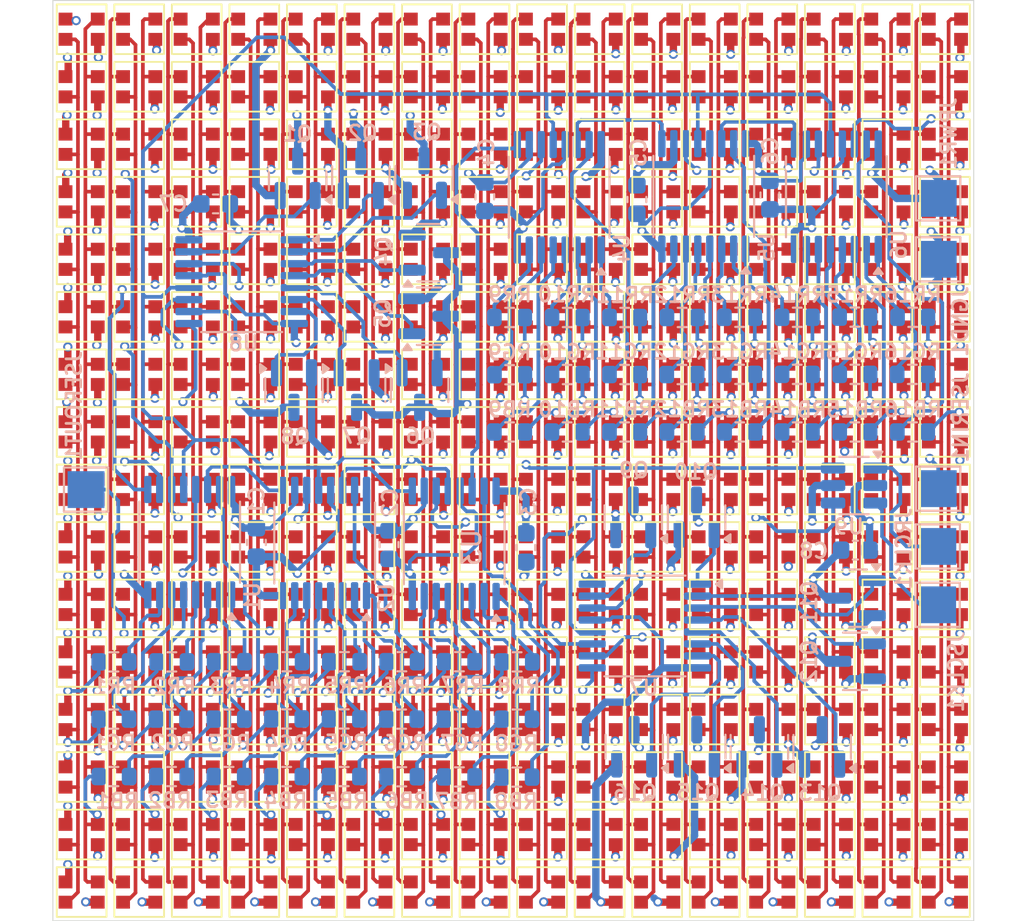
<source format=kicad_pcb>
(kicad_pcb (version 20240108) (generator "pcbnew") (generator_version "8.0")
  (title_block (title "Panel 16x16") (rev "1"))
  (layers (0 "F.Cu" signal) (1 "In1.Cu" signal) (2 "In2.Cu" signal) (31 "B.Cu" signal) (34 "B.Paste" user) (35 "F.Paste" user) (36 "B.SilkS" user "B.Silkscreen") (37 "F.SilkS" user "F.Silkscreen") (38 "B.Mask" user) (39 "F.Mask" user) (44 "Edge.Cuts" user))
  (net 0 "")
  (net 1 "VCC")
  (net 2 "GND")
  (net 3 "Net-(D1-R)")
  (net 4 "Net-(D1-+)")
  (net 5 "Net-(D1-G)")
  (net 6 "Net-(D1-B)")
  (net 7 "Net-(D114-R)")
  (net 8 "Net-(D114-G)")
  (net 9 "Net-(D114-B)")
  (net 10 "Net-(D115-R)")
  (net 11 "Net-(D115-B)")
  (net 12 "Net-(D115-G)")
  (net 13 "Net-(D100-B)")
  (net 14 "Net-(D100-G)")
  (net 15 "Net-(D100-R)")
  (net 16 "Net-(D101-R)")
  (net 17 "Net-(D101-B)")
  (net 18 "Net-(D101-G)")
  (net 19 "Net-(D102-B)")
  (net 20 "Net-(D102-R)")
  (net 21 "Net-(D102-G)")
  (net 22 "Net-(D103-R)")
  (net 23 "Net-(D103-G)")
  (net 24 "Net-(D103-B)")
  (net 25 "Net-(D104-B)")
  (net 26 "Net-(D104-G)")
  (net 27 "Net-(D104-R)")
  (net 28 "Net-(D105-G)")
  (net 29 "Net-(D105-B)")
  (net 30 "Net-(D105-R)")
  (net 31 "Net-(D10-G)")
  (net 32 "Net-(D10-R)")
  (net 33 "Net-(D10-B)")
  (net 34 "Net-(D107-B)")
  (net 35 "Net-(D107-R)")
  (net 36 "Net-(D107-G)")
  (net 37 "Net-(D108-B)")
  (net 38 "Net-(D108-R)")
  (net 39 "Net-(D108-G)")
  (net 40 "Net-(D109-R)")
  (net 41 "Net-(D109-B)")
  (net 42 "Net-(D109-G)")
  (net 43 "Net-(D110-G)")
  (net 44 "Net-(D110-R)")
  (net 45 "Net-(D110-B)")
  (net 46 "Net-(D111-B)")
  (net 47 "Net-(D111-R)")
  (net 48 "Net-(D111-G)")
  (net 49 "Net-(D112-G)")
  (net 50 "Net-(D112-R)")
  (net 51 "Net-(D112-B)")
  (net 52 "Net-(D17-+)")
  (net 53 "Net-(D33-+)")
  (net 54 "Net-(D49-+)")
  (net 55 "Net-(D65-+)")
  (net 56 "Net-(D81-+)")
  (net 57 "Net-(D100-+)")
  (net 58 "Net-(D113-+)")
  (net 59 "Net-(D129-+)")
  (net 60 "Net-(D145-+)")
  (net 61 "Net-(D161-+)")
  (net 62 "Net-(D177-+)")
  (net 63 "Net-(D193-+)")
  (net 64 "Net-(D209-+)")
  (net 65 "Net-(D225-+)")
  (net 66 "Net-(D241-+)")
  (net 67 "Net-(JRCLK1-Pin_1)")
  (net 68 "Net-(JSCLK1-Pin_1)")
  (net 69 "Net-(JSERIN1-Pin_1)")
  (net 70 "Net-(JSEROUT1-Pin_1)")
  (net 71 "Net-(Q1-G)")
  (net 72 "Net-(Q2-G)")
  (net 73 "Net-(Q3-G)")
  (net 74 "Net-(Q4-G)")
  (net 75 "Net-(Q5-G)")
  (net 76 "Net-(Q6-G)")
  (net 77 "Net-(Q7-G)")
  (net 78 "Net-(Q8-G)")
  (net 79 "Net-(Q9-G)")
  (net 80 "Net-(Q10-G)")
  (net 81 "Net-(Q11-G)")
  (net 82 "Net-(Q12-G)")
  (net 83 "Net-(Q13-G)")
  (net 84 "Net-(Q14-G)")
  (net 85 "Net-(Q15-G)")
  (net 86 "Net-(Q16-G)")
  (net 87 "Net-(U1-QF)")
  (net 88 "Net-(U1-QC)")
  (net 89 "Net-(U2-QH)")
  (net 90 "Net-(U2-QE)")
  (net 91 "Net-(U2-QB)")
  (net 92 "Net-(U3-QG)")
  (net 93 "Net-(U3-QD)")
  (net 94 "Net-(U3-QA)")
  (net 95 "Net-(U4-QF)")
  (net 96 "Net-(U4-QC)")
  (net 97 "Net-(U5-QH)")
  (net 98 "Net-(U5-QE)")
  (net 99 "Net-(U5-QB)")
  (net 100 "Net-(U6-QG)")
  (net 101 "Net-(U6-QD)")
  (net 102 "Net-(U6-QA)")
  (net 103 "Net-(U1-QG)")
  (net 104 "Net-(U1-QD)")
  (net 105 "Net-(U1-QA)")
  (net 106 "Net-(U2-QF)")
  (net 107 "Net-(U2-QC)")
  (net 108 "Net-(U3-QH)")
  (net 109 "Net-(U3-QE)")
  (net 110 "Net-(U3-QB)")
  (net 111 "Net-(U4-QG)")
  (net 112 "Net-(U4-QD)")
  (net 113 "Net-(U4-QA)")
  (net 114 "Net-(U5-QF)")
  (net 115 "Net-(U5-QC)")
  (net 116 "Net-(U6-QH)")
  (net 117 "Net-(U6-QE)")
  (net 118 "Net-(U6-QB)")
  (net 119 "Net-(U1-QH)")
  (net 120 "Net-(U1-QE)")
  (net 121 "Net-(U1-QB)")
  (net 122 "Net-(U2-QG)")
  (net 123 "Net-(U2-QD)")
  (net 124 "Net-(U2-QA)")
  (net 125 "Net-(U3-QF)")
  (net 126 "Net-(U3-QC)")
  (net 127 "Net-(U4-QH)")
  (net 128 "Net-(U4-QE)")
  (net 129 "Net-(U4-QB)")
  (net 130 "Net-(U5-QG)")
  (net 131 "Net-(U5-QD)")
  (net 132 "Net-(U5-QA)")
  (net 133 "Net-(U6-QF)")
  (net 134 "Net-(U6-QC)")
  (net 135 "Net-(U1-SER)")
  (net 136 "/SCLK")
  (net 137 "/RCLK")
  (net 138 "Net-(U2-SER)")
  (net 139 "Net-(U3-SER)")
  (net 140 "Net-(U4-SER)")
  (net 141 "Net-(U5-SER)")
  (net 142 "Net-(U7-SER)")
  (net 143 "Net-(U1-QH')")
  (footprint "Library:B2020-RGBA" (layer "F.Cu") (at 75 65.625)
    (property "Reference" "D89" (hide yes))
    (property "Value" "~" (hide yes))
  )
  (footprint "Library:B2020-RGBA" (layer "F.Cu") (at 93.75 90.625)
    (property "Reference" "D223" (hide yes))
    (property "Value" "~" (hide yes))
  )
  (footprint "Library:B2020-RGBA" (layer "F.Cu") (at 81.25 90.625)
    (property "Reference" "D219" (hide yes))
    (property "Value" "~" (hide yes))
  )
  (footprint "Library:B2020-RGBA" (layer "F.Cu") (at 75 87.5)
    (property "Reference" "D201" (hide yes))
    (property "Value" "~" (hide yes))
  )
  (footprint "Library:B2020-RGBA" (layer "F.Cu") (at 81.25 78.125)
    (property "Reference" "D155" (hide yes))
    (property "Value" "~" (hide yes))
  )
  (footprint "Library:B2020-RGBA" (layer "F.Cu") (at 78.125 71.875)
    (property "Reference" "D122" (hide yes))
    (property "Value" "~" (hide yes))
  )
  (footprint "Library:B2020-RGBA" (layer "F.Cu") (at 90.625 96.875)
    (property "Reference" "D254" (hide yes))
    (property "Value" "~" (hide yes))
  )
  (footprint "Library:B2020-RGBA" (layer "F.Cu") (at 93.75 50)
    (property "Reference" "D15" (hide yes))
    (property "Value" "~" (hide yes))
  )
  (footprint "Library:B2020-RGBA" (layer "F.Cu") (at 50 50)
    (property "Reference" "D1" (hide yes))
    (property "Value" "~" (hide yes))
  )
  (footprint "Library:B2020-RGBA" (layer "F.Cu") (at 62.5 96.875)
    (property "Reference" "D245" (hide yes))
    (property "Value" "~" (hide yes))
  )
  (footprint "Library:B2020-RGBA" (layer "F.Cu") (at 71.875 62.5)
    (property "Reference" "D72" (hide yes))
    (property "Value" "~" (hide yes))
  )
  (footprint "Library:B2020-RGBA" (layer "F.Cu") (at 50 68.75)
    (property "Reference" "D97" (hide yes))
    (property "Value" "~" (hide yes))
  )
  (footprint "Library:B2020-RGBA" (layer "F.Cu") (at 78.125 59.375)
    (property "Reference" "D58" (hide yes))
    (property "Value" "~" (hide yes))
  )
  (footprint "Library:B2020-RGBA" (layer "F.Cu") (at 93.75 81.25)
    (property "Reference" "D175" (hide yes))
    (property "Value" "~" (hide yes))
  )
  (footprint "Library:B2020-RGBA" (layer "F.Cu") (at 50 87.5)
    (property "Reference" "D193" (hide yes))
    (property "Value" "~" (hide yes))
  )
  (footprint "Library:B2020-RGBA" (layer "F.Cu") (at 96.875 84.375)
    (property "Reference" "D192" (hide yes))
    (property "Value" "~" (hide yes))
  )
  (footprint "Library:B2020-RGBA" (layer "F.Cu") (at 56.25 81.25)
    (property "Reference" "D163" (hide yes))
    (property "Value" "~" (hide yes))
  )
  (footprint "Library:B2020-RGBA" (layer "F.Cu") (at 59.375 87.5)
    (property "Reference" "D196" (hide yes))
    (property "Value" "~" (hide yes))
  )
  (footprint "Library:B2020-RGBA" (layer "F.Cu") (at 93.75 59.375)
    (property "Reference" "D63" (hide yes))
    (property "Value" "~" (hide yes))
  )
  (footprint "Library:B2020-RGBA" (layer "F.Cu") (at 59.375 71.875)
    (property "Reference" "D116" (hide yes))
    (property "Value" "~" (hide yes))
  )
  (footprint "Library:B2020-RGBA" (layer "F.Cu") (at 87.5 50)
    (property "Reference" "D13" (hide yes))
    (property "Value" "~" (hide yes))
  )
  (footprint "Library:B2020-RGBA" (layer "F.Cu") (at 93.75 71.875)
    (property "Reference" "D127" (hide yes))
    (property "Value" "~" (hide yes))
  )
  (footprint "Library:B2020-RGBA" (layer "F.Cu") (at 53.125 96.875)
    (property "Reference" "D242" (hide yes))
    (property "Value" "~" (hide yes))
  )
  (footprint "Library:B2020-RGBA" (layer "F.Cu") (at 50 84.375)
    (property "Reference" "D177" (hide yes))
    (property "Value" "~" (hide yes))
  )
  (footprint "Library:B2020-RGBA" (layer "F.Cu") (at 65.625 71.875)
    (property "Reference" "D118" (hide yes))
    (property "Value" "~" (hide yes))
  )
  (footprint "Library:B2020-RGBA" (layer "F.Cu") (at 56.25 71.875)
    (property "Reference" "D115" (hide yes))
    (property "Value" "~" (hide yes))
  )
  (footprint "Library:B2020-RGBA" (layer "F.Cu") (at 81.25 71.875)
    (property "Reference" "D123" (hide yes))
    (property "Value" "~" (hide yes))
  )
  (footprint "Library:B2020-RGBA" (layer "F.Cu") (at 56.25 90.625)
    (property "Reference" "D211" (hide yes))
    (property "Value" "~" (hide yes))
  )
  (footprint "Library:B2020-RGBA" (layer "F.Cu") (at 50 56.25)
    (property "Reference" "D33" (hide yes))
    (property "Value" "~" (hide yes))
  )
  (footprint "Library:B2020-RGBA" (layer "F.Cu") (at 59.375 84.375)
    (property "Reference" "D180" (hide yes))
    (property "Value" "~" (hide yes))
  )
  (footprint "Library:B2020-RGBA" (layer "F.Cu") (at 59.375 81.25)
    (property "Reference" "D164" (hide yes))
    (property "Value" "~" (hide yes))
  )
  (footprint "Library:B2020-RGBA" (layer "F.Cu") (at 81.25 62.5)
    (property "Reference" "D75" (hide yes))
    (property "Value" "~" (hide yes))
  )
  (footprint "Library:B2020-RGBA" (layer "F.Cu") (at 53.125 75)
    (property "Reference" "D130" (hide yes))
    (property "Value" "~" (hide yes))
  )
  (footprint "Library:B2020-RGBA" (layer "F.Cu") (at 90.625 75)
    (property "Reference" "D142" (hide yes))
    (property "Value" "~" (hide yes))
  )
  (footprint "Library:B2020-RGBA" (layer "F.Cu") (at 71.875 65.625)
    (property "Reference" "D88" (hide yes))
    (property "Value" "~" (hide yes))
  )
  (footprint "Library:B2020-RGBA" (layer "F.Cu") (at 56.25 78.125)
    (property "Reference" "D147" (hide yes))
    (property "Value" "~" (hide yes))
  )
  (footprint "Library:B2020-RGBA" (layer "F.Cu") (at 50 75)
    (property "Reference" "D129" (hide yes))
    (property "Value" "~" (hide yes))
  )
  (footprint "Library:B2020-RGBA" (layer "F.Cu") (at 90.625 93.75)
    (property "Reference" "D238" (hide yes))
    (property "Value" "~" (hide yes))
  )
  (footprint "Library:B2020-RGBA" (layer "F.Cu") (at 59.375 50)
    (property "Reference" "D4" (hide yes))
    (property "Value" "~" (hide yes))
  )
  (footprint "Library:B2020-RGBA" (layer "F.Cu") (at 90.625 56.25)
    (property "Reference" "D46" (hide yes))
    (property "Value" "~" (hide yes))
  )
  (footprint "Library:B2020-RGBA" (layer "F.Cu") (at 84.375 78.125)
    (property "Reference" "D156" (hide yes))
    (property "Value" "~" (hide yes))
  )
  (footprint "Library:B2020-RGBA" (layer "F.Cu") (at 78.125 62.5)
    (property "Reference" "D74" (hide yes))
    (property "Value" "~" (hide yes))
  )
  (footprint "Library:B2020-RGBA" (layer "F.Cu") (at 71.875 84.375)
    (property "Reference" "D184" (hide yes))
    (property "Value" "~" (hide yes))
  )
  (footprint "Library:B2020-RGBA" (layer "F.Cu") (at 81.25 53.125)
    (property "Reference" "D27" (hide yes))
    (property "Value" "~" (hide yes))
  )
  (footprint "Library:B2020-RGBA" (layer "F.Cu") (at 62.5 53.125)
    (property "Reference" "D21" (hide yes))
    (property "Value" "~" (hide yes))
  )
  (footprint "Library:B2020-RGBA" (layer "F.Cu") (at 53.125 59.375)
    (property "Reference" "D50" (hide yes))
    (property "Value" "~" (hide yes))
  )
  (footprint "Library:B2020-RGBA" (layer "F.Cu") (at 90.625 78.125)
    (property "Reference" "D158" (hide yes))
    (property "Value" "~" (hide yes))
  )
  (footprint "Library:B2020-RGBA" (layer "F.Cu") (at 75 93.75)
    (property "Reference" "D233" (hide yes))
    (property "Value" "~" (hide yes))
  )
  (footprint "Library:B2020-RGBA" (layer "F.Cu") (at 81.25 56.25)
    (property "Reference" "D43" (hide yes))
    (property "Value" "~" (hide yes))
  )
  (footprint "Library:B2020-RGBA" (layer "F.Cu") (at 81.25 81.25)
    (property "Reference" "D171" (hide yes))
    (property "Value" "~" (hide yes))
  )
  (footprint "Library:B2020-RGBA" (layer "F.Cu") (at 68.75 75)
    (property "Reference" "D135" (hide yes))
    (property "Value" "~" (hide yes))
  )
  (footprint "Library:B2020-RGBA" (layer "F.Cu") (at 84.375 84.375)
    (property "Reference" "D188" (hide yes))
    (property "Value" "~" (hide yes))
  )
  (footprint "Library:B2020-RGBA" (layer "F.Cu") (at 68.75 65.625)
    (property "Reference" "D87" (hide yes))
    (property "Value" "~" (hide yes))
  )
  (footprint "Library:B2020-RGBA" (layer "F.Cu") (at 78.125 75)
    (property "Reference" "D138" (hide yes))
    (property "Value" "~" (hide yes))
  )
  (footprint "Library:B2020-RGBA" (layer "F.Cu") (at 87.5 71.875)
    (property "Reference" "D125" (hide yes))
    (property "Value" "~" (hide yes))
  )
  (footprint "Library:B2020-RGBA" (layer "F.Cu") (at 93.75 84.375)
    (property "Reference" "D191" (hide yes))
    (property "Value" "~" (hide yes))
  )
  (footprint "Library:B2020-RGBA" (layer "F.Cu") (at 84.375 53.125)
    (property "Reference" "D28" (hide yes))
    (property "Value" "~" (hide yes))
  )
  (footprint "Library:B2020-RGBA" (layer "F.Cu") (at 53.125 62.5)
    (property "Reference" "D66" (hide yes))
    (property "Value" "~" (hide yes))
  )
  (footprint "Library:B2020-RGBA" (layer "F.Cu") (at 81.25 93.75)
    (property "Reference" "D235" (hide yes))
    (property "Value" "~" (hide yes))
  )
  (footprint "Library:B2020-RGBA" (layer "F.Cu") (at 59.375 68.75)
    (property "Reference" "D100" (hide yes))
    (property "Value" "~" (hide yes))
  )
  (footprint "Library:B2020-RGBA" (layer "F.Cu") (at 68.75 50)
    (property "Reference" "D7" (hide yes))
    (property "Value" "~" (hide yes))
  )
  (footprint "Library:B2020-RGBA" (layer "F.Cu") (at 93.75 78.125)
    (property "Reference" "D159" (hide yes))
    (property "Value" "~" (hide yes))
  )
  (footprint "Library:B2020-RGBA" (layer "F.Cu") (at 62.5 90.625)
    (property "Reference" "D213" (hide yes))
    (property "Value" "~" (hide yes))
  )
  (footprint "Library:B2020-RGBA" (layer "F.Cu") (at 81.25 65.625)
    (property "Reference" "D91" (hide yes))
    (property "Value" "~" (hide yes))
  )
  (footprint "Library:B2020-RGBA" (layer "F.Cu") (at 71.875 93.75)
    (property "Reference" "D232" (hide yes))
    (property "Value" "~" (hide yes))
  )
  (footprint "Library:B2020-RGBA" (layer "F.Cu") (at 87.5 62.5)
    (property "Reference" "D77" (hide yes))
    (property "Value" "~" (hide yes))
  )
  (footprint "Library:B2020-RGBA" (layer "F.Cu") (at 81.25 84.375)
    (property "Reference" "D187" (hide yes))
    (property "Value" "~" (hide yes))
  )
  (footprint "Library:B2020-RGBA" (layer "F.Cu") (at 93.75 75)
    (property "Reference" "D143" (hide yes))
    (property "Value" "~" (hide yes))
  )
  (footprint "Library:B2020-RGBA" (layer "F.Cu") (at 53.125 53.125)
    (property "Reference" "D18" (hide yes))
    (property "Value" "~" (hide yes))
  )
  (footprint "Library:B2020-RGBA" (layer "F.Cu") (at 68.75 56.25)
    (property "Reference" "D39" (hide yes))
    (property "Value" "~" (hide yes))
  )
  (footprint "Library:B2020-RGBA" (layer "F.Cu") (at 59.375 53.125)
    (property "Reference" "D20" (hide yes))
    (property "Value" "~" (hide yes))
  )
  (footprint "Library:B2020-RGBA" (layer "F.Cu") (at 96.875 50)
    (property "Reference" "D16" (hide yes))
    (property "Value" "~" (hide yes))
  )
  (footprint "Library:B2020-RGBA" (layer "F.Cu") (at 71.875 53.125)
    (property "Reference" "D24" (hide yes))
    (property "Value" "~" (hide yes))
  )
  (footprint "Library:B2020-RGBA" (layer "F.Cu") (at 59.375 56.25)
    (property "Reference" "D36" (hide yes))
    (property "Value" "~" (hide yes))
  )
  (footprint "Library:B2020-RGBA" (layer "F.Cu") (at 59.375 90.625)
    (property "Reference" "D212" (hide yes))
    (property "Value" "~" (hide yes))
  )
  (footprint "Library:B2020-RGBA" (layer "F.Cu") (at 53.125 81.25)
    (property "Reference" "D162" (hide yes))
    (property "Value" "~" (hide yes))
  )
  (footprint "Library:B2020-RGBA" (layer "F.Cu") (at 84.375 59.375)
    (property "Reference" "D60" (hide yes))
    (property "Value" "~" (hide yes))
  )
  (footprint "Library:B2020-RGBA" (layer "F.Cu") (at 75 50)
    (property "Reference" "D9" (hide yes))
    (property "Value" "~" (hide yes))
  )
  (footprint "Library:B2020-RGBA" (layer "F.Cu") (at 90.625 87.5)
    (property "Reference" "D206" (hide yes))
    (property "Value" "~" (hide yes))
  )
  (footprint "Library:B2020-RGBA" (layer "F.Cu") (at 71.875 75)
    (property "Reference" "D136" (hide yes))
    (property "Value" "~" (hide yes))
  )
  (footprint "Library:B2020-RGBA" (layer "F.Cu") (at 81.25 50)
    (property "Reference" "D11" (hide yes))
    (property "Value" "~" (hide yes))
  )
  (footprint "Library:B2020-RGBA" (layer "F.Cu") (at 68.75 78.125)
    (property "Reference" "D151" (hide yes))
    (property "Value" "~" (hide yes))
  )
  (footprint "Library:B2020-RGBA" (layer "F.Cu") (at 96.875 56.25)
    (property "Reference" "D48" (hide yes))
    (property "Value" "~" (hide yes))
  )
  (footprint "Library:B2020-RGBA" (layer "F.Cu") (at 90.625 68.75)
    (property "Reference" "D110" (hide yes))
    (property "Value" "~" (hide yes))
  )
  (footprint "Library:B2020-RGBA" (layer "F.Cu") (at 96.875 78.125)
    (property "Reference" "D160" (hide yes))
    (property "Value" "~" (hide yes))
  )
  (footprint "Library:B2020-RGBA" (layer "F.Cu") (at 87.5 65.625)
    (property "Reference" "D93" (hide yes))
    (property "Value" "~" (hide yes))
  )
  (footprint "Library:B2020-RGBA" (layer "F.Cu") (at 78.125 87.5)
    (property "Reference" "D202" (hide yes))
    (property "Value" "~" (hide yes))
  )
  (footprint "Library:B2020-RGBA" (layer "F.Cu") (at 96.875 59.375)
    (property "Reference" "D64" (hide yes))
    (property "Value" "~" (hide yes))
  )
  (footprint "Library:B2020-RGBA" (layer "F.Cu") (at 81.25 87.5)
    (property "Reference" "D203" (hide yes))
    (property "Value" "~" (hide yes))
  )
  (footprint "Library:B2020-RGBA" (layer "F.Cu") (at 65.625 96.875)
    (property "Reference" "D246" (hide yes))
    (property "Value" "~" (hide yes))
  )
  (footprint "Library:B2020-RGBA" (layer "F.Cu") (at 87.5 75)
    (property "Reference" "D141" (hide yes))
    (property "Value" "~" (hide yes))
  )
  (footprint "Library:B2020-RGBA" (layer "F.Cu") (at 84.375 75)
    (property "Reference" "D140" (hide yes))
    (property "Value" "~" (hide yes))
  )
  (footprint "Library:B2020-RGBA" (layer "F.Cu") (at 75 59.375)
    (property "Reference" "D57" (hide yes))
    (property "Value" "~" (hide yes))
  )
  (footprint "Library:B2020-RGBA" (layer "F.Cu") (at 68.75 84.375)
    (property "Reference" "D183" (hide yes))
    (property "Value" "~" (hide yes))
  )
  (footprint "Library:B2020-RGBA" (layer "F.Cu") (at 96.875 68.75)
    (property "Reference" "D112" (hide yes))
    (property "Value" "~" (hide yes))
  )
  (footprint "Library:B2020-RGBA" (layer "F.Cu") (at 50 96.875)
    (property "Reference" "D241" (hide yes))
    (property "Value" "~" (hide yes))
  )
  (footprint "Library:B2020-RGBA" (layer "F.Cu") (at 78.125 53.125)
    (property "Reference" "D26" (hide yes))
    (property "Value" "~" (hide yes))
  )
  (footprint "Library:B2020-RGBA" (layer "F.Cu") (at 59.375 75)
    (property "Reference" "D132" (hide yes))
    (property "Value" "~" (hide yes))
  )
  (footprint "Library:B2020-RGBA" (layer "F.Cu") (at 50 90.625)
    (property "Reference" "D209" (hide yes))
    (property "Value" "~" (hide yes))
  )
  (footprint "Library:B2020-RGBA" (layer "F.Cu") (at 90.625 84.375)
    (property "Reference" "D190" (hide yes))
    (property "Value" "~" (hide yes))
  )
  (footprint "Library:B2020-RGBA" (layer "F.Cu") (at 71.875 96.875)
    (property "Reference" "D248" (hide yes))
    (property "Value" "~" (hide yes))
  )
  (footprint "Library:B2020-RGBA" (layer "F.Cu") (at 90.625 65.625)
    (property "Reference" "D94" (hide yes))
    (property "Value" "~" (hide yes))
  )
  (footprint "Library:B2020-RGBA" (layer "F.Cu") (at 87.5 87.5)
    (property "Reference" "D205" (hide yes))
    (property "Value" "~" (hide yes))
  )
  (footprint "Library:B2020-RGBA" (layer "F.Cu") (at 75 96.875)
    (property "Reference" "D249" (hide yes))
    (property "Value" "~" (hide yes))
  )
  (footprint "Library:B2020-RGBA" (layer "F.Cu") (at 56.25 56.25)
    (property "Reference" "D35" (hide yes))
    (property "Value" "~" (hide yes))
  )
  (footprint "Library:B2020-RGBA" (layer "F.Cu") (at 78.125 78.125)
    (property "Reference" "D154" (hide yes))
    (property "Value" "~" (hide yes))
  )
  (footprint "Library:B2020-RGBA" (layer "F.Cu") (at 59.375 78.125)
    (property "Reference" "D148" (hide yes))
    (property "Value" "~" (hide yes))
  )
  (footprint "Library:B2020-RGBA" (layer "F.Cu") (at 78.125 84.375)
    (property "Reference" "D186" (hide yes))
    (property "Value" "~" (hide yes))
  )
  (footprint "Library:B2020-RGBA" (layer "F.Cu") (at 56.25 50)
    (property "Reference" "D3" (hide yes))
    (property "Value" "~" (hide yes))
  )
  (footprint "Library:B2020-RGBA" (layer "F.Cu") (at 78.125 50)
    (property "Reference" "D10" (hide yes))
    (property "Value" "~" (hide yes))
  )
  (footprint "Library:B2020-RGBA" (layer "F.Cu") (at 87.5 56.25)
    (property "Reference" "D45" (hide yes))
    (property "Value" "~" (hide yes))
  )
  (footprint "Library:B2020-RGBA" (layer "F.Cu") (at 84.375 65.625)
    (property "Reference" "D92" (hide yes))
    (property "Value" "~" (hide yes))
  )
  (footprint "Library:B2020-RGBA" (layer "F.Cu") (at 81.25 75)
    (property "Reference" "D139" (hide yes))
    (property "Value" "~" (hide yes))
  )
  (footprint "Library:B2020-RGBA" (layer "F.Cu") (at 50 71.875)
    (property "Reference" "D113" (hide yes))
    (property "Value" "~" (hide yes))
  )
  (footprint "Library:B2020-RGBA" (layer "F.Cu") (at 68.75 59.375)
    (property "Reference" "D55" (hide yes))
    (property "Value" "~" (hide yes))
  )
  (footprint "Library:B2020-RGBA" (layer "F.Cu") (at 65.625 59.375)
    (property "Reference" "D54" (hide yes))
    (property "Value" "~" (hide yes))
  )
  (footprint "Library:B2020-RGBA" (layer "F.Cu") (at 81.25 68.75)
    (property "Reference" "D107" (hide yes))
    (property "Value" "~" (hide yes))
  )
  (footprint "Library:B2020-RGBA" (layer "F.Cu") (at 71.875 81.25)
    (property "Reference" "D168" (hide yes))
    (property "Value" "~" (hide yes))
  )
  (footprint "Library:B2020-RGBA" (layer "F.Cu") (at 65.625 84.375)
    (property "Reference" "D182" (hide yes))
    (property "Value" "~" (hide yes))
  )
  (footprint "Library:B2020-RGBA" (layer "F.Cu") (at 90.625 81.25)
    (property "Reference" "D174" (hide yes))
    (property "Value" "~" (hide yes))
  )
  (footprint "Library:B2020-RGBA" (layer "F.Cu") (at 78.125 93.75)
    (property "Reference" "D234" (hide yes))
    (property "Value" "~" (hide yes))
  )
  (footprint "Library:B2020-RGBA" (layer "F.Cu") (at 62.5 75)
    (property "Reference" "D133" (hide yes))
    (property "Value" "~" (hide yes))
  )
  (footprint "Library:B2020-RGBA" (layer "F.Cu") (at 84.375 62.5)
    (property "Reference" "D76" (hide yes))
    (property "Value" "~" (hide yes))
  )
  (footprint "Library:B2020-RGBA" (layer "F.Cu") (at 93.75 93.75)
    (property "Reference" "D239" (hide yes))
    (property "Value" "~" (hide yes))
  )
  (footprint "Library:B2020-RGBA" (layer "F.Cu") (at 50 78.125)
    (property "Reference" "D145" (hide yes))
    (property "Value" "~" (hide yes))
  )
  (footprint "Library:B2020-RGBA" (layer "F.Cu") (at 75 53.125)
    (property "Reference" "D25" (hide yes))
    (property "Value" "~" (hide yes))
  )
  (footprint "Library:B2020-RGBA" (layer "F.Cu") (at 84.375 90.625)
    (property "Reference" "D220" (hide yes))
    (property "Value" "~" (hide yes))
  )
  (footprint "Library:B2020-RGBA" (layer "F.Cu") (at 56.25 62.5)
    (property "Reference" "D67" (hide yes))
    (property "Value" "~" (hide yes))
  )
  (footprint "Library:B2020-RGBA" (layer "F.Cu") (at 93.75 62.5)
    (property "Reference" "D79" (hide yes))
    (property "Value" "~" (hide yes))
  )
  (footprint "Library:B2020-RGBA" (layer "F.Cu") (at 84.375 81.25)
    (property "Reference" "D172" (hide yes))
    (property "Value" "~" (hide yes))
  )
  (footprint "Library:B2020-RGBA" (layer "F.Cu") (at 53.125 90.625)
    (property "Reference" "D210" (hide yes))
    (property "Value" "~" (hide yes))
  )
  (footprint "Library:B2020-RGBA" (layer "F.Cu") (at 56.25 96.875)
    (property "Reference" "D243" (hide yes))
    (property "Value" "~" (hide yes))
  )
  (footprint "Library:B2020-RGBA" (layer "F.Cu") (at 90.625 53.125)
    (property "Reference" "D30" (hide yes))
    (property "Value" "~" (hide yes))
  )
  (footprint "Library:B2020-RGBA" (layer "F.Cu") (at 56.25 84.375)
    (property "Reference" "D179" (hide yes))
    (property "Value" "~" (hide yes))
  )
  (footprint "Library:B2020-RGBA" (layer "F.Cu") (at 75 84.375)
    (property "Reference" "D185" (hide yes))
    (property "Value" "~" (hide yes))
  )
  (footprint "Library:B2020-RGBA" (layer "F.Cu") (at 96.875 90.625)
    (property "Reference" "D224" (hide yes))
    (property "Value" "~" (hide yes))
  )
  (footprint "Library:B2020-RGBA" (layer "F.Cu") (at 68.75 81.25)
    (property "Reference" "D167" (hide yes))
    (property "Value" "~" (hide yes))
  )
  (footprint "Library:B2020-RGBA" (layer "F.Cu") (at 87.5 68.75)
    (property "Reference" "D109" (hide yes))
    (property "Value" "~" (hide yes))
  )
  (footprint "Library:B2020-RGBA" (layer "F.Cu") (at 75 75)
    (property "Reference" "D137" (hide yes))
    (property "Value" "~" (hide yes))
  )
  (footprint "Library:B2020-RGBA" (layer "F.Cu") (at 87.5 81.25)
    (property "Reference" "D173" (hide yes))
    (property "Value" "~" (hide yes))
  )
  (footprint "Library:B2020-RGBA" (layer "F.Cu") (at 93.75 65.625)
    (property "Reference" "D95" (hide yes))
    (property "Value" "~" (hide yes))
  )
  (footprint "Library:B2020-RGBA" (layer "F.Cu") (at 90.625 50)
    (property "Reference" "D14" (hide yes))
    (property "Value" "~" (hide yes))
  )
  (footprint "Library:B2020-RGBA" (layer "F.Cu") (at 71.875 59.375)
    (property "Reference" "D56" (hide yes))
    (property "Value" "~" (hide yes))
  )
  (footprint "Library:B2020-RGBA" (layer "F.Cu") (at 96.875 65.625)
    (property "Reference" "D96" (hide yes))
    (property "Value" "~" (hide yes))
  )
  (footprint "Library:B2020-RGBA" (layer "F.Cu") (at 65.625 81.25)
    (property "Reference" "D166" (hide yes))
    (property "Value" "~" (hide yes))
  )
  (footprint "Library:B2020-RGBA" (layer "F.Cu") (at 50 93.75)
    (property "Reference" "D225" (hide yes))
    (property "Value" "~" (hide yes))
  )
  (footprint "Library:B2020-RGBA" (layer "F.Cu") (at 56.25 87.5)
    (property "Reference" "D195" (hide yes))
    (property "Value" "~" (hide yes))
  )
  (footprint "Library:B2020-RGBA" (layer "F.Cu") (at 90.625 71.875)
    (property "Reference" "D126" (hide yes))
    (property "Value" "~" (hide yes))
  )
  (footprint "Library:B2020-RGBA" (layer "F.Cu") (at 68.75 68.75)
    (property "Reference" "D103" (hide yes))
    (property "Value" "~" (hide yes))
  )
  (footprint "Library:B2020-RGBA" (layer "F.Cu") (at 84.375 87.5)
    (property "Reference" "D204" (hide yes))
    (property "Value" "~" (hide yes))
  )
  (footprint "Library:B2020-RGBA" (layer "F.Cu") (at 65.625 50)
    (property "Reference" "D6" (hide yes))
    (property "Value" "~" (hide yes))
  )
  (footprint "Library:B2020-RGBA" (layer "F.Cu") (at 62.5 84.375)
    (property "Reference" "D181" (hide yes))
    (property "Value" "~" (hide yes))
  )
  (footprint "Library:B2020-RGBA" (layer "F.Cu") (at 75 68.75)
    (property "Reference" "D105" (hide yes))
    (property "Value" "~" (hide yes))
  )
  (footprint "Library:B2020-RGBA" (layer "F.Cu") (at 93.75 56.25)
    (property "Reference" "D47" (hide yes))
    (property "Value" "~" (hide yes))
  )
  (footprint "Library:B2020-RGBA" (layer "F.Cu") (at 62.5 87.5)
    (property "Reference" "D197" (hide yes))
    (property "Value" "~" (hide yes))
  )
  (footprint "Library:B2020-RGBA" (layer "F.Cu") (at 96.875 75)
    (property "Reference" "D144" (hide yes))
    (property "Value" "~" (hide yes))
  )
  (footprint "Library:B2020-RGBA" (layer "F.Cu") (at 87.5 90.625)
    (property "Reference" "D221" (hide yes))
    (property "Value" "~" (hide yes))
  )
  (footprint "Library:B2020-RGBA" (layer "F.Cu") (at 87.5 59.375)
    (property "Reference" "D61" (hide yes))
    (property "Value" "~" (hide yes))
  )
  (footprint "Library:B2020-RGBA" (layer "F.Cu") (at 53.125 50)
    (property "Reference" "D2" (hide yes))
    (property "Value" "~" (hide yes))
  )
  (footprint "Library:B2020-RGBA" (layer "F.Cu") (at 65.625 90.625)
    (property "Reference" "D214" (hide yes))
    (property "Value" "~" (hide yes))
  )
  (footprint "Library:B2020-RGBA" (layer "F.Cu") (at 56.25 75)
    (property "Reference" "D131" (hide yes))
    (property "Value" "~" (hide yes))
  )
  (footprint "Library:B2020-RGBA" (layer "F.Cu") (at 62.5 68.75)
    (property "Reference" "D101" (hide yes))
    (property "Value" "~" (hide yes))
  )
  (footprint "Library:B2020-RGBA" (layer "F.Cu") (at 71.875 87.5)
    (property "Reference" "D200" (hide yes))
    (property "Value" "~" (hide yes))
  )
  (footprint "Library:B2020-RGBA" (layer "F.Cu") (at 75 90.625)
    (property "Reference" "D217" (hide yes))
    (property "Value" "~" (hide yes))
  )
  (footprint "Library:B2020-RGBA" (layer "F.Cu") (at 65.625 93.75)
    (property "Reference" "D230" (hide yes))
    (property "Value" "~" (hide yes))
  )
  (footprint "Library:B2020-RGBA" (layer "F.Cu") (at 62.5 56.25)
    (property "Reference" "D37" (hide yes))
    (property "Value" "~" (hide yes))
  )
  (footprint "Library:B2020-RGBA" (layer "F.Cu") (at 50 59.375)
    (property "Reference" "D49" (hide yes))
    (property "Value" "~" (hide yes))
  )
  (footprint "Library:B2020-RGBA" (layer "F.Cu") (at 71.875 56.25)
    (property "Reference" "D40" (hide yes))
    (property "Value" "~" (hide yes))
  )
  (footprint "Library:B2020-RGBA" (layer "F.Cu") (at 84.375 71.875)
    (property "Reference" "D124" (hide yes))
    (property "Value" "~" (hide yes))
  )
  (footprint "Library:B2020-RGBA" (layer "F.Cu") (at 53.125 71.875)
    (property "Reference" "D114" (hide yes))
    (property "Value" "~" (hide yes))
  )
  (footprint "Library:B2020-RGBA" (layer "F.Cu") (at 68.75 53.125)
    (property "Reference" "D23" (hide yes))
    (property "Value" "~" (hide yes))
  )
  (footprint "Library:B2020-RGBA" (layer "F.Cu") (at 96.875 71.875)
    (property "Reference" "D128" (hide yes))
    (property "Value" "~" (hide yes))
  )
  (footprint "Library:B2020-RGBA" (layer "F.Cu") (at 96.875 96.875)
    (property "Reference" "D256" (hide yes))
    (property "Value" "~" (hide yes))
  )
  (footprint "Library:B2020-RGBA" (layer "F.Cu") (at 50 81.25)
    (property "Reference" "D161" (hide yes))
    (property "Value" "~" (hide yes))
  )
  (footprint "Library:B2020-RGBA" (layer "F.Cu") (at 65.625 65.625)
    (property "Reference" "D86" (hide yes))
    (property "Value" "~" (hide yes))
  )
  (footprint "Library:B2020-RGBA" (layer "F.Cu") (at 71.875 90.625)
    (property "Reference" "D216" (hide yes))
    (property "Value" "~" (hide yes))
  )
  (footprint "Library:B2020-RGBA" (layer "F.Cu") (at 87.5 78.125)
    (property "Reference" "D157" (hide yes))
    (property "Value" "~" (hide yes))
  )
  (footprint "Library:B2020-RGBA" (layer "F.Cu") (at 78.125 68.75)
    (property "Reference" "D106" (hide yes))
    (property "Value" "~" (hide yes))
  )
  (footprint "Library:B2020-RGBA" (layer "F.Cu") (at 71.875 78.125)
    (property "Reference" "D152" (hide yes))
    (property "Value" "~" (hide yes))
  )
  (footprint "Library:B2020-RGBA" (layer "F.Cu") (at 96.875 62.5)
    (property "Reference" "D80" (hide yes))
    (property "Value" "~" (hide yes))
  )
  (footprint "Library:B2020-RGBA" (layer "F.Cu") (at 84.375 50)
    (property "Reference" "D12" (hide yes))
    (property "Value" "~" (hide yes))
  )
  (footprint "Library:B2020-RGBA" (layer "F.Cu") (at 68.75 93.75)
    (property "Reference" "D231" (hide yes))
    (property "Value" "~" (hide yes))
  )
  (footprint "Library:B2020-RGBA" (layer "F.Cu") (at 81.25 96.875)
    (property "Reference" "D251" (hide yes))
    (property "Value" "~" (hide yes))
  )
  (footprint "Library:B2020-RGBA" (layer "F.Cu") (at 65.625 87.5)
    (property "Reference" "D198" (hide yes))
    (property "Value" "~" (hide yes))
  )
  (footprint "Library:B2020-RGBA" (layer "F.Cu") (at 75 62.5)
    (property "Reference" "D73" (hide yes))
    (property "Value" "~" (hide yes))
  )
  (footprint "Library:B2020-RGBA" (layer "F.Cu") (at 62.5 62.5)
    (property "Reference" "D69" (hide yes))
    (property "Value" "~" (hide yes))
  )
  (footprint "Library:B2020-RGBA" (layer "F.Cu") (at 56.25 93.75)
    (property "Reference" "D227" (hide yes))
    (property "Value" "~" (hide yes))
  )
  (footprint "Library:B2020-RGBA" (layer "F.Cu") (at 96.875 87.5)
    (property "Reference" "D208" (hide yes))
    (property "Value" "~" (hide yes))
  )
  (footprint "Library:B2020-RGBA" (layer "F.Cu") (at 56.25 53.125)
    (property "Reference" "D19" (hide yes))
    (property "Value" "~" (hide yes))
  )
  (footprint "Library:B2020-RGBA" (layer "F.Cu") (at 53.125 87.5)
    (property "Reference" "D194" (hide yes))
    (property "Value" "~" (hide yes))
  )
  (footprint "Library:B2020-RGBA" (layer "F.Cu") (at 81.25 59.375)
    (property "Reference" "D59" (hide yes))
    (property "Value" "~" (hide yes))
  )
  (footprint "Library:B2020-RGBA" (layer "F.Cu") (at 84.375 56.25)
    (property "Reference" "D44" (hide yes))
    (property "Value" "~" (hide yes))
  )
  (footprint "Library:B2020-RGBA" (layer "F.Cu") (at 84.375 68.75)
    (property "Reference" "D108" (hide yes))
    (property "Value" "~" (hide yes))
  )
  (footprint "Library:B2020-RGBA" (layer "F.Cu") (at 93.75 68.75)
    (property "Reference" "D111" (hide yes))
    (property "Value" "~" (hide yes))
  )
  (footprint "Library:B2020-RGBA" (layer "F.Cu") (at 84.375 93.75)
    (property "Reference" "D236" (hide yes))
    (property "Value" "~" (hide yes))
  )
  (footprint "Library:B2020-RGBA" (layer "F.Cu") (at 75 71.875)
    (property "Reference" "D121" (hide yes))
    (property "Value" "~" (hide yes))
  )
  (footprint "Library:B2020-RGBA" (layer "F.Cu") (at 93.75 96.875)
    (property "Reference" "D255" (hide yes))
    (property "Value" "~" (hide yes))
  )
  (footprint "Library:B2020-RGBA" (layer "F.Cu") (at 84.375 96.875)
    (property "Reference" "D252" (hide yes))
    (property "Value" "~" (hide yes))
  )
  (footprint "Library:B2020-RGBA" (layer "F.Cu") (at 87.5 93.75)
    (property "Reference" "D237" (hide yes))
    (property "Value" "~" (hide yes))
  )
  (footprint "Library:B2020-RGBA" (layer "F.Cu") (at 62.5 59.375)
    (property "Reference" "D53" (hide yes))
    (property "Value" "~" (hide yes))
  )
  (footprint "Library:B2020-RGBA" (layer "F.Cu") (at 93.75 87.5)
    (property "Reference" "D207" (hide yes))
    (property "Value" "~" (hide yes))
  )
  (footprint "Library:B2020-RGBA" (layer "F.Cu") (at 96.875 81.25)
    (property "Reference" "D176" (hide yes))
    (property "Value" "~" (hide yes))
  )
  (footprint "Library:B2020-RGBA" (layer "F.Cu") (at 96.875 93.75)
    (property "Reference" "D240" (hide yes))
    (property "Value" "~" (hide yes))
  )
  (footprint "Library:B2020-RGBA" (layer "F.Cu") (at 56.25 65.625)
    (property "Reference" "D83" (hide yes))
    (property "Value" "~" (hide yes))
  )
  (footprint "Library:B2020-RGBA" (layer "F.Cu") (at 71.875 50)
    (property "Reference" "D8" (hide yes))
    (property "Value" "~" (hide yes))
  )
  (footprint "Library:B2020-RGBA" (layer "F.Cu") (at 53.125 68.75)
    (property "Reference" "D98" (hide yes))
    (property "Value" "~" (hide yes))
  )
  (footprint "Library:B2020-RGBA" (layer "F.Cu") (at 87.5 84.375)
    (property "Reference" "D189" (hide yes))
    (property "Value" "~" (hide yes))
  )
  (footprint "Library:B2020-RGBA" (layer "F.Cu") (at 87.5 53.125)
    (property "Reference" "D29" (hide yes))
    (property "Value" "~" (hide yes))
  )
  (footprint "Library:B2020-RGBA" (layer "F.Cu") (at 90.625 90.625)
    (property "Reference" "D222" (hide yes))
    (property "Value" "~" (hide yes))
  )
  (footprint "Library:B2020-RGBA" (layer "F.Cu") (at 65.625 75)
    (property "Reference" "D134" (hide yes))
    (property "Value" "~" (hide yes))
  )
  (footprint "Library:B2020-RGBA" (layer "F.Cu") (at 78.125 65.625)
    (property "Reference" "D90" (hide yes))
    (property "Value" "~" (hide yes))
  )
  (footprint "Library:B2020-RGBA" (layer "F.Cu") (at 65.625 56.25)
    (property "Reference" "D38" (hide yes))
    (property "Value" "~" (hide yes))
  )
  (footprint "Library:B2020-RGBA" (layer "F.Cu") (at 53.125 78.125)
    (property "Reference" "D146" (hide yes))
    (property "Value" "~" (hide yes))
  )
  (footprint "Library:B2020-RGBA" (layer "F.Cu") (at 59.375 62.5)
    (property "Reference" "D68" (hide yes))
    (property "Value" "~" (hide yes))
  )
  (footprint "Library:B2020-RGBA" (layer "F.Cu") (at 87.5 96.875)
    (property "Reference" "D253" (hide yes))
    (property "Value" "~" (hide yes))
  )
  (footprint "Library:B2020-RGBA" (layer "F.Cu") (at 65.625 62.5)
    (property "Reference" "D70" (hide yes))
    (property "Value" "~" (hide yes))
  )
  (footprint "Library:B2020-RGBA" (layer "F.Cu") (at 50 65.625)
    (property "Reference" "D81" (hide yes))
    (property "Value" "~" (hide yes))
  )
  (footprint "Library:B2020-RGBA" (layer "F.Cu") (at 53.125 93.75)
    (property "Reference" "D226" (hide yes))
    (property "Value" "~" (hide yes))
  )
  (footprint "Library:B2020-RGBA" (layer "F.Cu") (at 68.75 62.5)
    (property "Reference" "D71" (hide yes))
    (property "Value" "~" (hide yes))
  )
  (footprint "Library:B2020-RGBA" (layer "F.Cu") (at 78.125 90.625)
    (property "Reference" "D218" (hide yes))
    (property "Value" "~" (hide yes))
  )
  (footprint "Library:B2020-RGBA" (layer "F.Cu") (at 50 62.5)
    (property "Reference" "D65" (hide yes))
    (property "Value" "~" (hide yes))
  )
  (footprint "Library:B2020-RGBA" (layer "F.Cu") (at 59.375 93.75)
    (property "Reference" "D228" (hide yes))
    (property "Value" "~" (hide yes))
  )
  (footprint "Library:B2020-RGBA" (layer "F.Cu") (at 68.75 71.875)
    (property "Reference" "D119" (hide yes))
    (property "Value" "~" (hide yes))
  )
  (footprint "Library:B2020-RGBA" (layer "F.Cu") (at 59.375 96.875)
    (property "Reference" "D244" (hide yes))
    (property "Value" "~" (hide yes))
  )
  (footprint "Library:B2020-RGBA" (layer "F.Cu") (at 68.75 96.875)
    (property "Reference" "D247" (hide yes))
    (property "Value" "~" (hide yes))
  )
  (footprint "Library:B2020-RGBA" (layer "F.Cu") (at 59.375 59.375)
    (property "Reference" "D52" (hide yes))
    (property "Value" "~" (hide yes))
  )
  (footprint "Library:B2020-RGBA" (layer "F.Cu") (at 78.125 81.25)
    (property "Reference" "D170" (hide yes))
    (property "Value" "~" (hide yes))
  )
  (footprint "Library:B2020-RGBA" (layer "F.Cu") (at 59.375 65.625)
    (property "Reference" "D84" (hide yes))
    (property "Value" "~" (hide yes))
  )
  (footprint "Library:B2020-RGBA" (layer "F.Cu") (at 68.75 90.625)
    (property "Reference" "D215" (hide yes))
    (property "Value" "~" (hide yes))
  )
  (footprint "Library:B2020-RGBA" (layer "F.Cu") (at 62.5 50)
    (property "Reference" "D5" (hide yes))
    (property "Value" "~" (hide yes))
  )
  (footprint "Library:B2020-RGBA" (layer "F.Cu") (at 71.875 71.875)
    (property "Reference" "D120" (hide yes))
    (property "Value" "~" (hide yes))
  )
  (footprint "Library:B2020-RGBA" (layer "F.Cu") (at 62.5 78.125)
    (property "Reference" "D149" (hide yes))
    (property "Value" "~" (hide yes))
  )
  (footprint "Library:B2020-RGBA" (layer "F.Cu") (at 75 56.25)
    (property "Reference" "D41" (hide yes))
    (property "Value" "~" (hide yes))
  )
  (footprint "Library:B2020-RGBA" (layer "F.Cu") (at 62.5 65.625)
    (property "Reference" "D85" (hide yes))
    (property "Value" "~" (hide yes))
  )
  (footprint "Library:B2020-RGBA" (layer "F.Cu") (at 62.5 93.75)
    (property "Reference" "D229" (hide yes))
    (property "Value" "~" (hide yes))
  )
  (footprint "Library:B2020-RGBA" (layer "F.Cu") (at 53.125 56.25)
    (property "Reference" "D34" (hide yes))
    (property "Value" "~" (hide yes))
  )
  (footprint "Library:B2020-RGBA" (layer "F.Cu") (at 65.625 78.125)
    (property "Reference" "D150" (hide yes))
    (property "Value" "~" (hide yes))
  )
  (footprint "Library:B2020-RGBA" (layer "F.Cu") (at 68.75 87.5)
    (property "Reference" "D199" (hide yes))
    (property "Value" "~" (hide yes))
  )
  (footprint "Library:B2020-RGBA" (layer "F.Cu") (at 78.125 56.25)
    (property "Reference" "D42" (hide yes))
    (property "Value" "~" (hide yes))
  )
  (footprint "Library:B2020-RGBA" (layer "F.Cu") (at 96.875 53.125)
    (property "Reference" "D32" (hide yes))
    (property "Value" "~" (hide yes))
  )
  (footprint "Library:B2020-RGBA" (layer "F.Cu") (at 71.875 68.75)
    (property "Reference" "D104" (hide yes))
    (property "Value" "~" (hide yes))
  )
  (footprint "Library:B2020-RGBA" (layer "F.Cu") (at 78.125 96.875)
    (property "Reference" "D250" (hide yes))
    (property "Value" "~" (hide yes))
  )
  (footprint "Library:B2020-RGBA" (layer "F.Cu") (at 56.25 68.75)
    (property "Reference" "D99" (hide yes))
    (property "Value" "~" (hide yes))
  )
  (footprint "Library:B2020-RGBA" (layer "F.Cu") (at 50 53.125)
    (property "Reference" "D17" (hide yes))
    (property "Value" "~" (hide yes))
  )
  (footprint "Library:B2020-RGBA" (layer "F.Cu") (at 93.75 53.125)
    (property "Reference" "D31" (hide yes))
    (property "Value" "~" (hide yes))
  )
  (footprint "Library:B2020-RGBA" (layer "F.Cu") (at 65.625 68.75)
    (property "Reference" "D102" (hide yes))
    (property "Value" "~" (hide yes))
  )
  (footprint "Library:B2020-RGBA" (layer "F.Cu") (at 53.125 65.625)
    (property "Reference" "D82" (hide yes))
    (property "Value" "~" (hide yes))
  )
  (footprint "Library:B2020-RGBA" (layer "F.Cu") (at 75 78.125)
    (property "Reference" "D153" (hide yes))
    (property "Value" "~" (hide yes))
  )
  (footprint "Library:B2020-RGBA" (layer "F.Cu") (at 53.125 84.375)
    (property "Reference" "D178" (hide yes))
    (property "Value" "~" (hide yes))
  )
  (footprint "Library:B2020-RGBA" (layer "F.Cu") (at 62.5 71.875)
    (property "Reference" "D117" (hide yes))
    (property "Value" "~" (hide yes))
  )
  (footprint "Library:B2020-RGBA" (layer "F.Cu") (at 62.5 81.25)
    (property "Reference" "D165" (hide yes))
    (property "Value" "~" (hide yes))
  )
  (footprint "Library:B2020-RGBA" (layer "F.Cu") (at 90.625 62.5)
    (property "Reference" "D78" (hide yes))
    (property "Value" "~" (hide yes))
  )
  (footprint "Library:B2020-RGBA" (layer "F.Cu") (at 75 81.25)
    (property "Reference" "D169" (hide yes))
    (property "Value" "~" (hide yes))
  )
  (footprint "Library:B2020-RGBA" (layer "F.Cu") (at 65.625 53.125)
    (property "Reference" "D22" (hide yes))
    (property "Value" "~" (hide yes))
  )
  (footprint "Library:B2020-RGBA" (layer "F.Cu") (at 56.25 59.375)
    (property "Reference" "D51" (hide yes))
    (property "Value" "~" (hide yes))
  )
  (footprint "Library:B2020-RGBA" (layer "F.Cu") (at 90.625 59.375)
    (property "Reference" "D62" (hide yes))
    (property "Value" "~" (hide yes))
  )
  (footprint "Resistor_SMD:R_0603_1608Metric" (layer "B.Cu") (at 91.985 71.88 180)
    (property "Reference" "RB15")
    (property "Value" "470")
  )
  (footprint "Package_TO_SOT_SMD:SOT-23" (layer "B.Cu") (at 79.95 76.5175 90)
    (property "Reference" "Q9")
    (property "Value" "DMG2301L")
  )
  (footprint "TestPoint:TestPoint_Pad_2.0x2.0mm" (layer "B.Cu") (at 96.49 78.1 180)
    (property "Reference" "JRCLK1")
    (property "Value" "Conn_01x01")
  )
  (footprint "Package_TO_SOT_SMD:SOT-23" (layer "B.Cu") (at 61.73 58.0975 90)
    (property "Reference" "Q1")
    (property "Value" "DMG2301L")
  )
  (footprint "Resistor_SMD:R_0603_1608Metric" (layer "B.Cu") (at 73.235 65.66 180)
    (property "Reference" "RR9")
    (property "Value" "470")
  )
  (footprint "Package_TO_SOT_SMD:SOT-23" (layer "B.Cu") (at 68.59 58.0825 90)
    (property "Reference" "Q3")
    (property "Value" "DMG2301L")
  )
  (footprint "Package_TO_SOT_SMD:SOT-23" (layer "B.Cu") (at 83.4 88.98 90)
    (property "Reference" "Q15")
    (property "Value" "DMG2301L")
  )
  (footprint "Package_SO:TSSOP-16_4.4x5mm_P0.65mm" (layer "B.Cu") (at 75.93 59.13 90)
    (property "Reference" "U4")
    (property "Value" "74HC595")
  )
  (footprint "Package_TO_SOT_SMD:SOT-23" (layer "B.Cu") (at 68.8525 65.59)
    (property "Reference" "Q5")
    (property "Value" "DMG2301L")
  )
  (footprint "Resistor_SMD:R_0603_1608Metric" (layer "B.Cu") (at 91.98 65.64 180)
    (property "Reference" "RR15")
    (property "Value" "470")
  )
  (footprint "Package_SO:TSSOP-16_4.4x5mm_P0.65mm" (layer "B.Cu") (at 63.195 77.9125 90)
    (property "Reference" "U2")
    (property "Value" "74HC595")
  )
  (footprint "Package_SO:TSSOP-16_4.4x5mm_P0.65mm" (layer "B.Cu") (at 70.23 77.9525 90)
    (property "Reference" "U3")
    (property "Value" "74HC595")
  )
  (footprint "Resistor_SMD:R_0603_1608Metric" (layer "B.Cu") (at 95.115 71.88 180)
    (property "Reference" "RB16")
    (property "Value" "470")
  )
  (footprint "Resistor_SMD:R_0603_1608Metric" (layer "B.Cu") (at 73.635 87.48)
    (property "Reference" "RG8")
    (property "Value" "470")
  )
  (footprint "Resistor_SMD:R_0603_1608Metric" (layer "B.Cu") (at 58.02 84.36)
    (property "Reference" "RR3")
    (property "Value" "470")
  )
  (footprint "Capacitor_SMD:C_0603_1608Metric" (layer "B.Cu") (at 92.01 78.3)
    (property "Reference" "C8")
    (property "Value" "100nF")
  )
  (footprint "Resistor_SMD:R_0603_1608Metric" (layer "B.Cu") (at 61.135 90.6)
    (property "Reference" "RB4")
    (property "Value" "470")
  )
  (footprint "Resistor_SMD:R_0603_1608Metric" (layer "B.Cu") (at 70.515 84.36)
    (property "Reference" "RR7")
    (property "Value" "470")
  )
  (footprint "Resistor_SMD:R_0603_1608Metric" (layer "B.Cu") (at 73.235 71.88 180)
    (property "Reference" "RB9")
    (property "Value" "470")
  )
  (footprint "Resistor_SMD:R_0603_1608Metric" (layer "B.Cu") (at 82.605 71.88 180)
    (property "Reference" "RB12")
    (property "Value" "470")
  )
  (footprint "Resistor_SMD:R_0603_1608Metric" (layer "B.Cu") (at 58.01 87.48)
    (property "Reference" "RG3")
    (property "Value" "470")
  )
  (footprint "Resistor_SMD:R_0603_1608Metric" (layer "B.Cu") (at 82.605 65.66 180)
    (property "Reference" "RR12")
    (property "Value" "470")
  )
  (footprint "Resistor_SMD:R_0603_1608Metric" (layer "B.Cu") (at 67.39 84.36)
    (property "Reference" "RR6")
    (property "Value" "470")
  )
  (footprint "Package_TO_SOT_SMD:SOT-23" (layer "B.Cu") (at 68.35 69.6025 -90)
    (property "Reference" "Q6")
    (property "Value" "DMG2301L")
  )
  (footprint "Resistor_SMD:R_0603_1608Metric" (layer "B.Cu") (at 61.145 84.36)
    (property "Reference" "RR4")
    (property "Value" "470")
  )
  (footprint "Resistor_SMD:R_0603_1608Metric" (layer "B.Cu") (at 88.855 68.75 180)
    (property "Reference" "RG14")
    (property "Value" "470")
  )
  (footprint "Package_TO_SOT_SMD:SOT-23" (layer "B.Cu") (at 90.21 88.99 90)
    (property "Reference" "Q13")
    (property "Value" "DMG2301L")
  )
  (footprint "Resistor_SMD:R_0603_1608Metric" (layer "B.Cu") (at 51.755 84.37)
    (property "Reference" "RR1")
    (property "Value" "470")
  )
  (footprint "Resistor_SMD:R_0603_1608Metric" (layer "B.Cu") (at 64.26 87.47)
    (property "Reference" "RG5")
    (property "Value" "470")
  )
  (footprint "Resistor_SMD:R_0603_1608Metric" (layer "B.Cu") (at 51.75 87.48)
    (property "Reference" "RG1")
    (property "Value" "470")
  )
  (footprint "Package_SO:TSSOP-16_4.4x5mm_P0.65mm" (layer "B.Cu") (at 90.98 59.1 90)
    (property "Reference" "U6")
    (property "Value" "74HC595")
  )
  (footprint "Package_TO_SOT_SMD:SOT-23-6" (layer "B.Cu") (at 91.94 74.79 180)
    (property "Reference" "U9")
    (property "Value" "74LVC2G17")
  )
  (footprint "Capacitor_SMD:C_0603_1608Metric" (layer "B.Cu") (at 74.12 78.16 -90)
    (property "Reference" "C3")
    (property "Value" "100nF")
  )
  (footprint "Package_TO_SOT_SMD:SOT-23" (layer "B.Cu") (at 91.9925 84.34 180)
    (property "Reference" "Q12")
    (property "Value" "DMG2301L")
  )
  (footprint "Resistor_SMD:R_0603_1608Metric" (layer "B.Cu") (at 67.385 90.61)
    (property "Reference" "RB6")
    (property "Value" "470")
  )
  (footprint "Resistor_SMD:R_0603_1608Metric" (layer "B.Cu") (at 67.375 87.48)
    (property "Reference" "RG6")
    (property "Value" "470")
  )
  (footprint "Package_TO_SOT_SMD:SOT-23" (layer "B.Cu") (at 80 88.98 90)
    (property "Reference" "Q16")
    (property "Value" "DMG2301L")
  )
  (footprint "Resistor_SMD:R_0603_1608Metric" (layer "B.Cu") (at 61.13 87.47)
    (property "Reference" "RG4")
    (property "Value" "470")
  )
  (footprint "Resistor_SMD:R_0603_1608Metric" (layer "B.Cu") (at 76.365 68.76 180)
    (property "Reference" "RG10")
    (property "Value" "470")
  )
  (footprint "Resistor_SMD:R_0603_1608Metric" (layer "B.Cu") (at 95.105 68.75 180)
    (property "Reference" "RG16")
    (property "Value" "470")
  )
  (footprint "Resistor_SMD:R_0603_1608Metric" (layer "B.Cu") (at 85.725 68.75 180)
    (property "Reference" "RG13")
    (property "Value" "470")
  )
  (footprint "Package_TO_SOT_SMD:SOT-23" (layer "B.Cu") (at 65.16 58.0975 90)
    (property "Reference" "Q2")
    (property "Value" "DMG2301L")
  )
  (footprint "TestPoint:TestPoint_Pad_2.0x2.0mm" (layer "B.Cu") (at 96.51 62.5)
    (property "Reference" "JGND1")
    (property "Value" "Conn_01x01")
  )
  (footprint "Resistor_SMD:R_0603_1608Metric" (layer "B.Cu") (at 51.755 90.6)
    (property "Reference" "RB1")
    (property "Value" "470")
  )
  (footprint "Resistor_SMD:R_0603_1608Metric" (layer "B.Cu") (at 73.645 84.37)
    (property "Reference" "RR8")
    (property "Value" "470")
  )
  (footprint "Capacitor_SMD:C_0603_1608Metric" (layer "B.Cu") (at 59.49 77.88 -90)
    (property "Reference" "C1")
    (property "Value" "100nF")
  )
  (footprint "Resistor_SMD:R_0603_1608Metric" (layer "B.Cu") (at 70.515 90.62)
    (property "Reference" "RB7")
    (property "Value" "470")
  )
  (footprint "Resistor_SMD:R_0603_1608Metric" (layer "B.Cu") (at 64.26 90.6)
    (property "Reference" "RB5")
    (property "Value" "470")
  )
  (footprint "Package_TO_SOT_SMD:SOT-23" (layer "B.Cu") (at 86.8 88.99 90)
    (property "Reference" "Q14")
    (property "Value" "DMG2301L")
  )
  (footprint "Resistor_SMD:R_0603_1608Metric" (layer "B.Cu") (at 64.275 84.36)
    (property "Reference" "RR5")
    (property "Value" "470")
  )
  (footprint "Resistor_SMD:R_0603_1608Metric" (layer "B.Cu") (at 73.635 90.63)
    (property "Reference" "RB8")
    (property "Value" "470")
  )
  (footprint "Package_SO:TSSOP-16_4.4x5mm_P0.65mm" (layer "B.Cu") (at 58.6875 63.715 180)
    (property "Reference" "U8")
    (property "Value" "74HC595")
  )
  (footprint "Capacitor_SMD:C_0603_1608Metric" (layer "B.Cu") (at 80.15 59.25 -90)
    (property "Reference" "C5")
    (property "Value" "100nF")
  )
  (footprint "Package_SO:TSSOP-16_4.4x5mm_P0.65mm" (layer "B.Cu") (at 55.865 77.8675 90)
    (property "Reference" "U1")
    (property "Value" "74HC595")
  )
  (footprint "TestPoint:TestPoint_Pad_2.0x2.0mm" (layer "B.Cu") (at 50.24 75.01 180)
    (property "Reference" "JSEROUT1")
    (property "Value" "Conn_01x01")
  )
  (footprint "Resistor_SMD:R_0603_1608Metric" (layer "B.Cu") (at 79.485 65.66 180)
    (property "Reference" "RR11")
    (property "Value" "470")
  )
  (footprint "Resistor_SMD:R_0603_1608Metric" (layer "B.Cu") (at 54.9 84.37)
    (property "Reference" "RR2")
    (property "Value" "470")
  )
  (footprint "Resistor_SMD:R_0603_1608Metric" (layer "B.Cu") (at 54.885 90.6)
    (property "Reference" "RB2")
    (property "Value" "470")
  )
  (footprint "Capacitor_SMD:C_0603_1608Metric" (layer "B.Cu") (at 66.69 78 -90)
    (property "Reference" "C2")
    (property "Value" "100nF")
  )
  (footprint "TestPoint:TestPoint_Pad_2.0x2.0mm" (layer "B.Cu") (at 96.48 81.27 180)
    (property "Reference" "JSCLK1")
    (property "Value" "Conn_01x01")
  )
  (footprint "Resistor_SMD:R_0603_1608Metric" (layer "B.Cu") (at 95.125 65.65 180)
    (property "Reference" "RR16")
    (property "Value" "470")
  )
  (footprint "TestPoint:TestPoint_Pad_2.0x2.0mm" (layer "B.Cu") (at 96.51 59.19)
    (property "Reference" "JPWR1")
    (property "Value" "Conn_01x01")
  )
  (footprint "Resistor_SMD:R_0603_1608Metric" (layer "B.Cu") (at 79.485 68.76 180)
    (property "Reference" "RG11")
    (property "Value" "470")
  )
  (footprint "Package_TO_SOT_SMD:SOT-23" (layer "B.Cu") (at 83.39 76.5175 90)
    (property "Reference" "Q10")
    (property "Value" "DMG2301L")
  )
  (footprint "Resistor_SMD:R_0603_1608Metric" (layer "B.Cu") (at 58.005 90.6)
    (property "Reference" "RB3")
    (property "Value" "470")
  )
  (footprint "Package_TO_SOT_SMD:SOT-23" (layer "B.Cu") (at 68.8825 62.14)
    (property "Reference" "Q4")
    (property "Value" "DMG2301L")
  )
  (footprint "Capacitor_SMD:C_0603_1608Metric" (layer "B.Cu") (at 87.37 59.01 -90)
    (property "Reference" "C6")
    (property "Value" "100nF")
  )
  (footprint "Resistor_SMD:R_0603_1608Metric" (layer "B.Cu") (at 76.36 71.88 180)
    (property "Reference" "RB10")
    (property "Value" "470")
  )
  (footprint "Resistor_SMD:R_0603_1608Metric" (layer "B.Cu") (at 85.735 71.88 180)
    (property "Reference" "RB13")
    (property "Value" "470")
  )
  (footprint "Resistor_SMD:R_0603_1608Metric" (layer "B.Cu") (at 73.24 68.77 180)
    (property "Reference" "RG9")
    (property "Value" "470")
  )
  (footprint "Resistor_SMD:R_0603_1608Metric" (layer "B.Cu") (at 91.985 68.75 180)
    (property "Reference" "RG15")
    (property "Value" "470")
  )
  (footprint "Resistor_SMD:R_0603_1608Metric" (layer "B.Cu") (at 88.855 65.65 180)
    (property "Reference" "RR14")
    (property "Value" "470")
  )
  (footprint "Resistor_SMD:R_0603_1608Metric" (layer "B.Cu") (at 85.725 65.65 180)
    (property "Reference" "RR13")
    (property "Value" "470")
  )
  (footprint "Package_TO_SOT_SMD:SOT-23" (layer "B.Cu") (at 64.93 69.6025 -90)
    (property "Reference" "Q7")
    (property "Value" "DMG2301L")
  )
  (footprint "Package_SO:TSSOP-16_4.4x5mm_P0.65mm" (layer "B.Cu") (at 80.5825 82.42 180)
    (property "Reference" "U7")
    (property "Value" "74HC595")
  )
  (footprint "Package_TO_SOT_SMD:SOT-23" (layer "B.Cu") (at 91.9875 80.91 180)
    (property "Reference" "Q11")
    (property "Value" "DMG2301L")
  )
  (footprint "Capacitor_SMD:C_0603_1608Metric" (layer "B.Cu") (at 57.27 59.49)
    (property "Reference" "C7")
    (property "Value" "100nF")
  )
  (footprint "Capacitor_SMD:C_0603_1608Metric" (layer "B.Cu") (at 71.89 59.1 -90)
    (property "Reference" "C4")
    (property "Value" "100nF")
  )
  (footprint "Resistor_SMD:R_0603_1608Metric" (layer "B.Cu") (at 88.855 71.88 180)
    (property "Reference" "RB14")
    (property "Value" "470")
  )
  (footprint "Resistor_SMD:R_0603_1608Metric" (layer "B.Cu") (at 54.87 87.48)
    (property "Reference" "RG2")
    (property "Value" "470")
  )
  (footprint "Package_TO_SOT_SMD:SOT-23" (layer "B.Cu") (at 61.53 69.6025 -90)
    (property "Reference" "Q8")
    (property "Value" "DMG2301L")
  )
  (footprint "Resistor_SMD:R_0603_1608Metric" (layer "B.Cu") (at 76.365 65.66 180)
    (property "Reference" "RR10")
    (property "Value" "470")
  )
  (footprint "Resistor_SMD:R_0603_1608Metric" (layer "B.Cu") (at 70.505 87.48)
    (property "Reference" "RG7")
    (property "Value" "470")
  )
  (footprint "TestPoint:TestPoint_Pad_2.0x2.0mm" (layer "B.Cu") (at 96.51 74.96 180)
    (property "Reference" "JSERIN1")
    (property "Value" "Conn_01x01")
  )
  (footprint "Resistor_SMD:R_0603_1608Metric" (layer "B.Cu") (at 82.595 68.76 180)
    (property "Reference" "RG12")
    (property "Value" "470")
  )
  (footprint "Resistor_SMD:R_0603_1608Metric" (layer "B.Cu") (at 79.485 71.88 180)
    (property "Reference" "RB11")
    (property "Value" "470")
  )
  (footprint "Package_SO:TSSOP-16_4.4x5mm_P0.65mm" (layer "B.Cu") (at 83.78 59.08 90)
    (property "Reference" "U5")
    (property "Value" "74HC595")
  )
  (gr_line (start 48.4375 48.4375) (end 48.4375 98.4375) (stroke (width 0.05)) (layer "Edge.Cuts"))
  (gr_line (start 98.4375 48.4375) (end 98.4375 98.4375) (stroke (width 0.05)) (layer "Edge.Cuts"))
  (gr_line (start 48.4375 98.4375) (end 98.4375 98.4375) (stroke (width 0.05)) (layer "Edge.Cuts"))
  (gr_line (start 48.4375 48.4375) (end 98.4375 48.4375) (stroke (width 0.05)) (layer "Edge.Cuts"))
  (via (at 61.69 54.65) (size 0.5) (drill 0.3) (layers "F.Cu" "B.Cu") (net 1))
  (via (at 77.36 79.63) (size 0.5) (drill 0.3) (layers "F.Cu" "B.Cu") (net 1))
  (via (at 86.75 89.18) (size 0.5) (drill 0.3) (layers "F.Cu" "B.Cu") (net 1))
  (via (at 55.44 60.8) (size 0.5) (drill 0.3) (layers "F.Cu" "B.Cu") (net 1))
  (via (at 89.73 79.86) (size 0.5) (drill 0.3) (layers "F.Cu" "B.Cu") (net 1))
  (via (at 92.89 57.82) (size 0.5) (drill 0.3) (layers "F.Cu" "B.Cu") (net 1))
  (via (at 83.45 89.05) (size 0.5) (drill 0.3) (layers "F.Cu" "B.Cu") (net 1))
  (via (at 83.51 76.774998) (size 0.5) (drill 0.3) (layers "F.Cu" "B.Cu") (net 1))
  (via (at 77.375 58) (size 0.5) (drill 0.3) (layers "F.Cu" "B.Cu") (net 1))
  (via (at 68 76.59) (size 0.5) (drill 0.3) (layers "F.Cu" "B.Cu") (net 1))
  (via (at 74.13 76.42) (size 0.5) (drill 0.3) (layers "F.Cu" "B.Cu") (net 1))
  (via (at 96.05 57.66) (size 0.5) (drill 0.3) (layers "F.Cu" "B.Cu") (net 1))
  (via (at 89.68 83.02) (size 0.5) (drill 0.3) (layers "F.Cu" "B.Cu") (net 1))
  (via (at 89.67 76.72) (size 0.5) (drill 0.3) (layers "F.Cu" "B.Cu") (net 1))
  (via (at 58.35 67.21) (size 0.5) (drill 0.3) (layers "F.Cu" "B.Cu") (net 1))
  (via (at 71.01 57.82) (size 0.5) (drill 0.3) (layers "F.Cu" "B.Cu") (net 1))
  (via (at 89.838497 88.915827) (size 0.5) (drill 0.3) (layers "F.Cu" "B.Cu") (net 1))
  (via (at 80.27986 89.028619) (size 0.5) (drill 0.3) (layers "F.Cu" "B.Cu") (net 1))
  (via (at 58.59 70.23) (size 0.5) (drill 0.3) (layers "F.Cu" "B.Cu") (net 1))
  (via (at 67.84 54.69) (size 0.5) (drill 0.3) (layers "F.Cu" "B.Cu") (net 1))
  (via (at 70.92 70.36) (size 0.5) (drill 0.3) (layers "F.Cu" "B.Cu") (net 1))
  (via (at 64.76 54.57) (size 0.5) (drill 0.3) (layers "F.Cu" "B.Cu") (net 1))
  (via (at 86.75 57.66) (size 0.5) (drill 0.3) (layers "F.Cu" "B.Cu") (net 1))
  (via (at 80.44 83.02) (size 0.5) (drill 0.3) (layers "F.Cu" "B.Cu") (net 1))
  (via (at 52.34 73.49) (size 0.5) (drill 0.3) (layers "F.Cu" "B.Cu") (net 1))
  (via (at 80.225 57.600002) (size 0.5) (drill 0.3) (layers "F.Cu" "B.Cu") (net 1))
  (via (at 80.225 76.56) (size 0.5) (drill 0.3) (layers "F.Cu" "B.Cu") (net 1))
  (via (at 58.35 76.66) (size 0.5) (drill 0.3) (layers "F.Cu" "B.Cu") (net 1))
  (segment (start 72.995 58.325) (end 71.89 58.325) (width 0.2) (layer "B.Cu") (net 1))
  (segment (start 79.95 76.285) (end 80.225 76.56) (width 0.4) (layer "B.Cu") (net 1))
  (segment (start 59.21 70.85) (end 60.63 70.85) (width 0.4) (layer "B.Cu") (net 1))
  (segment (start 67.84 55.48) (end 67.84 54.69) (width 0.4) (layer "B.Cu") (net 1))
  (segment (start 61.57 75.787499) (end 60.252499 77.105) (width 0.2) (layer "B.Cu") (net 1))
  (segment (start 64.76 55.08) (end 64.76 54.57) (width 0.4) (layer "B.Cu") (net 1))
  (segment (start 89.838497 88.915827) (end 90.21 88.544324) (width 0.4) (layer "B.Cu") (net 1))
  (segment (start 77.72 79.99) (end 77.72 80.145) (width 0.4) (layer "B.Cu") (net 1))
  (segment (start 56.495 59.49) (end 56.14 59.49) (width 0.4) (layer "B.Cu") (net 1))
  (segment (start 70.44 70.36) (end 70.43 70.35) (width 0.4) (layer "B.Cu") (net 1))
  (segment (start 83.39 76.654998) (end 83.51 76.774998) (width 0.4) (layer "B.Cu") (net 1))
  (segment (start 59.49 77.105) (end 58.795 77.105) (width 0.4) (layer "B.Cu") (net 1))
  (segment (start 87.37 58.235) (end 87.325 58.235) (width 0.4) (layer "B.Cu") (net 1))
  (segment (start 79.52 83.02) (end 80.44 83.02) (width 0.2) (layer "B.Cu") (net 1))
  (segment (start 94.26 59.19) (end 96.51 59.19) (width 0.4) (layer "B.Cu") (net 1))
  (segment (start 86.75 57.66) (end 86.75 56.39) (width 0.4) (layer "B.Cu") (net 1))
  (segment (start 90.44 80.91) (end 89.73 80.2) (width 0.4) (layer "B.Cu") (net 1))
  (segment (start 70.47 64.17) (end 70.47 63.26) (width 0.4) (layer "B.Cu") (net 1))
  (segment (start 69.79 65.88) (end 69.79 65.59) (width 0.4) (layer "B.Cu") (net 1))
  (segment (start 55.825 61.44) (end 55.825 61.005) (width 0.4) (layer "B.Cu") (net 1))
  (segment (start 68.605 75.885) (end 68 76.49) (width 0.2) (layer "B.Cu") (net 1))
  (segment (start 58.35 75.93) (end 58.35 76.66) (width 0.4) (layer "B.Cu") (net 1))
  (segment (start 81.95 57.36) (end 82.155 57.155) (width 0.4) (layer "B.Cu") (net 1))
  (segment (start 65.47 76.87) (end 65.825 77.225) (width 0.4) (layer "B.Cu") (net 1))
  (segment (start 89.67 74.98) (end 89.86 74.79) (width 0.4) (layer "B.Cu") (net 1))
  (segment (start 89.355 56.2375) (end 89.355 56.893456) (width 0.2) (layer "B.Cu") (net 1))
  (segment (start 89.73 79.805) (end 91.235 78.3) (width 0.4) (layer "B.Cu") (net 1))
  (segment (start 61.57 75.05) (end 61.57 75.787499) (width 0.2) (layer "B.Cu") (net 1))
  (segment (start 68.35 70.54) (end 68.92 70.54) (width 0.4) (layer "B.Cu") (net 1))
  (segment (start 68.59 57.145) (end 68.59 56.23) (width 0.4) (layer "B.Cu") (net 1))
  (segment (start 70.43 70.62) (end 70.43 70.35) (width 0.4) (layer "B.Cu") (net 1))
  (segment (start 73.74 75.09) (end 74.13 75.48) (width 0.4) (layer "B.Cu") (net 1))
  (segment (start 93.255 56.2375) (end 93.255 57.455) (width 0.4) (layer "B.Cu") (net 1))
  (segment (start 70.92 70.36) (end 70.44 70.36) (width 0.4) (layer "B.Cu") (net 1))
  (segment (start 68.59 56.23) (end 67.84 55.48) (width 0.4) (layer "B.Cu") (net 1))
  (segment (start 69.26 70.88) (end 70.17 70.88) (width 0.4) (layer "B.Cu") (net 1))
  (segment (start 52.34 73.49) (end 53.462499 73.49) (width 0.2) (layer "B.Cu") (net 1))
  (segment (start 60.63 70.85) (end 60.94 70.54) (width 0.4) (layer "B.Cu") (net 1))
  (segment (start 91.055 84.34) (end 90.43 84.34) (width 0.4) (layer "B.Cu") (net 1))
  (segment (start 69.79 65.59) (end 69.79 64.85) (width 0.4) (layer "B.Cu") (net 1))
  (segment (start 72.505 75.09) (end 73.74 75.09) (width 0.4) (layer "B.Cu") (net 1))
  (segment (start 80.15 57.675002) (end 80.225 57.600002) (width 0.4) (layer "B.Cu") (net 1))
  (segment (start 93.255 57.455) (end 92.89 57.82) (width 0.4) (layer "B.Cu") (net 1))
  (segment (start 96.51 58.12) (end 96.05 57.66) (width 0.4) (layer "B.Cu") (net 1))
  (segment (start 89.68 83.59) (end 89.68 83.02) (width 0.4) (layer "B.Cu") (net 1))
  (segment (start 89.86 74.79) (end 90.8025 74.79) (width 0.4) (layer "B.Cu") (net 1))
  (segment (start 58.14 75.72) (end 58.35 75.93) (width 0.4) (layer "B.Cu") (net 1))
  (segment (start 80.15 57.84) (end 80.63 57.36) (width 0.4) (layer "B.Cu") (net 1))
  (segment (start 55.49 60.75) (end 55.44 60.8) (width 0.4) (layer "B.Cu") (net 1))
  (segment (start 57.87 65.34) (end 55.825 65.34) (width 0.2) (layer "B.Cu") (net 1))
  (segment (start 83.39 75.58) (end 83.39 76.654998) (width 0.4) (layer "B.Cu") (net 1))
  (segment (start 53.462499 73.49) (end 54.24 74.267501) (width 0.2) (layer "B.Cu") (net 1))
  (segment (start 65.16 55.48) (end 64.76 55.08) (width 0.4) (layer "B.Cu") (net 1))
  (segment (start 58.35 67.21) (end 58.35 65.82) (width 0.2) (layer "B.Cu") (net 1))
  (segment (start 91.05 80.91) (end 90.44 80.91) (width 0.4) (layer "B.Cu") (net 1))
  (segment (start 74.12 76.43) (end 74.13 76.42) (width 0.4) (layer "B.Cu") (net 1))
  (segment (start 80.15 58.475) (end 80.15 57.84) (width 0.4) (layer "B.Cu") (net 1))
  (segment (start 86.8 88.0525) (end 86.8 89.13) (width 0.4) (layer "B.Cu") (net 1))
  (segment (start 80.15 58.475) (end 80.15 57.675002) (width 0.4) (layer "B.Cu") (net 1))
  (segment (start 78.205 57.325) (end 78.205 56.2675) (width 0.4) (layer "B.Cu") (net 1))
  (segment (start 58.14 75.005) (end 58.14 75.72) (width 0.4) (layer "B.Cu") (net 1))
  (segment (start 69.82 62.61) (end 69.82 62.14) (width 0.4) (layer "B.Cu") (net 1))
  (segment (start 65.48 70.54) (end 65.9 70.96) (width 0.4) (layer "B.Cu") (net 1))
  (segment (start 77.375 58) (end 77.53 58) (width 0.4) (layer "B.Cu") (net 1))
  (segment (start 55.49 60.14) (end 55.49 60.75) (width 0.4) (layer "B.Cu") (net 1))
  (segment (start 77.53 58) (end 78.205 57.325) (width 0.4) (layer "B.Cu") (net 1))
  (segment (start 89.355 56.893456) (end 89.05 57.198456) (width 0.2) (layer "B.Cu") (net 1))
  (segment (start 70.47 63.26) (end 69.82 62.61) (width 0.4) (layer "B.Cu") (net 1))
  (segment (start 71.515 58.325) (end 71.01 57.82) (width 0.4) (layer "B.Cu") (net 1))
  (segment (start 86.5775 56.2175) (end 86.055 56.2175) (width 0.4) (layer "B.Cu") (net 1))
  (segment (start 90.21 88.544324) (end 90.21 88.0525) (width 0.4) (layer "B.Cu") (net 1))
  (segment (start 74.13 75.48) (end 74.13 76.42) (width 0.4) (layer "B.Cu") (net 1))
  (segment (start 89.73 80.2) (end 89.73 79.86) (width 0.4) (layer "B.Cu") (net 1))
  (segment (start 60.94 70.54) (end 61.53 70.54) (width 0.4) (layer "B.Cu") (net 1))
  (segment (start 70.17 70.88) (end 70.43 70.62) (width 0.4) (layer "B.Cu") (net 1))
  (segment (start 54.24 74.267501) (end 54.24 75.005) (width 0.2) (layer "B.Cu") (net 1))
  (segment (start 83.4 89) (end 83.45 89.05) (width 0.4) (layer "B.Cu") (net 1))
  (segment (start 65.825 77.225) (end 66.69 77.225) (width 0.4) (layer "B.Cu") (net 1))
  (segment (start 71.89 58.325) (end 71.515 58.325) (width 0.4) (layer "B.Cu") (net 1))
  (segment (start 68 76.49) (end 68 76.59) (width 0.2) (layer "B.Cu") (net 1))
  (segment (start 90.43 84.34) (end 89.68 83.59) (width 0.4) (layer "B.Cu") (net 1))
  (segment (start 65.16 57.16) (end 65.16 55.48) (width 0.4) (layer "B.Cu") (net 1))
  (segment (start 89.67 76.72) (end 89.67 74.98) (width 0.4) (layer "B.Cu") (net 1))
  (segment (start 58.35 65.82) (end 57.87 65.34) (width 0.2) (layer "B.Cu") (net 1))
  (segment (start 66.69 77.225) (end 67.365 77.225) (width 0.4) (layer "B.Cu") (net 1))
  (segment (start 67.79 70.54) (end 68.35 70.54) (width 0.4) (layer "B.Cu") (net 1))
  (segment (start 83.4 88.0425) (end 83.4 89) (width 0.4) (layer "B.Cu") (net 1))
  (segment (start 65.47 75.05) (end 65.47 76.87) (width 0.4) (layer "B.Cu") (net 1))
  (segment (start 70.43 66.52) (end 69.79 65.88) (width 0.4) (layer "B.Cu") (net 1))
  (segment (start 86.8 89.13) (end 86.75 89.18) (width 0.4) (layer "B.Cu") (net 1))
  (segment (start 58.795 77.105) (end 58.35 76.66) (width 0.4) (layer "B.Cu") (net 1))
  (segment (start 74.12 77.385) (end 74.12 76.43) (width 0.4) (layer "B.Cu") (net 1))
  (segment (start 89.05 57.198456) (end 89.05 58.21) (width 0.2) (layer "B.Cu") (net 1))
  (segment (start 74.305 56.2675) (end 74.305 57.015) (width 0.2) (layer "B.Cu") (net 1))
  (segment (start 78.495 84.045) (end 79.52 83.02) (width 0.2) (layer "B.Cu") (net 1))
  (segment (start 68.605 75.09) (end 68.605 75.885) (width 0.2) (layer "B.Cu") (net 1))
  (segment (start 80 88.0425) (end 80 88.748759) (width 0.4) (layer "B.Cu") (net 1))
  (segment (start 86.75 56.39) (end 86.5775 56.2175) (width 0.4) (layer "B.Cu") (net 1))
  (segment (start 64.93 70.54) (end 65.48 70.54) (width 0.4) (layer "B.Cu") (net 1))
  (segment (start 92.89 57.82) (end 94.26 59.19) (width 0.4) (layer "B.Cu") (net 1))
  (segment (start 60.252499 77.105) (end 59.49 77.105) (width 0.2) (layer "B.Cu") (net 1))
  (segment (start 65.9 70.96) (end 67.37 70.96) (width 0.4) (layer "B.Cu") (net 1))
  (segment (start 77.72 84.045) (end 78.495 84.045) (width 0.2) (layer "B.Cu") (net 1))
  (segment (start 55.62 60.8) (end 55.44 60.8) (width 0.4) (layer "B.Cu") (net 1))
  (segment (start 69.79 64.85) (end 70.47 64.17) (width 0.4) (layer "B.Cu") (net 1))
  (segment (start 67.365 77.225) (end 68 76.59) (width 0.4) (layer "B.Cu") (net 1))
  (segment (start 71.03 57.84) (end 71.01 57.82) (width 0.4) (layer "B.Cu") (net 1))
  (segment (start 74.305 57.015) (end 72.995 58.325) (width 0.2) (layer "B.Cu") (net 1))
  (segment (start 70.43 70.35) (end 70.43 66.52) (width 0.4) (layer "B.Cu") (net 1))
  (segment (start 61.73 57.16) (end 61.73 54.69) (width 0.4) (layer "B.Cu") (net 1))
  (segment (start 61.73 54.69) (end 61.69 54.65) (width 0.4) (layer "B.Cu") (net 1))
  (segment (start 80.63 57.36) (end 81.95 57.36) (width 0.4) (layer "B.Cu") (net 1))
  (segment (start 79.95 75.58) (end 79.95 76.285) (width 0.4) (layer "B.Cu") (net 1))
  (segment (start 68.92 70.54) (end 69.26 70.88) (width 0.4) (layer "B.Cu") (net 1))
  (segment (start 56.14 59.49) (end 55.49 60.14) (width 0.4) (layer "B.Cu") (net 1))
  (segment (start 77.36 79.63) (end 77.72 79.99) (width 0.4) (layer "B.Cu") (net 1))
  (segment (start 58.59 70.23) (end 59.21 70.85) (width 0.4) (layer "B.Cu") (net 1))
  (segment (start 89.73 79.86) (end 89.73 79.805) (width 0.4) (layer "B.Cu") (net 1))
  (segment (start 80 88.748759) (end 80.27986 89.028619) (width 0.4) (layer "B.Cu") (net 1))
  (segment (start 89.025 58.235) (end 87.37 58.235) (width 0.2) (layer "B.Cu") (net 1))
  (segment (start 55.825 61.005) (end 55.62 60.8) (width 0.4) (layer "B.Cu") (net 1))
  (segment (start 96.51 59.19) (end 96.51 58.12) (width 0.4) (layer "B.Cu") (net 1))
  (segment (start 67.37 70.96) (end 67.79 70.54) (width 0.4) (layer "B.Cu") (net 1))
  (segment (start 87.325 58.235) (end 86.75 57.66) (width 0.4) (layer "B.Cu") (net 1))
  (segment (start 89.05 58.21) (end 89.025 58.235) (width 0.2) (layer "B.Cu") (net 1))
  (segment (start 82.155 57.155) (end 82.155 56.2175) (width 0.4) (layer "B.Cu") (net 1))
  (via (at 74.01 79.72) (size 0.5) (drill 0.3) (layers "F.Cu" "B.Cu") (net 2))
  (via (at 61.65 67.02) (size 0.5) (drill 0.3) (layers "F.Cu" "B.Cu") (net 2))
  (via (at 61.72 79.56) (size 0.5) (drill 0.3) (layers "F.Cu" "B.Cu") (net 2))
  (via (at 58.52 60.89) (size 0.5) (drill 0.3) (layers "F.Cu" "B.Cu") (net 2))
  (via (at 52.32 79.62) (size 0.5) (drill 0.3) (layers "F.Cu" "B.Cu") (net 2))
  (via (at 96.125 63.98) (size 0.5) (drill 0.3) (layers "F.Cu" "B.Cu") (net 2))
  (via (at 92.785 76.73) (size 0.5) (drill 0.3) (layers "F.Cu" "B.Cu") (net 2))
  (via (at 67.82 79.55) (size 0.5) (drill 0.3) (layers "F.Cu" "B.Cu") (net 2))
  (via (at 77.36 88.93) (size 0.5) (drill 0.3) (layers "F.Cu" "B.Cu") (net 2))
  (via (at 89.64 60.78) (size 0.5) (drill 0.3) (layers "F.Cu" "B.Cu") (net 2))
  (via (at 80.42 60.96) (size 0.5) (drill 0.3) (layers "F.Cu" "B.Cu") (net 2))
  (via (at 73.975 60.79) (size 0.5) (drill 0.3) (layers "F.Cu" "B.Cu") (net 2))
  (via (at 55.49 79.54) (size 0.5) (drill 0.3) (layers "F.Cu" "B.Cu") (net 2))
  (via (at 96.125 60.99) (size 0.5) (drill 0.3) (layers "F.Cu" "B.Cu") (net 2))
  (segment (start 89.58 60.72) (end 89.64 60.78) (width 0.4) (layer "B.Cu") (net 2))
  (segment (start 80.42 60.76) (end 80.42 60.96) (width 0.2) (layer "B.Cu") (net 2))
  (segment (start 58.93 65.5) (end 59.91 65.5) (width 0.2) (layer "B.Cu") (net 2))
  (segment (start 81.46 59.72) (end 80.42 60.76) (width 0.2) (layer "B.Cu") (net 2))
  (segment (start 91.305 57.175) (end 90.89 57.59) (width 0.2) (layer "B.Cu") (net 2))
  (segment (start 75.56 57.34) (end 75.0525 57.8475) (width 0.2) (layer "B.Cu") (net 2))
  (segment (start 56.19 78.84) (end 56.19 75.005) (width 0.2) (layer "B.Cu") (net 2))
  (segment (start 91.95 75.03) (end 92.19 74.79) (width 0.4) (layer "B.Cu") (net 2))
  (segment (start 63.52 75.792182) (end 63.52 75.05) (width 0.2) (layer "B.Cu") (net 2))
  (segment (start 73.25 59.81) (end 73.975 60.535) (width 0.4) (layer "B.Cu") (net 2))
  (segment (start 67.82 79.55) (end 67.045 78.775) (width 0.4) (layer "B.Cu") (net 2))
  (segment (start 63.91 76.182182) (end 63.52 75.792182) (width 0.2) (layer "B.Cu") (net 2))
  (segment (start 80.15 60.025) (end 80.42 60.295) (width 0.4) (layer "B.Cu") (net 2))
  (segment (start 77.72 82.095) (end 77.735 82.08) (width 0.2) (layer "B.Cu") (net 2))
  (segment (start 70.555 75.845) (end 70.555 75.09) (width 0.2) (layer "B.Cu") (net 2))
  (segment (start 88.989239 60.72) (end 89.02 60.72) (width 0.4) (layer "B.Cu") (net 2))
  (segment (start 91.305 56.2375) (end 91.305 57.175) (width 0.2) (layer "B.Cu") (net 2))
  (segment (start 67.955 79.685) (end 67.955 80.815) (width 0.4) (layer "B.Cu") (net 2))
  (segment (start 61.72 79.56) (end 60.815 78.655) (width 0.4) (layer "B.Cu") (net 2))
  (segment (start 81.52 84.7) (end 81.52 84.695) (width 0.4) (layer "B.Cu") (net 2))
  (segment (start 67.82 78.91) (end 68.17 78.56) (width 0.2) (layer "B.Cu") (net 2))
  (segment (start 80.42 60.295) (end 80.42 60.96) (width 0.4) (layer "B.Cu") (net 2))
  (segment (start 87.37 59.785) (end 89.555 59.785) (width 0.4) (layer "B.Cu") (net 2))
  (segment (start 76.255 57.035) (end 75.95 57.34) (width 0.2) (layer "B.Cu") (net 2))
  (segment (start 59.49 80.49) (end 59.49 78.655) (width 0.4) (layer "B.Cu") (net 2))
  (segment (start 96.125 63.98) (end 96.51 63.595) (width 0.4) (layer "B.Cu") (net 2))
  (segment (start 57.79 64.36) (end 58.93 65.5) (width 0.2) (layer "B.Cu") (net 2))
  (segment (start 81.505 61.9425) (end 81.4025 61.9425) (width 0.4) (layer "B.Cu") (net 2))
  (segment (start 70.9 76.19) (end 70.555 75.845) (width 0.2) (layer "B.Cu") (net 2))
  (segment (start 73.975 60.535) (end 73.975 60.79) (width 0.4) (layer "B.Cu") (net 2))
  (segment (start 55.825 63.39) (end 56.78 63.39) (width 0.2) (layer "B.Cu") (net 2))
  (segment (start 83.445 84.695) (end 81.52 84.695) (width 0.4) (layer "B.Cu") (net 2))
  (segment (start 56.78 63.39) (end 56.87 63.3) (width 0.2) (layer "B.Cu") (net 2))
  (segment (start 70.9 78.56) (end 71.44 78.02) (width 0.2) (layer "B.Cu") (net 2))
  (segment (start 67.045 78.775) (end 66.69 78.775) (width 0.4) (layer "B.Cu") (net 2))
  (segment (start 90.89 58.98) (end 89.64 60.23) (width 0.2) (layer "B.Cu") (net 2))
  (segment (start 60.4 65.99) (end 61.55 65.99) (width 0.2) (layer "B.Cu") (net 2))
  (segment (start 92.785 76.73) (end 92.785 78.3) (width 0.4) (layer "B.Cu") (net 2))
  (segment (start 89.02 60.72) (end 89.58 60.72) (width 0.4) (layer "B.Cu") (net 2))
  (segment (start 73.655 61.11) (end 73.975 60.79) (width 0.4) (layer "B.Cu") (net 2))
  (segment (start 78.43 86.56) (end 79.66 86.56) (width 0.4) (layer "B.Cu") (net 2))
  (segment (start 78.832182 81.94) (end 80.27 81.94) (width 0.2) (layer "B.Cu") (net 2))
  (segment (start 77.36 87.63) (end 78.43 86.56) (width 0.4) (layer "B.Cu") (net 2))
  (segment (start 71.28 76.19) (end 70.9 76.19) (width 0.2) (layer "B.Cu") (net 2))
  (segment (start 61.55 66.92) (end 61.55 65.99) (width 0.4) (layer "B.Cu") (net 2))
  (segment (start 90.89 57.59) (end 90.89 58.98) (width 0.2) (layer "B.Cu") (net 2))
  (segment (start 89.64 60.23) (end 89.64 60.78) (width 0.2) (layer "B.Cu") (net 2))
  (segment (start 58.045 59.49) (end 58.045 60.415) (width 0.4) (layer "B.Cu") (net 2))
  (segment (start 67.82 79.55) (end 67.955 79.685) (width 0.4) (layer "B.Cu") (net 2))
  (segment (start 88.705 61.9625) (end 88.705 61.004239) (width 0.4) (layer "B.Cu") (net 2))
  (segment (start 75.0525 57.8475) (end 75.0525 59.7125) (width 0.2) (layer "B.Cu") (net 2))
  (segment (start 84.105 58.565) (end 82.95 59.72) (width 0.2) (layer "B.Cu") (net 2))
  (segment (start 75.95 57.34) (end 75.56 57.34) (width 0.2) (layer "B.Cu") (net 2))
  (segment (start 57.79 63.38) (end 57.79 64.36) (width 0.2) (layer "B.Cu") (net 2))
  (segment (start 92.19 74.79) (end 93.0775 74.79) (width 0.4) (layer "B.Cu") (net 2))
  (segment (start 96.51 63.595) (end 96.51 62.5) (width 0.4) (layer "B.Cu") (net 2))
  (segment (start 56.87 63.3) (end 57.71 63.3) (width 0.2) (layer "B.Cu") (net 2))
  (segment (start 61.72 79.56) (end 61.72 79.41) (width 0.2) (layer "B.Cu") (net 2))
  (segment (start 60.815 78.655) (end 59.49 78.655) (width 0.4) (layer "B.Cu") (net 2))
  (segment (start 81.4025 61.9425) (end 80.42 60.96) (width 0.4) (layer "B.Cu") (net 2))
  (segment (start 73.655 61.9925) (end 73.655 61.11) (width 0.4) (layer "B.Cu") (net 2))
  (segment (start 76.255 56.2675) (end 76.255 57.035) (width 0.2) (layer "B.Cu") (net 2))
  (segment (start 61.65 67.02) (end 61.55 66.92) (width 0.4) (layer "B.Cu") (net 2))
  (segment (start 82.95 59.72) (end 81.46 59.72) (width 0.2) (layer "B.Cu") (net 2))
  (segment (start 74.12 79.61) (end 74.12 78.935) (width 0.4) (layer "B.Cu") (net 2))
  (segment (start 53.43 80.73) (end 52.32 79.62) (width 0.4) (layer "B.Cu") (net 2))
  (segment (start 89.555 59.785) (end 89.64 59.87) (width 0.4) (layer "B.Cu") (net 2))
  (segment (start 71.89 59.875) (end 71.955 59.81) (width 0.4) (layer "B.Cu") (net 2))
  (segment (start 89.64 59.87) (end 89.64 60.78) (width 0.4) (layer "B.Cu") (net 2))
  (segment (start 61.72 79.41) (end 63.91 77.22) (width 0.2) (layer "B.Cu") (net 2))
  (segment (start 59.91 65.5) (end 60.4 65.99) (width 0.2) (layer "B.Cu") (net 2))
  (segment (start 75.0525 59.7125) (end 73.975 60.79) (width 0.2) (layer "B.Cu") (net 2))
  (segment (start 77.735 82.08) (end 78.692182 82.08) (width 0.2) (layer "B.Cu") (net 2))
  (segment (start 77.36 88.93) (end 77.36 87.63) (width 0.4) (layer "B.Cu") (net 2))
  (segment (start 59.775 80.775) (end 59.49 80.49) (width 0.4) (layer "B.Cu") (net 2))
  (segment (start 71.955 59.81) (end 73.25 59.81) (width 0.4) (layer "B.Cu") (net 2))
  (segment (start 55.49 79.54) (end 56.19 78.84) (width 0.2) (layer "B.Cu") (net 2))
  (segment (start 79.66 86.56) (end 81.52 84.7) (width 0.4) (layer "B.Cu") (net 2))
  (segment (start 53.59 80.73) (end 53.43 80.73) (width 0.4) (layer "B.Cu") (net 2))
  (segment (start 71.44 76.35) (end 71.28 76.19) (width 0.2) (layer "B.Cu") (net 2))
  (segment (start 71.44 78.02) (end 71.44 76.35) (width 0.2) (layer "B.Cu") (net 2))
  (segment (start 80.27 81.94) (end 81.52 83.19) (width 0.2) (layer "B.Cu") (net 2))
  (segment (start 92.785 76.73) (end 92.539239 76.73) (width 0.4) (layer "B.Cu") (net 2))
  (segment (start 67.82 79.55) (end 67.82 78.91) (width 0.2) (layer "B.Cu") (net 2))
  (segment (start 96.51 61.375) (end 96.125 60.99) (width 0.4) (layer "B.Cu") (net 2))
  (segment (start 74.01 79.72) (end 74.12 79.61) (width 0.4) (layer "B.Cu") (net 2))
  (segment (start 88.705 61.004239) (end 88.989239 60.72) (width 0.4) (layer "B.Cu") (net 2))
  (segment (start 57.71 63.3) (end 57.79 63.38) (width 0.2) (layer "B.Cu") (net 2))
  (segment (start 63.91 77.22) (end 63.91 76.182182) (width 0.2) (layer "B.Cu") (net 2))
  (segment (start 78.692182 82.08) (end 78.832182 81.94) (width 0.2) (layer "B.Cu") (net 2))
  (segment (start 91.95 76.140761) (end 91.95 75.03) (width 0.4) (layer "B.Cu") (net 2))
  (segment (start 60.92 80.775) (end 59.775 80.775) (width 0.4) (layer "B.Cu") (net 2))
  (segment (start 58.045 60.415) (end 58.52 60.89) (width 0.4) (layer "B.Cu") (net 2))
  (segment (start 84.105 56.2175) (end 84.105 58.565) (width 0.2) (layer "B.Cu") (net 2))
  (segment (start 92.539239 76.73) (end 91.95 76.140761) (width 0.4) (layer "B.Cu") (net 2))
  (segment (start 81.52 83.19) (end 81.52 84.695) (width 0.2) (layer "B.Cu") (net 2))
  (segment (start 96.51 62.5) (end 96.51 61.375) (width 0.4) (layer "B.Cu") (net 2))
  (segment (start 68.17 78.56) (end 70.9 78.56) (width 0.2) (layer "B.Cu") (net 2))
  (segment (start 49.25 95.37) (end 49.3 95.42) (width 0.4) (layer "F.Cu") (net 3))
  (segment (start 49.25 67.26) (end 49.25 68.0875) (width 0.4) (layer "F.Cu") (net 3))
  (segment (start 49.19 71.26) (end 49.1375 71.3125) (width 0.4) (layer "F.Cu") (net 3))
  (segment (start 49.25 85.95) (end 49.25 86.8375) (width 0.4) (layer "F.Cu") (net 3))
  (segment (start 49.62 49.45) (end 49.125 49.45) (width 0.2) (layer "F.Cu") (net 3))
  (segment (start 49.25 57.81) (end 49.1375 57.9225) (width 0.4) (layer "F.Cu") (net 3))
  (segment (start 49.25 60.98) (end 49.24 60.99) (width 0.4) (layer "F.Cu") (net 3))
  (segment (start 49.1375 71.3125) (end 49.1375 71.325) (width 0.4) (layer "F.Cu") (net 3))
  (segment (start 49.25 93.0875) (end 49.1375 93.2) (width 0.4) (layer "F.Cu") (net 3))
  (segment (start 49.25 76.56) (end 49.25 77.4625) (width 0.4) (layer "F.Cu") (net 3))
  (segment (start 49.1375 57.9225) (end 49.1375 58.825) (width 0.4) (layer "F.Cu") (net 3))
  (segment (start 49.25 68.0875) (end 49.1375 68.2) (width 0.4) (layer "F.Cu") (net 3))
  (segment (start 49.25 86.8375) (end 49.1375 86.95) (width 0.4) (layer "F.Cu") (net 3))
  (segment (start 49.25 92.2) (end 49.25 93.0875) (width 0.4) (layer "F.Cu") (net 3))
  (segment (start 49.1375 54.7425) (end 49.1375 55.7) (width 0.4) (layer "F.Cu") (net 3))
  (segment (start 49.25 83.7125) (end 49.1375 83.825) (width 0.4) (layer "F.Cu") (net 3))
  (segment (start 49.25 79.71) (end 49.25 80.5875) (width 0.4) (layer "F.Cu") (net 3))
  (segment (start 49.27 52.4425) (end 49.1375 52.575) (width 0.4) (layer "F.Cu") (net 3))
  (segment (start 49.25 74.3375) (end 49.1375 74.45) (width 0.4) (layer "F.Cu") (net 3))
  (segment (start 49.3 95.42) (end 49.3 96.1625) (width 0.4) (layer "F.Cu") (net 3))
  (segment (start 49.25 89.44) (end 49.25 89.9625) (width 0.4) (layer "F.Cu") (net 3))
  (segment (start 49.24 60.99) (end 49.24 61.8475) (width 0.4) (layer "F.Cu") (net 3))
  (segment (start 49.23 51.53) (end 49.27 51.57) (width 0.4) (layer "F.Cu") (net 3))
  (segment (start 49.24 61.8475) (end 49.1375 61.95) (width 0.4) (layer "F.Cu") (net 3))
  (segment (start 49.25 64.95) (end 49.1375 65.0625) (width 0.4) (layer "F.Cu") (net 3))
  (segment (start 49.3 96.1625) (end 49.1375 96.325) (width 0.4) (layer "F.Cu") (net 3))
  (segment (start 49.1375 65.0625) (end 49.1375 65.075) (width 0.4) (layer "F.Cu") (net 3))
  (segment (start 49.21 54.67) (end 49.1375 54.7425) (width 0.4) (layer "F.Cu") (net 3))
  (segment (start 49.25 89.9625) (end 49.1375 90.075) (width 0.4) (layer "F.Cu") (net 3))
  (segment (start 49.25 73.45) (end 49.25 74.3375) (width 0.4) (layer "F.Cu") (net 3))
  (segment (start 49.19 70.25) (end 49.19 71.26) (width 0.4) (layer "F.Cu") (net 3))
  (segment (start 49.25 80.5875) (end 49.1375 80.7) (width 0.4) (layer "F.Cu") (net 3))
  (segment (start 49.7 49.53) (end 49.62 49.45) (width 0.2) (layer "F.Cu") (net 3))
  (segment (start 49.25 82.8) (end 49.25 83.7125) (width 0.4) (layer "F.Cu") (net 3))
  (segment (start 49.25 77.4625) (end 49.1375 77.575) (width 0.4) (layer "F.Cu") (net 3))
  (segment (start 49.27 51.57) (end 49.27 52.4425) (width 0.4) (layer "F.Cu") (net 3))
  (segment (start 49.25 64.04) (end 49.25 64.95) (width 0.4) (layer "F.Cu") (net 3))
  (via (at 49.25 64.04) (size 0.5) (drill 0.3) (layers "F.Cu" "B.Cu") (net 3))
  (via (at 49.25 60.98) (size 0.5) (drill 0.3) (layers "F.Cu" "B.Cu") (net 3))
  (via (at 49.19 70.25) (size 0.5) (drill 0.3) (layers "F.Cu" "B.Cu") (net 3))
  (via (at 49.25 73.45) (size 0.5) (drill 0.3) (layers "F.Cu" "B.Cu") (net 3))
  (via (at 49.7 49.53) (size 0.5) (drill 0.3) (layers "F.Cu" "B.Cu") (net 3))
  (via (at 49.25 85.95) (size 0.5) (drill 0.3) (layers "F.Cu" "B.Cu") (net 3))
  (via (at 49.25 67.26) (size 0.5) (drill 0.3) (layers "F.Cu" "B.Cu") (net 3))
  (via (at 49.25 82.8) (size 0.5) (drill 0.3) (layers "F.Cu" "B.Cu") (net 3))
  (via (at 49.25 76.56) (size 0.5) (drill 0.3) (layers "F.Cu" "B.Cu") (net 3))
  (via (at 49.23 51.53) (size 0.5) (drill 0.3) (layers "F.Cu" "B.Cu") (net 3))
  (via (at 49.21 54.67) (size 0.5) (drill 0.3) (layers "F.Cu" "B.Cu") (net 3))
  (via (at 49.25 89.44) (size 0.5) (drill 0.3) (layers "F.Cu" "B.Cu") (net 3))
  (via (at 49.25 95.37) (size 0.5) (drill 0.3) (layers "F.Cu" "B.Cu") (net 3))
  (via (at 49.25 57.81) (size 0.5) (drill 0.3) (layers "F.Cu" "B.Cu") (net 3))
  (via (at 49.25 92.2) (size 0.5) (drill 0.3) (layers "F.Cu" "B.Cu") (net 3))
  (via (at 49.25 79.71) (size 0.5) (drill 0.3) (layers "F.Cu" "B.Cu") (net 3))
  (segment (start 50.93 84.37) (end 50.93 84.99) (width 0.2) (layer "B.Cu") (net 3))
  (segment (start 49.97 85.95) (end 49.25 85.95) (width 0.2) (layer "B.Cu") (net 3))
  (segment (start 50.93 84.99) (end 49.97 85.95) (width 0.2) (layer "B.Cu") (net 3))
  (segment (start 97.64 50.66) (end 97.75 50.55) (width 0.2) (layer "F.Cu") (net 4))
  (segment (start 88.39 51.19) (end 88.39 50.565) (width 0.4) (layer "F.Cu") (net 4))
  (segment (start 69.625 51.19) (end 69.625 50.55) (width 0.4) (layer "F.Cu") (net 4))
  (segment (start 54.07 50.62) (end 54 50.55) (width 0.4) (layer "F.Cu") (net 4))
  (segment (start 57.13 50.555) (end 57.125 50.55) (width 0.4) (layer "F.Cu") (net 4))
  (segment (start 54.07 51.14) (end 54.07 50.62) (width 0.4) (layer "F.Cu") (net 4))
  (segment (start 94.62 51.18) (end 94.62 50.555) (width 0.4) (layer "F.Cu") (net 4))
  (segment (start 60.26 51.16) (end 60.26 50.56) (width 0.4) (layer "F.Cu") (net 4))
  (segment (start 85.24 50.56) (end 85.25 50.55) (width 0.4) (layer "F.Cu") (net 4))
  (segment (start 82.13 51.36) (end 82.13 50.555) (width 0.4) (layer "F.Cu") (net 4))
  (segment (start 97.7375 51.51) (end 97.7375 50.55) (width 0.4) (layer "F.Cu") (net 4))
  (segment (start 60.26 50.56) (end 60.25 50.55) (width 0.4) (layer "F.Cu") (net 4))
  (segment (start 66.51 50.56) (end 66.5 50.55) (width 0.4) (layer "F.Cu") (net 4))
  (segment (start 75.88 50.555) (end 75.875 50.55) (width 0.4) (layer "F.Cu") (net 4))
  (segment (start 50.875 51.495) (end 50.875 50.55) (width 0.4) (layer "F.Cu") (net 4))
  (segment (start 91.52 50.57) (end 91.5 50.55) (width 0.4) (layer "F.Cu") (net 4))
  (segment (start 94.62 50.555) (end 94.625 50.55) (width 0.4) (layer "F.Cu") (net 4))
  (segment (start 75.88 51.15) (end 75.88 50.555) (width 0.4) (layer "F.Cu") (net 4))
  (segment (start 97.6875 51.56) (end 97.7375 51.51) (width 0.4) (layer "F.Cu") (net 4))
  (segment (start 63.38 51.17) (end 63.38 50.555) (width 0.4) (layer "F.Cu") (net 4))
  (segment (start 50.91 51.53) (end 50.875 51.495) (width 0.4) (layer "F.Cu") (net 4))
  (segment (start 88.39 50.565) (end 88.375 50.55) (width 0.4) (layer "F.Cu") (net 4))
  (segment (start 72.8 51.16) (end 72.8 50.6) (width 0.4) (layer "F.Cu") (net 4))
  (segment (start 72.8 50.6) (end 72.75 50.55) (width 0.4) (layer "F.Cu") (net 4))
  (segment (start 91.52 51.19) (end 91.52 50.57) (width 0.4) (layer "F.Cu") (net 4))
  (segment (start 79 51.33) (end 79 50.55) (width 0.4) (layer "F.Cu") (net 4))
  (segment (start 82.13 50.555) (end 82.125 50.55) (width 0.4) (layer "F.Cu") (net 4))
  (segment (start 85.24 51.36) (end 85.24 50.56) (width 0.4) (layer "F.Cu") (net 4))
  (segment (start 66.51 51.17) (end 66.51 50.56) (width 0.4) (layer "F.Cu") (net 4))
  (segment (start 57.13 51.17) (end 57.13 50.555) (width 0.4) (layer "F.Cu") (net 4))
  (segment (start 63.38 50.555) (end 63.375 50.55) (width 0.4) (layer "F.Cu") (net 4))
  (via (at 91.52 51.19) (size 0.5) (drill 0.3) (layers "F.Cu" "B.Cu") (net 4))
  (via (at 85.24 51.36) (size 0.5) (drill 0.3) (layers "F.Cu" "B.Cu") (net 4))
  (via (at 69.625 51.19) (size 0.5) (drill 0.3) (layers "F.Cu" "B.Cu") (net 4))
  (via (at 82.13 51.36) (size 0.5) (drill 0.3) (layers "F.Cu" "B.Cu") (net 4))
  (via (at 57.13 51.17) (size 0.5) (drill 0.3) (layers "F.Cu" "B.Cu") (net 4))
  (via (at 72.8 51.16) (size 0.5) (drill 0.3) (layers "F.Cu" "B.Cu") (net 4))
  (via (at 79 51.33) (size 0.5) (drill 0.3) (layers "F.Cu" "B.Cu") (net 4))
  (via (at 88.39 51.19) (size 0.5) (drill 0.3) (layers "F.Cu" "B.Cu") (net 4))
  (via (at 54.07 51.14) (size 0.5) (drill 0.3) (layers "F.Cu" "B.Cu") (net 4))
  (via (at 66.51 51.17) (size 0.5) (drill 0.3) (layers "F.Cu" "B.Cu") (net 4))
  (via (at 94.62 51.18) (size 0.5) (drill 0.3) (layers "F.Cu" "B.Cu") (net 4))
  (via (at 75.88 51.15) (size 0.5) (drill 0.3) (layers "F.Cu" "B.Cu") (net 4))
  (via (at 60.26 51.16) (size 0.5) (drill 0.3) (layers "F.Cu" "B.Cu") (net 4))
  (via (at 50.91 51.53) (size 0.5) (drill 0.3) (layers "F.Cu" "B.Cu") (net 4))
  (via (at 97.6875 51.56) (size 0.5) (drill 0.3) (layers "F.Cu" "B.Cu") (net 4))
  (via (at 63.38 51.17) (size 0.5) (drill 0.3) (layers "F.Cu" "B.Cu") (net 4))
  (segment (start 59.46 55.45) (end 59.46 51.96) (width 0.4) (layer "B.Cu") (net 4))
  (segment (start 60.025 59.035) (end 59.46 58.47) (width 0.4) (layer "B.Cu") (net 4))
  (segment (start 59.46 58.47) (end 59.46 55.45) (width 0.4) (layer "B.Cu") (net 4))
  (segment (start 69.595 51.16) (end 69.625 51.19) (width 0.4) (layer "B.Cu") (net 4))
  (segment (start 60.78 59.035) (end 60.025 59.035) (width 0.4) (layer "B.Cu") (net 4))
  (segment (start 59.46 51.96) (end 60.26 51.16) (width 0.4) (layer "B.Cu") (net 4))
  (segment (start 49.125 59.925) (end 49.795 59.925) (width 0.2) (layer "F.Cu") (net 5))
  (segment (start 49.255 97.425) (end 49.125 97.425) (width 0.2) (layer "F.Cu") (net 5))
  (segment (start 49.8 78.68) (end 49.8 81.8) (width 0.2) (layer "F.Cu") (net 5))
  (segment (start 49.795 91.175) (end 49.8 91.18) (width 0.2) (layer "F.Cu") (net 5))
  (segment (start 49.795 59.925) (end 49.8 59.93) (width 0.2) (layer "F.Cu") (net 5))
  (segment (start 49.795 72.425) (end 49.8 72.43) (width 0.2) (layer "F.Cu") (net 5))
  (segment (start 49.125 94.3) (end 49.8 94.3) (width 0.2) (layer "F.Cu") (net 5))
  (segment (start 49.125 56.8) (end 49.8 56.8) (width 0.2) (layer "F.Cu") (net 5))
  (segment (start 49.8 56.8) (end 49.8 59.93) (width 0.2) (layer "F.Cu") (net 5))
  (segment (start 49.25 88.175) (end 49.125 88.05) (width 0.2) (layer "F.Cu") (net 5))
  (segment (start 49.125 63.05) (end 49.8 63.05) (width 0.2) (layer "F.Cu") (net 5))
  (segment (start 49.25 88.739997) (end 49.25 88.175) (width 0.2) (layer "F.Cu") (net 5))
  (segment (start 49.125 88.05) (end 49.8 88.05) (width 0.2) (layer "F.Cu") (net 5))
  (segment (start 49.795 84.925) (end 49.8 84.93) (width 0.2) (layer "F.Cu") (net 5))
  (segment (start 49.8 72.43) (end 49.8 75.55) (width 0.2) (layer "F.Cu") (net 5))
  (segment (start 49.125 84.925) (end 49.795 84.925) (width 0.2) (layer "F.Cu") (net 5))
  (segment (start 49.8 66.18) (end 49.8 69.3) (width 0.2) (layer "F.Cu") (net 5))
  (segment (start 49.795 66.175) (end 49.8 66.18) (width 0.2) (layer "F.Cu") (net 5))
  (segment (start 49.125 72.425) (end 49.795 72.425) (width 0.2) (layer "F.Cu") (net 5))
  (segment (start 49.8 75.55) (end 49.8 78.68) (width 0.2) (layer "F.Cu") (net 5))
  (segment (start 49.8 50.7) (end 49.8 53.7) (width 0.2) (layer "F.Cu") (net 5))
  (segment (start 49.8 63.05) (end 49.8 66.18) (width 0.2) (layer "F.Cu") (net 5))
  (segment (start 49.8 84.93) (end 49.8 88.05) (width 0.2) (layer "F.Cu") (net 5))
  (segment (start 49.8 91.18) (end 49.8 94.3) (width 0.2) (layer "F.Cu") (net 5))
  (segment (start 49.125 69.3) (end 49.8 69.3) (width 0.2) (layer "F.Cu") (net 5))
  (segment (start 49.8 96.88) (end 49.255 97.425) (width 0.2) (layer "F.Cu") (net 5))
  (segment (start 49.125 53.675) (end 49.775 53.675) (width 0.2) (layer "F.Cu") (net 5))
  (segment (start 49.125 66.175) (end 49.795 66.175) (width 0.2) (layer "F.Cu") (net 5))
  (segment (start 49.8 88.05) (end 49.8 91.18) (width 0.2) (layer "F.Cu") (net 5))
  (segment (start 49.8 59.93) (end 49.8 63.05) (width 0.2) (layer "F.Cu") (net 5))
  (segment (start 49.775 53.675) (end 49.8 53.7) (width 0.2) (layer "F.Cu") (net 5))
  (segment (start 49.125 50.55) (end 49.65 50.55) (width 0.2) (layer "F.Cu") (net 5))
  (segment (start 49.65 50.55) (end 49.8 50.7) (width 0.2) (layer "F.Cu") (net 5))
  (segment (start 49.125 91.175) (end 49.795 91.175) (width 0.2) (layer "F.Cu") (net 5))
  (segment (start 49.795 78.675) (end 49.8 78.68) (width 0.2) (layer "F.Cu") (net 5))
  (segment (start 49.125 75.55) (end 49.8 75.55) (width 0.2) (layer "F.Cu") (net 5))
  (segment (start 49.8 69.3) (end 49.8 72.43) (width 0.2) (layer "F.Cu") (net 5))
  (segment (start 49.8 53.7) (end 49.8 56.8) (width 0.2) (layer "F.Cu") (net 5))
  (segment (start 49.125 81.8) (end 49.8 81.8) (width 0.2) (layer "F.Cu") (net 5))
  (segment (start 49.8 94.3) (end 49.8 96.88) (width 0.2) (layer "F.Cu") (net 5))
  (segment (start 49.8 81.8) (end 49.8 84.93) (width 0.2) (layer "F.Cu") (net 5))
  (segment (start 49.125 78.675) (end 49.795 78.675) (width 0.2) (layer "F.Cu") (net 5))
  (via (at 49.25 88.739997) (size 0.5) (drill 0.3) (layers "F.Cu" "B.Cu") (net 5))
  (segment (start 50.370003 88.739997) (end 49.25 88.739997) (width 0.2) (layer "B.Cu") (net 5))
  (segment (start 50.925 87.48) (end 50.925 88.185) (width 0.2) (layer "B.Cu") (net 5))
  (segment (start 50.925 88.185) (end 50.370003 88.739997) (width 0.2) (layer "B.Cu") (net 5))
  (segment (start 50.87 83.82) (end 50.875 83.825) (width 0.2) (layer "F.Cu") (net 6))
  (segment (start 50.875 49.45) (end 50.74 49.45) (width 0.2) (layer "F.Cu") (net 6))
  (segment (start 50.875 61.95) (end 50.2 61.95) (width 0.2) (layer "F.Cu") (net 6))
  (segment (start 50.2 77.57) (end 50.2 80.7) (width 0.2) (layer "F.Cu") (net 6))
  (segment (start 50.2 68.21) (end 50.2 71.33) (width 0.2) (layer "F.Cu") (net 6))
  (segment (start 50.205 58.825) (end 50.205 57.475) (width 0.2) (layer "F.Cu") (net 6))
  (segment (start 50.91 90.04) (end 50.875 90.075) (width 0.2) (layer "F.Cu") (net 6))
  (segment (start 50.2 83.82) (end 50.2 86.95) (width 0.2) (layer "F.Cu") (net 6))
  (segment (start 50.85 92.65) (end 50.85 93.175) (width 0.2) (layer "F.Cu") (net 6))
  (segment (start 50.205 58.825) (end 50.2 58.83) (width 0.2) (layer "F.Cu") (net 6))
  (segment (start 50.2 71.33) (end 50.2 74.45) (width 0.2) (layer "F.Cu") (net 6))
  (segment (start 50.875 93.2) (end 50.2 93.2) (width 0.2) (layer "F.Cu") (net 6))
  (segment (start 50.2 49.99) (end 50.2 52.6) (width 0.2) (layer "F.Cu") (net 6))
  (segment (start 50.225 52.575) (end 50.2 52.6) (width 0.2) (layer "F.Cu") (net 6))
  (segment (start 50.875 80.7) (end 50.2 80.7) (width 0.2) (layer "F.Cu") (net 6))
  (segment (start 50.2 93.2) (end 50.2 96.21) (width 0.2) (layer "F.Cu") (net 6))
  (segment (start 50.2 58.83) (end 50.2 61.95) (width 0.2) (layer "F.Cu") (net 6))
  (segment (start 50.875 55.7) (end 50.22 55.7) (width 0.2) (layer "F.Cu") (net 6))
  (segment (start 50.205 83.825) (end 50.2 83.82) (width 0.2) (layer "F.Cu") (net 6))
  (segment (start 50.74 49.45) (end 50.2 49.99) (width 0.2) (layer "F.Cu") (net 6))
  (segment (start 50.2 74.45) (end 50.2 77.57) (width 0.2) (layer "F.Cu") (net 6))
  (segment (start 50.2 96.21) (end 50.315 96.325) (width 0.2) (layer "F.Cu") (net 6))
  (segment (start 50.9 93.175) (end 50.875 93.2) (width 0.2) (layer "F.Cu") (net 6))
  (segment (start 50.875 90.075) (end 50.205 90.075) (width 0.2) (layer "F.Cu") (net 6))
  (segment (start 50.875 58.825) (end 50.205 58.825) (width 0.2) (layer "F.Cu") (net 6))
  (segment (start 50.875 86.95) (end 50.2 86.95) (width 0.2) (layer "F.Cu") (net 6))
  (segment (start 50.2 65.08) (end 50.2 68.21) (width 0.2) (layer "F.Cu") (net 6))
  (segment (start 50.875 71.325) (end 50.205 71.325) (width 0.2) (layer "F.Cu") (net 6))
  (segment (start 50.22 55.7) (end 50.2 55.72) (width 0.2) (layer "F.Cu") (net 6))
  (segment (start 50.205 77.575) (end 50.2 77.57) (width 0.2) (layer "F.Cu") (net 6))
  (segment (start 50.2 90.07) (end 50.2 93.2) (width 0.2) (layer "F.Cu") (net 6))
  (segment (start 50.2 57.47) (end 50.2 55.72) (width 0.2) (layer "F.Cu") (net 6))
  (segment (start 50.875 65.075) (end 50.205 65.075) (width 0.2) (layer "F.Cu") (net 6))
  (segment (start 50.875 77.575) (end 50.205 77.575) (width 0.2) (layer "F.Cu") (net 6))
  (segment (start 50.2 52.6) (end 50.2 55.72) (width 0.2) (layer "F.Cu") (net 6))
  (segment (start 50.85 93.175) (end 50.875 93.2) (width 0.2) (layer "F.Cu") (net 6))
  (segment (start 50.2 86.95) (end 50.2 90.07) (width 0.2) (layer "F.Cu") (net 6))
  (segment (start 50.875 74.45) (end 50.2 74.45) (width 0.2) (layer "F.Cu") (net 6))
  (segment (start 50.205 90.075) (end 50.2 90.07) (width 0.2) (layer "F.Cu") (net 6))
  (segment (start 50.205 57.475) (end 50.2 57.47) (width 0.2) (layer "F.Cu") (net 6))
  (segment (start 50.21 68.2) (end 50.2 68.21) (width 0.2) (layer "F.Cu") (net 6))
  (segment (start 50.2 61.95) (end 50.2 65.08) (width 0.2) (layer "F.Cu") (net 6))
  (segment (start 50.875 68.2) (end 50.21 68.2) (width 0.2) (layer "F.Cu") (net 6))
  (segment (start 50.875 52.575) (end 50.225 52.575) (width 0.2) (layer "F.Cu") (net 6))
  (segment (start 50.875 83.825) (end 50.205 83.825) (width 0.2) (layer "F.Cu") (net 6))
  (segment (start 50.315 96.325) (end 50.875 96.325) (width 0.2) (layer "F.Cu") (net 6))
  (segment (start 50.205 65.075) (end 50.2 65.08) (width 0.2) (layer "F.Cu") (net 6))
  (segment (start 50.205 71.325) (end 50.2 71.33) (width 0.2) (layer "F.Cu") (net 6))
  (segment (start 50.2 80.7) (end 50.2 83.82) (width 0.2) (layer "F.Cu") (net 6))
  (via (at 50.85 92.65) (size 0.5) (drill 0.3) (layers "F.Cu" "B.Cu") (net 6))
  (segment (start 50.2 92.15) (end 50.2 90.81) (width 0.2) (layer "B.Cu") (net 6))
  (segment (start 50.2 90.81) (end 50.41 90.6) (width 0.2) (layer "B.Cu") (net 6))
  (segment (start 50.7 92.65) (end 50.2 92.15) (width 0.2) (layer "B.Cu") (net 6))
  (segment (start 50.85 92.65) (end 50.7 92.65) (width 0.2) (layer "B.Cu") (net 6))
  (segment (start 50.41 90.6) (end 50.93 90.6) (width 0.2) (layer "B.Cu") (net 6))
  (segment (start 52.375 89.95) (end 52.25 90.075) (width 0.2) (layer "F.Cu") (net 7))
  (segment (start 52.25 86.95) (end 51.57 86.95) (width 0.2) (layer "F.Cu") (net 7))
  (segment (start 52.25 83.825) (end 51.575 83.825) (width 0.2) (layer "F.Cu") (net 7))
  (segment (start 52.25 74.45) (end 51.58 74.45) (width 0.2) (layer "F.Cu") (net 7))
  (segment (start 51.56 61.94) (end 51.56 65.06) (width 0.2) (layer "F.Cu") (net 7))
  (segment (start 52.25 65.075) (end 51.575 65.075) (width 0.2) (layer "F.Cu") (net 7))
  (segment (start 52.25 52.575) (end 51.575 52.575) (width 0.2) (layer "F.Cu") (net 7))
  (segment (start 51.575 83.825) (end 51.56 83.81) (width 0.2) (layer "F.Cu") (net 7))
  (segment (start 52.25 58.825) (end 51.575 58.825) (width 0.2) (layer "F.Cu") (net 7))
  (segment (start 52.32 86.02) (end 52.32 86.88) (width 0.2) (layer "F.Cu") (net 7))
  (segment (start 51.56 55.71) (end 51.56 58.81) (width 0.2) (layer "F.Cu") (net 7))
  (segment (start 52.25 90.075) (end 51.565 90.075) (width 0.2) (layer "F.Cu") (net 7))
  (segment (start 52.25 49.45) (end 51.675 49.45) (width 0.2) (layer "F.Cu") (net 7))
  (segment (start 51.56 86.94) (end 51.56 90.07) (width 0.2) (layer "F.Cu") (net 7))
  (segment (start 51.675 49.45) (end 51.56 49.565) (width 0.2) (layer "F.Cu") (net 7))
  (segment (start 51.575 52.575) (end 51.56 52.56) (width 0.2) (layer "F.Cu") (net 7))
  (segment (start 51.575 65.075) (end 51.56 65.06) (width 0.2) (layer "F.Cu") (net 7))
  (segment (start 52.25 68.2) (end 51.57 68.2) (width 0.2) (layer "F.Cu") (net 7))
  (segment (start 51.56 90.07) (end 51.56 93.22) (width 0.2) (layer "F.Cu") (net 7))
  (segment (start 52.25 55.7) (end 51.57 55.7) (width 0.2) (layer "F.Cu") (net 7))
  (segment (start 51.56 80.7) (end 51.56 83.81) (width 0.2) (layer "F.Cu") (net 7))
  (segment (start 51.57 68.2) (end 51.56 68.19) (width 0.2) (layer "F.Cu") (net 7))
  (segment (start 51.565 71.325) (end 51.56 71.33) (width 0.2) (layer "F.Cu") (net 7))
  (segment (start 51.56 93.22) (end 51.56 96.15) (width 0.2) (layer "F.Cu") (net 7))
  (segment (start 52.25 61.95) (end 51.57 61.95) (width 0.2) (layer "F.Cu") (net 7))
  (segment (start 52.25 93.2) (end 51.58 93.2) (width 0.2) (layer "F.Cu") (net 7))
  (segment (start 51.58 93.2) (end 51.56 93.22) (width 0.2) (layer "F.Cu") (net 7))
  (segment (start 51.57 55.7) (end 51.56 55.71) (width 0.2) (layer "F.Cu") (net 7))
  (segment (start 51.565 90.075) (end 51.56 90.07) (width 0.2) (layer "F.Cu") (net 7))
  (segment (start 51.58 74.45) (end 51.56 74.47) (width 0.2) (layer "F.Cu") (net 7))
  (segment (start 51.56 68.19) (end 51.56 71.33) (width 0.2) (layer "F.Cu") (net 7))
  (segment (start 51.575 58.825) (end 51.56 58.81) (width 0.2) (layer "F.Cu") (net 7))
  (segment (start 51.57 61.95) (end 51.56 61.94) (width 0.2) (layer "F.Cu") (net 7))
  (segment (start 51.56 71.33) (end 51.56 74.47) (width 0.2) (layer "F.Cu") (net 7))
  (segment (start 51.57 86.95) (end 51.56 86.94) (width 0.2) (layer "F.Cu") (net 7))
  (segment (start 52.25 80.7) (end 51.56 80.7) (width 0.2) (layer "F.Cu") (net 7))
  (segment (start 51.56 52.56) (end 51.56 55.71) (width 0.2) (layer "F.Cu") (net 7))
  (segment (start 51.56 49.565) (end 51.56 52.56) (width 0.2) (layer "F.Cu") (net 7))
  (segment (start 52.32 86.88) (end 52.25 86.95) (width 0.2) (layer "F.Cu") (net 7))
  (segment (start 51.56 83.81) (end 51.56 86.94) (width 0.2) (layer "F.Cu") (net 7))
  (segment (start 51.565 77.575) (end 51.56 77.57) (width 0.2) (layer "F.Cu") (net 7))
  (segment (start 51.56 74.47) (end 51.56 77.57) (width 0.2) (layer "F.Cu") (net 7))
  (segment (start 51.56 65.06) (end 51.56 68.19) (width 0.2) (layer "F.Cu") (net 7))
  (segment (start 51.56 96.15) (end 51.735 96.325) (width 0.2) (layer "F.Cu") (net 7))
  (segment (start 52.25 71.325) (end 51.565 71.325) (width 0.2) (layer "F.Cu") (net 7))
  (segment (start 51.735 96.325) (end 52.25 96.325) (width 0.2) (layer "F.Cu") (net 7))
  (segment (start 52.25 77.575) (end 51.565 77.575) (width 0.2) (layer "F.Cu") (net 7))
  (segment (start 51.56 77.57) (end 51.56 80.7) (width 0.2) (layer "F.Cu") (net 7))
  (segment (start 51.56 58.81) (end 51.56 61.94) (width 0.2) (layer "F.Cu") (net 7))
  (via (at 52.32 86.02) (size 0.5) (drill 0.3) (layers "F.Cu" "B.Cu") (net 7))
  (segment (start 52.94 86.02) (end 52.32 86.02) (width 0.2) (layer "B.Cu") (net 7))
  (segment (start 54.075 84.37) (end 54.075 84.885) (width 0.2) (layer "B.Cu") (net 7))
  (segment (start 54.05 84.33) (end 54.05 84.465686) (width 0.2) (layer "B.Cu") (net 7))
  (segment (start 54.075 84.885) (end 52.94 86.02) (width 0.2) (layer "B.Cu") (net 7))
  (segment (start 52.92 72.425) (end 52.925 72.42) (width 0.2) (layer "F.Cu") (net 8))
  (segment (start 52.905 63.05) (end 52.925 63.03) (width 0.2) (layer "F.Cu") (net 8))
  (segment (start 52.25 91.175) (end 52.9 91.175) (width 0.2) (layer "F.Cu") (net 8))
  (segment (start 52.25 66.175) (end 52.89 66.175) (width 0.2) (layer "F.Cu") (net 8))
  (segment (start 52.92 78.675) (end 52.925 78.68) (width 0.2) (layer "F.Cu") (net 8))
  (segment (start 52.25 81.8) (end 52.915 81.8) (width 0.2) (layer "F.Cu") (net 8))
  (segment (start 52.925 81.81) (end 52.925 84.96) (width 0.2) (layer "F.Cu") (net 8))
  (segment (start 52.925 72.42) (end 52.925 75.55) (width 0.2) (layer "F.Cu") (net 8))
  (segment (start 52.915 56.8) (end 52.925 56.79) (width 0.2) (layer "F.Cu") (net 8))
  (segment (start 52.25 53.675) (end 52.89 53.675) (width 0.2) (layer "F.Cu") (net 8))
  (segment (start 52.9 91.175) (end 52.925 91.2) (width 0.2) (layer "F.Cu") (net 8))
  (segment (start 52.925 50.845) (end 52.925 53.71) (width 0.2) (layer "F.Cu") (net 8))
  (segment (start 52.25 84.925) (end 52.89 84.925) (width 0.2) (layer "F.Cu") (net 8))
  (segment (start 52.89 84.925) (end 52.925 84.96) (width 0.2) (layer "F.Cu") (net 8))
  (segment (start 52.25 78.675) (end 52.92 78.675) (width 0.2) (layer "F.Cu") (net 8))
  (segment (start 52.925 88.07) (end 52.925 91.2) (width 0.2) (layer "F.Cu") (net 8))
  (segment (start 52.25 94.3) (end 52.915 94.3) (width 0.2) (layer "F.Cu") (net 8))
  (segment (start 52.9 59.925) (end 52.925 59.95) (width 0.2) (layer "F.Cu") (net 8))
  (segment (start 52.925 56.79) (end 52.925 59.95) (width 0.2) (layer "F.Cu") (net 8))
  (segment (start 52.25 75.55) (end 52.925 75.55) (width 0.2) (layer "F.Cu") (net 8))
  (segment (start 52.905 69.3) (end 52.925 69.32) (width 0.2) (layer "F.Cu") (net 8))
  (segment (start 52.925 84.96) (end 52.925 88.07) (width 0.2) (layer "F.Cu") (net 8))
  (segment (start 52.26 88.06) (end 52.25 88.05) (width 0.2) (layer "F.Cu") (net 8))
  (segment (start 52.415 97.425) (end 52.25 97.425) (width 0.2) (layer "F.Cu") (net 8))
  (segment (start 52.925 63.03) (end 52.925 66.21) (width 0.2) (layer "F.Cu") (net 8))
  (segment (start 52.22 84.955) (end 52.25 84.925) (width 0.2) (layer "F.Cu") (net 8))
  (segment (start 52.925 91.2) (end 52.925 94.29) (width 0.2) (layer "F.Cu") (net 8))
  (segment (start 52.26 88.9) (end 52.26 88.06) (width 0.2) (layer "F.Cu") (net 8))
  (segment (start 52.925 69.32) (end 52.925 72.42) (width 0.2) (layer "F.Cu") (net 8))
  (segment (start 52.905 88.05) (end 52.925 88.07) (width 0.2) (layer "F.Cu") (net 8))
  (segment (start 52.925 94.29) (end 52.925 96.915) (width 0.2) (layer "F.Cu") (net 8))
  (segment (start 52.915 94.3) (end 52.925 94.29) (width 0.2) (layer "F.Cu") (net 8))
  (segment (start 52.45 91.375) (end 52.25 91.175) (width 0.2) (layer "F.Cu") (net 8))
  (segment (start 52.25 88.05) (end 52.905 88.05) (width 0.2) (layer "F.Cu") (net 8))
  (segment (start 52.25 50.55) (end 52.63 50.55) (width 0.2) (layer "F.Cu") (net 8))
  (segment (start 52.925 78.68) (end 52.925 81.81) (width 0.2) (layer "F.Cu") (net 8))
  (segment (start 52.89 53.675) (end 52.925 53.71) (width 0.2) (layer "F.Cu") (net 8))
  (segment (start 52.925 59.95) (end 52.925 63.03) (width 0.2) (layer "F.Cu") (net 8))
  (segment (start 52.89 66.175) (end 52.925 66.21) (width 0.2) (layer "F.Cu") (net 8))
  (segment (start 52.25 72.425) (end 52.92 72.425) (width 0.2) (layer "F.Cu") (net 8))
  (segment (start 52.25 59.925) (end 52.9 59.925) (width 0.2) (layer "F.Cu") (net 8))
  (segment (start 52.34 88.14) (end 52.25 88.05) (width 0.2) (layer "F.Cu") (net 8))
  (segment (start 52.925 53.71) (end 52.925 56.79) (width 0.2) (layer "F.Cu") (net 8))
  (segment (start 52.25 69.3) (end 52.905 69.3) (width 0.2) (layer "F.Cu") (net 8))
  (segment (start 52.25 63.05) (end 52.905 63.05) (width 0.2) (layer "F.Cu") (net 8))
  (segment (start 52.915 81.8) (end 52.925 81.81) (width 0.2) (layer "F.Cu") (net 8))
  (segment (start 52.63 50.55) (end 52.925 50.845) (width 0.2) (layer "F.Cu") (net 8))
  (segment (start 52.925 75.55) (end 52.925 78.68) (width 0.2) (layer "F.Cu") (net 8))
  (segment (start 52.925 96.915) (end 52.415 97.425) (width 0.2) (layer "F.Cu") (net 8))
  (segment (start 52.925 66.21) (end 52.925 69.32) (width 0.2) (layer "F.Cu") (net 8))
  (segment (start 52.25 56.8) (end 52.915 56.8) (width 0.2) (layer "F.Cu") (net 8))
  (via (at 52.26 88.9) (size 0.5) (drill 0.3) (layers "F.Cu" "B.Cu") (net 8))
  (segment (start 52.26 88.9) (end 52.625 88.9) (width 0.2) (layer "B.Cu") (net 8))
  (segment (start 54.045 87.745) (end 54.045 87.48) (width 0.2) (layer "B.Cu") (net 8))
  (segment (start 54.07 87.47) (end 54.07 87.48) (width 0.2) (layer "B.Cu") (net 8))
  (segment (start 52.625 88.9) (end 54.045 87.48) (width 0.2) (layer "B.Cu") (net 8))
  (segment (start 53.325 49.55) (end 53.325 52.56) (width 0.2) (layer "F.Cu") (net 9))
  (segment (start 54 86.95) (end 53.325 86.95) (width 0.2) (layer "F.Cu") (net 9))
  (segment (start 53.33 77.575) (end 53.325 77.57) (width 0.2) (layer "F.Cu") (net 9))
  (segment (start 54 93.2) (end 53.325 93.2) (width 0.2) (layer "F.Cu") (net 9))
  (segment (start 54 77.575) (end 53.33 77.575) (width 0.2) (layer "F.Cu") (net 9))
  (segment (start 53.325 71.34) (end 53.325 74.44) (width 0.2) (layer "F.Cu") (net 9))
  (segment (start 53.325 83.82) (end 53.325 86.95) (width 0.2) (layer "F.Cu") (net 9))
  (segment (start 53.335 68.2) (end 53.325 68.19) (width 0.2) (layer "F.Cu") (net 9))
  (segment (start 54 83.825) (end 53.33 83.825) (width 0.2) (layer "F.Cu") (net 9))
  (segment (start 53.325 86.95) (end 53.325 90.09) (width 0.2) (layer "F.Cu") (net 9))
  (segment (start 53.325 68.19) (end 53.325 71.34) (width 0.2) (layer "F.Cu") (net 9))
  (segment (start 53.34 58.825) (end 53.325 58.81) (width 0.2) (layer "F.Cu") (net 9))
  (segment (start 54 58.825) (end 53.34 58.825) (width 0.2) (layer "F.Cu") (net 9))
  (segment (start 53.34 90.075) (end 53.325 90.09) (width 0.2) (layer "F.Cu") (net 9))
  (segment (start 53.34 52.575) (end 53.325 52.56) (width 0.2) (layer "F.Cu") (net 9))
  (segment (start 53.325 52.56) (end 53.325 55.69) (width 0.2) (layer "F.Cu") (net 9))
  (segment (start 53.325 61.93) (end 53.325 65.07) (width 0.2) (layer "F.Cu") (net 9))
  (segment (start 53.325 55.69) (end 53.325 58.81) (width 0.2) (layer "F.Cu") (net 9))
  (segment (start 53.34 71.325) (end 53.325 71.34) (width 0.2) (layer "F.Cu") (net 9))
  (segment (start 53.97 93.17) (end 54 93.2) (width 0.2) (layer "F.Cu") (net 9))
  (segment (start 54 52.575) (end 53.34 52.575) (width 0.2) (layer "F.Cu") (net 9))
  (segment (start 54 68.2) (end 53.335 68.2) (width 0.2) (layer "F.Cu") (net 9))
  (segment (start 53.325 65.07) (end 53.325 68.19) (width 0.2) (layer "F.Cu") (net 9))
  (segment (start 53.335 74.45) (end 53.325 74.44) (width 0.2) (layer "F.Cu") (net 9))
  (segment (start 53.425 49.45) (end 53.325 49.55) (width 0.2) (layer "F.Cu") (net 9))
  (segment (start 53.325 77.57) (end 53.325 80.7) (width 0.2) (layer "F.Cu") (net 9))
  (segment (start 54 61.95) (end 53.345 61.95) (width 0.2) (layer "F.Cu") (net 9))
  (segment (start 54 92.64) (end 54 93.2) (width 0.2) (layer "F.Cu") (net 9))
  (segment (start 53.99 92.63) (end 54 92.64) (width 0.2) (layer "F.Cu") (net 9))
  (segment (start 53.325 90.09) (end 53.325 93.2) (width 0.2) (layer "F.Cu") (net 9))
  (segment (start 53.33 83.825) (end 53.325 83.82) (width 0.2) (layer "F.Cu") (net 9))
  (segment (start 54 71.325) (end 53.34 71.325) (width 0.2) (layer "F.Cu") (net 9))
  (segment (start 53.325 93.2) (end 53.325 96.165) (width 0.2) (layer "F.Cu") (net 9))
  (segment (start 53.485 96.325) (end 54 96.325) (width 0.2) (layer "F.Cu") (net 9))
  (segment (start 53.33 65.075) (end 53.325 65.07) (width 0.2) (layer "F.Cu") (net 9))
  (segment (start 54 74.45) (end 53.335 74.45) (width 0.2) (layer "F.Cu") (net 9))
  (segment (start 53.325 58.81) (end 53.325 61.93) (width 0.2) (layer "F.Cu") (net 9))
  (segment (start 53.335 55.7) (end 53.325 55.69) (width 0.2) (layer "F.Cu") (net 9))
  (segment (start 53.325 96.165) (end 53.485 96.325) (width 0.2) (layer "F.Cu") (net 9))
  (segment (start 53.325 80.7) (end 53.325 83.82) (width 0.2) (layer "F.Cu") (net 9))
  (segment (start 54.03 90.045) (end 54 90.075) (width 0.2) (layer "F.Cu") (net 9))
  (segment (start 53.325 74.44) (end 53.325 77.57) (width 0.2) (layer "F.Cu") (net 9))
  (segment (start 54 80.7) (end 53.325 80.7) (width 0.2) (layer "F.Cu") (net 9))
  (segment (start 54 49.45) (end 53.425 49.45) (width 0.2) (layer "F.Cu") (net 9))
  (segment (start 53.345 61.95) (end 53.325 61.93) (width 0.2) (layer "F.Cu") (net 9))
  (segment (start 54 55.7) (end 53.335 55.7) (width 0.2) (layer "F.Cu") (net 9))
  (segment (start 54 65.075) (end 53.33 65.075) (width 0.2) (layer "F.Cu") (net 9))
  (segment (start 54 90.075) (end 53.34 90.075) (width 0.2) (layer "F.Cu") (net 9))
  (via (at 53.99 92.63) (size 0.5) (drill 0.3) (layers "F.Cu" "B.Cu") (net 9))
  (segment (start 54.06 90.64) (end 54.06 90.73) (width 0.2) (layer "B.Cu") (net 9))
  (segment (start 53.92 92.63) (end 53.3 92.01) (width 0.2) (layer "B.Cu") (net 9))
  (segment (start 53.3 91.36) (end 54.06 90.6) (width 0.2) (layer "B.Cu") (net 9))
  (segment (start 53.3 92.01) (end 53.3 91.36) (width 0.2) (layer "B.Cu") (net 9))
  (segment (start 53.99 92.63) (end 53.92 92.63) (width 0.2) (layer "B.Cu") (net 9))
  (segment (start 55.375 74.45) (end 54.71 74.45) (width 0.2) (layer "F.Cu") (net 10))
  (segment (start 54.69 83.83) (end 54.69 86.95) (width 0.2) (layer "F.Cu") (net 10))
  (segment (start 55.375 71.325) (end 54.695 71.325) (width 0.2) (layer "F.Cu") (net 10))
  (segment (start 54.69 61.94) (end 54.69 65.11) (width 0.2) (layer "F.Cu") (net 10))
  (segment (start 54.69 77.57) (end 54.69 80.71) (width 0.2) (layer "F.Cu") (net 10))
  (segment (start 55.375 61.95) (end 54.7 61.95) (width 0.2) (layer "F.Cu") (net 10))
  (segment (start 54.695 77.575) (end 54.69 77.57) (width 0.2) (layer "F.Cu") (net 10))
  (segment (start 55.375 49.45) (end 54.8 49.45) (width 0.2) (layer "F.Cu") (net 10))
  (segment (start 54.69 80.71) (end 54.69 83.83) (width 0.2) (layer "F.Cu") (net 10))
  (segment (start 55.375 58.825) (end 54.725 58.825) (width 0.2) (layer "F.Cu") (net 10))
  (segment (start 55.375 77.575) (end 54.695 77.575) (width 0.2) (layer "F.Cu") (net 10))
  (segment (start 55.375 65.075) (end 54.725 65.075) (width 0.2) (layer "F.Cu") (net 10))
  (segment (start 54.71 93.2) (end 54.69 93.22) (width 0.2) (layer "F.Cu") (net 10))
  (segment (start 54.715 90.075) (end 54.69 90.05) (width 0.2) (layer "F.Cu") (net 10))
  (segment (start 55.375 90.075) (end 54.715 90.075) (width 0.2) (layer "F.Cu") (net 10))
  (segment (start 54.69 68.2) (end 54.69 71.33) (width 0.2) (layer "F.Cu") (net 10))
  (segment (start 54.69 86.95) (end 54.69 90.05) (width 0.2) (layer "F.Cu") (net 10))
  (segment (start 54.69 93.22) (end 54.69 96.31) (width 0.2) (layer "F.Cu") (net 10))
  (segment (start 54.7 55.7) (end 54.69 55.71) (width 0.2) (layer "F.Cu") (net 10))
  (segment (start 54.725 65.075) (end 54.69 65.11) (width 0.2) (layer "F.Cu") (net 10))
  (segment (start 55.375 55.7) (end 54.7 55.7) (width 0.2) (layer "F.Cu") (net 10))
  (segment (start 54.69 49.56) (end 54.69 52.58) (width 0.2) (layer "F.Cu") (net 10))
  (segment (start 54.7 61.95) (end 54.69 61.94) (width 0.2) (layer "F.Cu") (net 10))
  (segment (start 54.725 58.825) (end 54.69 58.86) (width 0.2) (layer "F.Cu") (net 10))
  (segment (start 54.8 49.45) (end 54.69 49.56) (width 0.2) (layer "F.Cu") (net 10))
  (segment (start 54.695 71.325) (end 54.69 71.33) (width 0.2) (layer "F.Cu") (net 10))
  (segment (start 54.71 74.45) (end 54.69 74.43) (width 0.2) (layer "F.Cu") (net 10))
  (segment (start 54.69 90.05) (end 54.69 93.22) (width 0.2) (layer "F.Cu") (net 10))
  (segment (start 55.375 93.2) (end 54.71 93.2) (width 0.2) (layer "F.Cu") (net 10))
  (segment (start 54.69 96.31) (end 54.705 96.325) (width 0.2) (layer "F.Cu") (net 10))
  (segment (start 55.375 83.825) (end 54.695 83.825) (width 0.2) (layer "F.Cu") (net 10))
  (segment (start 54.69 74.43) (end 54.69 77.57) (width 0.2) (layer "F.Cu") (net 10))
  (segment (start 55.375 80.7) (end 54.7 80.7) (width 0.2) (layer "F.Cu") (net 10))
  (segment (start 54.69 58.86) (end 54.69 61.94) (width 0.2) (layer "F.Cu") (net 10))
  (segment (start 54.7 80.7) (end 54.69 80.71) (width 0.2) (layer "F.Cu") (net 10))
  (segment (start 54.69 71.33) (end 54.69 74.43) (width 0.2) (layer "F.Cu") (net 10))
  (segment (start 55.5 86.825) (end 55.375 86.95) (width 0.2) (layer "F.Cu") (net 10))
  (segment (start 55.375 86.95) (end 54.69 86.95) (width 0.2) (layer "F.Cu") (net 10))
  (segment (start 54.695 83.825) (end 54.69 83.83) (width 0.2) (layer "F.Cu") (net 10))
  (segment (start 54.695 52.575) (end 54.69 52.58) (width 0.2) (layer "F.Cu") (net 10))
  (segment (start 54.69 52.58) (end 54.69 55.71) (width 0.2) (layer "F.Cu") (net 10))
  (segment (start 55.375 68.2) (end 54.69 68.2) (width 0.2) (layer "F.Cu") (net 10))
  (segment (start 55.375 52.575) (end 54.695 52.575) (width 0.2) (layer "F.Cu") (net 10))
  (segment (start 54.69 65.11) (end 54.69 68.2) (width 0.2) (layer "F.Cu") (net 10))
  (segment (start 54.69 55.71) (end 54.69 58.86) (width 0.2) (layer "F.Cu") (net 10))
  (segment (start 55.5 86.03) (end 55.5 86.825) (width 0.2) (layer "F.Cu") (net 10))
  (segment (start 54.705 96.325) (end 55.375 96.325) (width 0.2) (layer "F.Cu") (net 10))
  (via (at 55.5 86.03) (size 0.5) (drill 0.3) (layers "F.Cu" "B.Cu") (net 10))
  (segment (start 55.94 86.03) (end 55.5 86.03) (width 0.2) (layer "B.Cu") (net 10))
  (segment (start 57.195 84.775) (end 55.94 86.03) (width 0.2) (layer "B.Cu") (net 10))
  (segment (start 57.195 84.36) (end 57.195 84.775) (width 0.2) (layer "B.Cu") (net 10))
  (segment (start 57.125 49.45) (end 56.9 49.45) (width 0.2) (layer "F.Cu") (net 11))
  (segment (start 56.45 96.22) (end 56.55 96.32) (width 0.2) (layer "F.Cu") (net 11))
  (segment (start 56.45 83.83) (end 56.45 86.95) (width 0.2) (layer "F.Cu") (net 11))
  (segment (start 56.55 96.32) (end 57.12 96.32) (width 0.2) (layer "F.Cu") (net 11))
  (segment (start 56.465 58.825) (end 56.45 58.84) (width 0.2) (layer "F.Cu") (net 11))
  (segment (start 56.45 80.71) (end 56.45 83.83) (width 0.2) (layer "F.Cu") (net 11))
  (segment (start 57.14 92.67) (end 57.125 92.685) (width 0.2) (layer "F.Cu") (net 11))
  (segment (start 57.125 93.2) (end 56.47 93.2) (width 0.2) (layer "F.Cu") (net 11))
  (segment (start 56.45 90.08) (end 56.45 93.18) (width 0.2) (layer "F.Cu") (net 11))
  (segment (start 56.465 77.575) (end 56.45 77.56) (width 0.2) (layer "F.Cu") (net 11))
  (segment (start 57.125 86.95) (end 56.45 86.95) (width 0.2) (layer "F.Cu") (net 11))
  (segment (start 56.46 68.2) (end 56.45 68.19) (width 0.2) (layer "F.Cu") (net 11))
  (segment (start 56.45 86.95) (end 56.45 90.08) (width 0.2) (layer "F.Cu") (net 11))
  (segment (start 56.47 93.2) (end 56.45 93.18) (width 0.2) (layer "F.Cu") (net 11))
  (segment (start 56.455 90.075) (end 56.45 90.08) (width 0.2) (layer "F.Cu") (net 11))
  (segment (start 56.45 61.94) (end 56.45 65.07) (width 0.2) (layer "F.Cu") (net 11))
  (segment (start 56.45 55.71) (end 56.45 58.84) (width 0.2) (layer "F.Cu") (net 11))
  (segment (start 57.125 71.325) (end 56.455 71.325) (width 0.2) (layer "F.Cu") (net 11))
  (segment (start 56.455 52.575) (end 56.45 52.57) (width 0.2) (layer "F.Cu") (net 11))
  (segment (start 56.46 80.7) (end 56.45 80.71) (width 0.2) (layer "F.Cu") (net 11))
  (segment (start 57.125 52.575) (end 56.455 52.575) (width 0.2) (layer "F.Cu") (net 11))
  (segment (start 56.45 68.19) (end 56.45 71.32) (width 0.2) (layer "F.Cu") (net 11))
  (segment (start 56.9 49.45) (end 56.45 49.9) (width 0.2) (layer "F.Cu") (net 11))
  (segment (start 56.45 58.84) (end 56.45 61.94) (width 0.2) (layer "F.Cu") (net 11))
  (segment (start 57.125 61.95) (end 56.46 61.95) (width 0.2) (layer "F.Cu") (net 11))
  (segment (start 57.125 90.075) (end 56.455 90.075) (width 0.2) (layer "F.Cu") (net 11))
  (segment (start 56.45 71.32) (end 56.45 74.46) (width 0.2) (layer "F.Cu") (net 11))
  (segment (start 56.455 71.325) (end 56.45 71.32) (width 0.2) (layer "F.Cu") (net 11))
  (segment (start 56.45 49.9) (end 56.45 52.57) (width 0.2) (layer "F.Cu") (net 11))
  (segment (start 57.125 74.45) (end 56.46 74.45) (width 0.2) (layer "F.Cu") (net 11))
  (segment (start 56.45 74.46) (end 56.45 77.56) (width 0.2) (layer "F.Cu") (net 11))
  (segment (start 56.455 65.075) (end 56.45 65.07) (width 0.2) (layer "F.Cu") (net 11))
  (segment (start 57.125 80.7) (end 56.46 80.7) (width 0.2) (layer "F.Cu") (net 11))
  (segment (start 56.45 52.57) (end 56.45 55.71) (width 0.2) (layer "F.Cu") (net 11))
  (segment (start 56.45 93.18) (end 56.45 96.22) (width 0.2) (layer "F.Cu") (net 11))
  (segment (start 56.46 61.95) (end 56.45 61.94) (width 0.2) (layer "F.Cu") (net 11))
  (segment (start 56.46 55.7) (end 56.45 55.71) (width 0.2) (layer "F.Cu") (net 11))
  (segment (start 57.125 83.825) (end 56.455 83.825) (width 0.2) (layer "F.Cu") (net 11))
  (segment (start 57.125 65.075) (end 56.455 65.075) (width 0.2) (layer "F.Cu") (net 11))
  (segment (start 57.125 77.575) (end 56.465 77.575) (width 0.2) (layer "F.Cu") (net 11))
  (segment (start 57.12 96.32) (end 57.125 96.325) (width 0.2) (layer "F.Cu") (net 11))
  (segment (start 56.46 74.45) (end 56.45 74.46) (width 0.2) (layer "F.Cu") (net 11))
  (segment (start 56.45 77.56) (end 56.45 80.71) (width 0.2) (layer "F.Cu") (net 11))
  (segment (start 57.125 92.685) (end 57.125 93.2) (width 0.2) (layer "F.Cu") (net 11))
  (segment (start 56.45 65.07) (end 56.45 68.19) (width 0.2) (layer "F.Cu") (net 11))
  (segment (start 57.125 58.825) (end 56.465 58.825) (width 0.2) (layer "F.Cu") (net 11))
  (segment (start 57.125 68.2) (end 56.46 68.2) (width 0.2) (layer "F.Cu") (net 11))
  (segment (start 57.125 55.7) (end 56.46 55.7) (width 0.2) (layer "F.Cu") (net 11))
  (segment (start 56.455 83.825) (end 56.45 83.83) (width 0.2) (layer "F.Cu") (net 11))
  (via (at 57.14 92.67) (size 0.5) (drill 0.3) (layers "F.Cu" "B.Cu") (net 11))
  (segment (start 57.14 92.67) (end 56.96 92.67) (width 0.2) (layer "B.Cu") (net 11))
  (segment (start 56.96 92.67) (end 56.46 92.17) (width 0.2) (layer "B.Cu") (net 11))
  (segment (start 56.46 91.32) (end 57.18 90.6) (width 0.2) (layer "B.Cu") (net 11))
  (segment (start 56.46 92.17) (end 56.46 91.32) (width 0.2) (layer "B.Cu") (net 11))
  (segment (start 56.05 53.66) (end 56.05 56.8) (width 0.2) (layer "F.Cu") (net 12))
  (segment (start 56.045 78.675) (end 56.05 78.68) (width 0.2) (layer "F.Cu") (net 12))
  (segment (start 55.375 72.425) (end 56.035 72.425) (width 0.2) (layer "F.Cu") (net 12))
  (segment (start 56.05 88.05) (end 56.05 91.18) (width 0.2) (layer "F.Cu") (net 12))
  (segment (start 55.375 56.8) (end 56.05 56.8) (width 0.2) (layer "F.Cu") (net 12))
  (segment (start 56.05 96.88) (end 55.505 97.425) (width 0.2) (layer "F.Cu") (net 12))
  (segment (start 56.045 66.175) (end 56.05 66.18) (width 0.2) (layer "F.Cu") (net 12))
  (segment (start 56.035 84.925) (end 56.05 84.94) (width 0.2) (layer "F.Cu") (net 12))
  (segment (start 55.505 97.425) (end 55.375 97.425) (width 0.2) (layer "F.Cu") (net 12))
  (segment (start 56.03 69.3) (end 56.05 69.32) (width 0.2) (layer "F.Cu") (net 12))
  (segment (start 55.375 69.3) (end 56.03 69.3) (width 0.2) (layer "F.Cu") (net 12))
  (segment (start 55.375 75.55) (end 56.04 75.55) (width 0.2) (layer "F.Cu") (net 12))
  (segment (start 55.375 81.8) (end 56.05 81.8) (width 0.2) (layer "F.Cu") (net 12))
  (segment (start 55.375 50.55) (end 55.84 50.55) (width 0.2) (layer "F.Cu") (net 12))
  (segment (start 55.375 88.05) (end 56.05 88.05) (width 0.2) (layer "F.Cu") (net 12))
  (segment (start 56.05 72.44) (end 56.05 75.54) (width 0.2) (layer "F.Cu") (net 12))
  (segment (start 55.375 78.675) (end 56.045 78.675) (width 0.2) (layer "F.Cu") (net 12))
  (segment (start 55.49 88.93) (end 55.49 88.165) (width 0.2) (layer "F.Cu") (net 12))
  (segment (start 56.05 94.3) (end 56.05 96.88) (width 0.2) (layer "F.Cu") (net 12))
  (segment (start 56.05 56.8) (end 56.05 59.92) (width 0.2) (layer "F.Cu") (net 12))
  (segment (start 56.05 63.06) (end 56.05 66.18) (width 0.2) (layer "F.Cu") (net 12))
  (segment (start 56.035 53.675) (end 56.05 53.66) (width 0.2) (layer "F.Cu") (net 12))
  (segment (start 55.375 84.925) (end 56.035 84.925) (width 0.2) (layer "F.Cu") (net 12))
  (segment (start 56.05 81.8) (end 56.05 84.94) (width 0.2) (layer "F.Cu") (net 12))
  (segment (start 56.05 91.18) (end 56.05 94.3) (width 0.2) (layer "F.Cu") (net 12))
  (segment (start 55.375 63.05) (end 56.04 63.05) (width 0.2) (layer "F.Cu") (net 12))
  (segment (start 56.05 50.76) (end 56.05 53.66) (width 0.2) (layer "F.Cu") (net 12))
  (segment (start 55.375 91.175) (end 56.045 91.175) (width 0.2) (layer "F.Cu") (net 12))
  (segment (start 55.375 59.925) (end 56.045 59.925) (width 0.2) (layer "F.Cu") (net 12))
  (segment (start 56.035 72.425) (end 56.05 72.44) (width 0.2) (layer "F.Cu") (net 12))
  (segment (start 56.045 91.175) (end 56.05 91.18) (width 0.2) (layer "F.Cu") (net 12))
  (segment (start 56.05 69.32) (end 56.05 72.44) (width 0.2) (layer "F.Cu") (net 12))
  (segment (start 56.045 59.925) (end 56.05 59.92) (width 0.2) (layer "F.Cu") (net 12))
  (segment (start 55.49 88.165) (end 55.375 88.05) (width 0.2) (layer "F.Cu") (net 12))
  (segment (start 56.05 66.18) (end 56.05 69.32) (width 0.2) (layer "F.Cu") (net 12))
  (segment (start 56.04 75.55) (end 56.05 75.54) (width 0.2) (layer "F.Cu") (net 12))
  (segment (start 56.04 63.05) (end 56.05 63.06) (width 0.2) (layer "F.Cu") (net 12))
  (segment (start 55.375 53.675) (end 56.035 53.675) (width 0.2) (layer "F.Cu") (net 12))
  (segment (start 55.84 50.55) (end 56.05 50.76) (width 0.2) (layer "F.Cu") (net 12))
  (segment (start 55.375 94.3) (end 56.05 94.3) (width 0.2) (layer "F.Cu") (net 12))
  (segment (start 56.05 84.94) (end 56.05 88.05) (width 0.2) (layer "F.Cu") (net 12))
  (segment (start 56.05 59.92) (end 56.05 63.06) (width 0.2) (layer "F.Cu") (net 12))
  (segment (start 56.05 78.68) (end 56.05 81.8) (width 0.2) (layer "F.Cu") (net 12))
  (segment (start 55.375 66.175) (end 56.045 66.175) (width 0.2) (layer "F.Cu") (net 12))
  (segment (start 56.05 75.54) (end 56.05 78.68) (width 0.2) (layer "F.Cu") (net 12))
  (via (at 55.49 88.93) (size 0.5) (drill 0.3) (layers "F.Cu" "B.Cu") (net 12))
  (segment (start 57.185 87.615) (end 57.185 87.48) (width 0.2) (layer "B.Cu") (net 12))
  (segment (start 55.62 88.8) (end 56 88.8) (width 0.2) (layer "B.Cu") (net 12))
  (segment (start 55.49 88.93) (end 55.62 88.8) (width 0.2) (layer "B.Cu") (net 12))
  (segment (start 56 88.8) (end 57.185 87.615) (width 0.2) (layer "B.Cu") (net 12))
  (segment (start 59.575 90.06) (end 59.575 93.2) (width 0.2) (layer "F.Cu") (net 13))
  (segment (start 59.595 74.45) (end 59.575 74.43) (width 0.2) (layer "F.Cu") (net 13))
  (segment (start 60.28 92.67) (end 60.25 92.7) (width 0.2) (layer "F.Cu") (net 13))
  (segment (start 60.25 49.45) (end 59.675 49.45) (width 0.2) (layer "F.Cu") (net 13))
  (segment (start 59.575 61.93) (end 59.575 65.08) (width 0.2) (layer "F.Cu") (net 13))
  (segment (start 59.675 49.45) (end 59.575 49.55) (width 0.2) (layer "F.Cu") (net 13))
  (segment (start 60.25 90.075) (end 59.59 90.075) (width 0.2) (layer "F.Cu") (net 13))
  (segment (start 60.25 52.575) (end 59.58 52.575) (width 0.2) (layer "F.Cu") (net 13))
  (segment (start 59.575 55.68) (end 59.575 58.82) (width 0.2) (layer "F.Cu") (net 13))
  (segment (start 59.575 93.2) (end 59.575 96.24) (width 0.2) (layer "F.Cu") (net 13))
  (segment (start 59.6 77.575) (end 59.575 77.55) (width 0.2) (layer "F.Cu") (net 13))
  (segment (start 59.575 52.57) (end 59.575 55.68) (width 0.2) (layer "F.Cu") (net 13))
  (segment (start 59.575 80.67) (end 59.575 83.83) (width 0.2) (layer "F.Cu") (net 13))
  (segment (start 60.25 74.45) (end 59.595 74.45) (width 0.2) (layer "F.Cu") (net 13))
  (segment (start 60.25 71.325) (end 59.58 71.325) (width 0.2) (layer "F.Cu") (net 13))
  (segment (start 60.25 55.7) (end 59.595 55.7) (width 0.2) (layer "F.Cu") (net 13))
  (segment (start 59.575 83.83) (end 59.575 86.95) (width 0.2) (layer "F.Cu") (net 13))
  (segment (start 59.575 74.43) (end 59.575 77.55) (width 0.2) (layer "F.Cu") (net 13))
  (segment (start 60.25 83.825) (end 59.58 83.825) (width 0.2) (layer "F.Cu") (net 13))
  (segment (start 60.25 61.95) (end 59.595 61.95) (width 0.2) (layer "F.Cu") (net 13))
  (segment (start 60.25 65.075) (end 59.58 65.075) (width 0.2) (layer "F.Cu") (net 13))
  (segment (start 60.25 58.825) (end 59.58 58.825) (width 0.2) (layer "F.Cu") (net 13))
  (segment (start 59.575 71.33) (end 59.575 74.43) (width 0.2) (layer "F.Cu") (net 13))
  (segment (start 59.58 65.075) (end 59.575 65.08) (width 0.2) (layer "F.Cu") (net 13))
  (segment (start 59.605 80.7) (end 59.575 80.67) (width 0.2) (layer "F.Cu") (net 13))
  (segment (start 60.25 92.7) (end 60.25 93.2) (width 0.2) (layer "F.Cu") (net 13))
  (segment (start 59.58 52.575) (end 59.575 52.57) (width 0.2) (layer "F.Cu") (net 13))
  (segment (start 59.58 71.325) (end 59.575 71.33) (width 0.2) (layer "F.Cu") (net 13))
  (segment (start 59.595 55.7) (end 59.575 55.68) (width 0.2) (layer "F.Cu") (net 13))
  (segment (start 59.595 61.95) (end 59.575 61.93) (width 0.2) (layer "F.Cu") (net 13))
  (segment (start 60.25 80.7) (end 59.605 80.7) (width 0.2) (layer "F.Cu") (net 13))
  (segment (start 60.25 68.2) (end 59.575 68.2) (width 0.2) (layer "F.Cu") (net 13))
  (segment (start 59.58 58.825) (end 59.575 58.82) (width 0.2) (layer "F.Cu") (net 13))
  (segment (start 59.575 65.08) (end 59.575 68.2) (width 0.2) (layer "F.Cu") (net 13))
  (segment (start 60.25 86.95) (end 59.575 86.95) (width 0.2) (layer "F.Cu") (net 13))
  (segment (start 59.575 86.95) (end 59.575 90.06) (width 0.2) (layer "F.Cu") (net 13))
  (segment (start 60.25 93.2) (end 59.575 93.2) (width 0.2) (layer "F.Cu") (net 13))
  (segment (start 59.58 83.825) (end 59.575 83.83) (width 0.2) (layer "F.Cu") (net 13))
  (segment (start 59.575 49.55) (end 59.575 52.57) (width 0.2) (layer "F.Cu") (net 13))
  (segment (start 59.575 96.24) (end 59.66 96.325) (width 0.2) (layer "F.Cu") (net 13))
  (segment (start 59.575 58.82) (end 59.575 61.93) (width 0.2) (layer "F.Cu") (net 13))
  (segment (start 59.575 77.55) (end 59.575 80.67) (width 0.2) (layer "F.Cu") (net 13))
  (segment (start 60.25 77.575) (end 59.6 77.575) (width 0.2) (layer "F.Cu") (net 13))
  (segment (start 59.59 90.075) (end 59.575 90.06) (width 0.2) (layer "F.Cu") (net 13))
  (segment (start 59.575 68.2) (end 59.575 71.33) (width 0.2) (layer "F.Cu") (net 13))
  (segment (start 59.66 96.325) (end 60.25 96.325) (width 0.2) (layer "F.Cu") (net 13))
  (via (at 60.28 92.67) (size 0.5) (drill 0.3) (layers "F.Cu" "B.Cu") (net 13))
  (segment (start 59.48 92.12) (end 59.48 91.43) (width 0.2) (layer "B.Cu") (net 13))
  (segment (start 59.48 91.43) (end 60.31 90.6) (width 0.2) (layer "B.Cu") (net 13))
  (segment (start 60.28 92.67) (end 60.03 92.67) (width 0.2) (layer "B.Cu") (net 13))
  (segment (start 60.03 92.67) (end 59.48 92.12) (width 0.2) (layer "B.Cu") (net 13))
  (segment (start 58.585 97.425) (end 58.5 97.425) (width 0.2) (layer "F.Cu") (net 14))
  (segment (start 59.175 63.04) (end 59.175 66.18) (width 0.2) (layer "F.Cu") (net 14))
  (segment (start 58.5 84.925) (end 59.17 84.925) (width 0.2) (layer "F.Cu") (net 14))
  (segment (start 59.155 81.8) (end 59.175 81.82) (width 0.2) (layer "F.Cu") (net 14))
  (segment (start 59.175 75.56) (end 59.175 78.67) (width 0.2) (layer "F.Cu") (net 14))
  (segment (start 58.5 63.05) (end 59.165 63.05) (width 0.2) (layer "F.Cu") (net 14))
  (segment (start 59.17 91.175) (end 59.175 91.17) (width 0.2) (layer "F.Cu") (net 14))
  (segment (start 58.76 88.89) (end 58.76 88.31) (width 0.2) (layer "F.Cu") (net 14))
  (segment (start 59.175 88.06) (end 59.175 91.17) (width 0.2) (layer "F.Cu") (net 14))
  (segment (start 59.17 84.925) (end 59.175 84.93) (width 0.2) (layer "F.Cu") (net 14))
  (segment (start 58.5 50.55) (end 59.06 50.55) (width 0.2) (layer "F.Cu") (net 14))
  (segment (start 59.155 94.3) (end 59.175 94.32) (width 0.2) (layer "F.Cu") (net 14))
  (segment (start 59.175 72.44) (end 59.175 75.56) (width 0.2) (layer "F.Cu") (net 14))
  (segment (start 58.5 75.55) (end 59.165 75.55) (width 0.2) (layer "F.Cu") (net 14))
  (segment (start 58.5 69.3) (end 59.155 69.3) (width 0.2) (layer "F.Cu") (net 14))
  (segment (start 59.175 94.32) (end 59.175 96.835) (width 0.2) (layer "F.Cu") (net 14))
  (segment (start 59.165 63.05) (end 59.175 63.04) (width 0.2) (layer "F.Cu") (net 14))
  (segment (start 58.76 88.31) (end 58.5 88.05) (width 0.2) (layer "F.Cu") (net 14))
  (segment (start 59.16 72.425) (end 59.175 72.44) (width 0.2) (layer "F.Cu") (net 14))
  (segment (start 58.5 88.05) (end 59.165 88.05) (width 0.2) (layer "F.Cu") (net 14))
  (segment (start 59.175 56.81) (end 59.175 59.91) (width 0.2) (layer "F.Cu") (net 14))
  (segment (start 58.5 53.675) (end 59.17 53.675) (width 0.2) (layer "F.Cu") (net 14))
  (segment (start 58.5 66.175) (end 59.17 66.175) (width 0.2) (layer "F.Cu") (net 14))
  (segment (start 58.5 94.3) (end 59.155 94.3) (width 0.2) (layer "F.Cu") (net 14))
  (segment (start 59.175 50.665) (end 59.175 53.67) (width 0.2) (layer "F.Cu") (net 14))
  (segment (start 58.5 72.425) (end 59.16 72.425) (width 0.2) (layer "F.Cu") (net 14))
  (segment (start 59.175 78.67) (end 59.175 81.82) (width 0.2) (layer "F.Cu") (net 14))
  (segment (start 59.17 78.675) (end 59.175 78.67) (width 0.2) (layer "F.Cu") (net 14))
  (segment (start 59.175 81.82) (end 59.175 84.93) (width 0.2) (layer "F.Cu") (net 14))
  (segment (start 59.175 91.17) (end 59.175 94.32) (width 0.2) (layer "F.Cu") (net 14))
  (segment (start 59.175 66.18) (end 59.175 69.32) (width 0.2) (layer "F.Cu") (net 14))
  (segment (start 58.5 91.175) (end 59.17 91.175) (width 0.2) (layer "F.Cu") (net 14))
  (segment (start 59.175 59.91) (end 59.175 63.04) (width 0.2) (layer "F.Cu") (net 14))
  (segment (start 59.175 69.32) (end 59.175 72.44) (width 0.2) (layer "F.Cu") (net 14))
  (segment (start 58.5 78.675) (end 59.17 78.675) (width 0.2) (layer "F.Cu") (net 14))
  (segment (start 59.17 53.675) (end 59.175 53.67) (width 0.2) (layer "F.Cu") (net 14))
  (segment (start 59.17 66.175) (end 59.175 66.18) (width 0.2) (layer "F.Cu") (net 14))
  (segment (start 59.165 88.05) (end 59.175 88.06) (width 0.2) (layer "F.Cu") (net 14))
  (segment (start 59.06 50.55) (end 59.175 50.665) (width 0.2) (layer "F.Cu") (net 14))
  (segment (start 59.175 84.93) (end 59.175 88.06) (width 0.2) (layer "F.Cu") (net 14))
  (segment (start 59.175 53.67) (end 59.175 56.81) (width 0.2) (layer "F.Cu") (net 14))
  (segment (start 58.5 59.925) (end 59.16 59.925) (width 0.2) (layer "F.Cu") (net 14))
  (segment (start 58.5 81.8) (end 59.155 81.8) (width 0.2) (layer "F.Cu") (net 14))
  (segment (start 59.155 69.3) (end 59.175 69.32) (width 0.2) (layer "F.Cu") (net 14))
  (segment (start 59.165 56.8) (end 59.175 56.81) (width 0.2) (layer "F.Cu") (net 14))
  (segment (start 59.175 96.835) (end 58.585 97.425) (width 0.2) (layer "F.Cu") (net 14))
  (segment (start 59.16 59.925) (end 59.175 59.91) (width 0.2) (layer "F.Cu") (net 14))
  (segment (start 59.165 75.55) (end 59.175 75.56) (width 0.2) (layer "F.Cu") (net 14))
  (segment (start 58.5 56.8) (end 59.165 56.8) (width 0.2) (layer "F.Cu") (net 14))
  (via (at 58.76 88.89) (size 0.5) (drill 0.3) (layers "F.Cu" "B.Cu") (net 14))
  (segment (start 58.885 88.89) (end 60.305 87.47) (width 0.2) (layer "B.Cu") (net 14))
  (segment (start 58.76 88.89) (end 58.885 88.89) (width 0.2) (layer "B.Cu") (net 14))
  (segment (start 57.8 58.8) (end 57.8 61.94) (width 0.2) (layer "F.Cu") (net 15))
  (segment (start 57.8 86.95) (end 57.8 90.07) (width 0.2) (layer "F.Cu") (net 15))
  (segment (start 58.5 71.325) (end 57.815 71.325) (width 0.2) (layer "F.Cu") (net 15))
  (segment (start 57.805 90.075) (end 57.8 90.07) (width 0.2) (layer "F.Cu") (net 15))
  (segment (start 57.8 55.69) (end 57.8 58.8) (width 0.2) (layer "F.Cu") (net 15))
  (segment (start 57.81 68.2) (end 57.8 68.19) (width 0.2) (layer "F.Cu") (net 15))
  (segment (start 58.56 86.89) (end 58.5 86.95) (width 0.2) (layer "F.Cu") (net 15))
  (segment (start 58.5 49.45) (end 58 49.45) (width 0.2) (layer "F.Cu") (net 15))
  (segment (start 58.5 55.7) (end 57.81 55.7) (width 0.2) (layer "F.Cu") (net 15))
  (segment (start 58.5 52.575) (end 57.805 52.575) (width 0.2) (layer "F.Cu") (net 15))
  (segment (start 58.5 80.7) (end 57.8 80.7) (width 0.2) (layer "F.Cu") (net 15))
  (segment (start 58.5 83.825) (end 57.805 83.825) (width 0.2) (layer "F.Cu") (net 15))
  (segment (start 57.8 96.21) (end 57.915 96.325) (width 0.2) (layer "F.Cu") (net 15))
  (segment (start 57.8 49.65) (end 57.8 52.58) (width 0.2) (layer "F.Cu") (net 15))
  (segment (start 57.805 77.575) (end 57.8 77.58) (width 0.2) (layer "F.Cu") (net 15))
  (segment (start 57.8 52.58) (end 57.8 55.69) (width 0.2) (layer "F.Cu") (net 15))
  (segment (start 57.8 71.34) (end 57.8 74.45) (width 0.2) (layer "F.Cu") (net 15))
  (segment (start 58.5 86.95) (end 57.8 86.95) (width 0.2) (layer "F.Cu") (net 15))
  (segment (start 58.5 93.2) (end 57.8 93.2) (width 0.2) (layer "F.Cu") (net 15))
  (segment (start 57.805 65.075) (end 57.8 65.08) (width 0.2) (layer "F.Cu") (net 15))
  (segment (start 57.8 61.94) (end 57.8 65.08) (width 0.2) (layer "F.Cu") (net 15))
  (segment (start 58.56 86.06) (end 58.56 86.89) (width 0.2) (layer "F.Cu") (net 15))
  (segment (start 57.815 71.325) (end 57.8 71.34) (width 0.2) (layer "F.Cu") (net 15))
  (segment (start 58.5 65.075) (end 57.805 65.075) (width 0.2) (layer "F.Cu") (net 15))
  (segment (start 58.5 77.575) (end 57.805 77.575) (width 0.2) (layer "F.Cu") (net 15))
  (segment (start 57.8 83.83) (end 57.8 86.95) (width 0.2) (layer "F.Cu") (net 15))
  (segment (start 57.81 61.95) (end 57.8 61.94) (width 0.2) (layer "F.Cu") (net 15))
  (segment (start 58.5 74.45) (end 57.8 74.45) (width 0.2) (layer "F.Cu") (net 15))
  (segment (start 57.8 90.07) (end 57.8 93.2) (width 0.2) (layer "F.Cu") (net 15))
  (segment (start 58.5 68.2) (end 57.81 68.2) (width 0.2) (layer "F.Cu") (net 15))
  (segment (start 57.8 93.2) (end 57.8 96.21) (width 0.2) (layer "F.Cu") (net 15))
  (segment (start 57.805 52.575) (end 57.8 52.58) (width 0.2) (layer "F.Cu") (net 15))
  (segment (start 57.8 77.58) (end 57.8 80.7) (width 0.2) (layer "F.Cu") (net 15))
  (segment (start 58.5 90.075) (end 57.805 90.075) (width 0.2) (layer "F.Cu") (net 15))
  (segment (start 57.8 68.19) (end 57.8 71.34) (width 0.2) (layer "F.Cu") (net 15))
  (segment (start 57.8 74.45) (end 57.8 77.58) (width 0.2) (layer "F.Cu") (net 15))
  (segment (start 57.915 96.325) (end 58.5 96.325) (width 0.2) (layer "F.Cu") (net 15))
  (segment (start 57.81 55.7) (end 57.8 55.69) (width 0.2) (layer "F.Cu") (net 15))
  (segment (start 58 49.45) (end 57.8 49.65) (width 0.2) (layer "F.Cu") (net 15))
  (segment (start 57.8 65.08) (end 57.8 68.19) (width 0.2) (layer "F.Cu") (net 15))
  (segment (start 58.5 58.825) (end 57.825 58.825) (width 0.2) (layer "F.Cu") (net 15))
  (segment (start 58.5 61.95) (end 57.81 61.95) (width 0.2) (layer "F.Cu") (net 15))
  (segment (start 57.805 83.825) (end 57.8 83.83) (width 0.2) (layer "F.Cu") (net 15))
  (segment (start 57.8 80.7) (end 57.8 83.83) (width 0.2) (layer "F.Cu") (net 15))
  (segment (start 57.825 58.825) (end 57.8 58.8) (width 0.2) (layer "F.Cu") (net 15))
  (via (at 58.56 86.06) (size 0.5) (drill 0.3) (layers "F.Cu" "B.Cu") (net 15))
  (segment (start 59.17 86.06) (end 58.56 86.06) (width 0.2) (layer "B.Cu") (net 15))
  (segment (start 60.32 84.91) (end 59.17 86.06) (width 0.2) (layer "B.Cu") (net 15))
  (segment (start 60.32 84.36) (end 60.32 84.91) (width 0.2) (layer "B.Cu") (net 15))
  (segment (start 61.625 58.825) (end 60.93 58.825) (width 0.2) (layer "F.Cu") (net 16))
  (segment (start 60.945 52.575) (end 60.94 52.57) (width 0.2) (layer "F.Cu") (net 16))
  (segment (start 60.925 61.95) (end 60.925 65.06) (width 0.2) (layer "F.Cu") (net 16))
  (segment (start 60.94 52.57) (end 60.94 55.695) (width 0.2) (layer "F.Cu") (net 16))
  (segment (start 60.935 93.2) (end 60.925 93.19) (width 0.2) (layer "F.Cu") (net 16))
  (segment (start 60.925 65.06) (end 60.925 68.19) (width 0.2) (layer "F.Cu") (net 16))
  (segment (start 60.93 58.825) (end 60.925 58.83) (width 0.2) (layer "F.Cu") (net 16))
  (segment (start 61.625 52.575) (end 60.945 52.575) (width 0.2) (layer "F.Cu") (net 16))
  (segment (start 61.74 86.04) (end 61.74 86.835) (width 0.2) (layer "F.Cu") (net 16))
  (segment (start 61.625 93.2) (end 60.935 93.2) (width 0.2) (layer "F.Cu") (net 16))
  (segment (start 60.925 80.7) (end 60.925 83.82) (width 0.2) (layer "F.Cu") (net 16))
  (segment (start 60.925 96.135) (end 61.115 96.325) (width 0.2) (layer "F.Cu") (net 16))
  (segment (start 60.925 71.34) (end 60.925 74.44) (width 0.2) (layer "F.Cu") (net 16))
  (segment (start 60.94 55.695) (end 60.925 55.71) (width 0.2) (layer "F.Cu") (net 16))
  (segment (start 60.955 86.95) (end 60.925 86.92) (width 0.2) (layer "F.Cu") (net 16))
  (segment (start 61.625 80.7) (end 60.925 80.7) (width 0.2) (layer "F.Cu") (net 16))
  (segment (start 61.625 49.45) (end 61.05 49.45) (width 0.2) (layer "F.Cu") (net 16))
  (segment (start 61.625 83.825) (end 60.93 83.825) (width 0.2) (layer "F.Cu") (net 16))
  (segment (start 60.935 74.45) (end 60.925 74.44) (width 0.2) (layer "F.Cu") (net 16))
  (segment (start 60.94 77.575) (end 60.925 77.56) (width 0.2) (layer "F.Cu") (net 16))
  (segment (start 61.115 96.325) (end 61.625 96.325) (width 0.2) (layer "F.Cu") (net 16))
  (segment (start 61.625 68.2) (end 60.935 68.2) (width 0.2) (layer "F.Cu") (net 16))
  (segment (start 61.625 55.7) (end 60.935 55.7) (width 0.2) (layer "F.Cu") (net 16))
  (segment (start 60.925 93.19) (end 60.925 96.135) (width 0.2) (layer "F.Cu") (net 16))
  (segment (start 61.625 71.325) (end 60.94 71.325) (width 0.2) (layer "F.Cu") (net 16))
  (segment (start 61.625 74.45) (end 60.935 74.45) (width 0.2) (layer "F.Cu") (net 16))
  (segment (start 60.925 74.44) (end 60.925 77.56) (width 0.2) (layer "F.Cu") (net 16))
  (segment (start 60.935 68.2) (end 60.925 68.19) (width 0.2) (layer "F.Cu") (net 16))
  (segment (start 60.925 90.07) (end 60.925 93.19) (width 0.2) (layer "F.Cu") (net 16))
  (segment (start 60.93 83.825) (end 60.925 83.82) (width 0.2) (layer "F.Cu") (net 16))
  (segment (start 61.74 86.835) (end 61.625 86.95) (width 0.2) (layer "F.Cu") (net 16))
  (segment (start 61.625 86.95) (end 60.955 86.95) (width 0.2) (layer "F.Cu") (net 16))
  (segment (start 60.925 55.71) (end 60.925 58.83) (width 0.2) (layer "F.Cu") (net 16))
  (segment (start 60.925 86.92) (end 60.925 90.07) (width 0.2) (layer "F.Cu") (net 16))
  (segment (start 60.94 71.325) (end 60.925 71.34) (width 0.2) (layer "F.Cu") (net 16))
  (segment (start 61.625 77.575) (end 60.94 77.575) (width 0.2) (layer "F.Cu") (net 16))
  (segment (start 61.625 90.075) (end 60.93 90.075) (width 0.2) (layer "F.Cu") (net 16))
  (segment (start 60.925 77.56) (end 60.925 80.7) (width 0.2) (layer "F.Cu") (net 16))
  (segment (start 60.94 49.56) (end 60.94 52.57) (width 0.2) (layer "F.Cu") (net 16))
  (segment (start 60.925 68.19) (end 60.925 71.34) (width 0.2) (layer "F.Cu") (net 16))
  (segment (start 60.93 90.075) (end 60.925 90.07) (width 0.2) (layer "F.Cu") (net 16))
  (segment (start 60.94 65.075) (end 60.925 65.06) (width 0.2) (layer "F.Cu") (net 16))
  (segment (start 60.935 55.7) (end 60.925 55.71) (width 0.2) (layer "F.Cu") (net 16))
  (segment (start 60.925 83.82) (end 60.925 86.92) (width 0.2) (layer "F.Cu") (net 16))
  (segment (start 61.625 65.075) (end 60.94 65.075) (width 0.2) (layer "F.Cu") (net 16))
  (segment (start 60.925 58.83) (end 60.925 61.95) (width 0.2) (layer "F.Cu") (net 16))
  (segment (start 61.05 49.45) (end 60.94 49.56) (width 0.2) (layer "F.Cu") (net 16))
  (segment (start 61.625 61.95) (end 60.925 61.95) (width 0.2) (layer "F.Cu") (net 16))
  (via (at 61.74 86.04) (size 0.5) (drill 0.3) (layers "F.Cu" "B.Cu") (net 16))
  (segment (start 62.152182 86.04) (end 61.74 86.04) (width 0.2) (layer "B.Cu") (net 16))
  (segment (start 63.45 84.36) (end 63.45 84.742182) (width 0.2) (layer "B.Cu") (net 16))
  (segment (start 63.45 84.742182) (end 62.152182 86.04) (width 0.2) (layer "B.Cu") (net 16))
  (segment (start 62.7 80.7) (end 62.7 83.79) (width 0.2) (layer "F.Cu") (net 17))
  (segment (start 62.705 52.575) (end 62.7 52.57) (width 0.2) (layer "F.Cu") (net 17))
  (segment (start 62.7 90.05) (end 62.7 93.29) (width 0.2) (layer "F.Cu") (net 17))
  (segment (start 62.715 77.575) (end 62.7 77.59) (width 0.2) (layer "F.Cu") (net 17))
  (segment (start 63.375 65.075) (end 62.705 65.075) (width 0.2) (layer "F.Cu") (net 17))
  (segment (start 63.33 93.155) (end 63.375 93.2) (width 0.2) (layer "F.Cu") (net 17))
  (segment (start 62.865 96.325) (end 63.375 96.325) (width 0.2) (layer "F.Cu") (net 17))
  (segment (start 62.7 58.81) (end 62.7 61.94) (width 0.2) (layer "F.Cu") (net 17))
  (segment (start 62.7 77.59) (end 62.7 80.7) (width 0.2) (layer "F.Cu") (net 17))
  (segment (start 62.7 93.29) (end 62.7 96.16) (width 0.2) (layer "F.Cu") (net 17))
  (segment (start 62.725 90.075) (end 62.7 90.05) (width 0.2) (layer "F.Cu") (net 17))
  (segment (start 63.375 71.325) (end 62.705 71.325) (width 0.2) (layer "F.Cu") (net 17))
  (segment (start 63.375 74.45) (end 62.71 74.45) (width 0.2) (layer "F.Cu") (net 17))
  (segment (start 62.71 74.45) (end 62.7 74.44) (width 0.2) (layer "F.Cu") (net 17))
  (segment (start 63.375 58.825) (end 62.715 58.825) (width 0.2) (layer "F.Cu") (net 17))
  (segment (start 62.71 86.95) (end 62.7 86.94) (width 0.2) (layer "F.Cu") (net 17))
  (segment (start 62.7 96.16) (end 62.865 96.325) (width 0.2) (layer "F.Cu") (net 17))
  (segment (start 63.375 68.2) (end 62.7 68.2) (width 0.2) (layer "F.Cu") (net 17))
  (segment (start 63.375 77.575) (end 62.715 77.575) (width 0.2) (layer "F.Cu") (net 17))
  (segment (start 62.7 55.67) (end 62.7 58.81) (width 0.2) (layer "F.Cu") (net 17))
  (segment (start 63.375 55.7) (end 62.73 55.7) (width 0.2) (layer "F.Cu") (net 17))
  (segment (start 63.375 52.575) (end 62.705 52.575) (width 0.2) (layer "F.Cu") (net 17))
  (segment (start 62.7 61.94) (end 62.7 65.08) (width 0.2) (layer "F.Cu") (net 17))
  (segment (start 62.79 93.2) (end 62.7 93.29) (width 0.2) (layer "F.Cu") (net 17))
  (segment (start 62.715 58.825) (end 62.7 58.81) (width 0.2) (layer "F.Cu") (net 17))
  (segment (start 62.7 49.55) (end 62.7 52.57) (width 0.2) (layer "F.Cu") (net 17))
  (segment (start 62.7 52.57) (end 62.7 55.67) (width 0.2) (layer "F.Cu") (net 17))
  (segment (start 63.33 92.7) (end 63.33 93.155) (width 0.2) (layer "F.Cu") (net 17))
  (segment (start 62.71 61.95) (end 62.7 61.94) (width 0.2) (layer "F.Cu") (net 17))
  (segment (start 62.73 55.7) (end 62.7 55.67) (width 0.2) (layer "F.Cu") (net 17))
  (segment (start 63.375 80.7) (end 62.7 80.7) (width 0.2) (layer "F.Cu") (net 17))
  (segment (start 63.375 83.825) (end 62.735 83.825) (width 0.2) (layer "F.Cu") (net 17))
  (segment (start 62.7 68.2) (end 62.7 71.33) (width 0.2) (layer "F.Cu") (net 17))
  (segment (start 63.375 90.075) (end 62.725 90.075) (width 0.2) (layer "F.Cu") (net 17))
  (segment (start 62.7 71.33) (end 62.7 74.44) (width 0.2) (layer "F.Cu") (net 17))
  (segment (start 62.705 71.325) (end 62.7 71.33) (width 0.2) (layer "F.Cu") (net 17))
  (segment (start 62.705 65.075) (end 62.7 65.08) (width 0.2) (layer "F.Cu") (net 17))
  (segment (start 62.7 83.79) (end 62.7 86.94) (width 0.2) (layer "F.Cu") (net 17))
  (segment (start 62.7 86.94) (end 62.7 90.05) (width 0.2) (layer "F.Cu") (net 17))
  (segment (start 63.375 93.2) (end 62.79 93.2) (width 0.2) (layer "F.Cu") (net 17))
  (segment (start 62.735 83.825) (end 62.7 83.79) (width 0.2) (layer "F.Cu") (net 17))
  (segment (start 63.375 61.95) (end 62.71 61.95) (width 0.2) (layer "F.Cu") (net 17))
  (segment (start 63.375 86.95) (end 62.71 86.95) (width 0.2) (layer "F.Cu") (net 17))
  (segment (start 62.8 49.45) (end 62.7 49.55) (width 0.2) (layer "F.Cu") (net 17))
  (segment (start 62.7 74.44) (end 62.7 77.59) (width 0.2) (layer "F.Cu") (net 17))
  (segment (start 63.375 49.45) (end 62.8 49.45) (width 0.2) (layer "F.Cu") (net 17))
  (segment (start 62.7 65.08) (end 62.7 68.2) (width 0.2) (layer "F.Cu") (net 17))
  (via (at 63.33 92.7) (size 0.5) (drill 0.3) (layers "F.Cu" "B.Cu") (net 17))
  (segment (start 62.7 92.34) (end 62.7 91.34) (width 0.2) (layer "B.Cu") (net 17))
  (segment (start 63.33 92.7) (end 63.16 92.53) (width 0.2) (layer "B.Cu") (net 17))
  (segment (start 63.16 92.53) (end 62.89 92.53) (width 0.2) (layer "B.Cu") (net 17))
  (segment (start 62.7 91.34) (end 63.435 90.605) (width 0.2) (layer "B.Cu") (net 17))
  (segment (start 62.89 92.53) (end 62.7 92.34) (width 0.2) (layer "B.Cu") (net 17))
  (segment (start 63.435 90.605) (end 63.435 90.6) (width 0.2) (layer "B.Cu") (net 17))
  (segment (start 61.625 94.3) (end 62.3 94.3) (width 0.2) (layer "F.Cu") (net 18))
  (segment (start 61.625 59.925) (end 62.285 59.925) (width 0.2) (layer "F.Cu") (net 18))
  (segment (start 62.3 53.68) (end 62.3 56.81) (width 0.2) (layer "F.Cu") (net 18))
  (segment (start 61.625 50.55) (end 62.02 50.55) (width 0.2) (layer "F.Cu") (net 18))
  (segment (start 62.3 75.56) (end 62.3 78.68) (width 0.2) (layer "F.Cu") (net 18))
  (segment (start 62.295 84.925) (end 62.3 84.92) (width 0.2) (layer "F.Cu") (net 18))
  (segment (start 61.625 63.05) (end 62.29 63.05) (width 0.2) (layer "F.Cu") (net 18))
  (segment (start 62.3 69.3) (end 62.3 72.43) (width 0.2) (layer "F.Cu") (net 18))
  (segment (start 61.625 81.8) (end 62.3 81.8) (width 0.2) (layer "F.Cu") (net 18))
  (segment (start 62.29 75.55) (end 62.3 75.56) (width 0.2) (layer "F.Cu") (net 18))
  (segment (start 62.295 91.175) (end 62.3 91.17) (width 0.2) (layer "F.Cu") (net 18))
  (segment (start 61.625 91.175) (end 62.295 91.175) (width 0.2) (layer "F.Cu") (net 18))
  (segment (start 62.3 94.3) (end 62.3 96.8) (width 0.2) (layer "F.Cu") (net 18))
  (segment (start 62.3 59.94) (end 62.3 63.04) (width 0.2) (layer "F.Cu") (net 18))
  (segment (start 62.3 63.04) (end 62.3 66.19) (width 0.2) (layer "F.Cu") (net 18))
  (segment (start 62.3 66.19) (end 62.3 69.3) (width 0.2) (layer "F.Cu") (net 18))
  (segment (start 61.625 75.55) (end 62.29 75.55) (width 0.2) (layer "F.Cu") (net 18))
  (segment (start 61.625 56.8) (end 62.29 56.8) (width 0.2) (layer "F.Cu") (net 18))
  (segment (start 61.625 88.05) (end 62.27 88.05) (width 0.2) (layer "F.Cu") (net 18))
  (segment (start 62.295 72.425) (end 62.3 72.43) (width 0.2) (layer "F.Cu") (net 18))
  (segment (start 62.3 78.68) (end 62.3 81.8) (width 0.2) (layer "F.Cu") (net 18))
  (segment (start 61.625 78.675) (end 62.295 78.675) (width 0.2) (layer "F.Cu") (net 18))
  (segment (start 62.3 88.08) (end 62.3 91.17) (width 0.2) (layer "F.Cu") (net 18))
  (segment (start 62.3 84.92) (end 62.3 88.08) (width 0.2) (layer "F.Cu") (net 18))
  (segment (start 62.3 50.83) (end 62.3 53.68) (width 0.2) (layer "F.Cu") (net 18))
  (segment (start 62.3 72.43) (end 62.3 75.56) (width 0.2) (layer "F.Cu") (net 18))
  (segment (start 61.625 69.3) (end 62.3 69.3) (width 0.2) (layer "F.Cu") (net 18))
  (segment (start 61.625 84.925) (end 62.295 84.925) (width 0.2) (layer "F.Cu") (net 18))
  (segment (start 62.02 50.55) (end 62.3 50.83) (width 0.2) (layer "F.Cu") (net 18))
  (segment (start 61.79 88.215) (end 61.625 88.05) (width 0.2) (layer "F.Cu") (net 18))
  (segment (start 62.3 96.8) (end 61.675 97.425) (width 0.2) (layer "F.Cu") (net 18))
  (segment (start 61.625 66.175) (end 62.285 66.175) (width 0.2) (layer "F.Cu") (net 18))
  (segment (start 62.29 63.05) (end 62.3 63.04) (width 0.2) (layer "F.Cu") (net 18))
  (segment (start 61.675 97.425) (end 61.625 97.425) (width 0.2) (layer "F.Cu") (net 18))
  (segment (start 62.3 91.17) (end 62.3 94.3) (width 0.2) (layer "F.Cu") (net 18))
  (segment (start 61.79 88.95) (end 61.79 88.215) (width 0.2) (layer "F.Cu") (net 18))
  (segment (start 62.285 59.925) (end 62.3 59.94) (width 0.2) (layer "F.Cu") (net 18))
  (segment (start 62.295 78.675) (end 62.3 78.68) (width 0.2) (layer "F.Cu") (net 18))
  (segment (start 62.285 66.175) (end 62.3 66.19) (width 0.2) (layer "F.Cu") (net 18))
  (segment (start 61.625 53.675) (end 62.295 53.675) (width 0.2) (layer "F.Cu") (net 18))
  (segment (start 62.3 81.8) (end 62.3 84.92) (width 0.2) (layer "F.Cu") (net 18))
  (segment (start 61.625 72.425) (end 62.295 72.425) (width 0.2) (layer "F.Cu") (net 18))
  (segment (start 62.295 53.675) (end 62.3 53.68) (width 0.2) (layer "F.Cu") (net 18))
  (segment (start 62.3 56.81) (end 62.3 59.94) (width 0.2) (layer "F.Cu") (net 18))
  (segment (start 62.29 56.8) (end 62.3 56.81) (width 0.2) (layer "F.Cu") (net 18))
  (segment (start 62.27 88.05) (end 62.3 88.08) (width 0.2) (layer "F.Cu") (net 18))
  (via (at 61.79 88.95) (size 0.5) (drill 0.3) (layers "F.Cu" "B.Cu") (net 18))
  (segment (start 61.79 88.95) (end 61.88 88.95) (width 0.2) (layer "B.Cu") (net 18))
  (segment (start 61.88 88.95) (end 63.36 87.47) (width 0.2) (layer "B.Cu") (net 18))
  (segment (start 63.36 87.47) (end 63.435 87.47) (width 0.2) (layer "B.Cu") (net 18))
  (segment (start 66.48 93.18) (end 66.5 93.2) (width 0.2) (layer "F.Cu") (net 19))
  (segment (start 66.025 96.325) (end 66.5 96.325) (width 0.2) (layer "F.Cu") (net 19))
  (segment (start 65.825 49.665) (end 65.825 52.57) (width 0.2) (layer "F.Cu") (net 19))
  (segment (start 65.835 61.95) (end 65.825 61.96) (width 0.2) (layer "F.Cu") (net 19))
  (segment (start 65.86 77.575) (end 65.825 77.54) (width 0.2) (layer "F.Cu") (net 19))
  (segment (start 66.5 68.2) (end 65.825 68.2) (width 0.2) (layer "F.Cu") (net 19))
  (segment (start 65.83 71.325) (end 65.825 71.33) (width 0.2) (layer "F.Cu") (net 19))
  (segment (start 65.825 65.08) (end 65.825 68.2) (width 0.2) (layer "F.Cu") (net 19))
  (segment (start 65.84 58.825) (end 65.825 58.84) (width 0.2) (layer "F.Cu") (net 19))
  (segment (start 65.83 90.075) (end 65.825 90.08) (width 0.2) (layer "F.Cu") (net 19))
  (segment (start 66.5 74.45) (end 65.825 74.45) (width 0.2) (layer "F.Cu") (net 19))
  (segment (start 66.5 83.825) (end 65.83 83.825) (width 0.2) (layer "F.Cu") (net 19))
  (segment (start 65.825 90.08) (end 65.825 93.19) (width 0.2) (layer "F.Cu") (net 19))
  (segment (start 65.825 86.96) (end 65.825 90.08) (width 0.2) (layer "F.Cu") (net 19))
  (segment (start 65.845 80.7) (end 65.825 80.72) (width 0.2) (layer "F.Cu") (net 19))
  (segment (start 65.825 71.33) (end 65.825 74.45) (width 0.2) (layer "F.Cu") (net 19))
  (segment (start 65.845 55.7) (end 65.825 55.72) (width 0.2) (layer "F.Cu") (net 19))
  (segment (start 65.83 83.825) (end 65.825 83.82) (width 0.2) (layer "F.Cu") (net 19))
  (segment (start 66.5 86.95) (end 65.835 86.95) (width 0.2) (layer "F.Cu") (net 19))
  (segment (start 65.83 65.075) (end 65.825 65.08) (width 0.2) (layer "F.Cu") (net 19))
  (segment (start 65.835 86.95) (end 65.825 86.96) (width 0.2) (layer "F.Cu") (net 19))
  (segment (start 66.5 52.575) (end 65.83 52.575) (width 0.2) (layer "F.Cu") (net 19))
  (segment (start 65.825 55.72) (end 65.825 58.84) (width 0.2) (layer "F.Cu") (net 19))
  (segment (start 65.825 58.84) (end 65.825 61.96) (width 0.2) (layer "F.Cu") (net 19))
  (segment (start 65.825 68.2) (end 65.825 71.33) (width 0.2) (layer "F.Cu") (net 19))
  (segment (start 65.825 93.19) (end 65.825 96.125) (width 0.2) (layer "F.Cu") (net 19))
  (segment (start 66.5 61.95) (end 65.835 61.95) (width 0.2) (layer "F.Cu") (net 19))
  (segment (start 66.5 93.2) (end 65.835 93.2) (width 0.2) (layer "F.Cu") (net 19))
  (segment (start 66.5 65.075) (end 65.83 65.075) (width 0.2) (layer "F.Cu") (net 19))
  (segment (start 65.835 93.2) (end 65.825 93.19) (width 0.2) (layer "F.Cu") (net 19))
  (segment (start 66.48 92.64) (end 66.48 93.18) (width 0.2) (layer "F.Cu") (net 19))
  (segment (start 65.825 52.57) (end 65.825 55.72) (width 0.2) (layer "F.Cu") (net 19))
  (segment (start 65.825 83.82) (end 65.825 86.96) (width 0.2) (layer "F.Cu") (net 19))
  (segment (start 65.825 80.72) (end 65.825 83.82) (width 0.2) (layer "F.Cu") (net 19))
  (segment (start 66.5 77.575) (end 65.86 77.575) (width 0.2) (layer "F.Cu") (net 19))
  (segment (start 65.825 61.96) (end 65.825 65.08) (width 0.2) (layer "F.Cu") (net 19))
  (segment (start 66.04 49.45) (end 65.825 49.665) (width 0.2) (layer "F.Cu") (net 19))
  (segment (start 65.83 52.575) (end 65.825 52.57) (width 0.2) (layer "F.Cu") (net 19))
  (segment (start 66.5 58.825) (end 65.84 58.825) (width 0.2) (layer "F.Cu") (net 19))
  (segment (start 66.5 55.7) (end 65.845 55.7) (width 0.2) (layer "F.Cu") (net 19))
  (segment (start 65.825 74.45) (end 65.825 77.54) (width 0.2) (layer "F.Cu") (net 19))
  (segment (start 65.825 96.125) (end 66.025 96.325) (width 0.2) (layer "F.Cu") (net 19))
  (segment (start 66.5 90.075) (end 65.83 90.075) (width 0.2) (layer "F.Cu") (net 19))
  (segment (start 65.825 77.54) (end 65.825 80.72) (width 0.2) (layer "F.Cu") (net 19))
  (segment (start 66.5 49.45) (end 66.04 49.45) (width 0.2) (layer "F.Cu") (net 19))
  (segment (start 66.5 71.325) (end 65.83 71.325) (width 0.2) (layer "F.Cu") (net 19))
  (segment (start 66.5 80.7) (end 65.845 80.7) (width 0.2) (layer "F.Cu") (net 19))
  (via (at 66.48 92.64) (size 0.5) (drill 0.3) (layers "F.Cu" "B.Cu") (net 19))
  (segment (start 65.82 91.73) (end 66.56 90.99) (width 0.2) (layer "B.Cu") (net 19))
  (segment (start 66.48 92.64) (end 66.19 92.64) (width 0.2) (layer "B.Cu") (net 19))
  (segment (start 66.19 92.64) (end 65.82 92.27) (width 0.2) (layer "B.Cu") (net 19))
  (segment (start 66.56 90.99) (end 66.56 90.61) (width 0.2) (layer "B.Cu") (net 19))
  (segment (start 65.82 92.27) (end 65.82 91.73) (width 0.2) (layer "B.Cu") (net 19))
  (segment (start 64.075 58.825) (end 64.05 58.8) (width 0.2) (layer "F.Cu") (net 20))
  (segment (start 64.06 86.95) (end 64.05 86.96) (width 0.2) (layer "F.Cu") (net 20))
  (segment (start 64.05 80.71) (end 64.05 83.83) (width 0.2) (layer "F.Cu") (net 20))
  (segment (start 64.05 61.93) (end 64.05 65.06) (width 0.2) (layer "F.Cu") (net 20))
  (segment (start 64.235 96.325) (end 64.75 96.325) (width 0.2) (layer "F.Cu") (net 20))
  (segment (start 64.875 85.99) (end 64.875 86.825) (width 0.2) (layer "F.Cu") (net 20))
  (segment (start 64.75 58.825) (end 64.075 58.825) (width 0.2) (layer "F.Cu") (net 20))
  (segment (start 64.75 55.7) (end 64.07 55.7) (width 0.2) (layer "F.Cu") (net 20))
  (segment (start 64.75 52.575) (end 64.055 52.575) (width 0.2) (layer "F.Cu") (net 20))
  (segment (start 64.75 90.075) (end 64.055 90.075) (width 0.2) (layer "F.Cu") (net 20))
  (segment (start 64.75 68.2) (end 64.05 68.2) (width 0.2) (layer "F.Cu") (net 20))
  (segment (start 64.75 77.575) (end 64.055 77.575) (width 0.2) (layer "F.Cu") (net 20))
  (segment (start 64.055 83.825) (end 64.05 83.83) (width 0.2) (layer "F.Cu") (net 20))
  (segment (start 64.16 49.45) (end 64.05 49.56) (width 0.2) (layer "F.Cu") (net 20))
  (segment (start 64.055 71.325) (end 64.05 71.32) (width 0.2) (layer "F.Cu") (net 20))
  (segment (start 64.05 74.45) (end 64.05 77.58) (width 0.2) (layer "F.Cu") (net 20))
  (segment (start 64.05 65.06) (end 64.05 68.2) (width 0.2) (layer "F.Cu") (net 20))
  (segment (start 64.055 77.575) (end 64.05 77.58) (width 0.2) (layer "F.Cu") (net 20))
  (segment (start 64.07 55.7) (end 64.05 55.68) (width 0.2) (layer "F.Cu") (net 20))
  (segment (start 64.05 71.32) (end 64.05 74.45) (width 0.2) (layer "F.Cu") (net 20))
  (segment (start 64.75 80.7) (end 64.06 80.7) (width 0.2) (layer "F.Cu") (net 20))
  (segment (start 64.05 96.14) (end 64.235 96.325) (width 0.2) (layer "F.Cu") (net 20))
  (segment (start 64.06 80.7) (end 64.05 80.71) (width 0.2) (layer "F.Cu") (net 20))
  (segment (start 64.07 61.95) (end 64.05 61.93) (width 0.2) (layer "F.Cu") (net 20))
  (segment (start 64.75 49.45) (end 64.16 49.45) (width 0.2) (layer "F.Cu") (net 20))
  (segment (start 64.055 90.075) (end 64.05 90.07) (width 0.2) (layer "F.Cu") (net 20))
  (segment (start 64.05 83.83) (end 64.05 86.96) (width 0.2) (layer "F.Cu") (net 20))
  (segment (start 64.875 86.825) (end 64.75 86.95) (width 0.2) (layer "F.Cu") (net 20))
  (segment (start 64.75 71.325) (end 64.055 71.325) (width 0.2) (layer "F.Cu") (net 20))
  (segment (start 64.05 86.96) (end 64.05 90.07) (width 0.2) (layer "F.Cu") (net 20))
  (segment (start 64.05 90.07) (end 64.05 93.21) (width 0.2) (layer "F.Cu") (net 20))
  (segment (start 64.065 65.075) (end 64.05 65.06) (width 0.2) (layer "F.Cu") (net 20))
  (segment (start 64.75 86.95) (end 64.06 86.95) (width 0.2) (layer "F.Cu") (net 20))
  (segment (start 64.05 55.68) (end 64.05 58.8) (width 0.2) (layer "F.Cu") (net 20))
  (segment (start 64.05 93.21) (end 64.05 96.14) (width 0.2) (layer "F.Cu") (net 20))
  (segment (start 64.055 52.575) (end 64.05 52.57) (width 0.2) (layer "F.Cu") (net 20))
  (segment (start 64.05 68.2) (end 64.05 71.32) (width 0.2) (layer "F.Cu") (net 20))
  (segment (start 64.75 74.45) (end 64.05 74.45) (width 0.2) (layer "F.Cu") (net 20))
  (segment (start 64.05 77.58) (end 64.05 80.71) (width 0.2) (layer "F.Cu") (net 20))
  (segment (start 64.75 65.075) (end 64.065 65.075) (width 0.2) (layer "F.Cu") (net 20))
  (segment (start 64.05 49.56) (end 64.05 52.57) (width 0.2) (layer "F.Cu") (net 20))
  (segment (start 64.05 58.8) (end 64.05 61.93) (width 0.2) (layer "F.Cu") (net 20))
  (segment (start 64.75 61.95) (end 64.07 61.95) (width 0.2) (layer "F.Cu") (net 20))
  (segment (start 64.75 93.2) (end 64.06 93.2) (width 0.2) (layer "F.Cu") (net 20))
  (segment (start 64.05 52.57) (end 64.05 55.68) (width 0.2) (layer "F.Cu") (net 20))
  (segment (start 64.75 83.825) (end 64.055 83.825) (width 0.2) (layer "F.Cu") (net 20))
  (segment (start 64.06 93.2) (end 64.05 93.21) (width 0.2) (layer "F.Cu") (net 20))
  (via (at 64.875 85.99) (size 0.5) (drill 0.3) (layers "F.Cu" "B.Cu") (net 20))
  (segment (start 66.565 84.945) (end 66.565 84.36) (width 0.2) (layer "B.Cu") (net 20))
  (segment (start 64.875 85.99) (end 65.52 85.99) (width 0.2) (layer "B.Cu") (net 20))
  (segment (start 65.52 85.99) (end 66.565 84.945) (width 0.2) (layer "B.Cu") (net 20))
  (segment (start 64.75 94.3) (end 65.425 94.3) (width 0.2) (layer "F.Cu") (net 21))
  (segment (start 64.75 69.3) (end 65.415 69.3) (width 0.2) (layer "F.Cu") (net 21))
  (segment (start 64.805 97.425) (end 64.75 97.425) (width 0.2) (layer "F.Cu") (net 21))
  (segment (start 65.425 91.17) (end 65.425 94.3) (width 0.2) (layer "F.Cu") (net 21))
  (segment (start 65.42 59.925) (end 65.425 59.92) (width 0.2) (layer "F.Cu") (net 21))
  (segment (start 64.75 91.175) (end 65.42 91.175) (width 0.2) (layer "F.Cu") (net 21))
  (segment (start 65.425 53.65) (end 65.425 56.78) (width 0.2) (layer "F.Cu") (net 21))
  (segment (start 65.405 88.05) (end 65.425 88.07) (width 0.2) (layer "F.Cu") (net 21))
  (segment (start 65.425 59.92) (end 65.425 63.04) (width 0.2) (layer "F.Cu") (net 21))
  (segment (start 65.42 72.425) (end 65.425 72.43) (width 0.2) (layer "F.Cu") (net 21))
  (segment (start 65.425 72.43) (end 65.425 75.55) (width 0.2) (layer "F.Cu") (net 21))
  (segment (start 65.425 75.55) (end 65.425 78.67) (width 0.2) (layer "F.Cu") (net 21))
  (segment (start 65.425 94.3) (end 65.425 96.805) (width 0.2) (layer "F.Cu") (net 21))
  (segment (start 64.75 56.8) (end 65.405 56.8) (width 0.2) (layer "F.Cu") (net 21))
  (segment (start 65.425 81.8) (end 65.425 84.94) (width 0.2) (layer "F.Cu") (net 21))
  (segment (start 65.42 66.175) (end 65.425 66.18) (width 0.2) (layer "F.Cu") (net 21))
  (segment (start 64.75 59.925) (end 65.42 59.925) (width 0.2) (layer "F.Cu") (net 21))
  (segment (start 65.425 78.67) (end 65.425 81.8) (width 0.2) (layer "F.Cu") (net 21))
  (segment (start 64.75 75.55) (end 65.425 75.55) (width 0.2) (layer "F.Cu") (net 21))
  (segment (start 64.75 88.05) (end 65.405 88.05) (width 0.2) (layer "F.Cu") (net 21))
  (segment (start 64.75 66.175) (end 65.42 66.175) (width 0.2) (layer "F.Cu") (net 21))
  (segment (start 65.405 56.8) (end 65.425 56.78) (width 0.2) (layer "F.Cu") (net 21))
  (segment (start 65.425 56.78) (end 65.425 59.92) (width 0.2) (layer "F.Cu") (net 21))
  (segment (start 64.75 63.05) (end 65.415 63.05) (width 0.2) (layer "F.Cu") (net 21))
  (segment (start 65.425 66.18) (end 65.425 69.31) (width 0.2) (layer "F.Cu") (net 21))
  (segment (start 65.425 50.795) (end 65.425 53.65) (width 0.2) (layer "F.Cu") (net 21))
  (segment (start 65.425 63.04) (end 65.425 66.18) (width 0.2) (layer "F.Cu") (net 21))
  (segment (start 64.75 84.925) (end 65.41 84.925) (width 0.2) (layer "F.Cu") (net 21))
  (segment (start 64.75 78.675) (end 65.42 78.675) (width 0.2) (layer "F.Cu") (net 21))
  (segment (start 65.415 63.05) (end 65.425 63.04) (width 0.2) (layer "F.Cu") (net 21))
  (segment (start 65.425 84.94) (end 65.425 88.07) (width 0.2) (layer "F.Cu") (net 21))
  (segment (start 65.425 69.31) (end 65.425 72.43) (width 0.2) (layer "F.Cu") (net 21))
  (segment (start 64.75 81.8) (end 65.425 81.8) (width 0.2) (layer "F.Cu") (net 21))
  (segment (start 65.4 53.675) (end 65.425 53.65) (width 0.2) (layer "F.Cu") (net 21))
  (segment (start 64.75 53.675) (end 65.4 53.675) (width 0.2) (layer "F.Cu") (net 21))
  (segment (start 65.42 91.175) (end 65.425 91.17) (width 0.2) (layer "F.Cu") (net 21))
  (segment (start 64.75 50.55) (end 65.18 50.55) (width 0.2) (layer "F.Cu") (net 21))
  (segment (start 65.415 69.3) (end 65.425 69.31) (width 0.2) (layer "F.Cu") (net 21))
  (segment (start 64.75 72.425) (end 65.42 72.425) (width 0.2) (layer "F.Cu") (net 21))
  (segment (start 64.83 88.89) (end 64.83 88.13) (width 0.2) (layer "F.Cu") (net 21))
  (segment (start 65.425 96.805) (end 64.805 97.425) (width 0.2) (layer "F.Cu") (net 21))
  (segment (start 65.42 78.675) (end 65.425 78.67) (width 0.2) (layer "F.Cu") (net 21))
  (segment (start 65.18 50.55) (end 65.425 50.795) (width 0.2) (layer "F.Cu") (net 21))
  (segment (start 64.83 88.13) (end 64.75 88.05) (width 0.2) (layer "F.Cu") (net 21))
  (segment (start 65.425 88.07) (end 65.425 91.17) (width 0.2) (layer "F.Cu") (net 21))
  (segment (start 65.41 84.925) (end 65.425 84.94) (width 0.2) (layer "F.Cu") (net 21))
  (via (at 64.83 88.89) (size 0.5) (drill 0.3) (layers "F.Cu" "B.Cu") (net 21))
  (segment (start 66.55 87.48) (end 65.14 88.89) (width 0.2) (layer "B.Cu") (net 21))
  (segment (start 65.14 88.89) (end 64.83 88.89) (width 0.2) (layer "B.Cu") (net 21))
  (segment (start 67.875 49.45) (end 67.37 49.45) (width 0.2) (layer "F.Cu") (net 22))
  (segment (start 67.875 86.95) (end 67.2 86.95) (width 0.2) (layer "F.Cu") (net 22))
  (segment (start 67.185 71.325) (end 67.18 71.33) (width 0.2) (layer "F.Cu") (net 22))
  (segment (start 67.195 83.825) (end 67.18 83.84) (width 0.2) (layer "F.Cu") (net 22))
  (segment (start 67.18 86.97) (end 67.18 90.07) (width 0.2) (layer "F.Cu") (net 22))
  (segment (start 67.875 77.575) (end 67.195 77.575) (width 0.2) (layer "F.Cu") (net 22))
  (segment (start 67.18 74.43) (end 67.18 77.56) (width 0.2) (layer "F.Cu") (net 22))
  (segment (start 67.875 83.825) (end 67.195 83.825) (width 0.2) (layer "F.Cu") (net 22))
  (segment (start 67.875 61.95) (end 67.18 61.95) (width 0.2) (layer "F.Cu") (net 22))
  (segment (start 67.2 86.95) (end 67.18 86.97) (width 0.2) (layer "F.Cu") (net 22))
  (segment (start 67.875 55.7) (end 67.19 55.7) (width 0.2) (layer "F.Cu") (net 22))
  (segment (start 67.18 58.82) (end 67.18 61.95) (width 0.2) (layer "F.Cu") (net 22))
  (segment (start 67.875 71.325) (end 67.185 71.325) (width 0.2) (layer "F.Cu") (net 22))
  (segment (start 67.18 83.84) (end 67.18 86.97) (width 0.2) (layer "F.Cu") (net 22))
  (segment (start 67.18 49.64) (end 67.18 52.59) (width 0.2) (layer "F.Cu") (net 22))
  (segment (start 67.345 96.325) (end 67.875 96.325) (width 0.2) (layer "F.Cu") (net 22))
  (segment (start 67.18 65.08) (end 67.18 68.2) (width 0.2) (layer "F.Cu") (net 22))
  (segment (start 67.18 77.56) (end 67.18 80.7) (width 0.2) (layer "F.Cu") (net 22))
  (segment (start 67.18 80.7) (end 67.18 83.84) (width 0.2) (layer "F.Cu") (net 22))
  (segment (start 67.19 55.7) (end 67.18 55.71) (width 0.2) (layer "F.Cu") (net 22))
  (segment (start 67.875 58.825) (end 67.185 58.825) (width 0.2) (layer "F.Cu") (net 22))
  (segment (start 67.2 74.45) (end 67.18 74.43) (width 0.2) (layer "F.Cu") (net 22))
  (segment (start 67.875 68.2) (end 67.18 68.2) (width 0.2) (layer "F.Cu") (net 22))
  (segment (start 67.18 71.33) (end 67.18 74.43) (width 0.2) (layer "F.Cu") (net 22))
  (segment (start 67.18 55.71) (end 67.18 58.82) (width 0.2) (layer "F.Cu") (net 22))
  (segment (start 67.19 93.2) (end 67.18 93.21) (width 0.2) (layer "F.Cu") (net 22))
  (segment (start 68 85.93) (end 68 86.825) (width 0.2) (layer "F.Cu") (net 22))
  (segment (start 68 86.825) (end 67.875 86.95) (width 0.2) (layer "F.Cu") (net 22))
  (segment (start 67.185 65.075) (end 67.18 65.08) (width 0.2) (layer "F.Cu") (net 22))
  (segment (start 67.875 90.075) (end 67.185 90.075) (width 0.2) (layer "F.Cu") (net 22))
  (segment (start 67.18 52.59) (end 67.18 55.71) (width 0.2) (layer "F.Cu") (net 22))
  (segment (start 67.185 90.075) (end 67.18 90.07) (width 0.2) (layer "F.Cu") (net 22))
  (segment (start 67.875 80.7) (end 67.18 80.7) (width 0.2) (layer "F.Cu") (net 22))
  (segment (start 67.195 52.575) (end 67.18 52.59) (width 0.2) (layer "F.Cu") (net 22))
  (segment (start 67.18 61.95) (end 67.18 65.08) (width 0.2) (layer "F.Cu") (net 22))
  (segment (start 67.875 52.575) (end 67.195 52.575) (width 0.2) (layer "F.Cu") (net 22))
  (segment (start 67.18 90.07) (end 67.18 93.21) (width 0.2) (layer "F.Cu") (net 22))
  (segment (start 67.195 77.575) (end 67.18 77.56) (width 0.2) (layer "F.Cu") (net 22))
  (segment (start 67.18 68.2) (end 67.18 71.33) (width 0.2) (layer "F.Cu") (net 22))
  (segment (start 67.875 74.45) (end 67.2 74.45) (width 0.2) (layer "F.Cu") (net 22))
  (segment (start 67.875 93.2) (end 67.19 93.2) (width 0.2) (layer "F.Cu") (net 22))
  (segment (start 67.185 58.825) (end 67.18 58.82) (width 0.2) (layer "F.Cu") (net 22))
  (segment (start 67.18 96.16) (end 67.345 96.325) (width 0.2) (layer "F.Cu") (net 22))
  (segment (start 67.875 65.075) (end 67.185 65.075) (width 0.2) (layer "F.Cu") (net 22))
  (segment (start 67.18 93.21) (end 67.18 96.16) (width 0.2) (layer "F.Cu") (net 22))
  (segment (start 67.37 49.45) (end 67.18 49.64) (width 0.2) (layer "F.Cu") (net 22))
  (via (at 68 85.93) (size 0.5) (drill 0.3) (layers "F.Cu" "B.Cu") (net 22))
  (segment (start 69.69 84.36) (end 69.69 84.92) (width 0.2) (layer "B.Cu") (net 22))
  (segment (start 69.69 84.92) (end 68.68 85.93) (width 0.2) (layer "B.Cu") (net 22))
  (segment (start 68.68 85.93) (end 68 85.93) (width 0.2) (layer "B.Cu") (net 22))
  (segment (start 68.515 59.925) (end 68.55 59.96) (width 0.2) (layer "F.Cu") (net 23))
  (segment (start 67.875 72.425) (end 68.545 72.425) (width 0.2) (layer "F.Cu") (net 23))
  (segment (start 68.545 84.925) (end 68.55 84.92) (width 0.2) (layer "F.Cu") (net 23))
  (segment (start 68.53 94.3) (end 68.55 94.32) (width 0.2) (layer "F.Cu") (net 23))
  (segment (start 68.55 50.73) (end 68.55 53.68) (width 0.2) (layer "F.Cu") (net 23))
  (segment (start 68.535 78.675) (end 68.55 78.69) (width 0.2) (layer "F.Cu") (net 23))
  (segment (start 68.53 63.05) (end 68.55 63.03) (width 0.2) (layer "F.Cu") (net 23))
  (segment (start 68.55 94.32) (end 68.55 96.84) (width 0.2) (layer "F.Cu") (net 23))
  (segment (start 67.875 69.3) (end 68.54 69.3) (width 0.2) (layer "F.Cu") (net 23))
  (segment (start 68.07 88.91) (end 68.07 88.245) (width 0.2) (layer "F.Cu") (net 23))
  (segment (start 67.875 91.175) (end 68.535 91.175) (width 0.2) (layer "F.Cu") (net 23))
  (segment (start 68.55 56.79) (end 68.55 59.96) (width 0.2) (layer "F.Cu") (net 23))
  (segment (start 67.875 53.675) (end 68.545 53.675) (width 0.2) (layer "F.Cu") (net 23))
  (segment (start 67.875 94.3) (end 68.53 94.3) (width 0.2) (layer "F.Cu") (net 23))
  (segment (start 67.875 78.675) (end 68.535 78.675) (width 0.2) (layer "F.Cu") (net 23))
  (segment (start 68.535 91.175) (end 68.55 91.19) (width 0.2) (layer "F.Cu") (net 23))
  (segment (start 68.55 75.55) (end 68.55 78.69) (width 0.2) (layer "F.Cu") (net 23))
  (segment (start 68.37 50.55) (end 68.55 50.73) (width 0.2) (layer "F.Cu") (net 23))
  (segment (start 68.545 72.425) (end 68.55 72.43) (width 0.2) (layer "F.Cu") (net 23))
  (segment (start 67.875 66.175) (end 68.515 66.175) (width 0.2) (layer "F.Cu") (net 23))
  (segment (start 67.875 59.925) (end 68.515 59.925) (width 0.2) (layer "F.Cu") (net 23))
  (segment (start 68.545 53.675) (end 68.55 53.68) (width 0.2) (layer "F.Cu") (net 23))
  (segment (start 67.875 88.05) (end 68.54 88.05) (width 0.2) (layer "F.Cu") (net 23))
  (segment (start 68.515 66.175) (end 68.55 66.21) (width 0.2) (layer "F.Cu") (net 23))
  (segment (start 67.875 50.55) (end 68.37 50.55) (width 0.2) (layer "F.Cu") (net 23))
  (segment (start 68.54 88.05) (end 68.55 88.04) (width 0.2) (layer "F.Cu") (net 23))
  (segment (start 68.55 96.84) (end 67.965 97.425) (width 0.2) (layer "F.Cu") (net 23))
  (segment (start 68.55 88.04) (end 68.55 91.19) (width 0.2) (layer "F.Cu") (net 23))
  (segment (start 67.875 63.05) (end 68.53 63.05) (width 0.2) (layer "F.Cu") (net 23))
  (segment (start 67.875 75.55) (end 68.55 75.55) (width 0.2) (layer "F.Cu") (net 23))
  (segment (start 68.54 56.8) (end 68.55 56.79) (width 0.2) (layer "F.Cu") (net 23))
  (segment (start 67.965 97.425) (end 67.875 97.425) (width 0.2) (layer "F.Cu") (net 23))
  (segment (start 67.875 84.925) (end 68.545 84.925) (width 0.2) (layer "F.Cu") (net 23))
  (segment (start 68.55 69.31) (end 68.55 72.43) (width 0.2) (layer "F.Cu") (net 23))
  (segment (start 68.54 69.3) (end 68.55 69.31) (width 0.2) (layer "F.Cu") (net 23))
  (segment (start 68.55 81.8) (end 68.55 84.92) (width 0.2) (layer "F.Cu") (net 23))
  (segment (start 67.875 81.8) (end 68.55 81.8) (width 0.2) (layer "F.Cu") (net 23))
  (segment (start 68.55 84.92) (end 68.55 88.04) (width 0.2) (layer "F.Cu") (net 23))
  (segment (start 68.55 78.69) (end 68.55 81.8) (width 0.2) (layer "F.Cu") (net 23))
  (segment (start 68.55 66.21) (end 68.55 69.31) (width 0.2) (layer "F.Cu") (net 23))
  (segment (start 68.55 72.43) (end 68.55 75.55) (width 0.2) (layer "F.Cu") (net 23))
  (segment (start 68.55 91.19) (end 68.55 94.32) (width 0.2) (layer "F.Cu") (net 23))
  (segment (start 68.07 88.245) (end 67.875 88.05) (width 0.2) (layer "F.Cu") (net 23))
  (segment (start 68.55 63.03) (end 68.55 66.21) (width 0.2) (layer "F.Cu") (net 23))
  (segment (start 68.55 53.68) (end 68.55 56.79) (width 0.2) (layer "F.Cu") (net 23))
  (segment (start 68.55 59.96) (end 68.55 63.03) (width 0.2) (layer "F.Cu") (net 23))
  (segment (start 67.875 56.8) (end 68.54 56.8) (width 0.2) (layer "F.Cu") (net 23))
  (via (at 68.07 88.91) (size 0.5) (drill 0.3) (layers "F.Cu" "B.Cu") (net 23))
  (segment (start 69.68 87.48) (end 68.25 88.91) (width 0.2) (layer "B.Cu") (net 23))
  (segment (start 68.25 88.91) (end 68.07 88.91) (width 0.2) (layer "B.Cu") (net 23))
  (segment (start 68.95 65.07) (end 68.95 68.17) (width 0.2) (layer "F.Cu") (net 24))
  (segment (start 68.96 93.2) (end 68.95 93.19) (width 0.2) (layer "F.Cu") (net 24))
  (segment (start 68.95 86.97) (end 68.95 90.07) (width 0.2) (layer "F.Cu") (net 24))
  (segment (start 69.625 61.95) (end 68.96 61.95) (width 0.2) (layer "F.Cu") (net 24))
  (segment (start 68.965 71.325) (end 68.95 71.31) (width 0.2) (layer "F.Cu") (net 24))
  (segment (start 68.96 55.7) (end 68.95 55.69) (width 0.2) (layer "F.Cu") (net 24))
  (segment (start 68.955 90.075) (end 68.95 90.07) (width 0.2) (layer "F.Cu") (net 24))
  (segment (start 69.625 93.2) (end 68.96 93.2) (width 0.2) (layer "F.Cu") (net 24))
  (segment (start 68.96 61.95) (end 68.95 61.94) (width 0.2) (layer "F.Cu") (net 24))
  (segment (start 69.05 49.45) (end 68.95 49.55) (width 0.2) (layer "F.Cu") (net 24))
  (segment (start 68.95 74.46) (end 68.95 77.57) (width 0.2) (layer "F.Cu") (net 24))
  (segment (start 68.955 65.075) (end 68.95 65.07) (width 0.2) (layer "F.Cu") (net 24))
  (segment (start 68.95 93.19) (end 68.95 96.29) (width 0.2) (layer "F.Cu") (net 24))
  (segment (start 68.95 83.81) (end 68.95 86.97) (width 0.2) (layer "F.Cu") (net 24))
  (segment (start 69.625 86.95) (end 68.97 86.95) (width 0.2) (layer "F.Cu") (net 24))
  (segment (start 68.95 90.07) (end 68.95 93.19) (width 0.2) (layer "F.Cu") (net 24))
  (segment (start 69.625 58.825) (end 68.955 58.825) (width 0.2) (layer "F.Cu") (net 24))
  (segment (start 68.98 68.2) (end 68.95 68.17) (width 0.2) (layer "F.Cu") (net 24))
  (segment (start 69.625 71.325) (end 68.965 71.325) (width 0.2) (layer "F.Cu") (net 24))
  (segment (start 69.625 77.575) (end 68.955 77.575) (width 0.2) (layer "F.Cu") (net 24))
  (segment (start 68.97 86.95) (end 68.95 86.97) (width 0.2) (layer "F.Cu") (net 24))
  (segment (start 68.95 58.82) (end 68.95 61.94) (width 0.2) (layer "F.Cu") (net 24))
  (segment (start 68.985 96.325) (end 69.625 96.325) (width 0.2) (layer "F.Cu") (net 24))
  (segment (start 69.625 74.45) (end 68.96 74.45) (width 0.2) (layer "F.Cu") (net 24))
  (segment (start 68.95 55.69) (end 68.95 58.82) (width 0.2) (layer "F.Cu") (net 24))
  (segment (start 69.511065 92.67) (end 69.511065 93.086065) (width 0.2) (layer "F.Cu") (net 24))
  (segment (start 69.511065 93.086065) (end 69.625 93.2) (width 0.2) (layer "F.Cu") (net 24))
  (segment (start 68.965 83.825) (end 68.95 83.81) (width 0.2) (layer "F.Cu") (net 24))
  (segment (start 69.625 52.575) (end 68.975 52.575) (width 0.2) (layer "F.Cu") (net 24))
  (segment (start 68.95 61.94) (end 68.95 65.07) (width 0.2) (layer "F.Cu") (net 24))
  (segment (start 68.95 49.55) (end 68.95 52.55) (width 0.2) (layer "F.Cu") (net 24))
  (segment (start 69.625 49.45) (end 69.05 49.45) (width 0.2) (layer "F.Cu") (net 24))
  (segment (start 68.95 71.31) (end 68.95 74.46) (width 0.2) (layer "F.Cu") (net 24))
  (segment (start 69.625 90.075) (end 68.955 90.075) (width 0.2) (layer "F.Cu") (net 24))
  (segment (start 68.95 96.29) (end 68.985 96.325) (width 0.2) (layer "F.Cu") (net 24))
  (segment (start 68.95 77.57) (end 68.95 80.7) (width 0.2) (layer "F.Cu") (net 24))
  (segment (start 69.625 83.825) (end 68.965 83.825) (width 0.2) (layer "F.Cu") (net 24))
  (segment (start 68.95 80.7) (end 68.95 83.81) (width 0.2) (layer "F.Cu") (net 24))
  (segment (start 69.625 80.7) (end 68.95 80.7) (width 0.2) (layer "F.Cu") (net 24))
  (segment (start 69.625 55.7) (end 68.96 55.7) (width 0.2) (layer "F.Cu") (net 24))
  (segment (start 68.95 68.17) (end 68.95 71.31) (width 0.2) (layer "F.Cu") (net 24))
  (segment (start 68.96 74.45) (end 68.95 74.46) (width 0.2) (layer "F.Cu") (net 24))
  (segment (start 68.955 77.575) (end 68.95 77.57) (width 0.2) (layer "F.Cu") (net 24))
  (segment (start 68.955 58.825) (end 68.95 58.82) (width 0.2) (layer "F.Cu") (net 24))
  (segment (start 69.625 68.2) (end 68.98 68.2) (width 0.2) (layer "F.Cu") (net 24))
  (segment (start 68.975 52.575) (end 68.95 52.55) (width 0.2) (layer "F.Cu") (net 24))
  (segment (start 68.95 52.55) (end 68.95 55.69) (width 0.2) (layer "F.Cu") (net 24))
  (segment (start 69.625 65.075) (end 68.955 65.075) (width 0.2) (layer "F.Cu") (net 24))
  (via (at 69.511065 92.67) (size 0.5) (drill 0.3) (layers "F.Cu" "B.Cu") (net 24))
  (segment (start 68.96 90.92) (end 69.26 90.62) (width 0.2) (layer "B.Cu") (net 24))
  (segment (start 69.511065 92.571065) (end 68.94 92) (width 0.2) (layer "B.Cu") (net 24))
  (segment (start 69.511065 92.67) (end 69.511065 92.571065) (width 0.2) (layer "B.Cu") (net 24))
  (segment (start 68.96 91.98) (end 68.96 90.92) (width 0.2) (layer "B.Cu") (net 24))
  (segment (start 68.94 92) (end 68.96 91.98) (width 0.2) (layer "B.Cu") (net 24))
  (segment (start 69.26 90.62) (end 69.69 90.62) (width 0.2) (layer "B.Cu") (net 24))
  (segment (start 72.75 80.7) (end 72.075 80.7) (width 0.2) (layer "F.Cu") (net 25))
  (segment (start 72.075 77.56) (end 72.075 80.7) (width 0.2) (layer "F.Cu") (net 25))
  (segment (start 72.75 86.95) (end 72.075 86.95) (width 0.2) (layer "F.Cu") (net 25))
  (segment (start 72.08 90.075) (end 72.075 90.07) (width 0.2) (layer "F.Cu") (net 25))
  (segment (start 72.09 77.575) (end 72.075 77.56) (width 0.2) (layer "F.Cu") (net 25))
  (segment (start 72.08 52.575) (end 72.075 52.57) (width 0.2) (layer "F.Cu") (net 25))
  (segment (start 72.75 61.95) (end 72.085 61.95) (width 0.2) (layer "F.Cu") (net 25))
  (segment (start 72.31 49.45) (end 72.075 49.685) (width 0.2) (layer "F.Cu") (net 25))
  (segment (start 72.75 83.825) (end 72.08 83.825) (width 0.2) (layer "F.Cu") (net 25))
  (segment (start 72.075 52.57) (end 72.075 55.67) (width 0.2) (layer "F.Cu") (net 25))
  (segment (start 72.075 96.255) (end 72.145 96.325) (width 0.2) (layer "F.Cu") (net 25))
  (segment (start 72.075 68.17) (end 72.075 71.31) (width 0.2) (layer "F.Cu") (net 25))
  (segment (start 72.075 58.82) (end 72.075 61.96) (width 0.2) (layer "F.Cu") (net 25))
  (segment (start 72.75 71.325) (end 72.09 71.325) (width 0.2) (layer "F.Cu") (net 25))
  (segment (start 72.75 68.2) (end 72.105 68.2) (width 0.2) (layer "F.Cu") (net 25))
  (segment (start 72.145 96.325) (end 72.75 96.325) (width 0.2) (layer "F.Cu") (net 25))
  (segment (start 72.075 80.7) (end 72.075 83.82) (width 0.2) (layer "F.Cu") (net 25))
  (segment (start 72.075 71.31) (end 72.075 74.45) (width 0.2) (layer "F.Cu") (net 25))
  (segment (start 72.075 83.82) (end 72.075 86.95) (width 0.2) (layer "F.Cu") (net 25))
  (segment (start 72.075 61.96) (end 72.075 65.05) (width 0.2) (layer "F.Cu") (net 25))
  (segment (start 72.075 90.07) (end 72.075 93.21) (width 0.2) (layer "F.Cu") (net 25))
  (segment (start 72.739524 92.599754) (end 72.75 92.61023) (width 0.2) (layer "F.Cu") (net 25))
  (segment (start 72.75 65.075) (end 72.1 65.075) (width 0.2) (layer "F.Cu") (net 25))
  (segment (start 72.08 58.825) (end 72.075 58.82) (width 0.2) (layer "F.Cu") (net 25))
  (segment (start 72.08 83.825) (end 72.075 83.82) (width 0.2) (layer "F.Cu") (net 25))
  (segment (start 72.075 86.95) (end 72.075 90.07) (width 0.2) (layer "F.Cu") (net 25))
  (segment (start 72.75 58.825) (end 72.08 58.825) (width 0.2) (layer "F.Cu") (net 25))
  (segment (start 72.75 49.45) (end 72.31 49.45) (width 0.2) (layer "F.Cu") (net 25))
  (segment (start 72.75 74.45) (end 72.075 74.45) (width 0.2) (layer "F.Cu") (net 25))
  (segment (start 72.075 55.67) (end 72.075 58.82) (width 0.2) (layer "F.Cu") (net 25))
  (segment (start 72.75 52.575) (end 72.08 52.575) (width 0.2) (layer "F.Cu") (net 25))
  (segment (start 72.085 93.2) (end 72.075 93.21) (width 0.2) (layer "F.Cu") (net 25))
  (segment (start 72.075 74.45) (end 72.075 77.56) (width 0.2) (layer "F.Cu") (net 25))
  (segment (start 72.105 55.7) (end 72.075 55.67) (width 0.2) (layer "F.Cu") (net 25))
  (segment (start 72.75 90.075) (end 72.08 90.075) (width 0.2) (layer "F.Cu") (net 25))
  (segment (start 72.1 65.075) (end 72.075 65.05) (width 0.2) (layer "F.Cu") (net 25))
  (segment (start 72.75 77.575) (end 72.09 77.575) (width 0.2) (layer "F.Cu") (net 25))
  (segment (start 72.075 93.21) (end 72.075 96.255) (width 0.2) (layer "F.Cu") (net 25))
  (segment (start 72.085 61.95) (end 72.075 61.96) (width 0.2) (layer "F.Cu") (net 25))
  (segment (start 72.75 55.7) (end 72.105 55.7) (width 0.2) (layer "F.Cu") (net 25))
  (segment (start 72.75 93.2) (end 72.085 93.2) (width 0.2) (layer "F.Cu") (net 25))
  (segment (start 72.105 68.2) (end 72.075 68.17) (width 0.2) (layer "F.Cu") (net 25))
  (segment (start 72.075 49.685) (end 72.075 52.57) (width 0.2) (layer "F.Cu") (net 25))
  (segment (start 72.75 92.61023) (end 72.75 93.2) (width 0.2) (layer "F.Cu") (net 25))
  (segment (start 72.075 65.05) (end 72.075 68.17) (width 0.2) (layer "F.Cu") (net 25))
  (segment (start 72.09 71.325) (end 72.075 71.31) (width 0.2) (layer "F.Cu") (net 25))
  (via (at 72.739524 92.599754) (size 0.5) (drill 0.3) (layers "F.Cu" "B.Cu") (net 25))
  (segment (start 72.739524 92.599754) (end 72.601936 92.599754) (width 0.2) (layer "B.Cu") (net 25))
  (segment (start 72.601936 92.599754) (end 72.09 92.087818) (width 0.2) (layer "B.Cu") (net 25))
  (segment (start 72.09 91.35) (end 72.81 90.63) (width 0.2) (layer "B.Cu") (net 25))
  (segment (start 72.09 92.087818) (end 72.09 91.35) (width 0.2) (layer "B.Cu") (net 25))
  (segment (start 71 88.05) (end 71.665 88.05) (width 0.2) (layer "F.Cu") (net 26))
  (segment (start 71.675 81.79) (end 71.675 84.92) (width 0.2) (layer "F.Cu") (net 26))
  (segment (start 71 72.425) (end 71.66 72.425) (width 0.2) (layer "F.Cu") (net 26))
  (segment (start 71.675 88.06) (end 71.675 91.21) (width 0.2) (layer "F.Cu") (net 26))
  (segment (start 71 66.175) (end 71.64 66.175) (width 0.2) (layer "F.Cu") (net 26))
  (segment (start 71.675 66.14) (end 71.675 69.32) (width 0.2) (layer "F.Cu") (net 26))
  (segment (start 71.67 78.675) (end 71.675 78.67) (width 0.2) (layer "F.Cu") (net 26))
  (segment (start 71 56.8) (end 71.655 56.8) (width 0.2) (layer "F.Cu") (net 26))
  (segment (start 71.655 94.3) (end 71.675 94.32) (width 0.2) (layer "F.Cu") (net 26))
  (segment (start 71 84.925) (end 71.67 84.925) (width 0.2) (layer "F.Cu") (net 26))
  (segment (start 71.66 72.425) (end 71.675 72.44) (width 0.2) (layer "F.Cu") (net 26))
  (segment (start 71.64 91.175) (end 71.675 91.21) (width 0.2) (layer "F.Cu") (net 26))
  (segment (start 71.675 72.44) (end 71.675 75.54) (width 0.2) (layer "F.Cu") (net 26))
  (segment (start 71.47 50.55) (end 71.675 50.755) (width 0.2) (layer "F.Cu") (net 26))
  (segment (start 71.11 88.94) (end 71.11 88.16) (width 0.2) (layer "F.Cu") (net 26))
  (segment (start 71 63.05) (end 71.675 63.05) (width 0.2) (layer "F.Cu") (net 26))
  (segment (start 71.675 56.82) (end 71.675 59.93) (width 0.2) (layer "F.Cu") (net 26))
  (segment (start 71 75.55) (end 71.665 75.55) (width 0.2) (layer "F.Cu") (net 26))
  (segment (start 71.665 81.8) (end 71.675 81.79) (width 0.2) (layer "F.Cu") (net 26))
  (segment (start 71.67 59.925) (end 71.675 59.93) (width 0.2) (layer "F.Cu") (net 26))
  (segment (start 71 94.3) (end 71.655 94.3) (width 0.2) (layer "F.Cu") (net 26))
  (segment (start 71 53.675) (end 71.65 53.675) (width 0.2) (layer "F.Cu") (net 26))
  (segment (start 71 91.175) (end 71.64 91.175) (width 0.2) (layer "F.Cu") (net 26))
  (segment (start 71.11 88.16) (end 71 88.05) (width 0.2) (layer "F.Cu") (net 26))
  (segment (start 71.675 63.05) (end 71.675 66.14) (width 0.2) (layer "F.Cu") (net 26))
  (segment (start 71 50.55) (end 71.47 50.55) (width 0.2) (layer "F.Cu") (net 26))
  (segment (start 71 81.8) (end 71.665 81.8) (width 0.2) (layer "F.Cu") (net 26))
  (segment (start 71.655 56.8) (end 71.675 56.82) (width 0.2) (layer "F.Cu") (net 26))
  (segment (start 71.675 59.93) (end 71.675 63.05) (width 0.2) (layer "F.Cu") (net 26))
  (segment (start 71.675 84.92) (end 71.675 88.06) (width 0.2) (layer "F.Cu") (net 26))
  (segment (start 71.655 69.3) (end 71.675 69.32) (width 0.2) (layer "F.Cu") (net 26))
  (segment (start 71.675 96.815) (end 71.065 97.425) (width 0.2) (layer "F.Cu") (net 26))
  (segment (start 71.065 97.425) (end 71 97.425) (width 0.2) (layer "F.Cu") (net 26))
  (segment (start 71 78.675) (end 71.67 78.675) (width 0.2) (layer "F.Cu") (net 26))
  (segment (start 71.665 75.55) (end 71.675 75.54) (width 0.2) (layer "F.Cu") (net 26))
  (segment (start 71.675 50.755) (end 71.675 53.7) (width 0.2) (layer "F.Cu") (net 26))
  (segment (start 71.65 53.675) (end 71.675 53.7) (width 0.2) (layer "F.Cu") (net 26))
  (segment (start 71.67 84.925) (end 71.675 84.92) (width 0.2) (layer "F.Cu") (net 26))
  (segment (start 71.675 75.54) (end 71.675 78.67) (width 0.2) (layer "F.Cu") (net 26))
  (segment (start 71.675 53.7) (end 71.675 56.82) (width 0.2) (layer "F.Cu") (net 26))
  (segment (start 71 59.925) (end 71.67 59.925) (width 0.2) (layer "F.Cu") (net 26))
  (segment (start 71.675 78.67) (end 71.675 81.79) (width 0.2) (layer "F.Cu") (net 26))
  (segment (start 71 69.3) (end 71.655 69.3) (width 0.2) (layer "F.Cu") (net 26))
  (segment (start 71.675 91.21) (end 71.675 94.32) (width 0.2) (layer "F.Cu") (net 26))
  (segment (start 71.675 94.32) (end 71.675 96.815) (width 0.2) (layer "F.Cu") (net 26))
  (segment (start 71.64 66.175) (end 71.675 66.14) (width 0.2) (layer "F.Cu") (net 26))
  (segment (start 71.665 88.05) (end 71.675 88.06) (width 0.2) (layer "F.Cu") (net 26))
  (segment (start 71.675 69.32) (end 71.675 72.44) (width 0.2) (layer "F.Cu") (net 26))
  (via (at 71.11 88.94) (size 0.5) (drill 0.3) (layers "F.Cu" "B.Cu") (net 26))
  (segment (start 71.11 88.94) (end 71.35 88.94) (width 0.2) (layer "B.Cu") (net 26))
  (segment (start 71.35 88.94) (end 72.81 87.48) (width 0.2) (layer "B.Cu") (net 26))
  (segment (start 71 65.075) (end 70.305 65.075) (width 0.2) (layer "F.Cu") (net 27))
  (segment (start 71 52.575) (end 70.305 52.575) (width 0.2) (layer "F.Cu") (net 27))
  (segment (start 70.305 77.575) (end 70.3 77.58) (width 0.2) (layer "F.Cu") (net 27))
  (segment (start 71 86.95) (end 70.32 86.95) (width 0.2) (layer "F.Cu") (net 27))
  (segment (start 70.31 55.7) (end 70.3 55.69) (width 0.2) (layer "F.Cu") (net 27))
  (segment (start 70.305 83.825) (end 70.3 83.83) (width 0.2) (layer "F.Cu") (net 27))
  (segment (start 70.3 74.44) (end 70.3 77.58) (width 0.2) (layer "F.Cu") (net 27))
  (segment (start 70.3 96.22) (end 70.405 96.325) (width 0.2) (layer "F.Cu") (net 27))
  (segment (start 71 93.2) (end 70.31 93.2) (width 0.2) (layer "F.Cu") (net 27))
  (segment (start 70.305 71.325) (end 70.3 71.33) (width 0.2) (layer "F.Cu") (net 27))
  (segment (start 70.315 58.825) (end 70.3 58.81) (width 0.2) (layer "F.Cu") (net 27))
  (segment (start 71 90.075) (end 70.305 90.075) (width 0.2) (layer "F.Cu") (net 27))
  (segment (start 70.31 74.45) (end 70.3 74.44) (width 0.2) (layer "F.Cu") (net 27))
  (segment (start 70.3 49.65) (end 70.3 52.57) (width 0.2) (layer "F.Cu") (net 27))
  (segment (start 70.3 55.69) (end 70.3 58.81) (width 0.2) (layer "F.Cu") (net 27))
  (segment (start 71 55.7) (end 70.31 55.7) (width 0.2) (layer "F.Cu") (net 27))
  (segment (start 70.3 77.58) (end 70.3 80.7) (width 0.2) (layer "F.Cu") (net 27))
  (segment (start 71 74.45) (end 70.31 74.45) (width 0.2) (layer "F.Cu") (net 27))
  (segment (start 71 58.825) (end 70.315 58.825) (width 0.2) (layer "F.Cu") (net 27))
  (segment (start 70.3 90.07) (end 70.3 93.21) (width 0.2) (layer "F.Cu") (net 27))
  (segment (start 70.34 61.95) (end 70.3 61.91) (width 0.2) (layer "F.Cu") (net 27))
  (segment (start 71 77.575) (end 70.305 77.575) (width 0.2) (layer "F.Cu") (net 27))
  (segment (start 70.3 86.93) (end 70.3 90.07) (width 0.2) (layer "F.Cu") (net 27))
  (segment (start 70.3 71.33) (end 70.3 74.44) (width 0.2) (layer "F.Cu") (net 27))
  (segment (start 70.3 52.57) (end 70.3 55.69) (width 0.2) (layer "F.Cu") (net 27))
  (segment (start 70.305 52.575) (end 70.3 52.57) (width 0.2) (layer "F.Cu") (net 27))
  (segment (start 71 61.95) (end 70.34 61.95) (width 0.2) (layer "F.Cu") (net 27))
  (segment (start 70.3 65.08) (end 70.3 68.23) (width 0.2) (layer "F.Cu") (net 27))
  (segment (start 70.32 86.95) (end 70.3 86.93) (width 0.2) (layer "F.Cu") (net 27))
  (segment (start 70.405 96.325) (end 71 96.325) (width 0.2) (layer "F.Cu") (net 27))
  (segment (start 70.3 61.91) (end 70.3 65.08) (width 0.2) (layer "F.Cu") (net 27))
  (segment (start 70.3 93.21) (end 70.3 96.22) (width 0.2) (layer "F.Cu") (net 27))
  (segment (start 70.305 90.075) (end 70.3 90.07) (width 0.2) (layer "F.Cu") (net 27))
  (segment (start 70.31 93.2) (end 70.3 93.21) (width 0.2) (layer "F.Cu") (net 27))
  (segment (start 71 71.325) (end 70.305 71.325) (width 0.2) (layer "F.Cu") (net 27))
  (segment (start 71.07 86.01) (end 71.07 86.88) (width 0.2) (layer "F.Cu") (net 27))
  (segment (start 71 80.7) (end 70.3 80.7) (width 0.2) (layer "F.Cu") (net 27))
  (segment (start 70.305 65.075) (end 70.3 65.08) (width 0.2) (layer "F.Cu") (net 27))
  (segment (start 70.3 83.83) (end 70.3 86.93) (width 0.2) (layer "F.Cu") (net 27))
  (segment (start 70.3 80.7) (end 70.3 83.83) (width 0.2) (layer "F.Cu") (net 27))
  (segment (start 70.33 68.2) (end 70.3 68.23) (width 0.2) (layer "F.Cu") (net 27))
  (segment (start 70.5 49.45) (end 70.3 49.65) (width 0.2) (layer "F.Cu") (net 27))
  (segment (start 71 68.2) (end 70.33 68.2) (width 0.2) (layer "F.Cu") (net 27))
  (segment (start 71 83.825) (end 70.305 83.825) (width 0.2) (layer "F.Cu") (net 27))
  (segment (start 71.07 86.88) (end 71 86.95) (width 0.2) (layer "F.Cu") (net 27))
  (segment (start 71 49.45) (end 70.5 49.45) (width 0.2) (layer "F.Cu") (net 27))
  (segment (start 70.3 68.23) (end 70.3 71.33) (width 0.2) (layer "F.Cu") (net 27))
  (segment (start 70.3 58.81) (end 70.3 61.91) (width 0.2) (layer "F.Cu") (net 27))
  (via (at 71.07 86.01) (size 0.5) (drill 0.3) (layers "F.Cu" "B.Cu") (net 27))
  (segment (start 72.82 85.02) (end 72.12 85.72) (width 0.2) (layer "B.Cu") (net 27))
  (segment (start 72.12 85.72) (end 71.36 85.72) (width 0.2) (layer "B.Cu") (net 27))
  (segment (start 72.82 84.37) (end 72.82 85.02) (width 0.2) (layer "B.Cu") (net 27))
  (segment (start 71.36 85.72) (end 71.07 86.01) (width 0.2) (layer "B.Cu") (net 27))
  (segment (start 74.8 63.06) (end 74.8 66.19) (width 0.2) (layer "F.Cu") (net 28))
  (segment (start 74.8 59.93) (end 74.8 63.06) (width 0.2) (layer "F.Cu") (net 28))
  (segment (start 74.795 59.925) (end 74.8 59.93) (width 0.2) (layer "F.Cu") (net 28))
  (segment (start 74.125 94.3) (end 74.78 94.3) (width 0.2) (layer "F.Cu") (net 28))
  (segment (start 74.125 81.8) (end 74.79 81.8) (width 0.2) (layer "F.Cu") (net 28))
  (segment (start 74.8 94.32) (end 74.8 96.8) (width 0.2) (layer "F.Cu") (net 28))
  (segment (start 74.79 88.05) (end 74.8 88.06) (width 0.2) (layer "F.Cu") (net 28))
  (segment (start 74.8 81.81) (end 74.8 84.93) (width 0.2) (layer "F.Cu") (net 28))
  (segment (start 74.77 69.3) (end 74.8 69.33) (width 0.2) (layer "F.Cu") (net 28))
  (segment (start 74.8 56.83) (end 74.8 59.93) (width 0.2) (layer "F.Cu") (net 28))
  (segment (start 74.125 75.55) (end 74.77 75.55) (width 0.2) (layer "F.Cu") (net 28))
  (segment (start 74.125 53.675) (end 74.775 53.675) (width 0.2) (layer "F.Cu") (net 28))
  (segment (start 74.785 72.425) (end 74.8 72.44) (width 0.2) (layer "F.Cu") (net 28))
  (segment (start 74.79 63.05) (end 74.8 63.06) (width 0.2) (layer "F.Cu") (net 28))
  (segment (start 74.795 84.925) (end 74.8 84.93) (width 0.2) (layer "F.Cu") (net 28))
  (segment (start 74.8 84.93) (end 74.8 88.06) (width 0.2) (layer "F.Cu") (net 28))
  (segment (start 74.8 78.69) (end 74.8 81.81) (width 0.2) (layer "F.Cu") (net 28))
  (segment (start 74.785 78.675) (end 74.8 78.69) (width 0.2) (layer "F.Cu") (net 28))
  (segment (start 74.125 56.8) (end 74.77 56.8) (width 0.2) (layer "F.Cu") (net 28))
  (segment (start 74.8 50.7) (end 74.8 53.7) (width 0.2) (layer "F.Cu") (net 28))
  (segment (start 74.175 97.425) (end 74.125 97.425) (width 0.2) (layer "F.Cu") (net 28))
  (segment (start 74.8 88.06) (end 74.8 91.18) (width 0.2) (layer "F.Cu") (net 28))
  (segment (start 74.775 53.675) (end 74.8 53.7) (width 0.2) (layer "F.Cu") (net 28))
  (segment (start 74.125 91.175) (end 74.795 91.175) (width 0.2) (layer "F.Cu") (net 28))
  (segment (start 74.795 91.175) (end 74.8 91.18) (width 0.2) (layer "F.Cu") (net 28))
  (segment (start 74.8 75.58) (end 74.8 78.69) (width 0.2) (layer "F.Cu") (net 28))
  (segment (start 74.8 69.33) (end 74.8 72.44) (width 0.2) (layer "F.Cu") (net 28))
  (segment (start 74.125 72.425) (end 74.785 72.425) (width 0.2) (layer "F.Cu") (net 28))
  (segment (start 74.8 53.7) (end 74.8 56.83) (width 0.2) (layer "F.Cu") (net 28))
  (segment (start 74.125 59.925) (end 74.795 59.925) (width 0.2) (layer "F.Cu") (net 28))
  (segment (start 74.125 63.05) (end 74.79 63.05) (width 0.2) (layer "F.Cu") (net 28))
  (segment (start 74.78 94.3) (end 74.8 94.32) (width 0.2) (layer "F.Cu") (net 28))
  (segment (start 74.77 56.8) (end 74.8 56.83) (width 0.2) (layer "F.Cu") (net 28))
  (segment (start 74.125 69.3) (end 74.77 69.3) (width 0.2) (layer "F.Cu") (net 28))
  (segment (start 74.06 69.365) (end 74.125 69.3) (width 0.2) (layer "F.Cu") (net 28))
  (segment (start 74.125 84.925) (end 74.795 84.925) (width 0.2) (layer "F.Cu") (net 28))
  (segment (start 74.785 66.175) (end 74.8 66.19) (width 0.2) (layer "F.Cu") (net 28))
  (segment (start 74.8 66.19) (end 74.8 69.33) (width 0.2) (layer "F.Cu") (net 28))
  (segment (start 74.79 81.8) (end 74.8 81.81) (width 0.2) (layer "F.Cu") (net 28))
  (segment (start 74.06 70.13) (end 74.06 69.365) (width 0.2) (layer "F.Cu") (net 28))
  (segment (start 74.125 78.675) (end 74.785 78.675) (width 0.2) (layer "F.Cu") (net 28))
  (segment (start 74.125 88.05) (end 74.79 88.05) (width 0.2) (layer "F.Cu") (net 28))
  (segment (start 74.8 72.44) (end 74.8 75.58) (width 0.2) (layer "F.Cu") (net 28))
  (segment (start 74.8 96.8) (end 74.175 97.425) (width 0.2) (layer "F.Cu") (net 28))
  (segment (start 74.65 50.55) (end 74.8 50.7) (width 0.2) (layer "F.Cu") (net 28))
  (segment (start 74.77 75.55) (end 74.8 75.58) (width 0.2) (layer "F.Cu") (net 28))
  (segment (start 74.125 50.55) (end 74.65 50.55) (width 0.2) (layer "F.Cu") (net 28))
  (segment (start 74.125 66.175) (end 74.785 66.175) (width 0.2) (layer "F.Cu") (net 28))
  (segment (start 74.8 91.18) (end 74.8 94.32) (width 0.2) (layer "F.Cu") (net 28))
  (via (at 74.06 70.13) (size 0.5) (drill 0.3) (layers "F.Cu" "B.Cu") (net 28))
  (segment (start 74.065 70.125) (end 74.065 68.77) (width 0.2) (layer "B.Cu") (net 28))
  (segment (start 74.06 70.13) (end 74.065 70.125) (width 0.2) (layer "B.Cu") (net 28))
  (segment (start 75.21 68.2) (end 75.2 68.21) (width 0.2) (layer "F.Cu") (net 29))
  (segment (start 75.76 71.21) (end 75.875 71.325) (width 0.2) (layer "F.Cu") (net 29))
  (segment (start 75.2 93.14) (end 75.2 96.24) (width 0.2) (layer "F.Cu") (net 29))
  (segment (start 75.285 96.325) (end 75.875 96.325) (width 0.2) (layer "F.Cu") (net 29))
  (segment (start 75.2 58.82) (end 75.2 61.96) (width 0.2) (layer "F.Cu") (net 29))
  (segment (start 75.205 90.075) (end 75.2 90.07) (width 0.2) (layer "F.Cu") (net 29))
  (segment (start 75.875 80.7) (end 75.21 80.7) (width 0.2) (layer "F.Cu") (net 29))
  (segment (start 75.21 61.95) (end 75.2 61.96) (width 0.2) (layer "F.Cu") (net 29))
  (segment (start 75.875 61.95) (end 75.21 61.95) (width 0.2) (layer "F.Cu") (net 29))
  (segment (start 75.205 71.325) (end 75.2 71.32) (width 0.2) (layer "F.Cu") (net 29))
  (segment (start 75.875 93.2) (end 75.26 93.2) (width 0.2) (layer "F.Cu") (net 29))
  (segment (start 75.875 65.075) (end 75.215 65.075) (width 0.2) (layer "F.Cu") (net 29))
  (segment (start 75.2 65.06) (end 75.2 68.21) (width 0.2) (layer "F.Cu") (net 29))
  (segment (start 75.875 77.575) (end 75.215 77.575) (width 0.2) (layer "F.Cu") (net 29))
  (segment (start 75.875 49.45) (end 75.3 49.45) (width 0.2) (layer "F.Cu") (net 29))
  (segment (start 75.26 93.2) (end 75.2 93.14) (width 0.2) (layer "F.Cu") (net 29))
  (segment (start 75.21 74.45) (end 75.2 74.44) (width 0.2) (layer "F.Cu") (net 29))
  (segment (start 75.875 55.7) (end 75.21 55.7) (width 0.2) (layer "F.Cu") (net 29))
  (segment (start 75.875 74.45) (end 75.21 74.45) (width 0.2) (layer "F.Cu") (net 29))
  (segment (start 75.2 68.21) (end 75.2 71.32) (width 0.2) (layer "F.Cu") (net 29))
  (segment (start 75.875 86.95) (end 75.2 86.95) (width 0.2) (layer "F.Cu") (net 29))
  (segment (start 75.2 61.96) (end 75.2 65.06) (width 0.2) (layer "F.Cu") (net 29))
  (segment (start 75.76 70.83) (end 75.76 71.21) (width 0.2) (layer "F.Cu") (net 29))
  (segment (start 75.2 55.69) (end 75.2 58.82) (width 0.2) (layer "F.Cu") (net 29))
  (segment (start 75.3 49.45) (end 75.2 49.55) (width 0.2) (layer "F.Cu") (net 29))
  (segment (start 75.2 83.83) (end 75.2 86.95) (width 0.2) (layer "F.Cu") (net 29))
  (segment (start 75.875 58.825) (end 75.205 58.825) (width 0.2) (layer "F.Cu") (net 29))
  (segment (start 75.205 58.825) (end 75.2 58.82) (width 0.2) (layer "F.Cu") (net 29))
  (segment (start 75.875 52.575) (end 75.215 52.575) (width 0.2) (layer "F.Cu") (net 29))
  (segment (start 75.215 65.075) (end 75.2 65.06) (width 0.2) (layer "F.Cu") (net 29))
  (segment (start 75.2 71.32) (end 75.2 74.44) (width 0.2) (layer "F.Cu") (net 29))
  (segment (start 75.215 52.575) (end 75.2 52.56) (width 0.2) (layer "F.Cu") (net 29))
  (segment (start 75.205 83.825) (end 75.2 83.83) (width 0.2) (layer "F.Cu") (net 29))
  (segment (start 75.2 49.55) (end 75.2 52.56) (width 0.2) (layer "F.Cu") (net 29))
  (segment (start 75.875 90.075) (end 75.205 90.075) (width 0.2) (layer "F.Cu") (net 29))
  (segment (start 75.875 71.325) (end 75.205 71.325) (width 0.2) (layer "F.Cu") (net 29))
  (segment (start 75.2 90.07) (end 75.2 93.14) (width 0.2) (layer "F.Cu") (net 29))
  (segment (start 75.2 80.69) (end 75.2 83.83) (width 0.2) (layer "F.Cu") (net 29))
  (segment (start 75.2 86.95) (end 75.2 90.07) (width 0.2) (layer "F.Cu") (net 29))
  (segment (start 75.875 68.2) (end 75.21 68.2) (width 0.2) (layer "F.Cu") (net 29))
  (segment (start 75.2 52.56) (end 75.2 55.69) (width 0.2) (layer "F.Cu") (net 29))
  (segment (start 75.875 83.825) (end 75.205 83.825) (width 0.2) (layer "F.Cu") (net 29))
  (segment (start 75.21 55.7) (end 75.2 55.69) (width 0.2) (layer "F.Cu") (net 29))
  (segment (start 75.2 74.44) (end 75.2 77.59) (width 0.2) (layer "F.Cu") (net 29))
  (segment (start 75.2 96.24) (end 75.285 96.325) (width 0.2) (layer "F.Cu") (net 29))
  (segment (start 75.215 77.575) (end 75.2 77.59) (width 0.2) (layer "F.Cu") (net 29))
  (segment (start 75.2 77.59) (end 75.2 80.69) (width 0.2) (layer "F.Cu") (net 29))
  (segment (start 75.21 80.7) (end 75.2 80.69) (width 0.2) (layer "F.Cu") (net 29))
  (via (at 75.76 70.83) (size 0.5) (drill 0.3) (layers "F.Cu" "B.Cu") (net 29))
  (segment (start 75.76 70.83) (end 75.11 70.83) (width 0.2) (layer "B.Cu") (net 29))
  (segment (start 75.11 70.83) (end 74.06 71.88) (width 0.2) (layer "B.Cu") (net 29))
  (segment (start 73.425 51.075) (end 73.425 52.57) (width 0.2) (layer "F.Cu") (net 30))
  (segment (start 73.425 93.2) (end 73.425 96.185) (width 0.2) (layer "F.Cu") (net 30))
  (segment (start 73.425 55.71) (end 73.425 58.82) (width 0.2) (layer "F.Cu") (net 30))
  (segment (start 73.425 83.84) (end 73.425 86.96) (width 0.2) (layer "F.Cu") (net 30))
  (segment (start 73.425 90.06) (end 73.425 93.2) (width 0.2) (layer "F.Cu") (net 30))
  (segment (start 73.425 58.82) (end 73.425 61.95) (width 0.2) (layer "F.Cu") (net 30))
  (segment (start 73.425 71.32) (end 73.425 74.45) (width 0.2) (layer "F.Cu") (net 30))
  (segment (start 74.07 67.22) (end 74.07 68.145) (width 0.2) (layer "F.Cu") (net 30))
  (segment (start 73.425 68.2) (end 73.425 71.32) (width 0.2) (layer "F.Cu") (net 30))
  (segment (start 73.425 77.57) (end 73.425 80.69) (width 0.2) (layer "F.Cu") (net 30))
  (segment (start 73.43 77.575) (end 73.425 77.57) (width 0.2) (layer "F.Cu") (net 30))
  (segment (start 74.07 68.145) (end 74.125 68.2) (width 0.2) (layer "F.Cu") (net 30))
  (segment (start 73.44 90.075) (end 73.425 90.06) (width 0.2) (layer "F.Cu") (net 30))
  (segment (start 73.43 58.825) (end 73.425 58.82) (width 0.2) (layer "F.Cu") (net 30))
  (segment (start 73.43 49.59) (end 73.43 51.07) (width 0.2) (layer "F.Cu") (net 30))
  (segment (start 73.57 49.45) (end 73.43 49.59) (width 0.2) (layer "F.Cu") (net 30))
  (segment (start 74.125 80.7) (end 73.435 80.7) (width 0.2) (layer "F.Cu") (net 30))
  (segment (start 73.43 51.07) (end 73.425 51.075) (width 0.2) (layer "F.Cu") (net 30))
  (segment (start 74.125 61.95) (end 73.425 61.95) (width 0.2) (layer "F.Cu") (net 30))
  (segment (start 74.125 58.825) (end 73.43 58.825) (width 0.2) (layer "F.Cu") (net 30))
  (segment (start 73.425 61.95) (end 73.425 65.09) (width 0.2) (layer "F.Cu") (net 30))
  (segment (start 74.125 86.95) (end 73.435 86.95) (width 0.2) (layer "F.Cu") (net 30))
  (segment (start 73.425 65.09) (end 73.425 68.2) (width 0.2) (layer "F.Cu") (net 30))
  (segment (start 73.43 52.575) (end 73.425 52.57) (width 0.2) (layer "F.Cu") (net 30))
  (segment (start 74.125 55.7) (end 73.435 55.7) (width 0.2) (layer "F.Cu") (net 30))
  (segment (start 74.125 83.825) (end 73.44 83.825) (width 0.2) (layer "F.Cu") (net 30))
  (segment (start 74.125 93.2) (end 73.425 93.2) (width 0.2) (layer "F.Cu") (net 30))
  (segment (start 73.44 65.075) (end 73.425 65.09) (width 0.2) (layer "F.Cu") (net 30))
  (segment (start 74.125 68.2) (end 73.425 68.2) (width 0.2) (layer "F.Cu") (net 30))
  (segment (start 74.125 52.575) (end 73.43 52.575) (width 0.2) (layer "F.Cu") (net 30))
  (segment (start 73.425 80.69) (end 73.425 83.84) (width 0.2) (layer "F.Cu") (net 30))
  (segment (start 73.425 96.185) (end 73.565 96.325) (width 0.2) (layer "F.Cu") (net 30))
  (segment (start 73.43 71.325) (end 73.425 71.32) (width 0.2) (layer "F.Cu") (net 30))
  (segment (start 73.435 80.7) (end 73.425 80.69) (width 0.2) (layer "F.Cu") (net 30))
  (segment (start 73.435 55.7) (end 73.425 55.71) (width 0.2) (layer "F.Cu") (net 30))
  (segment (start 73.425 74.45) (end 73.425 77.57) (width 0.2) (layer "F.Cu") (net 30))
  (segment (start 73.425 86.96) (end 73.425 90.06) (width 0.2) (layer "F.Cu") (net 30))
  (segment (start 74.125 90.075) (end 73.44 90.075) (width 0.2) (layer "F.Cu") (net 30))
  (segment (start 73.425 52.57) (end 73.425 55.71) (width 0.2) (layer "F.Cu") (net 30))
  (segment (start 74.125 71.325) (end 73.43 71.325) (width 0.2) (layer "F.Cu") (net 30))
  (segment (start 73.44 83.825) (end 73.425 83.84) (width 0.2) (layer "F.Cu") (net 30))
  (segment (start 74.125 65.075) (end 73.44 65.075) (width 0.2) (layer "F.Cu") (net 30))
  (segment (start 74.125 74.45) (end 73.425 74.45) (width 0.2) (layer "F.Cu") (net 30))
  (segment (start 74.125 49.45) (end 73.57 49.45) (width 0.2) (layer "F.Cu") (net 30))
  (segment (start 74.125 77.575) (end 73.43 77.575) (width 0.2) (layer "F.Cu") (net 30))
  (segment (start 73.565 96.325) (end 74.125 96.325) (width 0.2) (layer "F.Cu") (net 30))
  (segment (start 73.435 86.95) (end 73.425 86.96) (width 0.2) (layer "F.Cu") (net 30))
  (via (at 74.07 67.22) (size 0.5) (drill 0.3) (layers "F.Cu" "B.Cu") (net 30))
  (segment (start 74.06 67.21) (end 74.07 67.22) (width 0.2) (layer "B.Cu") (net 30))
  (segment (start 74.06 65.66) (end 74.06 67.21) (width 0.2) (layer "B.Cu") (net 30))
  (segment (start 77.25 94.3) (end 77.915 94.3) (width 0.2) (layer "F.Cu") (net 31))
  (segment (start 77.925 72.44) (end 77.925 75.55) (width 0.2) (layer "F.Cu") (net 31))
  (segment (start 77.92 53.675) (end 77.925 53.68) (width 0.2) (layer "F.Cu") (net 31))
  (segment (start 77.25 66.175) (end 77.92 66.175) (width 0.2) (layer "F.Cu") (net 31))
  (segment (start 77.915 81.8) (end 77.925 81.79) (width 0.2) (layer "F.Cu") (net 31))
  (segment (start 77.925 69.32) (end 77.925 72.44) (width 0.2) (layer "F.Cu") (net 31))
  (segment (start 77.925 59.94) (end 77.925 63.03) (width 0.2) (layer "F.Cu") (net 31))
  (segment (start 77.92 66.175) (end 77.925 66.17) (width 0.2) (layer "F.Cu") (net 31))
  (segment (start 77.925 88.05) (end 77.925 91.18) (width 0.2) (layer "F.Cu") (net 31))
  (segment (start 77.925 75.55) (end 77.925 78.67) (width 0.2) (layer "F.Cu") (net 31))
  (segment (start 77.25 81.8) (end 77.915 81.8) (width 0.2) (layer "F.Cu") (net 31))
  (segment (start 77.21 69.34) (end 77.25 69.3) (width 0.2) (layer "F.Cu") (net 31))
  (segment (start 77.925 56.8) (end 77.925 59.94) (width 0.2) (layer "F.Cu") (net 31))
  (segment (start 77.21 70.13) (end 77.21 69.34) (width 0.2) (layer "F.Cu") (net 31))
  (segment (start 77.905 69.3) (end 77.925 69.32) (width 0.2) (layer "F.Cu") (net 31))
  (segment (start 77.925 50.735) (end 77.925 53.68) (width 0.2) (layer "F.Cu") (net 31))
  (segment (start 77.25 53.675) (end 77.92 53.675) (width 0.2) (layer "F.Cu") (net 31))
  (segment (start 77.92 91.175) (end 77.925 91.18) (width 0.2) (layer "F.Cu") (net 31))
  (segment (start 77.91 59.925) (end 77.925 59.94) (width 0.2) (layer "F.Cu") (net 31))
  (segment (start 77.905 63.05) (end 77.925 63.03) (width 0.2) (layer "F.Cu") (net 31))
  (segment (start 77.25 91.175) (end 77.92 91.175) (width 0.2) (layer "F.Cu") (net 31))
  (segment (start 77.25 72.425) (end 77.91 72.425) (width 0.2) (layer "F.Cu") (net 31))
  (segment (start 77.925 94.29) (end 77.925 96.815) (width 0.2) (layer "F.Cu") (net 31))
  (segment (start 77.925 53.68) (end 77.925 56.8) (width 0.2) (layer "F.Cu") (net 31))
  (segment (start 77.91 72.425) (end 77.925 72.44) (width 0.2) (layer "F.Cu") (net 31))
  (segment (start 77.25 56.8) (end 77.925 56.8) (width 0.2) (layer "F.Cu") (net 31))
  (segment (start 77.925 78.67) (end 77.925 81.79) (width 0.2) (layer "F.Cu") (net 31))
  (segment (start 77.25 88.05) (end 77.925 88.05) (width 0.2) (layer "F.Cu") (net 31))
  (segment (start 77.315 97.425) (end 77.25 97.425) (width 0.2) (layer "F.Cu") (net 31))
  (segment (start 77.25 50.55) (end 77.74 50.55) (width 0.2) (layer "F.Cu") (net 31))
  (segment (start 77.925 96.815) (end 77.315 97.425) (width 0.2) (layer "F.Cu") (net 31))
  (segment (start 77.25 59.925) (end 77.91 59.925) (width 0.2) (layer "F.Cu") (net 31))
  (segment (start 77.925 63.03) (end 77.925 66.17) (width 0.2) (layer "F.Cu") (net 31))
  (segment (start 77.915 94.3) (end 77.925 94.29) (width 0.2) (layer "F.Cu") (net 31))
  (segment (start 77.25 75.55) (end 77.925 75.55) (width 0.2) (layer "F.Cu") (net 31))
  (segment (start 77.25 63.05) (end 77.905 63.05) (width 0.2) (layer "F.Cu") (net 31))
  (segment (start 77.925 84.94) (end 77.925 88.05) (width 0.2) (layer "F.Cu") (net 31))
  (segment (start 77.92 78.675) (end 77.925 78.67) (width 0.2) (layer "F.Cu") (net 31))
  (segment (start 77.74 50.55) (end 77.925 50.735) (width 0.2) (layer "F.Cu") (net 31))
  (segment (start 77.925 91.18) (end 77.925 94.29) (width 0.2) (layer "F.Cu") (net 31))
  (segment (start 77.91 84.925) (end 77.925 84.94) (width 0.2) (layer "F.Cu") (net 31))
  (segment (start 77.25 69.3) (end 77.905 69.3) (width 0.2) (layer "F.Cu") (net 31))
  (segment (start 77.925 81.79) (end 77.925 84.94) (width 0.2) (layer "F.Cu") (net 31))
  (segment (start 77.25 78.675) (end 77.92 78.675) (width 0.2) (layer "F.Cu") (net 31))
  (segment (start 77.925 66.17) (end 77.925 69.32) (width 0.2) (layer "F.Cu") (net 31))
  (segment (start 77.25 84.925) (end 77.91 84.925) (width 0.2) (layer "F.Cu") (net 31))
  (via (at 77.21 70.13) (size 0.5) (drill 0.3) (layers "F.Cu" "B.Cu") (net 31))
  (segment (start 77.21 70.13) (end 77.19 70.11) (width 0.2) (layer "B.Cu") (net 31))
  (segment (start 77.19 70.11) (end 77.19 68.76) (width 0.2) (layer "B.Cu") (net 31))
  (segment (start 77.25 74.45) (end 76.55 74.45) (width 0.2) (layer "F.Cu") (net 32))
  (segment (start 77.25 52.575) (end 76.565 52.575) (width 0.2) (layer "F.Cu") (net 32))
  (segment (start 76.55 71.32) (end 76.55 74.45) (width 0.2) (layer "F.Cu") (net 32))
  (segment (start 76.565 65.075) (end 76.55 65.06) (width 0.2) (layer "F.Cu") (net 32))
  (segment (start 77.19 67.17) (end 77.19 68.14) (width 0.2) (layer "F.Cu") (net 32))
  (segment (start 77.25 71.325) (end 76.555 71.325) (width 0.2) (layer "F.Cu") (net 32))
  (segment (start 76.555 77.575) (end 76.55 77.57) (width 0.2) (layer "F.Cu") (net 32))
  (segment (start 76.55 93.2) (end 76.55 96.23) (width 0.2) (layer "F.Cu") (net 32))
  (segment (start 76.55 83.83) (end 76.55 86.95) (width 0.2) (layer "F.Cu") (net 32))
  (segment (start 76.55 52.56) (end 76.55 55.71) (width 0.2) (layer "F.Cu") (net 32))
  (segment (start 77.25 90.075) (end 76.555 90.075) (width 0.2) (layer "F.Cu") (net 32))
  (segment (start 77.25 77.575) (end 76.555 77.575) (width 0.2) (layer "F.Cu") (net 32))
  (segment (start 76.555 58.825) (end 76.55 58.83) (width 0.2) (layer "F.Cu") (net 32))
  (segment (start 76.55 90.08) (end 76.55 93.2) (width 0.2) (layer "F.Cu") (net 32))
  (segment (start 76.55 49.86) (end 76.55 52.56) (width 0.2) (layer "F.Cu") (net 32))
  (segment (start 76.55 65.06) (end 76.55 68.2) (width 0.2) (layer "F.Cu") (net 32))
  (segment (start 76.55 86.95) (end 76.55 90.08) (width 0.2) (layer "F.Cu") (net 32))
  (segment (start 76.82 49.45) (end 76.57 49.7) (width 0.2) (layer "F.Cu") (net 32))
  (segment (start 77.25 58.825) (end 76.555 58.825) (width 0.2) (layer "F.Cu") (net 32))
  (segment (start 77.25 49.45) (end 76.82 49.45) (width 0.2) (layer "F.Cu") (net 32))
  (segment (start 76.56 55.7) (end 76.55 55.71) (width 0.2) (layer "F.Cu") (net 32))
  (segment (start 76.55 74.45) (end 76.55 77.57) (width 0.2) (layer "F.Cu") (net 32))
  (segment (start 77.19 68.14) (end 77.25 68.2) (width 0.2) (layer "F.Cu") (net 32))
  (segment (start 77.25 86.95) (end 76.55 86.95) (width 0.2) (layer "F.Cu") (net 32))
  (segment (start 76.55 77.57) (end 76.55 80.7) (width 0.2) (layer "F.Cu") (net 32))
  (segment (start 76.55 55.71) (end 76.55 58.83) (width 0.2) (layer "F.Cu") (net 32))
  (segment (start 77.25 61.95) (end 76.55 61.95) (width 0.2) (layer "F.Cu") (net 32))
  (segment (start 76.645 96.325) (end 77.25 96.325) (width 0.2) (layer "F.Cu") (net 32))
  (segment (start 77.25 68.2) (end 76.55 68.2) (width 0.2) (layer "F.Cu") (net 32))
  (segment (start 77.25 93.2) (end 76.55 93.2) (width 0.2) (layer "F.Cu") (net 32))
  (segment (start 76.555 71.325) (end 76.55 71.32) (width 0.2) (layer "F.Cu") (net 32))
  (segment (start 76.55 96.23) (end 76.645 96.325) (width 0.2) (layer "F.Cu") (net 32))
  (segment (start 76.555 83.825) (end 76.55 83.83) (width 0.2) (layer "F.Cu") (net 32))
  (segment (start 76.55 68.2) (end 76.55 71.32) (width 0.2) (layer "F.Cu") (net 32))
  (segment (start 77.25 83.825) (end 76.555 83.825) (width 0.2) (layer "F.Cu") (net 32))
  (segment (start 76.57 49.7) (end 76.57 49.84) (width 0.2) (layer "F.Cu") (net 32))
  (segment (start 76.55 58.83) (end 76.55 61.95) (width 0.2) (layer "F.Cu") (net 32))
  (segment (start 76.55 61.95) (end 76.55 65.06) (width 0.2) (layer "F.Cu") (net 32))
  (segment (start 77.25 65.075) (end 76.565 65.075) (width 0.2) (layer "F.Cu") (net 32))
  (segment (start 76.565 52.575) (end 76.55 52.56) (width 0.2) (layer "F.Cu") (net 32))
  (segment (start 77.25 80.7) (end 76.55 80.7) (width 0.2) (layer "F.Cu") (net 32))
  (segment (start 76.555 90.075) (end 76.55 90.08) (width 0.2) (layer "F.Cu") (net 32))
  (segment (start 76.55 80.7) (end 76.55 83.83) (width 0.2) (layer "F.Cu") (net 32))
  (segment (start 77.25 55.7) (end 76.56 55.7) (width 0.2) (layer "F.Cu") (net 32))
  (segment (start 76.57 49.84) (end 76.55 49.86) (width 0.2) (layer "F.Cu") (net 32))
  (via (at 77.19 67.17) (size 0.5) (drill 0.3) (layers "F.Cu" "B.Cu") (net 32))
  (segment (start 77.19 65.66) (end 77.19 67.17) (width 0.2) (layer "B.Cu") (net 32))
  (segment (start 79 90.075) (end 78.33 90.075) (width 0.2) (layer "F.Cu") (net 33))
  (segment (start 79 77.575) (end 78.33 77.575) (width 0.2) (layer "F.Cu") (net 33))
  (segment (start 79 65.075) (end 78.33 65.075) (width 0.2) (layer "F.Cu") (net 33))
  (segment (start 79 74.45) (end 78.325 74.45) (width 0.2) (layer "F.Cu") (net 33))
  (segment (start 78.33 90.075) (end 78.325 90.07) (width 0.2) (layer "F.Cu") (net 33))
  (segment (start 79 80.7) (end 78.325 80.7) (width 0.2) (layer "F.Cu") (net 33))
  (segment (start 79 83.825) (end 78.33 83.825) (width 0.2) (layer "F.Cu") (net 33))
  (segment (start 78.33 71.325) (end 78.325 71.32) (width 0.2) (layer "F.Cu") (net 33))
  (segment (start 78.33 58.825) (end 78.325 58.82) (width 0.2) (layer "F.Cu") (net 33))
  (segment (start 78.325 86.95) (end 78.325 90.07) (width 0.2) (layer "F.Cu") (net 33))
  (segment (start 79 49.45) (end 78.49 49.45) (width 0.2) (layer "F.Cu") (net 33))
  (segment (start 78.325 90.07) (end 78.325 93.2) (width 0.2) (layer "F.Cu") (net 33))
  (segment (start 78.325 96.25) (end 78.4 96.325) (width 0.2) (layer "F.Cu") (net 33))
  (segment (start 79 86.95) (end 78.325 86.95) (width 0.2) (layer "F.Cu") (net 33))
  (segment (start 78.325 55.7) (end 78.325 58.82) (width 0.2) (layer "F.Cu") (net 33))
  (segment (start 78.325 68.19) (end 78.325 71.32) (width 0.2) (layer "F.Cu") (net 33))
  (segment (start 78.33 77.575) (end 78.325 77.58) (width 0.2) (layer "F.Cu") (net 33))
  (segment (start 79 58.825) (end 78.33 58.825) (width 0.2) (layer "F.Cu") (net 33))
  (segment (start 78.325 71.32) (end 78.325 74.45) (width 0.2) (layer "F.Cu") (net 33))
  (segment (start 78.325 80.7) (end 78.325 83.82) (width 0.2) (layer "F.Cu") (net 33))
  (segment (start 79 55.7) (end 78.325 55.7) (width 0.2) (layer "F.Cu") (net 33))
  (segment (start 78.325 65.07) (end 78.325 68.19) (width 0.2) (layer "F.Cu") (net 33))
  (segment (start 78.49 49.45) (end 78.325 49.615) (width 0.2) (layer "F.Cu") (net 33))
  (segment (start 78.325 61.96) (end 78.325 65.07) (width 0.2) (layer "F.Cu") (net 33))
  (segment (start 78.325 74.45) (end 78.325 77.58) (width 0.2) (layer "F.Cu") (net 33))
  (segment (start 78.335 68.2) (end 78.325 68.19) (width 0.2) (layer "F.Cu") (net 33))
  (segment (start 78.33 65.075) (end 78.325 65.07) (width 0.2) (layer "F.Cu") (net 33))
  (segment (start 78.4 96.325) (end 79 96.325) (width 0.2) (layer "F.Cu") (net 33))
  (segment (start 78.33 83.825) (end 78.325 83.82) (width 0.2) (layer "F.Cu") (net 33))
  (segment (start 79 93.2) (end 78.325 93.2) (width 0.2) (layer "F.Cu") (net 33))
  (segment (start 79 68.2) (end 78.335 68.2) (width 0.2) (layer "F.Cu") (net 33))
  (segment (start 79 52.575) (end 78.33 52.575) (width 0.2) (layer "F.Cu") (net 33))
  (segment (start 78.33 52.575) (end 78.325 52.57) (width 0.2) (layer "F.Cu") (net 33))
  (segment (start 78.325 93.2) (end 78.325 96.25) (width 0.2) (layer "F.Cu") (net 33))
  (segment (start 78.89 70.78) (end 78.89 71.215) (width 0.2) (layer "F.Cu") (net 33))
  (segment (start 79 61.95) (end 78.335 61.95) (width 0.2) (layer "F.Cu") (net 33))
  (segment (start 78.325 83.82) (end 78.325 86.95) (width 0.2) (layer "F.Cu") (net 33))
  (segment (start 78.325 52.57) (end 78.325 55.7) (width 0.2) (layer "F.Cu") (net 33))
  (segment (start 79 71.325) (end 78.33 71.325) (width 0.2) (layer "F.Cu") (net 33))
  (segment (start 78.335 61.95) (end 78.325 61.96) (width 0.2) (layer "F.Cu") (net 33))
  (segment (start 78.89 71.215) (end 79 71.325) (width 0.2) (layer "F.Cu") (net 33))
  (segment (start 78.325 49.615) (end 78.325 52.57) (width 0.2) (layer "F.Cu") (net 33))
  (segment (start 78.325 77.58) (end 78.325 80.7) (width 0.2) (layer "F.Cu") (net 33))
  (segment (start 78.325 58.82) (end 78.325 61.96) (width 0.2) (layer "F.Cu") (net 33))
  (via (at 78.89 70.78) (size 0.5) (drill 0.3) (layers "F.Cu" "B.Cu") (net 33))
  (segment (start 78.285 70.78) (end 77.185 71.88) (width 0.2) (layer "B.Cu") (net 33))
  (segment (start 78.89 70.78) (end 78.285 70.78) (width 0.2) (layer "B.Cu") (net 33))
  (segment (start 81.45 77.57) (end 81.45 80.71) (width 0.2) (layer "F.Cu") (net 34))
  (segment (start 82.125 49.45) (end 81.66 49.45) (width 0.2) (layer "F.Cu") (net 34))
  (segment (start 82.1 70.78) (end 82.1 71.3) (width 0.2) (layer "F.Cu") (net 34))
  (segment (start 81.45 86.95) (end 81.45 90.08) (width 0.2) (layer "F.Cu") (net 34))
  (segment (start 81.455 90.075) (end 81.45 90.08) (width 0.2) (layer "F.Cu") (net 34))
  (segment (start 81.47 93.2) (end 81.45 93.18) (width 0.2) (layer "F.Cu") (net 34))
  (segment (start 81.46 55.7) (end 81.45 55.71) (width 0.2) (layer "F.Cu") (net 34))
  (segment (start 81.465 58.825) (end 81.45 58.84) (width 0.2) (layer "F.Cu") (net 34))
  (segment (start 81.45 61.97) (end 81.45 65.06) (width 0.2) (layer "F.Cu") (net 34))
  (segment (start 82.125 83.825) (end 81.465 83.825) (width 0.2) (layer "F.Cu") (net 34))
  (segment (start 81.45 83.84) (end 81.45 86.95) (width 0.2) (layer "F.Cu") (net 34))
  (segment (start 82.125 65.075) (end 81.465 65.075) (width 0.2) (layer "F.Cu") (net 34))
  (segment (start 82.125 68.2) (end 81.45 68.2) (width 0.2) (layer "F.Cu") (net 34))
  (segment (start 82.125 93.2) (end 81.47 93.2) (width 0.2) (layer "F.Cu") (net 34))
  (segment (start 81.45 49.66) (end 81.45 52.57) (width 0.2) (layer "F.Cu") (net 34))
  (segment (start 82.125 90.075) (end 81.455 90.075) (width 0.2) (layer "F.Cu") (net 34))
  (segment (start 82.125 52.575) (end 81.455 52.575) (width 0.2) (layer "F.Cu") (net 34))
  (segment (start 82.125 61.95) (end 81.47 61.95) (width 0.2) (layer "F.Cu") (net 34))
  (segment (start 81.45 96.22) (end 81.555 96.325) (width 0.2) (layer "F.Cu") (net 34))
  (segment (start 81.46 80.7) (end 81.45 80.71) (width 0.2) (layer "F.Cu") (net 34))
  (segment (start 81.45 55.71) (end 81.45 58.84) (width 0.2) (layer "F.Cu") (net 34))
  (segment (start 81.45 65.06) (end 81.45 68.2) (width 0.2) (layer "F.Cu") (net 34))
  (segment (start 81.45 90.08) (end 81.45 93.18) (width 0.2) (layer "F.Cu") (net 34))
  (segment (start 81.47 61.95) (end 81.45 61.97) (width 0.2) (layer "F.Cu") (net 34))
  (segment (start 81.455 77.575) (end 81.45 77.57) (width 0.2) (layer "F.Cu") (net 34))
  (segment (start 82.125 86.95) (end 81.45 86.95) (width 0.2) (layer "F.Cu") (net 34))
  (segment (start 81.66 49.45) (end 81.45 49.66) (width 0.2) (layer "F.Cu") (net 34))
  (segment (start 81.455 71.325) (end 81.45 71.33) (width 0.2) (layer "F.Cu") (net 34))
  (segment (start 81.455 52.575) (end 81.45 52.57) (width 0.2) (layer "F.Cu") (net 34))
  (segment (start 81.465 65.075) (end 81.45 65.06) (width 0.2) (layer "F.Cu") (net 34))
  (segment (start 82.125 55.7) (end 81.46 55.7) (width 0.2) (layer "F.Cu") (net 34))
  (segment (start 82.125 58.825) (end 81.465 58.825) (width 0.2) (layer "F.Cu") (net 34))
  (segment (start 81.465 83.825) (end 81.45 83.84) (width 0.2) (layer "F.Cu") (net 34))
  (segment (start 81.45 80.71) (end 81.45 83.84) (width 0.2) (layer "F.Cu") (net 34))
  (segment (start 81.45 74.47) (end 81.45 77.57) (width 0.2) (layer "F.Cu") (net 34))
  (segment (start 82.125 77.575) (end 81.455 77.575) (width 0.2) (layer "F.Cu") (net 34))
  (segment (start 82.125 71.325) (end 81.455 71.325) (width 0.2) (layer "F.Cu") (net 34))
  (segment (start 81.47 74.45) (end 81.45 74.47) (width 0.2) (layer "F.Cu") (net 34))
  (segment (start 81.45 68.2) (end 81.45 71.33) (width 0.2) (layer "F.Cu") (net 34))
  (segment (start 82.1 71.3) (end 82.125 71.325) (width 0.2) (layer "F.Cu") (net 34))
  (segment (start 81.45 93.18) (end 81.45 96.22) (width 0.2) (layer "F.Cu") (net 34))
  (segment (start 81.45 58.84) (end 81.45 61.97) (width 0.2) (layer "F.Cu") (net 34))
  (segment (start 82.125 80.7) (end 81.46 80.7) (width 0.2) (layer "F.Cu") (net 34))
  (segment (start 81.555 96.325) (end 82.125 96.325) (width 0.2) (layer "F.Cu") (net 34))
  (segment (start 81.45 52.57) (end 81.45 55.71) (width 0.2) (layer "F.Cu") (net 34))
  (segment (start 81.45 71.33) (end 81.45 74.47) (width 0.2) (layer "F.Cu") (net 34))
  (segment (start 82.125 74.45) (end 81.47 74.45) (width 0.2) (layer "F.Cu") (net 34))
  (via (at 82.1 70.78) (size 0.5) (drill 0.3) (layers "F.Cu" "B.Cu") (net 34))
  (segment (start 81.41 70.78) (end 80.31 71.88) (width 0.2) (layer "B.Cu") (net 34))
  (segment (start 82.1 70.78) (end 81.41 70.78) (width 0.2) (layer "B.Cu") (net 34))
  (segment (start 80.375 55.7) (end 79.685 55.7) (width 0.2) (layer "F.Cu") (net 35))
  (segment (start 80.375 71.325) (end 79.69 71.325) (width 0.2) (layer "F.Cu") (net 35))
  (segment (start 80.32 67.27) (end 80.32 68.145) (width 0.2) (layer "F.Cu") (net 35))
  (segment (start 79.675 90.07) (end 79.675 93.21) (width 0.2) (layer "F.Cu") (net 35))
  (segment (start 80.375 65.075) (end 79.69 65.075) (width 0.2) (layer "F.Cu") (net 35))
  (segment (start 79.675 96.115) (end 79.885 96.325) (width 0.2) (layer "F.Cu") (net 35))
  (segment (start 79.675 74.45) (end 79.675 77.55) (width 0.2) (layer "F.Cu") (net 35))
  (segment (start 79.695 80.7) (end 79.675 80.72) (width 0.2) (layer "F.Cu") (net 35))
  (segment (start 80.375 93.2) (end 79.685 93.2) (width 0.2) (layer "F.Cu") (net 35))
  (segment (start 79.675 93.21) (end 79.675 96.115) (width 0.2) (layer "F.Cu") (net 35))
  (segment (start 79.675 68.2) (end 79.675 71.34) (width 0.2) (layer "F.Cu") (net 35))
  (segment (start 79.675 77.55) (end 79.675 80.72) (width 0.2) (layer "F.Cu") (net 35))
  (segment (start 80.32 68.145) (end 80.375 68.2) (width 0.2) (layer "F.Cu") (net 35))
  (segment (start 79.8 49.45) (end 79.675 49.575) (width 0.2) (layer "F.Cu") (net 35))
  (segment (start 79.675 55.69) (end 79.675 58.84) (width 0.2) (layer "F.Cu") (net 35))
  (segment (start 79.685 55.7) (end 79.675 55.69) (width 0.2) (layer "F.Cu") (net 35))
  (segment (start 80.375 52.575) (end 79.68 52.575) (width 0.2) (layer "F.Cu") (net 35))
  (segment (start 79.685 93.2) (end 79.675 93.21) (width 0.2) (layer "F.Cu") (net 35))
  (segment (start 79.68 52.575) (end 79.675 52.57) (width 0.2) (layer "F.Cu") (net 35))
  (segment (start 80.375 77.575) (end 79.7 77.575) (width 0.2) (layer "F.Cu") (net 35))
  (segment (start 80.375 74.45) (end 79.675 74.45) (width 0.2) (layer "F.Cu") (net 35))
  (segment (start 80.375 80.7) (end 79.695 80.7) (width 0.2) (layer "F.Cu") (net 35))
  (segment (start 80.375 83.825) (end 79.68 83.825) (width 0.2) (layer "F.Cu") (net 35))
  (segment (start 79.68 90.075) (end 79.675 90.07) (width 0.2) (layer "F.Cu") (net 35))
  (segment (start 79.675 52.57) (end 79.675 55.69) (width 0.2) (layer "F.Cu") (net 35))
  (segment (start 79.685 61.95) (end 79.675 61.94) (width 0.2) (layer "F.Cu") (net 35))
  (segment (start 79.675 65.06) (end 79.675 68.2) (width 0.2) (layer "F.Cu") (net 35))
  (segment (start 79.675 83.82) (end 79.675 86.95) (width 0.2) (layer "F.Cu") (net 35))
  (segment (start 80.375 49.45) (end 79.8 49.45) (width 0.2) (layer "F.Cu") (net 35))
  (segment (start 79.675 80.72) (end 79.675 83.82) (width 0.2) (layer "F.Cu") (net 35))
  (segment (start 80.375 58.825) (end 79.69 58.825) (width 0.2) (layer "F.Cu") (net 35))
  (segment (start 79.69 71.325) (end 79.675 71.34) (width 0.2) (layer "F.Cu") (net 35))
  (segment (start 79.885 96.325) (end 80.375 96.325) (width 0.2) (layer "F.Cu") (net 35))
  (segment (start 80.375 61.95) (end 79.685 61.95) (width 0.2) (layer "F.Cu") (net 35))
  (segment (start 80.375 86.95) (end 79.675 86.95) (width 0.2) (layer "F.Cu") (net 35))
  (segment (start 79.68 83.825) (end 79.675 83.82) (width 0.2) (layer "F.Cu") (net 35))
  (segment (start 79.7 77.575) (end 79.675 77.55) (width 0.2) (layer "F.Cu") (net 35))
  (segment (start 79.675 86.95) (end 79.675 90.07) (width 0.2) (layer "F.Cu") (net 35))
  (segment (start 79.69 65.075) (end 79.675 65.06) (width 0.2) (layer "F.Cu") (net 35))
  (segment (start 79.675 71.34) (end 79.675 74.45) (width 0.2) (layer "F.Cu") (net 35))
  (segment (start 79.675 49.575) (end 79.675 52.57) (width 0.2) (layer "F.Cu") (net 35))
  (segment (start 79.69 58.825) (end 79.675 58.84) (width 0.2) (layer "F.Cu") (net 35))
  (segment (start 80.375 90.075) (end 79.68 90.075) (width 0.2) (layer "F.Cu") (net 35))
  (segment (start 79.675 58.84) (end 79.675 61.94) (width 0.2) (layer "F.Cu") (net 35))
  (segment (start 79.675 61.94) (end 79.675 65.06) (width 0.2) (layer "F.Cu") (net 35))
  (segment (start 80.375 68.2) (end 79.675 68.2) (width 0.2) (layer "F.Cu") (net 35))
  (via (at 80.32 67.27) (size 0.5) (drill 0.3) (layers "F.Cu" "B.Cu") (net 35))
  (segment (start 80.31 67.26) (end 80.32 67.27) (width 0.2) (layer "B.Cu") (net 35))
  (segment (start 80.31 65.66) (end 80.31 67.26) (width 0.2) (layer "B.Cu") (net 35))
  (segment (start 81.05 81.8) (end 81.05 84.95) (width 0.2) (layer "F.Cu") (net 36))
  (segment (start 80.375 81.8) (end 81.05 81.8) (width 0.2) (layer "F.Cu") (net 36))
  (segment (start 81.05 96.85) (end 80.475 97.425) (width 0.2) (layer "F.Cu") (net 36))
  (segment (start 81.05 75.56) (end 81.05 78.73) (width 0.2) (layer "F.Cu") (net 36))
  (segment (start 81.05 78.73) (end 81.05 81.8) (width 0.2) (layer "F.Cu") (net 36))
  (segment (start 80.375 56.8) (end 81.01 56.8) (width 0.2) (layer "F.Cu") (net 36))
  (segment (start 81.045 72.425) (end 81.05 72.43) (width 0.2) (layer "F.Cu") (net 36))
  (segment (start 81.04 63.05) (end 81.05 63.06) (width 0.2) (layer "F.Cu") (net 36))
  (segment (start 81.045 91.175) (end 81.05 91.18) (width 0.2) (layer "F.Cu") (net 36))
  (segment (start 80.375 69.3) (end 81.04 69.3) (width 0.2) (layer "F.Cu") (net 36))
  (segment (start 81.04 69.3) (end 81.05 69.29) (width 0.2) (layer "F.Cu") (net 36))
  (segment (start 80.375 84.925) (end 81.025 84.925) (width 0.2) (layer "F.Cu") (net 36))
  (segment (start 81.04 75.55) (end 81.05 75.56) (width 0.2) (layer "F.Cu") (net 36))
  (segment (start 81.01 56.8) (end 81.05 56.76) (width 0.2) (layer "F.Cu") (net 36))
  (segment (start 81.04 94.3) (end 81.05 94.29) (width 0.2) (layer "F.Cu") (net 36))
  (segment (start 80.375 50.55) (end 80.9 50.55) (width 0.2) (layer "F.Cu") (net 36))
  (segment (start 81.05 59.94) (end 81.05 63.06) (width 0.2) (layer "F.Cu") (net 36))
  (segment (start 80.3 69.375) (end 80.375 69.3) (width 0.2) (layer "F.Cu") (net 36))
  (segment (start 81.02 88.05) (end 81.05 88.08) (width 0.2) (layer "F.Cu") (net 36))
  (segment (start 80.375 72.425) (end 81.045 72.425) (width 0.2) (layer "F.Cu") (net 36))
  (segment (start 80.375 59.925) (end 81.035 59.925) (width 0.2) (layer "F.Cu") (net 36))
  (segment (start 80.375 75.55) (end 81.04 75.55) (width 0.2) (layer "F.Cu") (net 36))
  (segment (start 81.05 94.29) (end 81.05 96.85) (width 0.2) (layer "F.Cu") (net 36))
  (segment (start 80.375 53.675) (end 81.015 53.675) (width 0.2) (layer "F.Cu") (net 36))
  (segment (start 81.05 53.71) (end 81.05 56.76) (width 0.2) (layer "F.Cu") (net 36))
  (segment (start 80.375 63.05) (end 81.04 63.05) (width 0.2) (layer "F.Cu") (net 36))
  (segment (start 81.025 84.925) (end 81.05 84.95) (width 0.2) (layer "F.Cu") (net 36))
  (segment (start 81.015 66.175) (end 81.05 66.21) (width 0.2) (layer "F.Cu") (net 36))
  (segment (start 81.05 72.43) (end 81.05 75.56) (width 0.2) (layer "F.Cu") (net 36))
  (segment (start 81.035 59.925) (end 81.05 59.94) (width 0.2) (layer "F.Cu") (net 36))
  (segment (start 81.05 84.95) (end 81.05 88.08) (width 0.2) (layer "F.Cu") (net 36))
  (segment (start 80.375 78.675) (end 80.995 78.675) (width 0.2) (layer "F.Cu") (net 36))
  (segment (start 81.05 63.06) (end 81.05 66.21) (width 0.2) (layer "F.Cu") (net 36))
  (segment (start 81.05 69.29) (end 81.05 72.43) (width 0.2) (layer "F.Cu") (net 36))
  (segment (start 80.3 70.13) (end 80.3 69.375) (width 0.2) (layer "F.Cu") (net 36))
  (segment (start 81.05 66.21) (end 81.05 69.29) (width 0.2) (layer "F.Cu") (net 36))
  (segment (start 81.05 50.7) (end 81.05 53.71) (width 0.2) (layer "F.Cu") (net 36))
  (segment (start 80.29 72.51) (end 80.375 72.425) (width 0.2) (layer "F.Cu") (net 36))
  (segment (start 80.475 97.425) (end 80.375 97.425) (width 0.2) (layer "F.Cu") (net 36))
  (segment (start 81.05 91.18) (end 81.05 94.29) (width 0.2) (layer "F.Cu") (net 36))
  (segment (start 81.05 56.76) (end 81.05 59.94) (width 0.2) (layer "F.Cu") (net 36))
  (segment (start 80.375 66.175) (end 81.015 66.175) (width 0.2) (layer "F.Cu") (net 36))
  (segment (start 80.375 94.3) (end 81.04 94.3) (width 0.2) (layer "F.Cu") (net 36))
  (segment (start 80.375 91.175) (end 81.045 91.175) (width 0.2) (layer "F.Cu") (net 36))
  (segment (start 80.9 50.55) (end 81.05 50.7) (width 0.2) (layer "F.Cu") (net 36))
  (segment (start 80.995 78.675) (end 81.05 78.73) (width 0.2) (layer "F.Cu") (net 36))
  (segment (start 81.015 53.675) (end 81.05 53.71) (width 0.2) (layer "F.Cu") (net 36))
  (segment (start 80.375 88.05) (end 81.02 88.05) (width 0.2) (layer "F.Cu") (net 36))
  (segment (start 81.05 88.08) (end 81.05 91.18) (width 0.2) (layer "F.Cu") (net 36))
  (via (at 80.3 70.13) (size 0.5) (drill 0.3) (layers "F.Cu" "B.Cu") (net 36))
  (segment (start 80.3 70.13) (end 80.31 70.12) (width 0.2) (layer "B.Cu") (net 36))
  (segment (start 80.31 70.12) (end 80.31 68.76) (width 0.2) (layer "B.Cu") (net 36))
  (segment (start 84.575 90.07) (end 84.575 93.19) (width 0.2) (layer "F.Cu") (net 37))
  (segment (start 84.575 96.205) (end 84.695 96.325) (width 0.2) (layer "F.Cu") (net 37))
  (segment (start 84.58 71.325) (end 84.575 71.33) (width 0.2) (layer "F.Cu") (net 37))
  (segment (start 84.58 77.575) (end 84.575 77.57) (width 0.2) (layer "F.Cu") (net 37))
  (segment (start 85.25 77.575) (end 84.58 77.575) (width 0.2) (layer "F.Cu") (net 37))
  (segment (start 85.25 74.45) (end 84.585 74.45) (width 0.2) (layer "F.Cu") (net 37))
  (segment (start 84.575 49.625) (end 84.575 52.58) (width 0.2) (layer "F.Cu") (net 37))
  (segment (start 85.25 86.95) (end 84.575 86.95) (width 0.2) (layer "F.Cu") (net 37))
  (segment (start 84.58 52.575) (end 84.575 52.58) (width 0.2) (layer "F.Cu") (net 37))
  (segment (start 84.58 90.075) (end 84.575 90.07) (width 0.2) (layer "F.Cu") (net 37))
  (segment (start 85.25 61.95) (end 84.595 61.95) (width 0.2) (layer "F.Cu") (net 37))
  (segment (start 85.25 83.825) (end 84.6 83.825) (width 0.2) (layer "F.Cu") (net 37))
  (segment (start 85.25 65.075) (end 84.59 65.075) (width 0.2) (layer "F.Cu") (net 37))
  (segment (start 84.585 93.2) (end 84.575 93.19) (width 0.2) (layer "F.Cu") (net 37))
  (segment (start 85.25 71.325) (end 84.58 71.325) (width 0.2) (layer "F.Cu") (net 37))
  (segment (start 84.595 61.95) (end 84.575 61.93) (width 0.2) (layer "F.Cu") (net 37))
  (segment (start 84.575 86.95) (end 84.575 90.07) (width 0.2) (layer "F.Cu") (net 37))
  (segment (start 84.585 74.45) (end 84.575 74.44) (width 0.2) (layer "F.Cu") (net 37))
  (segment (start 85.25 93.2) (end 84.585 93.2) (width 0.2) (layer "F.Cu") (net 37))
  (segment (start 84.575 80.71) (end 84.575 83.8) (width 0.2) (layer "F.Cu") (net 37))
  (segment (start 85.25 68.2) (end 84.585 68.2) (width 0.2) (layer "F.Cu") (net 37))
  (segment (start 84.585 68.2) (end 84.575 68.21) (width 0.2) (layer "F.Cu") (net 37))
  (segment (start 85.25 80.7) (end 84.585 80.7) (width 0.2) (layer "F.Cu") (net 37))
  (segment (start 84.74 49.45) (end 84.57 49.62) (width 0.2) (layer "F.Cu") (net 37))
  (segment (start 85.25 55.7) (end 84.595 55.7) (width 0.2) (layer "F.Cu") (net 37))
  (segment (start 84.575 74.44) (end 84.575 77.57) (width 0.2) (layer "F.Cu") (net 37))
  (segment (start 84.575 71.33) (end 84.575 73.84) (width 0.2) (layer "F.Cu") (net 37))
  (segment (start 85.25 49.45) (end 84.74 49.45) (width 0.2) (layer "F.Cu") (net 37))
  (segment (start 84.59 65.075) (end 84.575 65.09) (width 0.2) (layer "F.Cu") (net 37))
  (segment (start 84.575 65.09) (end 84.575 68.21) (width 0.2) (layer "F.Cu") (net 37))
  (segment (start 85.195325 71.270325) (end 85.25 71.325) (width 0.2) (layer "F.Cu") (net 37))
  (segment (start 84.575 55.68) (end 84.575 58.83) (width 0.2) (layer "F.Cu") (net 37))
  (segment (start 84.575 58.83) (end 84.575 61.93) (width 0.2) (layer "F.Cu") (net 37))
  (segment (start 84.57 49.62) (end 84.575 49.625) (width 0.2) (layer "F.Cu") (net 37))
  (segment (start 85.25 58.825) (end 84.58 58.825) (width 0.2) (layer "F.Cu") (net 37))
  (segment (start 84.575 73.84) (end 84.575 74.44) (width 0.2) (layer "F.Cu") (net 37))
  (segment (start 84.6 83.825) (end 84.575 83.8) (width 0.2) (layer "F.Cu") (net 37))
  (segment (start 84.575 93.19) (end 84.575 96.205) (width 0.2) (layer "F.Cu") (net 37))
  (segment (start 84.595 55.7) (end 84.575 55.68) (width 0.2) (layer "F.Cu") (net 37))
  (segment (start 85.25 52.575) (end 84.58 52.575) (width 0.2) (layer "F.Cu") (net 37))
  (segment (start 84.575 77.57) (end 84.575 80.71) (width 0.2) (layer "F.Cu") (net 37))
  (segment (start 84.58 58.825) (end 84.575 58.83) (width 0.2) (layer "F.Cu") (net 37))
  (segment (start 84.575 61.93) (end 84.575 65.09) (width 0.2) (layer "F.Cu") (net 37))
  (segment (start 84.575 68.21) (end 84.575 71.33) (width 0.2) (layer "F.Cu") (net 37))
  (segment (start 85.195325 70.808826) (end 85.195325 71.270325) (width 0.2) (layer "F.Cu") (net 37))
  (segment (start 84.575 52.58) (end 84.575 55.68) (width 0.2) (layer "F.Cu") (net 37))
  (segment (start 85.25 90.075) (end 84.58 90.075) (width 0.2) (layer "F.Cu") (net 37))
  (segment (start 84.585 80.7) (end 84.575 80.71) (width 0.2) (layer "F.Cu") (net 37))
  (segment (start 84.695 96.325) (end 85.25 96.325) (width 0.2) (layer "F.Cu") (net 37))
  (segment (start 84.575 83.8) (end 84.575 86.95) (width 0.2) (layer "F.Cu") (net 37))
  (via (at 85.195325 70.808826) (size 0.5) (drill 0.3) (layers "F.Cu" "B.Cu") (net 37))
  (segment (start 83.43 71.87) (end 83.43 71.88) (width 0.2) (layer "B.Cu") (net 37))
  (segment (start 84.45 70.85) (end 83.43 71.87) (width 0.2) (layer "B.Cu") (net 37))
  (segment (start 85.195325 70.808826) (end 85.154151 70.85) (width 0.2) (layer "B.Cu") (net 37))
  (segment (start 85.154151 70.85) (end 84.45 70.85) (width 0.2) (layer "B.Cu") (net 37))
  (segment (start 82.925 96.325) (end 83.5 96.325) (width 0.2) (layer "F.Cu") (net 38))
  (segment (start 83.5 61.95) (end 82.8 61.95) (width 0.2) (layer "F.Cu") (net 38))
  (segment (start 82.815 83.825) (end 82.8 83.84) (width 0.2) (layer "F.Cu") (net 38))
  (segment (start 82.8 74.43) (end 82.8 77.55) (width 0.2) (layer "F.Cu") (net 38))
  (segment (start 83.5 67.1) (end 83.5 68.2) (width 0.2) (layer "F.Cu") (net 38))
  (segment (start 82.81 55.7) (end 82.8 55.71) (width 0.2) (layer "F.Cu") (net 38))
  (segment (start 82.82 74.45) (end 82.8 74.43) (width 0.2) (layer "F.Cu") (net 38))
  (segment (start 83.5 74.45) (end 82.82 74.45) (width 0.2) (layer "F.Cu") (net 38))
  (segment (start 83.5 71.325) (end 82.805 71.325) (width 0.2) (layer "F.Cu") (net 38))
  (segment (start 83.5 80.7) (end 82.82 80.7) (width 0.2) (layer "F.Cu") (net 38))
  (segment (start 83.52 65.055) (end 83.5 65.075) (width 0.2) (layer "F.Cu") (net 38))
  (segment (start 83.5 77.575) (end 82.825 77.575) (width 0.2) (layer "F.Cu") (net 38))
  (segment (start 82.8 68.18) (end 82.8 71.33) (width 0.2) (layer "F.Cu") (net 38))
  (segment (start 83.5 65.075) (end 82.805 65.075) (width 0.2) (layer "F.Cu") (net 38))
  (segment (start 82.8 90.05) (end 82.8 93.19) (width 0.2) (layer "F.Cu") (net 38))
  (segment (start 82.8 58.85) (end 82.8 61.95) (width 0.2) (layer "F.Cu") (net 38))
  (segment (start 82.8 49.53) (end 82.8 52.59) (width 0.2) (layer "F.Cu") (net 38))
  (segment (start 82.815 52.575) (end 82.8 52.59) (width 0.2) (layer "F.Cu") (net 38))
  (segment (start 82.8 55.71) (end 82.8 58.85) (width 0.2) (layer "F.Cu") (net 38))
  (segment (start 83.5 52.575) (end 82.815 52.575) (width 0.2) (layer "F.Cu") (net 38))
  (segment (start 82.805 65.075) (end 82.8 65.08) (width 0.2) (layer "F.Cu") (net 38))
  (segment (start 83.5 68.2) (end 82.82 68.2) (width 0.2) (layer "F.Cu") (net 38))
  (segment (start 82.8 52.59) (end 82.8 55.71) (width 0.2) (layer "F.Cu") (net 38))
  (segment (start 82.8 80.72) (end 82.8 83.84) (width 0.2) (layer "F.Cu") (net 38))
  (segment (start 82.8 96.2) (end 82.925 96.325) (width 0.2) (layer "F.Cu") (net 38))
  (segment (start 82.81 93.2) (end 82.8 93.19) (width 0.2) (layer "F.Cu") (net 38))
  (segment (start 83.5 49.45) (end 82.88 49.45) (width 0.2) (layer "F.Cu") (net 38))
  (segment (start 82.8 65.08) (end 82.8 68.18) (width 0.2) (layer "F.Cu") (net 38))
  (segment (start 82.8 61.95) (end 82.8 65.08) (width 0.2) (layer "F.Cu") (net 38))
  (segment (start 83.5 55.7) (end 82.81 55.7) (width 0.2) (layer "F.Cu") (net 38))
  (segment (start 82.8 86.96) (end 82.8 90.05) (width 0.2) (layer "F.Cu") (net 38))
  (segment (start 82.88 49.45) (end 82.8 49.53) (width 0.2) (layer "F.Cu") (net 38))
  (segment (start 82.8 83.84) (end 82.8 86.96) (width 0.2) (layer "F.Cu") (net 38))
  (segment (start 82.82 68.2) (end 82.8 68.18) (width 0.2) (layer "F.Cu") (net 38))
  (segment (start 82.82 80.7) (end 82.8 80.72) (width 0.2) (layer "F.Cu") (net 38))
  (segment (start 83.5 86.95) (end 82.81 86.95) (width 0.2) (layer "F.Cu") (net 38))
  (segment (start 83.5 58.825) (end 82.825 58.825) (width 0.2) (layer "F.Cu") (net 38))
  (segment (start 83.5 93.2) (end 82.81 93.2) (width 0.2) (layer "F.Cu") (net 38))
  (segment (start 82.825 77.575) (end 82.8 77.55) (width 0.2) (layer "F.Cu") (net 38))
  (segment (start 82.8 77.55) (end 82.8 80.72) (width 0.2) (layer "F.Cu") (net 38))
  (segment (start 82.805 71.325) (end 82.8 71.33) (width 0.2) (layer "F.Cu") (net 38))
  (segment (start 82.8 71.33) (end 82.8 74.43) (width 0.2) (layer "F.Cu") (net 38))
  (segment (start 83.5 83.825) (end 82.815 83.825) (width 0.2) (layer "F.Cu") (net 38))
  (segment (start 82.825 90.075) (end 82.8 90.05) (width 0.2) (layer "F.Cu") (net 38))
  (segment (start 83.5 90.075) (end 82.825 90.075) (width 0.2) (layer "F.Cu") (net 38))
  (segment (start 83.54 67.06) (end 83.5 67.1) (width 0.2) (layer "F.Cu") (net 38))
  (segment (start 82.8 93.19) (end 82.8 96.2) (width 0.2) (layer "F.Cu") (net 38))
  (segment (start 82.81 86.95) (end 82.8 86.96) (width 0.2) (layer "F.Cu") (net 38))
  (segment (start 82.825 58.825) (end 82.8 58.85) (width 0.2) (layer "F.Cu") (net 38))
  (via (at 83.54 67.06) (size 0.5) (drill 0.3) (layers "F.Cu" "B.Cu") (net 38))
  (segment (start 83.54 67.06) (end 83.43 66.95) (width 0.2) (layer "B.Cu") (net 38))
  (segment (start 83.43 66.95) (end 83.43 65.66) (width 0.2) (layer "B.Cu") (net 38))
  (segment (start 83.575 97.425) (end 83.5 97.425) (width 0.2) (layer "F.Cu") (net 39))
  (segment (start 84.16 53.675) (end 84.175 53.69) (width 0.2) (layer "F.Cu") (net 39))
  (segment (start 84.175 50.665) (end 84.175 53.69) (width 0.2) (layer "F.Cu") (net 39))
  (segment (start 84.175 88.05) (end 84.175 91.2) (width 0.2) (layer "F.Cu") (net 39))
  (segment (start 84.165 75.55) (end 84.175 75.54) (width 0.2) (layer "F.Cu") (net 39))
  (segment (start 84.165 81.8) (end 84.175 81.79) (width 0.2) (layer "F.Cu") (net 39))
  (segment (start 84.17 59.925) (end 84.175 59.93) (width 0.2) (layer "F.Cu") (net 39))
  (segment (start 84.175 96.825) (end 83.575 97.425) (width 0.2) (layer "F.Cu") (net 39))
  (segment (start 84.165 56.8) (end 84.175 56.81) (width 0.2) (layer "F.Cu") (net 39))
  (segment (start 84.175 75.54) (end 84.175 78.69) (width 0.2) (layer "F.Cu") (net 39))
  (segment (start 84.175 78.69) (end 84.175 81.79) (width 0.2) (layer "F.Cu") (net 39))
  (segment (start 84.175 56.81) (end 84.175 59.93) (width 0.2) (layer "F.Cu") (net 39))
  (segment (start 83.5 88.05) (end 84.175 88.05) (width 0.2) (layer "F.Cu") (net 39))
  (segment (start 83.5 91.175) (end 84.15 91.175) (width 0.2) (layer "F.Cu") (net 39))
  (segment (start 84.175 59.93) (end 84.175 63.05) (width 0.2) (layer "F.Cu") (net 39))
  (segment (start 83.5 78.675) (end 84.16 78.675) (width 0.2) (layer "F.Cu") (net 39))
  (segment (start 84.175 53.69) (end 84.175 56.81) (width 0.2) (layer "F.Cu") (net 39))
  (segment (start 84.175 84.96) (end 84.175 88.05) (width 0.2) (layer "F.Cu") (net 39))
  (segment (start 84.175 81.79) (end 84.175 84.96) (width 0.2) (layer "F.Cu") (net 39))
  (segment (start 84.16 78.675) (end 84.175 78.69) (width 0.2) (layer "F.Cu") (net 39))
  (segment (start 83.5 56.8) (end 84.165 56.8) (width 0.2) (layer "F.Cu") (net 39))
  (segment (start 84.17 66.175) (end 84.175 66.17) (width 0.2) (layer "F.Cu") (net 39))
  (segment (start 84.165 94.3) (end 84.175 94.31) (width 0.2) (layer "F.Cu") (net 39))
  (segment (start 83.5 63.05) (end 84.175 63.05) (width 0.2) (layer "F.Cu") (net 39))
  (segment (start 84.06 50.55) (end 84.175 50.665) (width 0.2) (layer "F.Cu") (net 39))
  (segment (start 84.175 72.43) (end 84.175 75.54) (width 0.2) (layer "F.Cu") (net 39))
  (segment (start 83.5 84.925) (end 84.14 84.925) (width 0.2) (layer "F.Cu") (net 39))
  (segment (start 83.5 53.675) (end 84.16 53.675) (width 0.2) (layer "F.Cu") (net 39))
  (segment (start 83.5 75.55) (end 84.165 75.55) (width 0.2) (layer "F.Cu") (net 39))
  (segment (start 84.175 94.31) (end 84.175 96.825) (width 0.2) (layer "F.Cu") (net 39))
  (segment (start 84.17 72.425) (end 84.175 72.43) (width 0.2) (layer "F.Cu") (net 39))
  (segment (start 83.5 66.175) (end 84.17 66.175) (width 0.2) (layer "F.Cu") (net 39))
  (segment (start 84.175 69.3) (end 84.175 72.43) (width 0.2) (layer "F.Cu") (net 39))
  (segment (start 83.5 50.55) (end 84.06 50.55) (width 0.2) (layer "F.Cu") (net 39))
  (segment (start 83.42 70.13) (end 83.42 69.38) (width 0.2) (layer "F.Cu") (net 39))
  (segment (start 83.5 94.3) (end 84.165 94.3) (width 0.2) (layer "F.Cu") (net 39))
  (segment (start 83.5 59.925) (end 84.17 59.925) (width 0.2) (layer "F.Cu") (net 39))
  (segment (start 83.5 72.425) (end 84.17 72.425) (width 0.2) (layer "F.Cu") (net 39))
  (segment (start 84.175 66.17) (end 84.175 69.3) (width 0.2) (layer "F.Cu") (net 39))
  (segment (start 84.15 91.175) (end 84.175 91.2) (width 0.2) (layer "F.Cu") (net 39))
  (segment (start 83.42 69.38) (end 83.5 69.3) (width 0.2) (layer "F.Cu") (net 39))
  (segment (start 83.5 69.3) (end 84.175 69.3) (width 0.2) (layer "F.Cu") (net 39))
  (segment (start 84.175 63.05) (end 84.175 66.17) (width 0.2) (layer "F.Cu") (net 39))
  (segment (start 84.175 91.2) (end 84.175 94.31) (width 0.2) (layer "F.Cu") (net 39))
  (segment (start 84.14 84.925) (end 84.175 84.96) (width 0.2) (layer "F.Cu") (net 39))
  (segment (start 83.5 81.8) (end 84.165 81.8) (width 0.2) (layer "F.Cu") (net 39))
  (via (at 83.42 70.13) (size 0.5) (drill 0.3) (layers "F.Cu" "B.Cu") (net 39))
  (segment (start 83.42 70.13) (end 83.42 68.76) (width 0.2) (layer "B.Cu") (net 39))
  (segment (start 86.625 58.825) (end 85.97 58.825) (width 0.2) (layer "F.Cu") (net 40))
  (segment (start 86.135 96.325) (end 86.625 96.325) (width 0.2) (layer "F.Cu") (net 40))
  (segment (start 86.55 67.08) (end 86.55 68.125) (width 0.2) (layer "F.Cu") (net 40))
  (segment (start 86.625 71.325) (end 85.94 71.325) (width 0.2) (layer "F.Cu") (net 40))
  (segment (start 85.925 61.94) (end 85.925 65.07) (width 0.2) (layer "F.Cu") (net 40))
  (segment (start 86.625 86.95) (end 85.945 86.95) (width 0.2) (layer "F.Cu") (net 40))
  (segment (start 85.945 55.7) (end 85.925 55.68) (width 0.2) (layer "F.Cu") (net 40))
  (segment (start 85.925 83.81) (end 85.925 86.97) (width 0.2) (layer "F.Cu") (net 40))
  (segment (start 85.95 90.075) (end 85.925 90.05) (width 0.2) (layer "F.Cu") (net 40))
  (segment (start 85.94 71.325) (end 85.925 71.34) (width 0.2) (layer "F.Cu") (net 40))
  (segment (start 85.945 86.95) (end 85.925 86.97) (width 0.2) (layer "F.Cu") (net 40))
  (segment (start 86.625 49.45) (end 86.08 49.45) (width 0.2) (layer "F.Cu") (net 40))
  (segment (start 86.625 68.2) (end 85.955 68.2) (width 0.2) (layer "F.Cu") (net 40))
  (segment (start 85.935 74.45) (end 85.925 74.46) (width 0.2) (layer "F.Cu") (net 40))
  (segment (start 85.925 55.68) (end 85.925 58.87) (width 0.2) (layer "F.Cu") (net 40))
  (segment (start 85.925 58.87) (end 85.925 61.94) (width 0.2) (layer "F.Cu") (net 40))
  (segment (start 85.925 74.46) (end 85.925 77.58) (width 0.2) (layer "F.Cu") (net 40))
  (segment (start 86.08 49.45) (end 85.94 49.59) (width 0.2) (layer "F.Cu") (net 40))
  (segment (start 85.925 93.2) (end 85.925 96.115) (width 0.2) (layer "F.Cu") (net 40))
  (segment (start 85.925 52.56) (end 85.925 55.68) (width 0.2) (layer "F.Cu") (net 40))
  (segment (start 85.925 73.25) (end 85.925 74.46) (width 0.2) (layer "F.Cu") (net 40))
  (segment (start 86.625 55.7) (end 85.945 55.7) (width 0.2) (layer "F.Cu") (net 40))
  (segment (start 86.625 52.575) (end 85.94 52.575) (width 0.2) (layer "F.Cu") (net 40))
  (segment (start 85.935 61.95) (end 85.925 61.94) (width 0.2) (layer "F.Cu") (net 40))
  (segment (start 86.708778 64.991222) (end 86.625 65.075) (width 0.2) (layer "F.Cu") (net 40))
  (segment (start 86.625 77.575) (end 85.93 77.575) (width 0.2) (layer "F.Cu") (net 40))
  (segment (start 86.625 80.7) (end 85.935 80.7) (width 0.2) (layer "F.Cu") (net 40))
  (segment (start 85.925 80.71) (end 85.925 83.81) (width 0.2) (layer "F.Cu") (net 40))
  (segment (start 85.925 90.05) (end 85.925 93.2) (width 0.2) (layer "F.Cu") (net 40))
  (segment (start 85.94 52.575) (end 85.925 52.56) (width 0.2) (layer "F.Cu") (net 40))
  (segment (start 85.955 68.2) (end 85.925 68.23) (width 0.2) (layer "F.Cu") (net 40))
  (segment (start 86.625 93.2) (end 85.925 93.2) (width 0.2) (layer "F.Cu") (net 40))
  (segment (start 85.94 83.825) (end 85.925 83.81) (width 0.2) (layer "F.Cu") (net 40))
  (segment (start 85.925 68.23) (end 85.925 71.34) (width 0.2) (layer "F.Cu") (net 40))
  (segment (start 85.93 65.075) (end 85.925 65.07) (width 0.2) (layer "F.Cu") (net 40))
  (segment (start 85.925 65.07) (end 85.925 68.23) (width 0.2) (layer "F.Cu") (net 40))
  (segment (start 85.925 50.475) (end 85.925 52.56) (width 0.2) (layer "F.Cu") (net 40))
  (segment (start 85.925 86.97) (end 85.925 90.05) (width 0.2) (layer "F.Cu") (net 40))
  (segment (start 85.925 71.34) (end 85.925 73.25) (width 0.2) (layer "F.Cu") (net 40))
  (segment (start 86.625 61.95) (end 85.935 61.95) (width 0.2) (layer "F.Cu") (net 40))
  (segment (start 85.935 80.7) (end 85.925 80.71) (width 0.2) (layer "F.Cu") (net 40))
  (segment (start 85.97 58.825) (end 85.925 58.87) (width 0.2) (layer "F.Cu") (net 40))
  (segment (start 86.625 74.45) (end 85.935 74.45) (width 0.2) (layer "F.Cu") (net 40))
  (segment (start 86.625 65.075) (end 85.93 65.075) (width 0.2) (layer "F.Cu") (net 40))
  (segment (start 85.95 50.45) (end 85.925 50.475) (width 0.2) (layer "F.Cu") (net 40))
  (segment (start 85.94 50.44) (end 85.95 50.45) (width 0.2) (layer "F.Cu") (net 40))
  (segment (start 85.925 96.115) (end 86.135 96.325) (width 0.2) (layer "F.Cu") (net 40))
  (segment (start 86.625 90.075) (end 85.95 90.075) (width 0.2) (layer "F.Cu") (net 40))
  (segment (start 86.625 83.825) (end 85.94 83.825) (width 0.2) (layer "F.Cu") (net 40))
  (segment (start 85.93 77.575) (end 85.925 77.58) (width 0.2) (layer "F.Cu") (net 40))
  (segment (start 85.925 77.58) (end 85.925 80.71) (width 0.2) (layer "F.Cu") (net 40))
  (segment (start 85.94 49.59) (end 85.94 50.44) (width 0.2) (layer "F.Cu") (net 40))
  (segment (start 86.55 68.125) (end 86.625 68.2) (width 0.2) (layer "F.Cu") (net 40))
  (via (at 86.55 67.08) (size 0.5) (drill 0.3) (layers "F.Cu" "B.Cu") (net 40))
  (segment (start 86.55 67.08) (end 86.55 65.65) (width 0.2) (layer "B.Cu") (net 40))
  (segment (start 87.7 55.71) (end 87.7 58.81) (width 0.2) (layer "F.Cu") (net 41))
  (segment (start 87.7 96.17) (end 87.855 96.325) (width 0.2) (layer "F.Cu") (net 41))
  (segment (start 87.71 80.7) (end 87.7 80.69) (width 0.2) (layer "F.Cu") (net 41))
  (segment (start 88.26 71.21) (end 88.375 71.325) (width 0.2) (layer "F.Cu") (net 41))
  (segment (start 87.855 96.325) (end 88.375 96.325) (width 0.2) (layer "F.Cu") (net 41))
  (segment (start 87.7 49.55) (end 87.7 52.55) (width 0.2) (layer "F.Cu") (net 41))
  (segment (start 87.8 49.45) (end 87.7 49.55) (width 0.2) (layer "F.Cu") (net 41))
  (segment (start 87.7 70.69) (end 87.7 71.3) (width 0.2) (layer "F.Cu") (net 41))
  (segment (start 87.725 52.575) (end 87.7 52.55) (width 0.2) (layer "F.Cu") (net 41))
  (segment (start 87.72 61.95) (end 87.7 61.97) (width 0.2) (layer "F.Cu") (net 41))
  (segment (start 87.72 74.45) (end 87.7 74.47) (width 0.2) (layer "F.Cu") (net 41))
  (segment (start 88.375 49.45) (end 87.8 49.45) (width 0.2) (layer "F.Cu") (net 41))
  (segment (start 87.7 65.07) (end 87.7 68.16) (width 0.2) (layer "F.Cu") (net 41))
  (segment (start 88.375 68.2) (end 87.74 68.2) (width 0.2) (layer "F.Cu") (net 41))
  (segment (start 88.375 86.95) (end 87.71 86.95) (width 0.2) (layer "F.Cu") (net 41))
  (segment (start 88.375 52.575) (end 87.725 52.575) (width 0.2) (layer "F.Cu") (net 41))
  (segment (start 88.375 65.075) (end 87.705 65.075) (width 0.2) (layer "F.Cu") (net 41))
  (segment (start 87.71 93.2) (end 87.7 93.19) (width 0.2) (layer "F.Cu") (net 41))
  (segment (start 87.7 80.69) (end 87.7 83.82) (width 0.2) (layer "F.Cu") (net 41))
  (segment (start 88.375 80.7) (end 87.71 80.7) (width 0.2) (layer "F.Cu") (net 41))
  (segment (start 87.7 86.96) (end 87.7 90.06) (width 0.2) (layer "F.Cu") (net 41))
  (segment (start 87.7 74.47) (end 87.7 77.55) (width 0.2) (layer "F.Cu") (net 41))
  (segment (start 87.7 90.06) (end 87.7 93.19) (width 0.2) (layer "F.Cu") (net 41))
  (segment (start 88.375 74.45) (end 87.72 74.45) (width 0.2) (layer "F.Cu") (net 41))
  (segment (start 87.715 90.075) (end 87.7 90.06) (width 0.2) (layer "F.Cu") (net 41))
  (segment (start 87.705 83.825) (end 87.7 83.82) (width 0.2) (layer "F.Cu") (net 41))
  (segment (start 87.71 86.95) (end 87.7 86.96) (width 0.2) (layer "F.Cu") (net 41))
  (segment (start 87.7 71.3) (end 87.7 74.47) (width 0.2) (layer "F.Cu") (net 41))
  (segment (start 88.375 93.2) (end 87.71 93.2) (width 0.2) (layer "F.Cu") (net 41))
  (segment (start 87.715 58.825) (end 87.7 58.81) (width 0.2) (layer "F.Cu") (net 41))
  (segment (start 87.7 83.82) (end 87.7 86.96) (width 0.2) (layer "F.Cu") (net 41))
  (segment (start 88.375 90.075) (end 87.715 90.075) (width 0.2) (layer "F.Cu") (net 41))
  (segment (start 87.7 93.19) (end 87.7 96.17) (width 0.2) (layer "F.Cu") (net 41))
  (segment (start 88.375 77.575) (end 87.725 77.575) (width 0.2) (layer "F.Cu") (net 41))
  (segment (start 88.375 55.7) (end 87.71 55.7) (width 0.2) (layer "F.Cu") (net 41))
  (segment (start 88.375 58.825) (end 87.715 58.825) (width 0.2) (layer "F.Cu") (net 41))
  (segment (start 88.375 61.95) (end 87.72 61.95) (width 0.2) (layer "F.Cu") (net 41))
  (segment (start 87.7 58.81) (end 87.7 61.97) (width 0.2) (layer "F.Cu") (net 41))
  (segment (start 87.71 55.7) (end 87.7 55.71) (width 0.2) (layer "F.Cu") (net 41))
  (segment (start 88.375 83.825) (end 87.705 83.825) (width 0.2) (layer "F.Cu") (net 41))
  (segment (start 87.725 71.325) (end 87.7 71.3) (width 0.2) (layer "F.Cu") (net 41))
  (segment (start 87.7 77.55) (end 87.7 80.69) (width 0.2) (layer "F.Cu") (net 41))
  (segment (start 88.375 71.325) (end 87.725 71.325) (width 0.2) (layer "F.Cu") (net 41))
  (segment (start 87.74 68.2) (end 87.7 68.16) (width 0.2) (layer "F.Cu") (net 41))
  (segment (start 87.7 52.55) (end 87.7 55.71) (width 0.2) (layer "F.Cu") (net 41))
  (segment (start 88.26 70.81) (end 88.26 71.21) (width 0.2) (layer "F.Cu") (net 41))
  (segment (start 87.725 77.575) (end 87.7 77.55) (width 0.2) (layer "F.Cu") (net 41))
  (segment (start 87.7 61.97) (end 87.7 65.07) (width 0.2) (layer "F.Cu") (net 41))
  (segment (start 87.7 68.16) (end 87.7 70.69) (width 0.2) (layer "F.Cu") (net 41))
  (segment (start 87.705 65.075) (end 87.7 65.07) (width 0.2) (layer "F.Cu") (net 41))
  (via (at 88.26 70.81) (size 0.5) (drill 0.3) (layers "F.Cu" "B.Cu") (net 41))
  (segment (start 88.26 70.81) (end 87.57 70.81) (width 0.2) (layer "B.Cu") (net 41))
  (segment (start 87.57 70.81) (end 86.56 71.82) (width 0.2) (layer "B.Cu") (net 41))
  (segment (start 86.56 71.82) (end 86.56 71.88) (width 0.2) (layer "B.Cu") (net 41))
  (segment (start 86.625 63.05) (end 87.3 63.05) (width 0.2) (layer "F.Cu") (net 42))
  (segment (start 86.625 75.55) (end 87.28 75.55) (width 0.2) (layer "F.Cu") (net 42))
  (segment (start 87.28 75.55) (end 87.3 75.53) (width 0.2) (layer "F.Cu") (net 42))
  (segment (start 87.29 69.3) (end 87.3 69.29) (width 0.2) (layer "F.Cu") (net 42))
  (segment (start 87.3 84.93) (end 87.3 88.04) (width 0.2) (layer "F.Cu") (net 42))
  (segment (start 86.625 66.175) (end 87.295 66.175) (width 0.2) (layer "F.Cu") (net 42))
  (segment (start 86.625 78.675) (end 87.285 78.675) (width 0.2) (layer "F.Cu") (net 42))
  (segment (start 87.3 91.17) (end 87.3 94.31) (width 0.2) (layer "F.Cu") (net 42))
  (segment (start 87.28 56.8) (end 87.3 56.82) (width 0.2) (layer "F.Cu") (net 42))
  (segment (start 87.3 59.95) (end 87.3 63.05) (width 0.2) (layer "F.Cu") (net 42))
  (segment (start 87.3 72.43) (end 87.3 75.53) (width 0.2) (layer "F.Cu") (net 42))
  (segment (start 86.625 50.55) (end 87.13 50.55) (width 0.2) (layer "F.Cu") (net 42))
  (segment (start 86.56 70.14) (end 86.56 69.365) (width 0.2) (layer "F.Cu") (net 42))
  (segment (start 87.3 94.31) (end 87.3 96.83) (width 0.2) (layer "F.Cu") (net 42))
  (segment (start 87.29 81.8) (end 87.3 81.81) (width 0.2) (layer "F.Cu") (net 42))
  (segment (start 86.625 81.8) (end 87.29 81.8) (width 0.2) (layer "F.Cu") (net 42))
  (segment (start 86.625 59.925) (end 87.275 59.925) (width 0.2) (layer "F.Cu") (net 42))
  (segment (start 87.3 53.67) (end 87.3 56.82) (width 0.2) (layer "F.Cu") (net 42))
  (segment (start 87.3 66.17) (end 87.3 69.29) (width 0.2) (layer "F.Cu") (net 42))
  (segment (start 87.29 94.3) (end 87.3 94.31) (width 0.2) (layer "F.Cu") (net 42))
  (segment (start 86.625 94.3) (end 87.29 94.3) (width 0.2) (layer "F.Cu") (net 42))
  (segment (start 87.3 78.69) (end 87.3 81.81) (width 0.2) (layer "F.Cu") (net 42))
  (segment (start 87.295 91.175) (end 87.3 91.17) (width 0.2) (layer "F.Cu") (net 42))
  (segment (start 86.625 91.175) (end 87.295 91.175) (width 0.2) (layer "F.Cu") (net 42))
  (segment (start 87.3 63.05) (end 87.3 66.17) (width 0.2) (layer "F.Cu") (net 42))
  (segment (start 86.56 69.365) (end 86.625 69.3) (width 0.2) (layer "F.Cu") (net 42))
  (segment (start 86.625 72.425) (end 87.295 72.425) (width 0.2) (layer "F.Cu") (net 42))
  (segment (start 87.3 70.49) (end 87.3 72.43) (width 0.2) (layer "F.Cu") (net 42))
  (segment (start 86.625 69.3) (end 87.29 69.3) (width 0.2) (layer "F.Cu") (net 42))
  (segment (start 87.3 69.29) (end 87.3 70.49) (width 0.2) (layer "F.Cu") (net 42))
  (segment (start 87.3 75.53) (end 87.3 78.69) (width 0.2) (layer "F.Cu") (net 42))
  (segment (start 87.3 88.04) (end 87.3 91.17) (width 0.2) (layer "F.Cu") (net 42))
  (segment (start 87.29 88.05) (end 87.3 88.04) (width 0.2) (layer "F.Cu") (net 42))
  (segment (start 87.285 78.675) (end 87.3 78.69) (width 0.2) (layer "F.Cu") (net 42))
  (segment (start 87.3 56.82) (end 87.3 59.95) (width 0.2) (layer "F.Cu") (net 42))
  (segment (start 87.295 84.925) (end 87.3 84.93) (width 0.2) (layer "F.Cu") (net 42))
  (segment (start 87.3 96.83) (end 86.705 97.425) (width 0.2) (layer "F.Cu") (net 42))
  (segment (start 87.295 66.175) (end 87.3 66.17) (width 0.2) (layer "F.Cu") (net 42))
  (segment (start 87.3 50.72) (end 87.3 53.67) (width 0.2) (layer "F.Cu") (net 42))
  (segment (start 86.625 56.8) (end 87.28 56.8) (width 0.2) (layer "F.Cu") (net 42))
  (segment (start 87.13 50.55) (end 87.3 50.72) (width 0.2) (layer "F.Cu") (net 42))
  (segment (start 87.295 72.425) (end 87.3 72.43) (width 0.2) (layer "F.Cu") (net 42))
  (segment (start 87.275 59.925) (end 87.3 59.95) (width 0.2) (layer "F.Cu") (net 42))
  (segment (start 86.625 84.925) (end 87.295 84.925) (width 0.2) (layer "F.Cu") (net 42))
  (segment (start 87.295 53.675) (end 87.3 53.67) (width 0.2) (layer "F.Cu") (net 42))
  (segment (start 86.625 53.675) (end 87.295 53.675) (width 0.2) (layer "F.Cu") (net 42))
  (segment (start 86.625 88.05) (end 87.29 88.05) (width 0.2) (layer "F.Cu") (net 42))
  (segment (start 87.3 81.81) (end 87.3 84.93) (width 0.2) (layer "F.Cu") (net 42))
  (segment (start 86.705 97.425) (end 86.625 97.425) (width 0.2) (layer "F.Cu") (net 42))
  (via (at 86.56 70.14) (size 0.5) (drill 0.3) (layers "F.Cu" "B.Cu") (net 42))
  (segment (start 86.55 70.13) (end 86.56 70.14) (width 0.2) (layer "B.Cu") (net 42))
  (segment (start 86.55 68.75) (end 86.55 70.13) (width 0.2) (layer "B.Cu") (net 42))
  (segment (start 90.415 88.05) (end 90.425 88.06) (width 0.2) (layer "F.Cu") (net 43))
  (segment (start 89.75 81.8) (end 90.425 81.8) (width 0.2) (layer "F.Cu") (net 43))
  (segment (start 90.425 81.8) (end 90.425 84.92) (width 0.2) (layer "F.Cu") (net 43))
  (segment (start 90.395 63.05) (end 90.425 63.08) (width 0.2) (layer "F.Cu") (net 43))
  (segment (start 89.75 63.05) (end 90.395 63.05) (width 0.2) (layer "F.Cu") (net 43))
  (segment (start 89.75 91.175) (end 90.42 91.175) (width 0.2) (layer "F.Cu") (net 43))
  (segment (start 89.75 72.425) (end 90.42 72.425) (width 0.2) (layer "F.Cu") (net 43))
  (segment (start 90.425 88.06) (end 90.425 91.18) (width 0.2) (layer "F.Cu") (net 43))
  (segment (start 90.4 53.675) (end 90.425 53.65) (width 0.2) (layer "F.Cu") (net 43))
  (segment (start 90.42 91.175) (end 90.425 91.18) (width 0.2) (layer "F.Cu") (net 43))
  (segment (start 89.75 50.55) (end 90.29 50.55) (width 0.2) (layer "F.Cu") (net 43))
  (segment (start 89.75 69.3) (end 90.425 69.3) (width 0.2) (layer "F.Cu") (net 43))
  (segment (start 90.42 84.925) (end 90.425 84.92) (width 0.2) (layer "F.Cu") (net 43))
  (segment (start 89.69 69.36) (end 89.75 69.3) (width 0.2) (layer "F.Cu") (net 43))
  (segment (start 90.415 75.55) (end 90.425 75.54) (width 0.2) (layer "F.Cu") (net 43))
  (segment (start 90.425 50.685) (end 90.425 53.65) (width 0.2) (layer "F.Cu") (net 43))
  (segment (start 90.425 84.92) (end 90.425 88.06) (width 0.2) (layer "F.Cu") (net 43))
  (segment (start 89.75 94.3) (end 90.405 94.3) (width 0.2) (layer "F.Cu") (net 43))
  (segment (start 89.75 75.55) (end 90.415 75.55) (width 0.2) (layer "F.Cu") (net 43))
  (segment (start 89.75 84.925) (end 90.42 84.925) (width 0.2) (layer "F.Cu") (net 43))
  (segment (start 90.42 78.675) (end 90.425 78.67) (width 0.2) (layer "F.Cu") (net 43))
  (segment (start 90.425 94.32) (end 90.425 96.805) (width 0.2) (layer "F.Cu") (net 43))
  (segment (start 90.425 96.805) (end 89.805 97.425) (width 0.2) (layer "F.Cu") (net 43))
  (segment (start 89.75 53.675) (end 90.4 53.675) (width 0.2) (layer "F.Cu") (net 43))
  (segment (start 89.75 78.675) (end 90.42 78.675) (width 0.2) (layer "F.Cu") (net 43))
  (segment (start 89.75 59.925) (end 90.41 59.925) (width 0.2) (layer "F.Cu") (net 43))
  (segment (start 90.41 59.925) (end 90.425 59.94) (width 0.2) (layer "F.Cu") (net 43))
  (segment (start 90.42 72.425) (end 90.425 72.43) (width 0.2) (layer "F.Cu") (net 43))
  (segment (start 90.425 69.3) (end 90.425 70.1) (width 0.2) (layer "F.Cu") (net 43))
  (segment (start 89.69 70.16) (end 89.69 69.36) (width 0.2) (layer "F.Cu") (net 43))
  (segment (start 90.42 66.175) (end 90.425 66.18) (width 0.2) (layer "F.Cu") (net 43))
  (segment (start 90.425 78.67) (end 90.425 81.8) (width 0.2) (layer "F.Cu") (net 43))
  (segment (start 90.425 56.8) (end 90.425 59.94) (width 0.2) (layer "F.Cu") (net 43))
  (segment (start 90.425 53.65) (end 90.425 56.8) (width 0.2) (layer "F.Cu") (net 43))
  (segment (start 90.405 94.3) (end 90.425 94.32) (width 0.2) (layer "F.Cu") (net 43))
  (segment (start 89.805 97.425) (end 89.75 97.425) (width 0.2) (layer "F.Cu") (net 43))
  (segment (start 90.425 70.1) (end 90.425 72.43) (width 0.2) (layer "F.Cu") (net 43))
  (segment (start 90.425 63.08) (end 90.425 66.18) (width 0.2) (layer "F.Cu") (net 43))
  (segment (start 89.75 88.05) (end 90.415 88.05) (width 0.2) (layer "F.Cu") (net 43))
  (segment (start 90.425 75.54) (end 90.425 78.67) (width 0.2) (layer "F.Cu") (net 43))
  (segment (start 90.425 91.18) (end 90.425 94.32) (width 0.2) (layer "F.Cu") (net 43))
  (segment (start 90.29 50.55) (end 90.425 50.685) (width 0.2) (layer "F.Cu") (net 43))
  (segment (start 89.75 66.175) (end 90.42 66.175) (width 0.2) (layer "F.Cu") (net 43))
  (segment (start 90.425 66.18) (end 90.425 69.3) (width 0.2) (layer "F.Cu") (net 43))
  (segment (start 90.425 72.43) (end 90.425 75.54) (width 0.2) (layer "F.Cu") (net 43))
  (segment (start 90.425 59.94) (end 90.425 63.08) (width 0.2) (layer "F.Cu") (net 43))
  (segment (start 89.75 56.8) (end 90.425 56.8) (width 0.2) (layer "F.Cu") (net 43))
  (via (at 89.69 70.16) (size 0.5) (drill 0.3) (layers "F.Cu" "B.Cu") (net 43))
  (segment (start 89.69 70.16) (end 89.68 70.15) (width 0.2) (layer "B.Cu") (net 43))
  (segment (start 89.68 70.15) (end 89.68 68.75) (width 0.2) (layer "B.Cu") (net 43))
  (segment (start 89.06 52.58) (end 89.06 55.71) (width 0.2) (layer "F.Cu") (net 44))
  (segment (start 89.75 49.45) (end 89.13 49.45) (width 0.2) (layer "F.Cu") (net 44))
  (segment (start 89.13 49.45) (end 89.07 49.51) (width 0.2) (layer "F.Cu") (net 44))
  (segment (start 89.08 61.95) (end 89.06 61.93) (width 0.2) (layer "F.Cu") (net 44))
  (segment (start 89.06 58.83) (end 89.06 61.93) (width 0.2) (layer "F.Cu") (net 44))
  (segment (start 89.7 65.025) (end 89.75 65.075) (width 0.2) (layer "F.Cu") (net 44))
  (segment (start 89.07 55.7) (end 89.06 55.71) (width 0.2) (layer "F.Cu") (net 44))
  (segment (start 89.1 68.2) (end 89.06 68.24) (width 0.2) (layer "F.Cu") (net 44))
  (segment (start 89.75 58.825) (end 89.065 58.825) (width 0.2) (layer "F.Cu") (net 44))
  (segment (start 89.09 74.45) (end 89.06 74.42) (width 0.2) (layer "F.Cu") (net 44))
  (segment (start 89.085 71.325) (end 89.06 71.3) (width 0.2) (layer "F.Cu") (net 44))
  (segment (start 89.06 55.71) (end 89.06 58.83) (width 0.2) (layer "F.Cu") (net 44))
  (segment (start 89.06 83.82) (end 89.06 86.96) (width 0.2) (layer "F.Cu") (net 44))
  (segment (start 89.07 49.51) (end 89.07 50.52) (width 0.2) (layer "F.Cu") (net 44))
  (segment (start 89.75 61.95) (end 89.08 61.95) (width 0.2) (layer "F.Cu") (net 44))
  (segment (start 89.75 68.2) (end 89.1 68.2) (width 0.2) (layer "F.Cu") (net 44))
  (segment (start 89.06 61.93) (end 89.06 65.05) (width 0.2) (layer "F.Cu") (net 44))
  (segment (start 89.06 71.3) (end 89.06 74.42) (width 0.2) (layer "F.Cu") (net 44))
  (segment (start 89.75 52.575) (end 89.065 52.575) (width 0.2) (layer "F.Cu") (net 44))
  (segment (start 89.085 65.075) (end 89.06 65.05) (width 0.2) (layer "F.Cu") (net 44))
  (segment (start 89.06 90.07) (end 89.06 93.2) (width 0.2) (layer "F.Cu") (net 44))
  (segment (start 89.06 93.2) (end 89.06 96.15) (width 0.2) (layer "F.Cu") (net 44))
  (segment (start 89.72 68.17) (end 89.75 68.2) (width 0.2) (layer "F.Cu") (net 44))
  (segment (start 89.06 96.15) (end 89.235 96.325) (width 0.2) (layer "F.Cu") (net 44))
  (segment (start 89.065 77.575) (end 89.06 77.57) (width 0.2) (layer "F.Cu") (net 44))
  (segment (start 89.08 80.7) (end 89.06 80.72) (width 0.2) (layer "F.Cu") (net 44))
  (segment (start 89.07 86.95) (end 89.06 86.96) (width 0.2) (layer "F.Cu") (net 44))
  (segment (start 89.06 65.05) (end 89.06 68.24) (width 0.2) (layer "F.Cu") (net 44))
  (segment (start 89.06 80.72) (end 89.06 83.82) (width 0.2) (layer "F.Cu") (net 44))
  (segment (start 89.07 50.52) (end 89.06 50.53) (width 0.2) (layer "F.Cu") (net 44))
  (segment (start 89.06 70.11) (end 89.06 71.3) (width 0.2) (layer "F.Cu") (net 44))
  (segment (start 89.75 55.7) (end 89.07 55.7) (width 0.2) (layer "F.Cu") (net 44))
  (segment (start 89.065 90.075) (end 89.06 90.07) (width 0.2) (layer "F.Cu") (net 44))
  (segment (start 89.065 52.575) (end 89.06 52.58) (width 0.2) (layer "F.Cu") (net 44))
  (segment (start 89.75 90.075) (end 89.065 90.075) (width 0.2) (layer "F.Cu") (net 44))
  (segment (start 89.065 58.825) (end 89.06 58.83) (width 0.2) (layer "F.Cu") (net 44))
  (segment (start 89.72 67.21) (end 89.72 68.17) (width 0.2) (layer "F.Cu") (net 44))
  (segment (start 89.75 93.2) (end 89.06 93.2) (width 0.2) (layer "F.Cu") (net 44))
  (segment (start 89.06 86.96) (end 89.06 90.07) (width 0.2) (layer "F.Cu") (net 44))
  (segment (start 89.75 83.825) (end 89.065 83.825) (width 0.2) (layer "F.Cu") (net 44))
  (segment (start 89.065 83.825) (end 89.06 83.82) (width 0.2) (layer "F.Cu") (net 44))
  (segment (start 89.75 80.7) (end 89.08 80.7) (width 0.2) (layer "F.Cu") (net 44))
  (segment (start 89.06 50.53) (end 89.06 52.58) (width 0.2) (layer "F.Cu") (net 44))
  (segment (start 89.06 77.57) (end 89.06 80.72) (width 0.2) (layer "F.Cu") (net 44))
  (segment (start 89.75 71.325) (end 89.085 71.325) (width 0.2) (layer "F.Cu") (net 44))
  (segment (start 89.75 74.45) (end 89.09 74.45) (width 0.2) (layer "F.Cu") (net 44))
  (segment (start 89.75 86.95) (end 89.07 86.95) (width 0.2) (layer "F.Cu") (net 44))
  (segment (start 89.235 96.325) (end 89.75 96.325) (width 0.2) (layer "F.Cu") (net 44))
  (segment (start 89.06 74.42) (end 89.06 77.57) (width 0.2) (layer "F.Cu") (net 44))
  (segment (start 89.75 77.575) (end 89.065 77.575) (width 0.2) (layer "F.Cu") (net 44))
  (segment (start 89.06 68.24) (end 89.06 70.11) (width 0.2) (layer "F.Cu") (net 44))
  (segment (start 89.75 65.075) (end 89.085 65.075) (width 0.2) (layer "F.Cu") (net 44))
  (via (at 89.72 67.21) (size 0.5) (drill 0.3) (layers "F.Cu" "B.Cu") (net 44))
  (segment (start 89.68 65.65) (end 89.68 67.17) (width 0.2) (layer "B.Cu") (net 44))
  (segment (start 89.68 67.17) (end 89.72 67.21) (width 0.2) (layer "B.Cu") (net 44))
  (segment (start 90.825 70.67) (end 90.825 71.3) (width 0.2) (layer "F.Cu") (net 45))
  (segment (start 90.83 52.575) (end 90.825 52.57) (width 0.2) (layer "F.Cu") (net 45))
  (segment (start 90.825 71.3) (end 90.825 74.45) (width 0.2) (layer "F.Cu") (net 45))
  (segment (start 90.825 65.07) (end 90.825 68.17) (width 0.2) (layer "F.Cu") (net 45))
  (segment (start 91.5 90.075) (end 90.84 90.075) (width 0.2) (layer "F.Cu") (net 45))
  (segment (start 91.5 52.575) (end 90.83 52.575) (width 0.2) (layer "F.Cu") (net 45))
  (segment (start 90.825 83.83) (end 90.825 86.94) (width 0.2) (layer "F.Cu") (net 45))
  (segment (start 90.825 68.17) (end 90.825 70.67) (width 0.2) (layer "F.Cu") (net 45))
  (segment (start 90.825 86.94) (end 90.825 90.06) (width 0.2) (layer "F.Cu") (net 45))
  (segment (start 90.93 49.45) (end 90.825 49.555) (width 0.2) (layer "F.Cu") (net 45))
  (segment (start 91.5 71.325) (end 90.85 71.325) (width 0.2) (layer "F.Cu") (net 45))
  (segment (start 91.5 55.7) (end 90.825 55.7) (width 0.2) (layer "F.Cu") (net 45))
  (segment (start 91.41 70.8) (end 91.41 71.235) (width 0.2) (layer "F.Cu") (net 45))
  (segment (start 91.5 93.2) (end 90.835 93.2) (width 0.2) (layer "F.Cu") (net 45))
  (segment (start 90.835 93.2) (end 90.825 93.19) (width 0.2) (layer "F.Cu") (net 45))
  (segment (start 90.825 77.59) (end 90.825 80.67) (width 0.2) (layer "F.Cu") (net 45))
  (segment (start 90.825 80.67) (end 90.825 83.83) (width 0.2) (layer "F.Cu") (net 45))
  (segment (start 91.5 74.45) (end 90.825 74.45) (width 0.2) (layer "F.Cu") (net 45))
  (segment (start 90.835 86.95) (end 90.825 86.94) (width 0.2) (layer "F.Cu") (net 45))
  (segment (start 90.84 77.575) (end 90.825 77.59) (width 0.2) (layer "F.Cu") (net 45))
  (segment (start 91.41 71.235) (end 91.5 71.325) (width 0.2) (layer "F.Cu") (net 45))
  (segment (start 90.825 61.95) (end 90.825 65.07) (width 0.2) (layer "F.Cu") (net 45))
  (segment (start 90.825 55.7) (end 90.825 58.82) (width 0.2) (layer "F.Cu") (net 45))
  (segment (start 90.825 90.06) (end 90.825 93.19) (width 0.2) (layer "F.Cu") (net 45))
  (segment (start 90.825 74.45) (end 90.825 77.59) (width 0.2) (layer "F.Cu") (net 45))
  (segment (start 90.855 80.7) (end 90.825 80.67) (width 0.2) (layer "F.Cu") (net 45))
  (segment (start 91.5 58.825) (end 90.83 58.825) (width 0.2) (layer "F.Cu") (net 45))
  (segment (start 90.83 83.825) (end 90.825 83.83) (width 0.2) (layer "F.Cu") (net 45))
  (segment (start 90.84 90.075) (end 90.825 90.06) (width 0.2) (layer "F.Cu") (net 45))
  (segment (start 90.855 68.2) (end 90.825 68.17) (width 0.2) (layer "F.Cu") (net 45))
  (segment (start 90.825 52.57) (end 90.825 55.7) (width 0.2) (layer "F.Cu") (net 45))
  (segment (start 90.825 58.82) (end 90.825 61.95) (width 0.2) (layer "F.Cu") (net 45))
  (segment (start 90.825 49.555) (end 90.825 52.57) (width 0.2) (layer "F.Cu") (net 45))
  (segment (start 90.825 93.19) (end 90.825 96.175) (width 0.2) (layer "F.Cu") (net 45))
  (segment (start 91.5 68.2) (end 90.855 68.2) (width 0.2) (layer "F.Cu") (net 45))
  (segment (start 91.5 65.075) (end 90.83 65.075) (width 0.2) (layer "F.Cu") (net 45))
  (segment (start 91.5 49.45) (end 90.93 49.45) (width 0.2) (layer "F.Cu") (net 45))
  (segment (start 90.975 96.325) (end 91.5 96.325) (width 0.2) (layer "F.Cu") (net 45))
  (segment (start 90.83 65.075) (end 90.825 65.07) (width 0.2) (layer "F.Cu") (net 45))
  (segment (start 91.5 80.7) (end 90.855 80.7) (width 0.2) (layer "F.Cu") (net 45))
  (segment (start 91.5 77.575) (end 90.84 77.575) (width 0.2) (layer "F.Cu") (net 45))
  (segment (start 91.5 86.95) (end 90.835 86.95) (width 0.2) (layer "F.Cu") (net 45))
  (segment (start 90.85 71.325) (end 90.825 71.3) (width 0.2) (layer "F.Cu") (net 45))
  (segment (start 91.5 83.825) (end 90.83 83.825) (width 0.2) (layer "F.Cu") (net 45))
  (segment (start 90.825 96.175) (end 90.975 96.325) (width 0.2) (layer "F.Cu") (net 45))
  (segment (start 91.5 61.95) (end 90.825 61.95) (width 0.2) (layer "F.Cu") (net 45))
  (segment (start 90.83 58.825) (end 90.825 58.82) (width 0.2) (layer "F.Cu") (net 45))
  (via (at 91.41 70.8) (size 0.5) (drill 0.3) (layers "F.Cu" "B.Cu") (net 45))
  (segment (start 91.28 70.67) (end 90.93 70.67) (width 0.2) (layer "B.Cu") (net 45))
  (segment (start 89.72 71.88) (end 89.68 71.88) (width 0.2) (layer "B.Cu") (net 45))
  (segment (start 91.41 70.8) (end 91.28 70.67) (width 0.2) (layer "B.Cu") (net 45))
  (segment (start 90.93 70.67) (end 89.72 71.88) (width 0.2) (layer "B.Cu") (net 45))
  (segment (start 93.955 65.075) (end 93.95 65.08) (width 0.2) (layer "F.Cu") (net 46))
  (segment (start 93.96 61.95) (end 93.95 61.94) (width 0.2) (layer "F.Cu") (net 46))
  (segment (start 93.95 86.97) (end 93.95 90.09) (width 0.2) (layer "F.Cu") (net 46))
  (segment (start 93.95 49.65) (end 93.95 52.57) (width 0.2) (layer "F.Cu") (net 46))
  (segment (start 94.55 71.25) (end 94.625 71.325) (width 0.2) (layer "F.Cu") (net 46))
  (segment (start 93.95 77.57) (end 93.95 80.68) (width 0.2) (layer "F.Cu") (net 46))
  (segment (start 93.965 90.075) (end 93.95 90.09) (width 0.2) (layer "F.Cu") (net 46))
  (segment (start 94.075 96.325) (end 94.625 96.325) (width 0.2) (layer "F.Cu") (net 46))
  (segment (start 94.625 55.7) (end 93.97 55.7) (width 0.2) (layer "F.Cu") (net 46))
  (segment (start 93.95 61.94) (end 93.95 65.08) (width 0.2) (layer "F.Cu") (net 46))
  (segment (start 93.95 90.09) (end 93.95 93.22) (width 0.2) (layer "F.Cu") (net 46))
  (segment (start 94.625 86.95) (end 93.97 86.95) (width 0.2) (layer "F.Cu") (net 46))
  (segment (start 94.625 65.075) (end 93.955 65.075) (width 0.2) (layer "F.Cu") (net 46))
  (segment (start 94.625 49.45) (end 94.15 49.45) (width 0.2) (layer "F.Cu") (net 46))
  (segment (start 93.97 55.7) (end 93.95 55.72) (width 0.2) (layer "F.Cu") (net 46))
  (segment (start 93.95 65.08) (end 93.95 68.19) (width 0.2) (layer "F.Cu") (net 46))
  (segment (start 94.625 61.95) (end 93.96 61.95) (width 0.2) (layer "F.Cu") (net 46))
  (segment (start 94.625 83.825) (end 93.965 83.825) (width 0.2) (layer "F.Cu") (net 46))
  (segment (start 93.955 52.575) (end 93.95 52.57) (width 0.2) (layer "F.Cu") (net 46))
  (segment (start 94.55 70.75) (end 94.55 71.25) (width 0.2) (layer "F.Cu") (net 46))
  (segment (start 93.96 68.2) (end 93.95 68.19) (width 0.2) (layer "F.Cu") (net 46))
  (segment (start 93.955 58.825) (end 93.95 58.83) (width 0.2) (layer "F.Cu") (net 46))
  (segment (start 94.625 80.7) (end 93.97 80.7) (width 0.2) (layer "F.Cu") (net 46))
  (segment (start 93.97 86.95) (end 93.95 86.97) (width 0.2) (layer "F.Cu") (net 46))
  (segment (start 94.625 71.325) (end 93.955 71.325) (width 0.2) (layer "F.Cu") (net 46))
  (segment (start 94.625 77.575) (end 93.955 77.575) (width 0.2) (layer "F.Cu") (net 46))
  (segment (start 94.625 90.075) (end 93.965 90.075) (width 0.2) (layer "F.Cu") (net 46))
  (segment (start 93.95 74.46) (end 93.95 77.57) (width 0.2) (layer "F.Cu") (net 46))
  (segment (start 93.97 80.7) (end 93.95 80.68) (width 0.2) (layer "F.Cu") (net 46))
  (segment (start 94.625 74.45) (end 93.96 74.45) (width 0.2) (layer "F.Cu") (net 46))
  (segment (start 93.95 68.19) (end 93.95 71.32) (width 0.2) (layer "F.Cu") (net 46))
  (segment (start 94.15 49.45) (end 93.95 49.65) (width 0.2) (layer "F.Cu") (net 46))
  (segment (start 93.97 93.2) (end 93.95 93.22) (width 0.2) (layer "F.Cu") (net 46))
  (segment (start 93.95 71.32) (end 93.95 74.46) (width 0.2) (layer "F.Cu") (net 46))
  (segment (start 93.95 80.68) (end 93.95 83.81) (width 0.2) (layer "F.Cu") (net 46))
  (segment (start 93.955 77.575) (end 93.95 77.57) (width 0.2) (layer "F.Cu") (net 46))
  (segment (start 94.625 93.2) (end 93.97 93.2) (width 0.2) (layer "F.Cu") (net 46))
  (segment (start 94.625 58.825) (end 93.955 58.825) (width 0.2) (layer "F.Cu") (net 46))
  (segment (start 93.95 83.81) (end 93.95 86.97) (width 0.2) (layer "F.Cu") (net 46))
  (segment (start 93.965 83.825) (end 93.95 83.81) (width 0.2) (layer "F.Cu") (net 46))
  (segment (start 93.95 58.83) (end 93.95 61.94) (width 0.2) (layer "F.Cu") (net 46))
  (segment (start 93.95 96.2) (end 94.075 96.325) (width 0.2) (layer "F.Cu") (net 46))
  (segment (start 93.95 52.57) (end 93.95 55.72) (width 0.2) (layer "F.Cu") (net 46))
  (segment (start 93.96 74.45) (end 93.95 74.46) (width 0.2) (layer "F.Cu") (net 46))
  (segment (start 93.95 93.22) (end 93.95 96.2) (width 0.2) (layer "F.Cu") (net 46))
  (segment (start 94.45 64.9) (end 94.625 65.075) (width 0.2) (layer "F.Cu") (net 46))
  (segment (start 94.625 68.2) (end 93.96 68.2) (width 0.2) (layer "F.Cu") (net 46))
  (segment (start 93.95 55.72) (end 93.95 58.83) (width 0.2) (layer "F.Cu") (net 46))
  (segment (start 94.625 52.575) (end 93.955 52.575) (width 0.2) (layer "F.Cu") (net 46))
  (segment (start 93.955 71.325) (end 93.95 71.32) (width 0.2) (layer "F.Cu") (net 46))
  (via (at 94.55 70.75) (size 0.5) (drill 0.3) (layers "F.Cu" "B.Cu") (net 46))
  (segment (start 93.87 70.75) (end 92.81 71.81) (width 0.2) (layer "B.Cu") (net 46))
  (segment (start 94.55 70.75) (end 93.87 70.75) (width 0.2) (layer "B.Cu") (net 46))
  (segment (start 92.81 71.81) (end 92.81 71.88) (width 0.2) (layer "B.Cu") (net 46))
  (segment (start 92.875 74.45) (end 92.2 74.45) (width 0.2) (layer "F.Cu") (net 47))
  (segment (start 92.23 86.95) (end 92.2 86.92) (width 0.2) (layer "F.Cu") (net 47))
  (segment (start 92.2 52.58) (end 92.2 55.69) (width 0.2) (layer "F.Cu") (net 47))
  (segment (start 92.2 74.45) (end 92.2 77.56) (width 0.2) (layer "F.Cu") (net 47))
  (segment (start 92.2 70.3) (end 92.2 71.33) (width 0.2) (layer "F.Cu") (net 47))
  (segment (start 92.96 68.115) (end 92.875 68.2) (width 0.2) (layer "F.Cu") (net 47))
  (segment (start 92.2 55.69) (end 92.2 58.81) (width 0.2) (layer "F.Cu") (net 47))
  (segment (start 92.215 77.575) (end 92.2 77.56) (width 0.2) (layer "F.Cu") (net 47))
  (segment (start 92.21 80.7) (end 92.2 80.71) (width 0.2) (layer "F.Cu") (net 47))
  (segment (start 92.21 61.95) (end 92.2 61.96) (width 0.2) (layer "F.Cu") (net 47))
  (segment (start 92.875 90.075) (end 92.225 90.075) (width 0.2) (layer "F.Cu") (net 47))
  (segment (start 92.215 65.075) (end 92.2 65.06) (width 0.2) (layer "F.Cu") (net 47))
  (segment (start 92.21 55.7) (end 92.2 55.69) (width 0.2) (layer "F.Cu") (net 47))
  (segment (start 92.96 67.02) (end 92.96 68.115) (width 0.2) (layer "F.Cu") (net 47))
  (segment (start 92.875 83.825) (end 92.215 83.825) (width 0.2) (layer "F.Cu") (net 47))
  (segment (start 92.2 71.33) (end 92.2 74.45) (width 0.2) (layer "F.Cu") (net 47))
  (segment (start 92.875 49.45) (end 92.28 49.45) (width 0.2) (layer "F.Cu") (net 47))
  (segment (start 92.875 80.7) (end 92.21 80.7) (width 0.2) (layer "F.Cu") (net 47))
  (segment (start 92.205 71.325) (end 92.2 71.33) (width 0.2) (layer "F.Cu") (net 47))
  (segment (start 92.215 58.825) (end 92.2 58.81) (width 0.2) (layer "F.Cu") (net 47))
  (segment (start 92.2 93.23) (end 92.2 96.22) (width 0.2) (layer "F.Cu") (net 47))
  (segment (start 92.225 90.075) (end 92.2 90.05) (width 0.2) (layer "F.Cu") (net 47))
  (segment (start 92.82 68.145) (end 92.875 68.2) (width 0.2) (layer "F.Cu") (net 47))
  (segment (start 92.875 61.95) (end 92.21 61.95) (width 0.2) (layer "F.Cu") (net 47))
  (segment (start 92.875 77.575) (end 92.215 77.575) (width 0.2) (layer "F.Cu") (net 47))
  (segment (start 92.305 96.325) (end 92.875 96.325) (width 0.2) (layer "F.Cu") (net 47))
  (segment (start 92.875 68.2) (end 92.22 68.2) (width 0.2) (layer "F.Cu") (net 47))
  (segment (start 92.2 65.06) (end 92.2 68.18) (width 0.2) (layer "F.Cu") (net 47))
  (segment (start 92.205 52.575) (end 92.2 52.58) (width 0.2) (layer "F.Cu") (net 47))
  (segment (start 92.875 93.2) (end 92.23 93.2) (width 0.2) (layer "F.Cu") (net 47))
  (segment (start 92.28 49.45) (end 92.19 49.54) (width 0.2) (layer "F.Cu") (net 47))
  (segment (start 92.215 83.825) (end 92.2 83.84) (width 0.2) (layer "F.Cu") (net 47))
  (segment (start 92.875 55.7) (end 92.21 55.7) (width 0.2) (layer "F.Cu") (net 47))
  (segment (start 92.2 77.56) (end 92.2 80.71) (width 0.2) (layer "F.Cu") (net 47))
  (segment (start 92.2 80.71) (end 92.2 83.84) (width 0.2) (layer "F.Cu") (net 47))
  (segment (start 92.875 65.075) (end 92.215 65.075) (width 0.2) (layer "F.Cu") (net 47))
  (segment (start 92.23 93.2) (end 92.2 93.23) (width 0.2) (layer "F.Cu") (net 47))
  (segment (start 92.875 71.325) (end 92.205 71.325) (width 0.2) (layer "F.Cu") (net 47))
  (segment (start 92.22 68.2) (end 92.2 68.18) (width 0.2) (layer "F.Cu") (net 47))
  (segment (start 92.2 61.96) (end 92.2 65.06) (width 0.2) (layer "F.Cu") (net 47))
  (segment (start 92.875 52.575) (end 92.205 52.575) (width 0.2) (layer "F.Cu") (net 47))
  (segment (start 92.2 68.18) (end 92.2 70.3) (width 0.2) (layer "F.Cu") (net 47))
  (segment (start 92.19 50.29) (end 92.2 50.3) (width 0.2) (layer "F.Cu") (net 47))
  (segment (start 92.2 86.92) (end 92.2 90.05) (width 0.2) (layer "F.Cu") (net 47))
  (segment (start 92.2 90.05) (end 92.2 93.23) (width 0.2) (layer "F.Cu") (net 47))
  (segment (start 92.82 65.02) (end 92.875 65.075) (width 0.2) (layer "F.Cu") (net 47))
  (segment (start 92.2 83.84) (end 92.2 86.92) (width 0.2) (layer "F.Cu") (net 47))
  (segment (start 92.2 50.3) (end 92.2 52.58) (width 0.2) (layer "F.Cu") (net 47))
  (segment (start 92.875 86.95) (end 92.23 86.95) (width 0.2) (layer "F.Cu") (net 47))
  (segment (start 92.2 96.22) (end 92.305 96.325) (width 0.2) (layer "F.Cu") (net 47))
  (segment (start 92.19 49.54) (end 92.19 50.29) (width 0.2) (layer "F.Cu") (net 47))
  (segment (start 92.2 58.81) (end 92.2 61.96) (width 0.2) (layer "F.Cu") (net 47))
  (segment (start 92.875 58.825) (end 92.215 58.825) (width 0.2) (layer "F.Cu") (net 47))
  (via (at 92.96 67.02) (size 0.5) (drill 0.3) (layers "F.Cu" "B.Cu") (net 47))
  (segment (start 92.96 67.02) (end 92.805 66.865) (width 0.2) (layer "B.Cu") (net 47))
  (segment (start 92.805 66.865) (end 92.805 65.64) (width 0.2) (layer "B.Cu") (net 47))
  (segment (start 93.55 81.8) (end 93.55 84.95) (width 0.2) (layer "F.Cu") (net 48))
  (segment (start 92.875 94.3) (end 93.54 94.3) (width 0.2) (layer "F.Cu") (net 48))
  (segment (start 93.55 72.42) (end 93.55 75.56) (width 0.2) (layer "F.Cu") (net 48))
  (segment (start 92.875 84.925) (end 93.525 84.925) (width 0.2) (layer "F.Cu") (net 48))
  (segment (start 92.875 91.175) (end 93.525 91.175) (width 0.2) (layer "F.Cu") (net 48))
  (segment (start 92.875 63.05) (end 93.52 63.05) (width 0.2) (layer "F.Cu") (net 48))
  (segment (start 93.55 75.56) (end 93.55 78.66) (width 0.2) (layer "F.Cu") (net 48))
  (segment (start 92.875 75.55) (end 93.54 75.55) (width 0.2) (layer "F.Cu") (net 48))
  (segment (start 93.525 91.175) (end 93.55 91.2) (width 0.2) (layer "F.Cu") (net 48))
  (segment (start 93.52 63.05) (end 93.55 63.08) (width 0.2) (layer "F.Cu") (net 48))
  (segment (start 92.875 88.05) (end 93.53 88.05) (width 0.2) (layer "F.Cu") (net 48))
  (segment (start 93.525 84.925) (end 93.55 84.95) (width 0.2) (layer "F.Cu") (net 48))
  (segment (start 93.55 69.3) (end 93.55 70.29) (width 0.2) (layer "F.Cu") (net 48))
  (segment (start 93.55 91.2) (end 93.55 94.29) (width 0.2) (layer "F.Cu") (net 48))
  (segment (start 92.786091 70.17) (end 92.786091 69.388909) (width 0.2) (layer "F.Cu") (net 48))
  (segment (start 92.875 72.425) (end 93.545 72.425) (width 0.2) (layer "F.Cu") (net 48))
  (segment (start 92.875 69.3) (end 93.55 69.3) (width 0.2) (layer "F.Cu") (net 48))
  (segment (start 93.55 88.07) (end 93.55 91.2) (width 0.2) (layer "F.Cu") (net 48))
  (segment (start 92.875 50.55) (end 93.43 50.55) (width 0.2) (layer "F.Cu") (net 48))
  (segment (start 93.55 66.19) (end 93.55 69.3) (width 0.2) (layer "F.Cu") (net 48))
  (segment (start 93.54 75.55) (end 93.55 75.56) (width 0.2) (layer "F.Cu") (net 48))
  (segment (start 93.55 63.08) (end 93.55 66.19) (width 0.2) (layer "F.Cu") (net 48))
  (segment (start 93.535 78.675) (end 93.55 78.66) (width 0.2) (layer "F.Cu") (net 48))
  (segment (start 93.55 78.66) (end 93.55 81.8) (width 0.2) (layer "F.Cu") (net 48))
  (segment (start 93.55 56.8) (end 93.55 59.97) (width 0.2) (layer "F.Cu") (net 48))
  (segment (start 93.505 59.925) (end 93.55 59.97) (width 0.2) (layer "F.Cu") (net 48))
  (segment (start 93.55 59.97) (end 93.55 63.08) (width 0.2) (layer "F.Cu") (net 48))
  (segment (start 92.875 66.175) (end 93.535 66.175) (width 0.2) (layer "F.Cu") (net 48))
  (segment (start 93.55 53.67) (end 93.55 56.8) (width 0.2) (layer "F.Cu") (net 48))
  (segment (start 92.875 59.925) (end 93.505 59.925) (width 0.2) (layer "F.Cu") (net 48))
  (segment (start 93.545 72.425) (end 93.55 72.42) (width 0.2) (layer "F.Cu") (net 48))
  (segment (start 93.55 94.29) (end 93.55 96.83) (width 0.2) (layer "F.Cu") (net 48))
  (segment (start 93.53 88.05) (end 93.55 88.07) (width 0.2) (layer "F.Cu") (net 48))
  (segment (start 92.786091 69.388909) (end 92.875 69.3) (width 0.2) (layer "F.Cu") (net 48))
  (segment (start 93.55 84.95) (end 93.55 88.07) (width 0.2) (layer "F.Cu") (net 48))
  (segment (start 93.55 96.83) (end 92.955 97.425) (width 0.2) (layer "F.Cu") (net 48))
  (segment (start 92.875 53.675) (end 93.545 53.675) (width 0.2) (layer "F.Cu") (net 48))
  (segment (start 92.955 97.425) (end 92.875 97.425) (width 0.2) (layer "F.Cu") (net 48))
  (segment (start 92.875 56.8) (end 93.55 56.8) (width 0.2) (layer "F.Cu") (net 48))
  (segment (start 92.875 81.8) (end 93.55 81.8) (width 0.2) (layer "F.Cu") (net 48))
  (segment (start 92.875 78.675) (end 93.535 78.675) (width 0.2) (layer "F.Cu") (net 48))
  (segment (start 93.545 53.675) (end 93.55 53.67) (width 0.2) (layer "F.Cu") (net 48))
  (segment (start 93.55 50.67) (end 93.55 53.67) (width 0.2) (layer "F.Cu") (net 48))
  (segment (start 93.43 50.55) (end 93.55 50.67) (width 0.2) (layer "F.Cu") (net 48))
  (segment (start 93.535 66.175) (end 93.55 66.19) (width 0.2) (layer "F.Cu") (net 48))
  (segment (start 93.54 94.3) (end 93.55 94.29) (width 0.2) (layer "F.Cu") (net 48))
  (segment (start 93.55 70.29) (end 93.55 72.42) (width 0.2) (layer "F.Cu") (net 48))
  (via (at 92.786091 70.17) (size 0.5) (drill 0.3) (layers "F.Cu" "B.Cu") (net 48))
  (segment (start 92.786091 70.17) (end 92.81 70.146091) (width 0.2) (layer "B.Cu") (net 48))
  (segment (start 92.81 70.146091) (end 92.81 68.75) (width 0.2) (layer "B.Cu") (net 48))
  (segment (start 96 50.55) (end 96.54 50.55) (width 0.2) (layer "F.Cu") (net 49))
  (segment (start 96.675 78.67) (end 96.675 81.8) (width 0.2) (layer "F.Cu") (net 49))
  (segment (start 96.675 94.3) (end 96.675 96.835) (width 0.2) (layer "F.Cu") (net 49))
  (segment (start 96.66 66.175) (end 96.675 66.16) (width 0.2) (layer "F.Cu") (net 49))
  (segment (start 96 56.8) (end 96.665 56.8) (width 0.2) (layer "F.Cu") (net 49))
  (segment (start 96 91.175) (end 96.66 91.175) (width 0.2) (layer "F.Cu") (net 49))
  (segment (start 96.67 72.425) (end 96.675 72.42) (width 0.2) (layer "F.Cu") (net 49))
  (segment (start 96.665 56.8) (end 96.675 56.81) (width 0.2) (layer "F.Cu") (net 49))
  (segment (start 96.66 91.175) (end 96.675 91.19) (width 0.2) (layer "F.Cu") (net 49))
  (segment (start 96.675 50.685) (end 96.675 53.7) (width 0.2) (layer "F.Cu") (net 49))
  (segment (start 96.675 84.94) (end 96.675 88.04) (width 0.2) (layer "F.Cu") (net 49))
  (segment (start 96 69.3) (end 96.665 69.3) (width 0.2) (layer "F.Cu") (net 49))
  (segment (start 96 66.175) (end 96.66 66.175) (width 0.2) (layer "F.Cu") (net 49))
  (segment (start 96.675 88.04) (end 96.675 91.19) (width 0.2) (layer "F.Cu") (net 49))
  (segment (start 96.675 72.42) (end 96.675 75.56) (width 0.2) (layer "F.Cu") (net 49))
  (segment (start 96.665 63.05) (end 96.675 63.06) (width 0.2) (layer "F.Cu") (net 49))
  (segment (start 96 59.925) (end 96.66 59.925) (width 0.2) (layer "F.Cu") (net 49))
  (segment (start 96 63.05) (end 96.665 63.05) (width 0.2) (layer "F.Cu") (net 49))
  (segment (start 96 88.05) (end 96.665 88.05) (width 0.2) (layer "F.Cu") (net 49))
  (segment (start 95.94 66.235) (end 96 66.175) (width 0.2) (layer "F.Cu") (net 49))
  (segment (start 96.05 66.225) (end 96 66.175) (width 0.2) (layer "F.Cu") (net 49))
  (segment (start 96 81.8) (end 96.675 81.8) (width 0.2) (layer "F.Cu") (net 49))
  (segment (start 96.665 75.55) (end 96.675 75.56) (width 0.2) (layer "F.Cu") (net 49))
  (segment (start 96.085 97.425) (end 96 97.425) (width 0.2) (layer "F.Cu") (net 49))
  (segment (start 96.665 88.05) (end 96.675 88.04) (width 0.2) (layer "F.Cu") (net 49))
  (segment (start 96.675 59.94) (end 96.675 63.06) (width 0.2) (layer "F.Cu") (net 49))
  (segment (start 96.54 50.55) (end 96.675 50.685) (width 0.2) (layer "F.Cu") (net 49))
  (segment (start 96.675 70.16) (end 96.675 72.42) (width 0.2) (layer "F.Cu") (net 49))
  (segment (start 96 53.675) (end 96.65 53.675) (width 0.2) (layer "F.Cu") (net 49))
  (segment (start 96.675 75.56) (end 96.675 78.67) (width 0.2) (layer "F.Cu") (net 49))
  (segment (start 96 72.425) (end 96.67 72.425) (width 0.2) (layer "F.Cu") (net 49))
  (segment (start 96.67 78.675) (end 96.675 78.67) (width 0.2) (layer "F.Cu") (net 49))
  (segment (start 96 78.675) (end 96.67 78.675) (width 0.2) (layer "F.Cu") (net 49))
  (segment (start 95.96 70.14) (end 95.96 69.34) (width 0.2) (layer "F.Cu") (net 49))
  (segment (start 96 84.925) (end 96.66 84.925) (width 0.2) (layer "F.Cu") (net 49))
  (segment (start 96.675 91.19) (end 96.675 94.3) (width 0.2) (layer "F.Cu") (net 49))
  (segment (start 96.675 66.16) (end 96.675 69.29) (width 0.2) (layer "F.Cu") (net 49))
  (segment (start 96.675 56.81) (end 96.675 59.94) (width 0.2) (layer "F.Cu") (net 49))
  (segment (start 96.66 84.925) (end 96.675 84.94) (width 0.2) (layer "F.Cu") (net 49))
  (segment (start 96 75.55) (end 96.665 75.55) (width 0.2) (layer "F.Cu") (net 49))
  (segment (start 96.65 53.675) (end 96.675 53.7) (width 0.2) (layer "F.Cu") (net 49))
  (segment (start 95.96 69.34) (end 96 69.3) (width 0.2) (layer "F.Cu") (net 49))
  (segment (start 96.675 53.7) (end 96.675 56.81) (width 0.2) (layer "F.Cu") (net 49))
  (segment (start 96.665 69.3) (end 96.675 69.29) (width 0.2) (layer "F.Cu") (net 49))
  (segment (start 96.675 96.835) (end 96.085 97.425) (width 0.2) (layer "F.Cu") (net 49))
  (segment (start 96.66 59.925) (end 96.675 59.94) (width 0.2) (layer "F.Cu") (net 49))
  (segment (start 96 94.3) (end 96.675 94.3) (width 0.2) (layer "F.Cu") (net 49))
  (segment (start 96.675 69.29) (end 96.675 70.16) (width 0.2) (layer "F.Cu") (net 49))
  (segment (start 96.675 81.8) (end 96.675 84.94) (width 0.2) (layer "F.Cu") (net 49))
  (segment (start 96.675 63.06) (end 96.675 66.16) (width 0.2) (layer "F.Cu") (net 49))
  (via (at 95.96 70.14) (size 0.5) (drill 0.3) (layers "F.Cu" "B.Cu") (net 49))
  (segment (start 95.96 70.14) (end 95.93 70.11) (width 0.2) (layer "B.Cu") (net 49))
  (segment (start 95.93 70.11) (end 95.93 68.75) (width 0.2) (layer "B.Cu") (net 49))
  (segment (start 96 90.075) (end 95.345 90.075) (width 0.2) (layer "F.Cu") (net 50))
  (segment (start 95.33 74.45) (end 95.32 74.44) (width 0.2) (layer "F.Cu") (net 50))
  (segment (start 95.32 96.24) (end 95.405 96.325) (width 0.2) (layer "F.Cu") (net 50))
  (segment (start 95.335 58.825) (end 95.32 58.84) (width 0.2) (layer "F.Cu") (net 50))
  (segment (start 95.3 95.59) (end 95.3 96.24) (width 0.2) (layer "F.Cu") (net 50))
  (segment (start 96 55.7) (end 95.32 55.7) (width 0.2) (layer "F.Cu") (net 50))
  (segment (start 95.325 83.825) (end 95.32 83.83) (width 0.2) (layer "F.Cu") (net 50))
  (segment (start 96 71.325) (end 95.325 71.325) (width 0.2) (layer "F.Cu") (net 50))
  (segment (start 95.345 90.075) (end 95.32 90.1) (width 0.2) (layer "F.Cu") (net 50))
  (segment (start 95.32 90.1) (end 95.32 93.19) (width 0.2) (layer "F.Cu") (net 50))
  (segment (start 96 58.825) (end 95.335 58.825) (width 0.2) (layer "F.Cu") (net 50))
  (segment (start 96.01 65.065) (end 96 65.075) (width 0.2) (layer "F.Cu") (net 50))
  (segment (start 96 61.95) (end 95.33 61.95) (width 0.2) (layer "F.Cu") (net 50))
  (segment (start 96 49.45) (end 95.46 49.45) (width 0.2) (layer "F.Cu") (net 50))
  (segment (start 95.33 93.2) (end 95.32 93.19) (width 0.2) (layer "F.Cu") (net 50))
  (segment (start 96 86.95) (end 95.34 86.95) (width 0.2) (layer "F.Cu") (net 50))
  (segment (start 95.32 65.06) (end 95.32 68.2) (width 0.2) (layer "F.Cu") (net 50))
  (segment (start 95.33 61.95) (end 95.32 61.96) (width 0.2) (layer "F.Cu") (net 50))
  (segment (start 96 52.575) (end 95.325 52.575) (width 0.2) (layer "F.Cu") (net 50))
  (segment (start 96 74.45) (end 95.33 74.45) (width 0.2) (layer "F.Cu") (net 50))
  (segment (start 96 68.2) (end 95.32 68.2) (width 0.2) (layer "F.Cu") (net 50))
  (segment (start 95.32 77.59) (end 95.32 80.71) (width 0.2) (layer "F.Cu") (net 50))
  (segment (start 95.32 49.59) (end 95.32 52.58) (width 0.2) (layer "F.Cu") (net 50))
  (segment (start 95.98 71.305) (end 96 71.325) (width 0.2) (layer "F.Cu") (net 50))
  (segment (start 95.32 95.57) (end 95.3 95.59) (width 0.2) (layer "F.Cu") (net 50))
  (segment (start 95.46 49.45) (end 95.32 49.59) (width 0.2) (layer "F.Cu") (net 50))
  (segment (start 95.32 52.58) (end 95.32 55.7) (width 0.2) (layer "F.Cu") (net 50))
  (segment (start 96 93.2) (end 95.33 93.2) (width 0.2) (layer "F.Cu") (net 50))
  (segment (start 95.34 86.95) (end 95.32 86.93) (width 0.2) (layer "F.Cu") (net 50))
  (segment (start 95.98 67.09) (end 95.98 68.18) (width 0.2) (layer "F.Cu") (net 50))
  (segment (start 96 80.7) (end 95.33 80.7) (width 0.2) (layer "F.Cu") (net 50))
  (segment (start 95.33 80.7) (end 95.32 80.71) (width 0.2) (layer "F.Cu") (net 50))
  (segment (start 95.32 70.11) (end 95.32 71.32) (width 0.2) (layer "F.Cu") (net 50))
  (segment (start 95.32 93.19) (end 95.32 95.57) (width 0.2) (layer "F.Cu") (net 50))
  (segment (start 95.3 96.24) (end 95.32 96.24) (width 0.2) (layer "F.Cu") (net 50))
  (segment (start 95.335 65.075) (end 95.32 65.06) (width 0.2) (layer "F.Cu") (net 50))
  (segment (start 96 77.575) (end 95.335 77.575) (width 0.2) (layer "F.Cu") (net 50))
  (segment (start 95.325 71.325) (end 95.32 71.32) (width 0.2) (layer "F.Cu") (net 50))
  (segment (start 95.32 55.7) (end 95.32 58.84) (width 0.2) (layer "F.Cu") (net 50))
  (segment (start 95.92 71.245) (end 96 71.325) (width 0.2) (layer "F.Cu") (net 50))
  (segment (start 95.405 96.325) (end 96 96.325) (width 0.2) (layer "F.Cu") (net 50))
  (segment (start 95.32 71.32) (end 95.32 74.44) (width 0.2) (layer "F.Cu") (net 50))
  (segment (start 95.32 61.96) (end 95.32 65.06) (width 0.2) (layer "F.Cu") (net 50))
  (segment (start 95.32 74.44) (end 95.32 77.59) (width 0.2) (layer "F.Cu") (net 50))
  (segment (start 95.32 86.93) (end 95.32 90.1) (width 0.2) (layer "F.Cu") (net 50))
  (segment (start 95.32 58.84) (end 95.32 61.96) (width 0.2) (layer "F.Cu") (net 50))
  (segment (start 95.325 52.575) (end 95.32 52.58) (width 0.2) (layer "F.Cu") (net 50))
  (segment (start 95.335 77.575) (end 95.32 77.59) (width 0.2) (layer "F.Cu") (net 50))
  (segment (start 95.32 80.71) (end 95.32 83.83) (width 0.2) (layer "F.Cu") (net 50))
  (segment (start 95.32 83.83) (end 95.32 86.93) (width 0.2) (layer "F.Cu") (net 50))
  (segment (start 95.32 68.2) (end 95.32 70.11) (width 0.2) (layer "F.Cu") (net 50))
  (segment (start 95.98 68.18) (end 96 68.2) (width 0.2) (layer "F.Cu") (net 50))
  (segment (start 96 65.075) (end 95.335 65.075) (width 0.2) (layer "F.Cu") (net 50))
  (segment (start 96 83.825) (end 95.325 83.825) (width 0.2) (layer "F.Cu") (net 50))
  (via (at 95.98 67.09) (size 0.5) (drill 0.3) (layers "F.Cu" "B.Cu") (net 50))
  (segment (start 95.95 67.06) (end 95.98 67.09) (width 0.2) (layer "B.Cu") (net 50))
  (segment (start 95.95 65.65) (end 95.95 67.06) (width 0.2) (layer "B.Cu") (net 50))
  (segment (start 97.21 49.45) (end 97.07 49.59) (width 0.2) (layer "F.Cu") (net 51))
  (segment (start 97.075 96.225) (end 97.175 96.325) (width 0.2) (layer "F.Cu") (net 51))
  (segment (start 97.175 96.325) (end 97.75 96.325) (width 0.2) (layer "F.Cu") (net 51))
  (segment (start 97.75 90.075) (end 97.08 90.075) (width 0.2) (layer "F.Cu") (net 51))
  (segment (start 97.075 68.19) (end 97.075 71.33) (width 0.2) (layer "F.Cu") (net 51))
  (segment (start 97.075 52.6) (end 97.075 55.69) (width 0.2) (layer "F.Cu") (net 51))
  (segment (start 97.75 77.575) (end 97.09 77.575) (width 0.2) (layer "F.Cu") (net 51))
  (segment (start 97.08 71.325) (end 97.075 71.33) (width 0.2) (layer "F.Cu") (net 51))
  (segment (start 97.09 77.575) (end 97.075 77.59) (width 0.2) (layer "F.Cu") (net 51))
  (segment (start 97.075 58.82) (end 97.075 61.95) (width 0.2) (layer "F.Cu") (net 51))
  (segment (start 97.09 65.075) (end 97.075 65.09) (width 0.2) (layer "F.Cu") (net 51))
  (segment (start 97.75 65.075) (end 97.09 65.075) (width 0.2) (layer "F.Cu") (net 51))
  (segment (start 97.75 61.95) (end 97.075 61.95) (width 0.2) (layer "F.Cu") (net 51))
  (segment (start 97.085 80.7) (end 97.075 80.71) (width 0.2) (layer "F.Cu") (net 51))
  (segment (start 97.09 83.825) (end 97.075 83.84) (width 0.2) (layer "F.Cu") (net 51))
  (segment (start 97.75 58.825) (end 97.08 58.825) (width 0.2) (layer "F.Cu") (net 51))
  (segment (start 97.62 64.945) (end 97.75 65.075) (width 0.2) (layer "F.Cu") (net 51))
  (segment (start 97.075 90.07) (end 97.075 93.2) (width 0.2) (layer "F.Cu") (net 51))
  (segment (start 97.085 55.7) (end 97.075 55.69) (width 0.2) (layer "F.Cu") (net 51))
  (segment (start 97.075 74.45) (end 97.075 77.59) (width 0.2) (layer "F.Cu") (net 51))
  (segment (start 97.75 86.95) (end 97.095 86.95) (width 0.2) (layer "F.Cu") (net 51))
  (segment (start 97.75 74.45) (end 97.075 74.45) (width 0.2) (layer "F.Cu") (net 51))
  (segment (start 97.08 58.825) (end 97.075 58.82) (width 0.2) (layer "F.Cu") (net 51))
  (segment (start 97.075 83.84) (end 97.075 86.93) (width 0.2) (layer "F.Cu") (net 51))
  (segment (start 97.075 86.93) (end 97.075 90.07) (width 0.2) (layer "F.Cu") (net 51))
  (segment (start 97.075 93.2) (end 97.075 96.225) (width 0.2) (layer "F.Cu") (net 51))
  (segment (start 97.75 71.325) (end 97.08 71.325) (width 0.2) (layer "F.Cu") (net 51))
  (segment (start 97.08 90.075) (end 97.075 90.07) (width 0.2) (layer "F.Cu") (net 51))
  (segment (start 97.75 93.2) (end 97.075 93.2) (width 0.2) (layer "F.Cu") (net 51))
  (segment (start 97.75 80.7) (end 97.085 80.7) (width 0.2) (layer "F.Cu") (net 51))
  (segment (start 97.085 68.2) (end 97.075 68.19) (width 0.2) (layer "F.Cu") (net 51))
  (segment (start 97.75 55.7) (end 97.085 55.7) (width 0.2) (layer "F.Cu") (net 51))
  (segment (start 97.075 80.71) (end 97.075 83.84) (width 0.2) (layer "F.Cu") (net 51))
  (segment (start 97.075 65.09) (end 97.075 68.19) (width 0.2) (layer "F.Cu") (net 51))
  (segment (start 97.075 49.595) (end 97.075 52.6) (width 0.2) (layer "F.Cu") (net 51))
  (segment (start 97.07 49.59) (end 97.075 49.595) (width 0.2) (layer "F.Cu") (net 51))
  (segment (start 97.075 55.69) (end 97.075 58.82) (width 0.2) (layer "F.Cu") (net 51))
  (segment (start 97.75 68.2) (end 97.085 68.2) (width 0.2) (layer "F.Cu") (net 51))
  (segment (start 97.75 49.45) (end 97.21 49.45) (width 0.2) (layer "F.Cu") (net 51))
  (segment (start 97.75 83.825) (end 97.09 83.825) (width 0.2) (layer "F.Cu") (net 51))
  (segment (start 97.75 70.9) (end 97.75 71.325) (width 0.2) (layer "F.Cu") (net 51))
  (segment (start 97.095 86.95) (end 97.075 86.93) (width 0.2) (layer "F.Cu") (net 51))
  (segment (start 97.65 70.8) (end 97.75 70.9) (width 0.2) (layer "F.Cu") (net 51))
  (segment (start 97.075 71.33) (end 97.075 74.45) (width 0.2) (layer "F.Cu") (net 51))
  (segment (start 97.075 61.95) (end 97.075 65.09) (width 0.2) (layer "F.Cu") (net 51))
  (segment (start 97.75 52.575) (end 97.1 52.575) (width 0.2) (layer "F.Cu") (net 51))
  (segment (start 97.075 77.59) (end 97.075 80.71) (width 0.2) (layer "F.Cu") (net 51))
  (segment (start 97.1 52.575) (end 97.075 52.6) (width 0.2) (layer "F.Cu") (net 51))
  (via (at 97.65 70.8) (size 0.5) (drill 0.3) (layers "F.Cu" "B.Cu") (net 51))
  (segment (start 97.05 70.8) (end 95.97 71.88) (width 0.2) (layer "B.Cu") (net 51))
  (segment (start 97.65 70.8) (end 97.05 70.8) (width 0.2) (layer "B.Cu") (net 51))
  (segment (start 95.97 71.88) (end 95.94 71.88) (width 0.2) (layer "B.Cu") (net 51))
  (segment (start 88.37 54.35) (end 88.37 53.68) (width 0.4) (layer "F.Cu") (net 52))
  (segment (start 85.22 54.39) (end 85.22 53.705) (width 0.4) (layer "F.Cu") (net 52))
  (segment (start 53.97 53.705) (end 54 53.675) (width 0.4) (layer "F.Cu") (net 52))
  (segment (start 57.15 54.39) (end 57.15 53.7) (width 0.4) (layer "F.Cu") (net 52))
  (segment (start 69.59 53.71) (end 69.625 53.675) (width 0.4) (layer "F.Cu") (net 52))
  (segment (start 50.84 54.68) (end 50.875 54.645) (width 0.4) (layer "F.Cu") (net 52))
  (segment (start 60.24 54.4) (end 60.24 53.685) (width 0.4) (layer "F.Cu") (net 52))
  (segment (start 53.97 54.33) (end 53.97 53.705) (width 0.4) (layer "F.Cu") (net 52))
  (segment (start 94.6 53.7) (end 94.625 53.675) (width 0.4) (layer "F.Cu") (net 52))
  (segment (start 79.01 54.38) (end 79.01 53.685) (width 0.4) (layer "F.Cu") (net 52))
  (segment (start 69.59 54.35) (end 69.59 53.71) (width 0.4) (layer "F.Cu") (net 52))
  (segment (start 94.6 54.38) (end 94.6 53.7) (width 0.4) (layer "F.Cu") (net 52))
  (segment (start 79.01 53.685) (end 79 53.675) (width 0.4) (layer "F.Cu") (net 52))
  (segment (start 60.24 53.685) (end 60.25 53.675) (width 0.4) (layer "F.Cu") (net 52))
  (segment (start 91.49 54.32) (end 91.49 53.685) (width 0.4) (layer "F.Cu") (net 52))
  (segment (start 63.37 53.68) (end 63.375 53.675) (width 0.4) (layer "F.Cu") (net 52))
  (segment (start 97.62 53.7925) (end 97.7375 53.675) (width 0.4) (layer "F.Cu") (net 52))
  (segment (start 72.73 54.52) (end 72.73 53.695) (width 0.4) (layer "F.Cu") (net 52))
  (segment (start 75.88 53.68) (end 75.875 53.675) (width 0.4) (layer "F.Cu") (net 52))
  (segment (start 72.73 53.695) (end 72.75 53.675) (width 0.4) (layer "F.Cu") (net 52))
  (segment (start 66.47 54.41) (end 66.47 53.705) (width 0.4) (layer "F.Cu") (net 52))
  (segment (start 75.88 54.4) (end 75.88 53.68) (width 0.4) (layer "F.Cu") (net 52))
  (segment (start 82.08 54.35) (end 82.08 53.72) (width 0.4) (layer "F.Cu") (net 52))
  (segment (start 85.22 53.705) (end 85.25 53.675) (width 0.4) (layer "F.Cu") (net 52))
  (segment (start 97.62 54.6025) (end 97.62 53.7925) (width 0.4) (layer "F.Cu") (net 52))
  (segment (start 82.08 53.72) (end 82.125 53.675) (width 0.4) (layer "F.Cu") (net 52))
  (segment (start 63.37 54.41) (end 63.37 53.68) (width 0.4) (layer "F.Cu") (net 52))
  (segment (start 97.6875 54.67) (end 97.62 54.6025) (width 0.4) (layer "F.Cu") (net 52))
  (segment (start 57.15 53.7) (end 57.125 53.675) (width 0.4) (layer "F.Cu") (net 52))
  (segment (start 88.37 53.68) (end 88.375 53.675) (width 0.4) (layer "F.Cu") (net 52))
  (segment (start 50.875 54.645) (end 50.875 53.675) (width 0.4) (layer "F.Cu") (net 52))
  (segment (start 66.47 53.705) (end 66.5 53.675) (width 0.4) (layer "F.Cu") (net 52))
  (segment (start 91.49 53.685) (end 91.5 53.675) (width 0.4) (layer "F.Cu") (net 52))
  (via (at 75.88 54.4) (size 0.5) (drill 0.3) (layers "F.Cu" "B.Cu") (net 52))
  (via (at 63.37 54.41) (size 0.5) (drill 0.3) (layers "F.Cu" "B.Cu") (net 52))
  (via (at 60.24 54.4) (size 0.5) (drill 0.3) (layers "F.Cu" "B.Cu") (net 52))
  (via (at 97.6875 54.67) (size 0.5) (drill 0.3) (layers "F.Cu" "B.Cu") (net 52))
  (via (at 85.22 54.39) (size 0.5) (drill 0.3) (layers "F.Cu" "B.Cu") (net 52))
  (via (at 53.97 54.33) (size 0.5) (drill 0.3) (layers "F.Cu" "B.Cu") (net 52))
  (via (at 50.84 54.68) (size 0.5) (drill 0.3) (layers "F.Cu" "B.Cu") (net 52))
  (via (at 57.15 54.39) (size 0.5) (drill 0.3) (layers "F.Cu" "B.Cu") (net 52))
  (via (at 82.08 54.35) (size 0.5) (drill 0.3) (layers "F.Cu" "B.Cu") (net 52))
  (via (at 79.01 54.38) (size 0.5) (drill 0.3) (layers "F.Cu" "B.Cu") (net 52))
  (via (at 91.49 54.32) (size 0.5) (drill 0.3) (layers "F.Cu" "B.Cu") (net 52))
  (via (at 72.73 54.52) (size 0.5) (drill 0.3) (layers "F.Cu" "B.Cu") (net 52))
  (via (at 88.37 54.35) (size 0.5) (drill 0.3) (layers "F.Cu" "B.Cu") (net 52))
  (via (at 94.6 54.38) (size 0.5) (drill 0.3) (layers "F.Cu" "B.Cu") (net 52))
  (via (at 69.59 54.35) (size 0.5) (drill 0.3) (layers "F.Cu" "B.Cu") (net 52))
  (via (at 66.47 54.41) (size 0.5) (drill 0.3) (layers "F.Cu" "B.Cu") (net 52))
  (segment (start 64.21 59.035) (end 64.21 56.45) (width 0.4) (layer "B.Cu") (net 52))
  (segment (start 63.37 55.61) (end 63.37 54.41) (width 0.4) (layer "B.Cu") (net 52))
  (segment (start 64.21 56.45) (end 63.37 55.61) (width 0.4) (layer "B.Cu") (net 52))
  (segment (start 53.98 57.56) (end 53.98 56.82) (width 0.4) (layer "F.Cu") (net 53))
  (segment (start 88.37 57.53) (end 88.37 56.805) (width 0.4) (layer "F.Cu") (net 53))
  (segment (start 60.29 57.61) (end 60.29 56.84) (width 0.4) (layer "F.Cu") (net 53))
  (segment (start 69.67 56.845) (end 69.625 56.8) (width 0.4) (layer "F.Cu") (net 53))
  (segment (start 63.38 57.55) (end 63.38 56.805) (width 0.4) (layer "F.Cu") (net 53))
  (segment (start 91.5 57.85) (end 91.5 56.8) (width 0.4) (layer "F.Cu") (net 53))
  (segment (start 57.13 57.61) (end 57.13 56.805) (width 0.4) (layer "F.Cu") (net 53))
  (segment (start 85.2 56.85) (end 85.25 56.8) (width 0.4) (layer "F.Cu") (net 53))
  (segment (start 82.094534 57.993728) (end 82.125 57.963262) (width 0.4) (layer "F.Cu") (net 53))
  (segment (start 63.38 56.805) (end 63.375 56.8) (width 0.4) (layer "F.Cu") (net 53))
  (segment (start 75.896336 56.821336) (end 75.875 56.8) (width 0.4) (layer "F.Cu") (net 53))
  (segment (start 97.7375 57.36) (end 97.7375 56.8) (width 0.4) (layer "F.Cu") (net 53))
  (segment (start 94.63 57.51) (end 94.63 56.805) (width 0.4) (layer "F.Cu") (net 53))
  (segment (start 53.98 56.82) (end 54 56.8) (width 0.4) (layer "F.Cu") (net 53))
  (segment (start 94.63 56.805) (end 94.625 56.8) (width 0.4) (layer "F.Cu") (net 53))
  (segment (start 72.925 57.405) (end 72.925 56.8) (width 0.4) (layer "F.Cu") (net 53))
  (segment (start 78.95 56.85) (end 79 56.8) (width 0.4) (layer "F.Cu") (net 53))
  (segment (start 57.13 56.805) (end 57.125 56.8) (width 0.4) (layer "F.Cu") (net 53))
  (segment (start 69.67 57.59) (end 69.67 56.845) (width 0.4) (layer "F.Cu") (net 53))
  (segment (start 91.55 57.9) (end 91.5 57.85) (width 0.4) (layer "F.Cu") (net 53))
  (segment (start 50.875 57.775) (end 50.875 56.8) (width 0.4) (layer "F.Cu") (net 53))
  (segment (start 78.95 57.62) (end 78.95 56.85) (width 0.4) (layer "F.Cu") (net 53))
  (segment (start 88.37 56.805) (end 88.375 56.8) (width 0.4) (layer "F.Cu") (net 53))
  (segment (start 50.84 57.81) (end 50.875 57.775) (width 0.4) (layer "F.Cu") (net 53))
  (segment (start 72.73 57.6) (end 72.925 57.405) (width 0.4) (layer "F.Cu") (net 53))
  (segment (start 75.896336 57.89) (end 75.896336 56.821336) (width 0.4) (layer "F.Cu") (net 53))
  (segment (start 97.6875 57.41) (end 97.7375 57.36) (width 0.4) (layer "F.Cu") (net 53))
  (segment (start 82.125 57.963262) (end 82.125 56.8) (width 0.4) (layer "F.Cu") (net 53))
  (segment (start 60.29 56.84) (end 60.25 56.8) (width 0.4) (layer "F.Cu") (net 53))
  (segment (start 66.5 57.54) (end 66.5 56.8) (width 0.4) (layer "F.Cu") (net 53))
  (segment (start 85.2 57.56) (end 85.2 56.85) (width 0.4) (layer "F.Cu") (net 53))
  (via (at 63.38 57.55) (size 0.5) (drill 0.3) (layers "F.Cu" "B.Cu") (net 53))
  (via (at 91.55 57.9) (size 0.5) (drill 0.3) (layers "F.Cu" "B.Cu") (net 53))
  (via (at 66.5 57.54) (size 0.5) (drill 0.3) (layers "F.Cu" "B.Cu") (net 53))
  (via (at 94.63 57.51) (size 0.5) (drill 0.3) (layers "F.Cu" "B.Cu") (net 53))
  (via (at 60.29 57.61) (size 0.5) (drill 0.3) (layers "F.Cu" "B.Cu") (net 53))
  (via (at 82.094534 57.993728) (size 0.5) (drill 0.3) (layers "F.Cu" "B.Cu") (net 53))
  (via (at 53.98 57.56) (size 0.5) (drill 0.3) (layers "F.Cu" "B.Cu") (net 53))
  (via (at 57.13 57.61) (size 0.5) (drill 0.3) (layers "F.Cu" "B.Cu") (net 53))
  (via (at 72.73 57.6) (size 0.5) (drill 0.3) (layers "F.Cu" "B.Cu") (net 53))
  (via (at 78.95 57.62) (size 0.5) (drill 0.3) (layers "F.Cu" "B.Cu") (net 53))
  (via (at 50.84 57.81) (size 0.5) (drill 0.3) (layers "F.Cu" "B.Cu") (net 53))
  (via (at 75.896336 57.89) (size 0.5) (drill 0.3) (layers "F.Cu" "B.Cu") (net 53))
  (via (at 69.67 57.59) (size 0.5) (drill 0.3) (layers "F.Cu" "B.Cu") (net 53))
  (via (at 97.6875 57.41) (size 0.5) (drill 0.3) (layers "F.Cu" "B.Cu") (net 53))
  (via (at 85.2 57.56) (size 0.5) (drill 0.3) (layers "F.Cu" "B.Cu") (net 53))
  (via (at 88.37 57.53) (size 0.5) (drill 0.3) (layers "F.Cu" "B.Cu") (net 53))
  (segment (start 67.64 58.68) (end 66.5 57.54) (width 0.4) (layer "B.Cu") (net 53))
  (segment (start 67.64 59.02) (end 67.64 58.68) (width 0.4) (layer "B.Cu") (net 53))
  (segment (start 69.63 57.55) (end 69.67 57.59) (width 0.4) (layer "B.Cu") (net 53))
  (segment (start 85.22 59.955) (end 85.25 59.925) (width 0.4) (layer "F.Cu") (net 54))
  (segment (start 53.95 60.67) (end 53.95 59.975) (width 0.4) (layer "F.Cu") (net 54))
  (segment (start 69.61 59.94) (end 69.625 59.925) (width 0.4) (layer "F.Cu") (net 54))
  (segment (start 94.625 60.585) (end 94.625 59.925) (width 0.4) (layer "F.Cu") (net 54))
  (segment (start 72.73 59.945) (end 72.75 59.925) (width 0.4) (layer "F.Cu") (net 54))
  (segment (start 94.65 60.61) (end 94.625 60.585) (width 0.4) (layer "F.Cu") (net 54))
  (segment (start 50.82 60.94) (end 50.875 60.885) (width 0.4) (layer "F.Cu") (net 54))
  (segment (start 88.25 60.54) (end 88.25 60.05) (width 0.4) (layer "F.Cu") (net 54))
  (segment (start 63.35 59.95) (end 63.375 59.925) (width 0.4) (layer "F.Cu") (net 54))
  (segment (start 50.875 60.885) (end 50.875 59.925) (width 0.4) (layer "F.Cu") (net 54))
  (segment (start 78.906091 60.543909) (end 79 60.45) (width 0.4) (layer "F.Cu") (net 54))
  (segment (start 85.22 60.73) (end 85.22 59.955) (width 0.4) (layer "F.Cu") (net 54))
  (segment (start 60.25 60.8) (end 60.25 59.925) (width 0.4) (layer "F.Cu") (net 54))
  (segment (start 75.81 60.56) (end 75.81 59.99) (width 0.4) (layer "F.Cu") (net 54))
  (segment (start 72.73 60.6) (end 72.73 59.945) (width 0.4) (layer "F.Cu") (net 54))
  (segment (start 66.5 60.84) (end 66.5 59.925) (width 0.4) (layer "F.Cu") (net 54))
  (segment (start 82.12 59.93) (end 82.125 59.925) (width 0.4) (layer "F.Cu") (net 54))
  (segment (start 66.51 60.85) (end 66.5 60.84) (width 0.4) (layer "F.Cu") (net 54))
  (segment (start 69.61 60.54) (end 69.61 59.94) (width 0.4) (layer "F.Cu") (net 54))
  (segment (start 79 60.45) (end 79 59.925) (width 0.4) (layer "F.Cu") (net 54))
  (segment (start 97.6875 60.95) (end 97.7375 60.9) (width 0.4) (layer "F.Cu") (net 54))
  (segment (start 57.13 59.93) (end 57.125 59.925) (width 0.4) (layer "F.Cu") (net 54))
  (segment (start 82.12 60.59) (end 82.12 59.93) (width 0.4) (layer "F.Cu") (net 54))
  (segment (start 53.95 59.975) (end 54 59.925) (width 0.4) (layer "F.Cu") (net 54))
  (segment (start 75.81 59.99) (end 75.875 59.925) (width 0.4) (layer "F.Cu") (net 54))
  (segment (start 97.7375 60.9) (end 97.7375 59.925) (width 0.4) (layer "F.Cu") (net 54))
  (segment (start 63.35 60.65) (end 63.35 59.95) (width 0.4) (layer "F.Cu") (net 54))
  (segment (start 88.25 60.05) (end 88.375 59.925) (width 0.4) (layer "F.Cu") (net 54))
  (segment (start 91.5 60.64) (end 91.5 59.925) (width 0.4) (layer "F.Cu") (net 54))
  (segment (start 57.13 60.68) (end 57.13 59.93) (width 0.4) (layer "F.Cu") (net 54))
  (via (at 78.906091 60.543909) (size 0.5) (drill 0.3) (layers "F.Cu" "B.Cu") (net 54))
  (via (at 57.13 60.68) (size 0.5) (drill 0.3) (layers "F.Cu" "B.Cu") (net 54))
  (via (at 60.25 60.8) (size 0.5) (drill 0.3) (layers "F.Cu" "B.Cu") (net 54))
  (via (at 50.82 60.94) (size 0.5) (drill 0.3) (layers "F.Cu" "B.Cu") (net 54))
  (via (at 69.61 60.54) (size 0.5) (drill 0.3) (layers "F.Cu" "B.Cu") (net 54))
  (via (at 53.95 60.67) (size 0.5) (drill 0.3) (layers "F.Cu" "B.Cu") (net 54))
  (via (at 85.22 60.73) (size 0.5) (drill 0.3) (layers "F.Cu" "B.Cu") (net 54))
  (via (at 66.51 60.85) (size 0.5) (drill 0.3) (layers "F.Cu" "B.Cu") (net 54))
  (via (at 75.81 60.56) (size 0.5) (drill 0.3) (layers "F.Cu" "B.Cu") (net 54))
  (via (at 72.73 60.6) (size 0.5) (drill 0.3) (layers "F.Cu" "B.Cu") (net 54))
  (via (at 97.6875 60.95) (size 0.5) (drill 0.3) (layers "F.Cu" "B.Cu") (net 54))
  (via (at 88.25 60.54) (size 0.5) (drill 0.3) (layers "F.Cu" "B.Cu") (net 54))
  (via (at 91.5 60.64) (size 0.5) (drill 0.3) (layers "F.Cu" "B.Cu") (net 54))
  (via (at 94.65 60.61) (size 0.5) (drill 0.3) (layers "F.Cu" "B.Cu") (net 54))
  (via (at 63.35 60.65) (size 0.5) (drill 0.3) (layers "F.Cu" "B.Cu") (net 54))
  (via (at 82.12 60.59) (size 0.5) (drill 0.3) (layers "F.Cu" "B.Cu") (net 54))
  (segment (start 68.53 60.54) (end 69.61 60.54) (width 0.4) (layer "B.Cu") (net 54))
  (segment (start 67.945 61.19) (end 67.945 61.125) (width 0.4) (layer "B.Cu") (net 54))
  (segment (start 67.945 61.125) (end 68.53 60.54) (width 0.4) (layer "B.Cu") (net 54))
  (segment (start 50.875 64.015) (end 50.875 63.05) (width 0.4) (layer "F.Cu") (net 55))
  (segment (start 63.35 63.075) (end 63.375 63.05) (width 0.4) (layer "F.Cu") (net 55))
  (segment (start 69.61 63.77) (end 69.61 63.065) (width 0.4) (layer "F.Cu") (net 55))
  (segment (start 91.48 63.07) (end 91.5 63.05) (width 0.4) (layer "F.Cu") (net 55))
  (segment (start 82.1 63.73) (end 82.1 63.075) (width 0.4) (layer "F.Cu") (net 55))
  (segment (start 88.35 63.7) (end 88.35 63.075) (width 0.4) (layer "F.Cu") (net 55))
  (segment (start 69.61 63.065) (end 69.625 63.05) (width 0.4) (layer "F.Cu") (net 55))
  (segment (start 91.5 64.02) (end 91.5 63.05) (width 0.4) (layer "F.Cu") (net 55))
  (segment (start 75.88 63.74) (end 75.88 63.055) (width 0.4) (layer "F.Cu") (net 55))
  (segment (start 66.49 63.06) (end 66.5 63.05) (width 0.4) (layer "F.Cu") (net 55))
  (segment (start 97.6875 64.04) (end 97.7375 63.99) (width 0.4) (layer "F.Cu") (net 55))
  (segment (start 94.565 63.935) (end 94.565 63.11) (width 0.4) (layer "F.Cu") (net 55))
  (segment (start 85.29 63.09) (end 85.25 63.05) (width 0.4) (layer "F.Cu") (net 55))
  (segment (start 82.1 63.075) (end 82.125 63.05) (width 0.4) (layer "F.Cu") (net 55))
  (segment (start 50.83 64.06) (end 50.875 64.015) (width 0.4) (layer "F.Cu") (net 55))
  (segment (start 78.99 63.06) (end 79 63.05) (width 0.4) (layer "F.Cu") (net 55))
  (segment (start 88.35 63.075) (end 88.375 63.05) (width 0.4) (layer "F.Cu") (net 55))
  (segment (start 57.09 63.9) (end 57.09 63.085) (width 0.4) (layer "F.Cu") (net 55))
  (segment (start 85.23 63.07) (end 85.25 63.05) (width 0.4) (layer "F.Cu") (net 55))
  (segment (start 78.99 63.75) (end 78.99 63.06) (width 0.4) (layer "F.Cu") (net 55))
  (segment (start 72.75 63.85) (end 72.75 63.05) (width 0.4) (layer "F.Cu") (net 55))
  (segment (start 60.25 63.72) (end 60.25 63.05) (width 0.4) (layer "F.Cu") (net 55))
  (segment (start 85.23 63.72) (end 85.23 63.07) (width 0.4) (layer "F.Cu") (net 55))
  (segment (start 53.99 63.06) (end 54 63.05) (width 0.4) (layer "F.Cu") (net 55))
  (segment (start 75.88 63.055) (end 75.875 63.05) (width 0.4) (layer "F.Cu") (net 55))
  (segment (start 57.09 63.085) (end 57.125 63.05) (width 0.4) (layer "F.Cu") (net 55))
  (segment (start 82.09 63.085) (end 82.125 63.05) (width 0.4) (layer "F.Cu") (net 55))
  (segment (start 66.49 63.8) (end 66.49 63.06) (width 0.4) (layer "F.Cu") (net 55))
  (segment (start 97.7375 63.99) (end 97.7375 63.05) (width 0.4) (layer "F.Cu") (net 55))
  (segment (start 94.565 63.11) (end 94.625 63.05) (width 0.4) (layer "F.Cu") (net 55))
  (segment (start 53.99 63.86) (end 53.99 63.06) (width 0.4) (layer "F.Cu") (net 55))
  (segment (start 63.35 63.73) (end 63.35 63.075) (width 0.4) (layer "F.Cu") (net 55))
  (via (at 78.99 63.75) (size 0.5) (drill 0.3) (layers "F.Cu" "B.Cu") (net 55))
  (via (at 88.35 63.7) (size 0.5) (drill 0.3) (layers "F.Cu" "B.Cu") (net 55))
  (via (at 91.5 64.02) (size 0.5) (drill 0.3) (layers "F.Cu" "B.Cu") (net 55))
  (via (at 97.6875 64.04) (size 0.5) (drill 0.3) (layers "F.Cu" "B.Cu") (net 55))
  (via (at 94.565 63.935) (size 0.5) (drill 0.3) (layers "F.Cu" "B.Cu") (net 55))
  (via (at 72.75 63.85) (size 0.5) (drill 0.3) (layers "F.Cu" "B.Cu") (net 55))
  (via (at 66.49 63.8) (size 0.5) (drill 0.3) (layers "F.Cu" "B.Cu") (net 55))
  (via (at 63.35 63.73) (size 0.5) (drill 0.3) (layers "F.Cu" "B.Cu") (net 55))
  (via (at 50.83 64.06) (size 0.5) (drill 0.3) (layers "F.Cu" "B.Cu") (net 55))
  (via (at 75.88 63.74) (size 0.5) (drill 0.3) (layers "F.Cu" "B.Cu") (net 55))
  (via (at 57.09 63.9) (size 0.5) (drill 0.3) (layers "F.Cu" "B.Cu") (net 55))
  (via (at 69.61 63.77) (size 0.5) (drill 0.3) (layers "F.Cu" "B.Cu") (net 55))
  (via (at 53.99 63.86) (size 0.5) (drill 0.3) (layers "F.Cu" "B.Cu") (net 55))
  (via (at 60.25 63.72) (size 0.5) (drill 0.3) (layers "F.Cu" "B.Cu") (net 55))
  (via (at 82.1 63.73) (size 0.5) (drill 0.3) (layers "F.Cu" "B.Cu") (net 55))
  (via (at 85.23 63.72) (size 0.5) (drill 0.3) (layers "F.Cu" "B.Cu") (net 55))
  (segment (start 68.74 64.64) (end 69.61 63.77) (width 0.4) (layer "B.Cu") (net 55))
  (segment (start 67.915 64.64) (end 68.74 64.64) (width 0.4) (layer "B.Cu") (net 55))
  (segment (start 69.63457 66.815) (end 69.63457 66.18457) (width 0.4) (layer "F.Cu") (net 56))
  (segment (start 91.51 66.185) (end 91.5 66.175) (width 0.4) (layer "F.Cu") (net 56))
  (segment (start 50.82 67.17) (end 50.875 67.115) (width 0.4) (layer "F.Cu") (net 56))
  (segment (start 66.5 66.81) (end 66.5 66.175) (width 0.4) (layer "F.Cu") (net 56))
  (segment (start 85.250555 66.175555) (end 85.25 66.175) (width 0.4) (layer "F.Cu") (net 56))
  (segment (start 72.762982 66.187982) (end 72.75 66.175) (width 0.4) (layer "F.Cu") (net 56))
  (segment (start 54.01 66.185) (end 54 66.175) (width 0.4) (layer "F.Cu") (net 56))
  (segment (start 88.35 66.2) (end 88.375 66.175) (width 0.4) (layer "F.Cu") (net 56))
  (segment (start 97.7125 67.17) (end 97.7375 67.145) (width 0.4) (layer "F.Cu") (net 56))
  (segment (start 94.606511 66.193489) (end 94.625 66.175) (width 0.4) (layer "F.Cu") (net 56))
  (segment (start 60.26 66.185) (end 60.25 66.175) (width 0.4) (layer "F.Cu") (net 56))
  (segment (start 75.86 66.19) (end 75.875 66.175) (width 0.4) (layer "F.Cu") (net 56))
  (segment (start 54.01 66.84) (end 54.01 66.185) (width 0.4) (layer "F.Cu") (net 56))
  (segment (start 82.125 67.045) (end 82.125 66.175) (width 0.4) (layer "F.Cu") (net 56))
  (segment (start 63.44 66.24) (end 63.375 66.175) (width 0.4) (layer "F.Cu") (net 56))
  (segment (start 72.762982 66.79377) (end 72.762982 66.187982) (width 0.4) (layer "F.Cu") (net 56))
  (segment (start 88.37 67.03) (end 88.37 66.18) (width 0.4) (layer "F.Cu") (net 56))
  (segment (start 88.37 66.18) (end 88.375 66.175) (width 0.4) (layer "F.Cu") (net 56))
  (segment (start 50.875 67.115) (end 50.875 66.175) (width 0.4) (layer "F.Cu") (net 56))
  (segment (start 94.606511 66.824935) (end 94.606511 66.193489) (width 0.4) (layer "F.Cu") (net 56))
  (segment (start 63.44 66.81) (end 63.44 66.24) (width 0.4) (layer "F.Cu") (net 56))
  (segment (start 91.51 66.815) (end 91.51 66.185) (width 0.4) (layer "F.Cu") (net 56))
  (segment (start 75.86 66.8) (end 75.86 66.19) (width 0.4) (layer "F.Cu") (net 56))
  (segment (start 82.08 66.22) (end 82.125 66.175) (width 0.4) (layer "F.Cu") (net 56))
  (segment (start 79.02 66.195) (end 79 66.175) (width 0.4) (layer "F.Cu") (net 56))
  (segment (start 60.26 66.82) (end 60.26 66.185) (width 0.4) (layer "F.Cu") (net 56))
  (segment (start 91.49 66.185) (end 91.5 66.175) (width 0.4) (layer "F.Cu") (net 56))
  (segment (start 57.13 66.86) (end 57.13 66.18) (width 0.4) (layer "F.Cu") (net 56))
  (segment (start 82.13 67.05) (end 82.125 67.045) (width 0.4) (layer "F.Cu") (net 56))
  (segment (start 69.63457 66.18457) (end 69.625 66.175) (width 0.4) (layer "F.Cu") (net 56))
  (segment (start 94.6 66.2) (end 94.625 66.175) (width 0.4) (layer "F.Cu") (net 56))
  (segment (start 85.22 66.205) (end 85.25 66.175) (width 0.4) (layer "F.Cu") (net 56))
  (segment (start 79.02 66.9) (end 79.02 66.195) (width 0.4) (layer "F.Cu") (net 56))
  (segment (start 57.13 66.18) (end 57.125 66.175) (width 0.4) (layer "F.Cu") (net 56))
  (segment (start 85.250555 66.815) (end 85.250555 66.175555) (width 0.4) (layer "F.Cu") (net 56))
  (segment (start 97.7375 67.145) (end 97.7375 66.175) (width 0.4) (layer "F.Cu") (net 56))
  (via (at 91.51 66.815) (size 0.5) (drill 0.3) (layers "F.Cu" "B.Cu") (net 56))
  (via (at 79.02 66.9) (size 0.5) (drill 0.3) (layers "F.Cu" "B.Cu") (net 56))
  (via (at 75.86 66.8) (size 0.5) (drill 0.3) (layers "F.Cu" "B.Cu") (net 56))
  (via (at 57.13 66.86) (size 0.5) (drill 0.3) (layers "F.Cu" "B.Cu") (net 56))
  (via (at 97.7125 67.17) (size 0.5) (drill 0.3) (layers "F.Cu" "B.Cu") (net 56))
  (via (at 94.606511 66.824935) (size 0.5) (drill 0.3) (layers "F.Cu" "B.Cu") (net 56))
  (via (at 66.5 66.81) (size 0.5) (drill 0.3) (layers "F.Cu" "B.Cu") (net 56))
  (via (at 72.762982 66.79377) (size 0.5) (drill 0.3) (layers "F.Cu" "B.Cu") (net 56))
  (via (at 50.82 67.17) (size 0.5) (drill 0.3) (layers "F.Cu" "B.Cu") (net 56))
  (via (at 88.37 67.03) (size 0.5) (drill 0.3) (layers "F.Cu" "B.Cu") (net 56))
  (via (at 82.13 67.05) (size 0.5) (drill 0.3) (layers "F.Cu" "B.Cu") (net 56))
  (via (at 54.01 66.84) (size 0.5) (drill 0.3) (layers "F.Cu" "B.Cu") (net 56))
  (via (at 85.250555 66.815) (size 0.5) (drill 0.3) (layers "F.Cu" "B.Cu") (net 56))
  (via (at 69.63457 66.815) (size 0.5) (drill 0.3) (layers "F.Cu" "B.Cu") (net 56))
  (via (at 60.26 66.82) (size 0.5) (drill 0.3) (layers "F.Cu" "B.Cu") (net 56))
  (via (at 63.44 66.81) (size 0.5) (drill 0.3) (layers "F.Cu" "B.Cu") (net 56))
  (segment (start 69.3 67.14957) (end 69.63457 66.815) (width 0.4) (layer "B.Cu") (net 56))
  (segment (start 69.3 68.665) (end 69.3 67.14957) (width 0.4) (layer "B.Cu") (net 56))
  (segment (start 72.74 70.01) (end 72.74 69.31) (width 0.4) (layer "F.Cu") (net 57))
  (segment (start 94.65 69.92) (end 94.625 69.895) (width 0.4) (layer "F.Cu") (net 57))
  (segment (start 82.09 69.335) (end 82.125 69.3) (width 0.4) (layer "F.Cu") (net 57))
  (segment (start 69.61 69.97) (end 69.61 69.315) (width 0.4) (layer "F.Cu") (net 57))
  (segment (start 72.74 69.31) (end 72.75 69.3) (width 0.4) (layer "F.Cu") (net 57))
  (segment (start 75.86 69.98) (end 75.86 69.315) (width 0.4) (layer "F.Cu") (net 57))
  (segment (start 78.98 69.94) (end 78.98 69.32) (width 0.4) (layer "F.Cu") (net 57))
  (segment (start 85.27 69.99) (end 85.27 69.32) (width 0.4) (layer "F.Cu") (net 57))
  (segment (start 63.35 69.97) (end 63.35 69.325) (width 0.4) (layer "F.Cu") (net 57))
  (segment (start 75.86 69.315) (end 75.875 69.3) (width 0.4) (layer "F.Cu") (net 57))
  (segment (start 50.875 70.275) (end 50.875 69.3) (width 0.4) (layer "F.Cu") (net 57))
  (segment (start 94.625 69.895) (end 94.625 69.3) (width 0.4) (layer "F.Cu") (net 57))
  (segment (start 57.15 69.325) (end 57.125 69.3) (width 0.4) (layer "F.Cu") (net 57))
  (segment (start 88.34 69.335) (end 88.375 69.3) (width 0.4) (layer "F.Cu") (net 57))
  (segment (start 82.09 69.94) (end 82.09 69.335) (width 0.4) (layer "F.Cu") (net 57))
  (segment (start 97.6875 69.94) (end 97.7375 69.89) (width 0.4) (layer "F.Cu") (net 57))
  (segment (start 85.27 69.32) (end 85.25 69.3) (width 0.4) (layer "F.Cu") (net 57))
  (segment (start 53.98 69.32) (end 54 69.3) (width 0.4) (layer "F.Cu") (net 57))
  (segment (start 50.86 70.29) (end 50.875 70.275) (width 0.4) (layer "F.Cu") (net 57))
  (segment (start 57.15 69.97) (end 57.15 69.325) (width 0.4) (layer "F.Cu") (net 57))
  (segment (start 69.61 69.315) (end 69.625 69.3) (width 0.4) (layer "F.Cu") (net 57))
  (segment (start 78.98 69.32) (end 79 69.3) (width 0.4) (layer "F.Cu") (net 57))
  (segment (start 66.47 69.33) (end 66.5 69.3) (width 0.4) (layer "F.Cu") (net 57))
  (segment (start 97.7375 69.89) (end 97.7375 69.3) (width 0.4) (layer "F.Cu") (net 57))
  (segment (start 88.34 69.96) (end 88.34 69.335) (width 0.4) (layer "F.Cu") (net 57))
  (segment (start 60.26 69.31) (end 60.25 69.3) (width 0.4) (layer "F.Cu") (net 57))
  (segment (start 91.485 69.965) (end 91.5 69.95) (width 0.4) (layer "F.Cu") (net 57))
  (segment (start 60.26 70.02) (end 60.26 69.31) (width 0.4) (layer "F.Cu") (net 57))
  (segment (start 66.47 70.02) (end 66.47 69.33) (width 0.4) (layer "F.Cu") (net 57))
  (segment (start 63.35 69.325) (end 63.375 69.3) (width 0.4) (layer "F.Cu") (net 57))
  (segment (start 53.98 70.05) (end 53.98 69.32) (width 0.4) (layer "F.Cu") (net 57))
  (segment (start 91.5 69.95) (end 91.5 69.3) (width 0.4) (layer "F.Cu") (net 57))
  (via (at 97.6875 69.94) (size 0.5) (drill 0.3) (layers "F.Cu" "B.Cu") (net 57))
  (via (at 91.485 69.965) (size 0.5) (drill 0.3) (layers "F.Cu" "B.Cu") (net 57))
  (via (at 94.65 69.92) (size 0.5) (drill 0.3) (layers "F.Cu" "B.Cu") (net 57))
  (via (at 63.35 69.97) (size 0.5) (drill 0.3) (layers "F.Cu" "B.Cu") (net 57))
  (via (at 88.34 69.96) (size 0.5) (drill 0.3) (layers "F.Cu" "B.Cu") (net 57))
  (via (at 60.26 70.02) (size 0.5) (drill 0.3) (layers "F.Cu" "B.Cu") (net 57))
  (via (at 78.98 69.94) (size 0.5) (drill 0.3) (layers "F.Cu" "B.Cu") (net 57))
  (via (at 50.86 70.29) (size 0.5) (drill 0.3) (layers "F.Cu" "B.Cu") (net 57))
  (via (at 82.09 69.94) (size 0.5) (drill 0.3) (layers "F.Cu" "B.Cu") (net 57))
  (via (at 72.74 70.01) (size 0.5) (drill 0.3) (layers "F.Cu" "B.Cu") (net 57))
  (via (at 66.47 70.02) (size 0.5) (drill 0.3) (layers "F.Cu" "B.Cu") (net 57))
  (via (at 57.15 69.97) (size 0.5) (drill 0.3) (layers "F.Cu" "B.Cu") (net 57))
  (via (at 53.98 70.05) (size 0.5) (drill 0.3) (layers "F.Cu" "B.Cu") (net 57))
  (via (at 85.27 69.99) (size 0.5) (drill 0.3) (layers "F.Cu" "B.Cu") (net 57))
  (via (at 75.86 69.98) (size 0.5) (drill 0.3) (layers "F.Cu" "B.Cu") (net 57))
  (via (at 69.61 69.97) (size 0.5) (drill 0.3) (layers "F.Cu" "B.Cu") (net 57))
  (segment (start 65.88 68.665) (end 65.88 69.43) (width 0.4) (layer "B.Cu") (net 57))
  (segment (start 65.88 69.43) (end 66.47 70.02) (width 0.4) (layer "B.Cu") (net 57))
  (segment (start 50.81 73.44) (end 50.875 73.375) (width 0.4) (layer "F.Cu") (net 58))
  (segment (start 57.25 72.55) (end 57.125 72.425) (width 0.4) (layer "F.Cu") (net 58))
  (segment (start 75.85 72.45) (end 75.875 72.425) (width 0.4) (layer "F.Cu") (net 58))
  (segment (start 94.67 72.47) (end 94.625 72.425) (width 0.4) (layer "F.Cu") (net 58))
  (segment (start 91.43 72.495) (end 91.5 72.425) (width 0.4) (layer "F.Cu") (net 58))
  (segment (start 72.77 73.09) (end 72.77 72.445) (width 0.4) (layer "F.Cu") (net 58))
  (segment (start 88.38 73.09) (end 88.38 72.43) (width 0.4) (layer "F.Cu") (net 58))
  (segment (start 91.43 72.93) (end 91.43 72.495) (width 0.4) (layer "F.Cu") (net 58))
  (segment (start 82.1 72.45) (end 82.125 72.425) (width 0.4) (layer "F.Cu") (net 58))
  (segment (start 85.25 73.11) (end 85.25 72.425) (width 0.4) (layer "F.Cu") (net 58))
  (segment (start 72.77 72.445) (end 72.75 72.425) (width 0.4) (layer "F.Cu") (net 58))
  (segment (start 78.99 72.435) (end 79 72.425) (width 0.4) (layer "F.Cu") (net 58))
  (segment (start 60.19 72.485) (end 60.25 72.425) (width 0.4) (layer "F.Cu") (net 58))
  (segment (start 69.63 72.43) (end 69.625 72.425) (width 0.4) (layer "F.Cu") (net 58))
  (segment (start 63.39 72.44) (end 63.375 72.425) (width 0.4) (layer "F.Cu") (net 58))
  (segment (start 57.25 72.9) (end 57.25 72.55) (width 0.4) (layer "F.Cu") (net 58))
  (segment (start 78.99 73.11) (end 78.99 72.435) (width 0.4) (layer "F.Cu") (net 58))
  (segment (start 88.38 72.43) (end 88.375 72.425) (width 0.4) (layer "F.Cu") (net 58))
  (segment (start 66.56 72.485) (end 66.5 72.425) (width 0.4) (layer "F.Cu") (net 58))
  (segment (start 66.56 73.09) (end 66.56 72.485) (width 0.4) (layer "F.Cu") (net 58))
  (segment (start 54 73.19) (end 54 72.425) (width 0.4) (layer "F.Cu") (net 58))
  (segment (start 69.63 73.08) (end 69.63 72.43) (width 0.4) (layer "F.Cu") (net 58))
  (segment (start 82.1 73.05) (end 82.1 72.45) (width 0.4) (layer "F.Cu") (net 58))
  (segment (start 94.67 73.34) (end 94.67 72.47) (width 0.4) (layer "F.Cu") (net 58))
  (segment (start 60.19 73.17) (end 60.19 72.485) (width 0.4) (layer "F.Cu") (net 58))
  (segment (start 50.875 73.375) (end 50.875 72.425) (width 0.4) (layer "F.Cu") (net 58))
  (segment (start 75.85 73.13) (end 75.85 72.45) (width 0.4) (layer "F.Cu") (net 58))
  (segment (start 97.7375 73.37) (end 97.7375 72.425) (width 0.4) (layer "F.Cu") (net 58))
  (segment (start 63.39 73.15) (end 63.39 72.44) (width 0.4) (layer "F.Cu") (net 58))
  (segment (start 97.6875 73.42) (end 97.7375 73.37) (width 0.4) (layer "F.Cu") (net 58))
  (via (at 69.63 73.08) (size 0.5) (drill 0.3) (layers "F.Cu" "B.Cu") (net 58))
  (via (at 66.56 73.09) (size 0.5) (drill 0.3) (layers "F.Cu" "B.Cu") (net 58))
  (via (at 60.19 73.17) (size 0.5) (drill 0.3) (layers "F.Cu" "B.Cu") (net 58))
  (via (at 57.25 72.9) (size 0.5) (drill 0.3) (layers "F.Cu" "B.Cu") (net 58))
  (via (at 72.77 73.09) (size 0.5) (drill 0.3) (layers "F.Cu" "B.Cu") (net 58))
  (via (at 85.25 73.11) (size 0.5) (drill 0.3) (layers "F.Cu" "B.Cu") (net 58))
  (via (at 94.67 73.34) (size 0.5) (drill 0.3) (layers "F.Cu" "B.Cu") (net 58))
  (via (at 63.39 73.15) (size 0.5) (drill 0.3) (layers "F.Cu" "B.Cu") (net 58))
  (via (at 75.85 73.13) (size 0.5) (drill 0.3) (layers "F.Cu" "B.Cu") (net 58))
  (via (at 82.1 73.05) (size 0.5) (drill 0.3) (layers "F.Cu" "B.Cu") (net 58))
  (via (at 91.43 72.93) (size 0.5) (drill 0.3) (layers "F.Cu" "B.Cu") (net 58))
  (via (at 78.99 73.11) (size 0.5) (drill 0.3) (layers "F.Cu" "B.Cu") (net 58))
  (via (at 50.81 73.44) (size 0.5) (drill 0.3) (layers "F.Cu" "B.Cu") (net 58))
  (via (at 54 73.19) (size 0.5) (drill 0.3) (layers "F.Cu" "B.Cu") (net 58))
  (via (at 97.6875 73.42) (size 0.5) (drill 0.3) (layers "F.Cu" "B.Cu") (net 58))
  (via (at 88.38 73.09) (size 0.5) (drill 0.3) (layers "F.Cu" "B.Cu") (net 58))
  (segment (start 62.48 68.665) (end 62.48 72.24) (width 0.4) (layer "B.Cu") (net 58))
  (segment (start 62.48 72.24) (end 63.39 73.15) (width 0.4) (layer "B.Cu") (net 58))
  (segment (start 97.7375 76.42) (end 97.7375 75.55) (width 0.4) (layer "F.Cu") (net 59))
  (segment (start 78.99 76.34) (end 78.99 75.56) (width 0.4) (layer "F.Cu") (net 59))
  (segment (start 91.5 76.61) (end 91.5 75.55) (width 0.4) (layer "F.Cu") (net 59))
  (segment (start 75.83 76.18) (end 75.83 75.595) (width 0.4) (layer "F.Cu") (net 59))
  (segment (start 78.99 75.56) (end 79 75.55) (width 0.4) (layer "F.Cu") (net 59))
  (segment (start 53.98 76.29) (end 53.98 75.57) (width 0.4) (layer "F.Cu") (net 59))
  (segment (start 57.06 76.29) (end 57.06 75.615) (width 0.4) (layer "F.Cu") (net 59))
  (segment (start 72.76 76.32) (end 72.76 75.56) (width 0.4) (layer "F.Cu") (net 59))
  (segment (start 69.66 76.4) (end 69.625 76.365) (width 0.4) (layer "F.Cu") (net 59))
  (segment (start 85.19 76.17) (end 85.19 75.61) (width 0.4) (layer "F.Cu") (net 59))
  (segment (start 88.39 75.565) (end 88.375 75.55) (width 0.4) (layer "F.Cu") (net 59))
  (segment (start 63.36 75.565) (end 63.375 75.55) (width 0.4) (layer "F.Cu") (net 59))
  (segment (start 72.76 75.56) (end 72.75 75.55) (width 0.4) (layer "F.Cu") (net 59))
  (segment (start 60.28 76.22) (end 60.28 75.58) (width 0.4) (layer "F.Cu") (net 59))
  (segment (start 66.528077 76.2) (end 66.5 76.171923) (width 0.4) (layer "F.Cu") (net 59))
  (segment (start 91.55 76.66) (end 91.5 76.61) (width 0.4) (layer "F.Cu") (net 59))
  (segment (start 50.875 76.425) (end 50.875 75.55) (width 0.4) (layer "F.Cu") (net 59))
  (segment (start 97.6875 76.47) (end 97.7375 76.42) (width 0.4) (layer "F.Cu") (net 59))
  (segment (start 94.625 76.605) (end 94.625 75.55) (width 0.4) (layer "F.Cu") (net 59))
  (segment (start 66.5 76.171923) (end 66.5 75.55) (width 0.4) (layer "F.Cu") (net 59))
  (segment (start 69.625 76.365) (end 69.625 75.55) (width 0.4) (layer "F.Cu") (net 59))
  (segment (start 60.28 75.58) (end 60.25 75.55) (width 0.4) (layer "F.Cu") (net 59))
  (segment (start 75.83 75.595) (end 75.875 75.55) (width 0.4) (layer "F.Cu") (net 59))
  (segment (start 57.06 75.615) (end 57.125 75.55) (width 0.4) (layer "F.Cu") (net 59))
  (segment (start 63.36 76.41) (end 63.36 75.565) (width 0.4) (layer "F.Cu") (net 59))
  (segment (start 82.1 76.2) (end 82.1 75.575) (width 0.4) (layer "F.Cu") (net 59))
  (segment (start 82.1 75.575) (end 82.125 75.55) (width 0.4) (layer "F.Cu") (net 59))
  (segment (start 50.915 76.465) (end 50.875 76.425) (width 0.4) (layer "F.Cu") (net 59))
  (segment (start 85.19 75.61) (end 85.25 75.55) (width 0.4) (layer "F.Cu") (net 59))
  (segment (start 53.98 75.57) (end 54 75.55) (width 0.4) (layer "F.Cu") (net 59))
  (segment (start 88.39 76.21) (end 88.39 75.565) (width 0.4) (layer "F.Cu") (net 59))
  (via (at 88.39 76.21) (size 0.5) (drill 0.3) (layers "F.Cu" "B.Cu") (net 59))
  (via (at 69.66 76.4) (size 0.5) (drill 0.3) (layers "F.Cu" "B.Cu") (net 59))
  (via (at 78.99 76.34) (size 0.5) (drill 0.3) (layers "F.Cu" "B.Cu") (net 59))
  (via (at 50.915 76.465) (size 0.5) (drill 0.3) (layers "F.Cu" "B.Cu") (net 59))
  (via (at 60.28 76.22) (size 0.5) (drill 0.3) (layers "F.Cu" "B.Cu") (net 59))
  (via (at 82.1 76.2) (size 0.5) (drill 0.3) (layers "F.Cu" "B.Cu") (net 59))
  (via (at 57.06 76.29) (size 0.5) (drill 0.3) (layers "F.Cu" "B.Cu") (net 59))
  (via (at 85.19 76.17) (size 0.5) (drill 0.3) (layers "F.Cu" "B.Cu") (net 59))
  (via (at 63.36 76.41) (size 0.5) (drill 0.3) (layers "F.Cu" "B.Cu") (net 59))
  (via (at 72.76 76.32) (size 0.5) (drill 0.3) (layers "F.Cu" "B.Cu") (net 59))
  (via (at 66.528077 76.2) (size 0.5) (drill 0.3) (layers "F.Cu" "B.Cu") (net 59))
  (via (at 75.83 76.18) (size 0.5) (drill 0.3) (layers "F.Cu" "B.Cu") (net 59))
  (via (at 91.55 76.66) (size 0.5) (drill 0.3) (layers "F.Cu" "B.Cu") (net 59))
  (via (at 53.98 76.29) (size 0.5) (drill 0.3) (layers "F.Cu" "B.Cu") (net 59))
  (via (at 94.625 76.605) (size 0.5) (drill 0.3) (layers "F.Cu" "B.Cu") (net 59))
  (via (at 97.6875 76.47) (size 0.5) (drill 0.3) (layers "F.Cu" "B.Cu") (net 59))
  (segment (start 79 77.455) (end 79 76.35) (width 0.4) (layer "B.Cu") (net 59))
  (segment (start 79 76.35) (end 78.99 76.34) (width 0.4) (layer "B.Cu") (net 59))
  (segment (start 79.03 79.45) (end 79.03 78.705) (width 0.4) (layer "F.Cu") (net 60))
  (segment (start 72.75 79.14) (end 72.75 78.675) (width 0.4) (layer "F.Cu") (net 60))
  (segment (start 50.875 79.555) (end 50.875 78.675) (width 0.4) (layer "F.Cu") (net 60))
  (segment (start 54.02 78.695) (end 54 78.675) (width 0.4) (layer "F.Cu") (net 60))
  (segment (start 75.84 78.71) (end 75.875 78.675) (width 0.4) (layer "F.Cu") (net 60))
  (segment (start 54.02 79.39) (end 54.02 78.695) (width 0.4) (layer "F.Cu") (net 60))
  (segment (start 94.61 79.36) (end 94.61 78.69) (width 0.4) (layer "F.Cu") (net 60))
  (segment (start 50.92 79.6) (end 50.875 79.555) (width 0.4) (layer "F.Cu") (net 60))
  (segment (start 69.66 79.39) (end 69.66 78.71) (width 0.4) (layer "F.Cu") (net 60))
  (segment (start 97.6875 79.7) (end 97.7375 79.65) (width 0.4) (layer "F.Cu") (net 60))
  (segment (start 85.21 78.715) (end 85.25 78.675) (width 0.4) (layer "F.Cu") (net 60))
  (segment (start 63.35 79.37) (end 63.35 78.7) (width 0.4) (layer "F.Cu") (net 60))
  (segment (start 91.51 78.685) (end 91.5 78.675) (width 0.4) (layer "F.Cu") (net 60))
  (segment (start 75.84 79.46) (end 75.84 78.71) (width 0.4) (layer "F.Cu") (net 60))
  (segment (start 85.21 79.34) (end 85.21 78.715) (width 0.4) (layer "F.Cu") (net 60))
  (segment (start 91.51 79.44) (end 91.51 78.685) (width 0.4) (layer "F.Cu") (net 60))
  (segment (start 66.58 79.75) (end 66.5 79.67) (width 0.4) (layer "F.Cu") (net 60))
  (segment (start 97.7375 79.65) (end 97.7375 78.675) (width 0.4) (layer "F.Cu") (net 60))
  (segment (start 82 79.33) (end 82 78.8) (width 0.4) (layer "F.Cu") (net 60))
  (segment (start 57.13 79.45) (end 57.13 78.68) (width 0.4) (layer "F.Cu") (net 60))
  (segment (start 94.61 78.69) (end 94.625 78.675) (width 0.4) (layer "F.Cu") (net 60))
  (segment (start 57.13 78.68) (end 57.125 78.675) (width 0.4) (layer "F.Cu") (net 60))
  (segment (start 69.66 78.71) (end 69.625 78.675) (width 0.4) (layer "F.Cu") (net 60))
  (segment (start 60.25 79.43) (end 60.25 78.675) (width 0.4) (layer "F.Cu") (net 60))
  (segment (start 63.35 78.7) (end 63.375 78.675) (width 0.4) (layer "F.Cu") (net 60))
  (segment (start 82 78.8) (end 82.125 78.675) (width 0.4) (layer "F.Cu") (net 60))
  (segment (start 79.03 78.705) (end 79 78.675) (width 0.4) (layer "F.Cu") (net 60))
  (segment (start 88.375 79.18) (end 88.375 78.675) (width 0.4) (layer "F.Cu") (net 60))
  (segment (start 66.5 79.67) (end 66.5 78.675) (width 0.4) (layer "F.Cu") (net 60))
  (via (at 72.75 79.14) (size 0.5) (drill 0.3) (layers "F.Cu" "B.Cu") (net 60))
  (via (at 69.66 79.39) (size 0.5) (drill 0.3) (layers "F.Cu" "B.Cu") (net 60))
  (via (at 97.6875 79.7) (size 0.5) (drill 0.3) (layers "F.Cu" "B.Cu") (net 60))
  (via (at 66.58 79.75) (size 0.5) (drill 0.3) (layers "F.Cu" "B.Cu") (net 60))
  (via (at 60.25 79.43) (size 0.5) (drill 0.3) (layers "F.Cu" "B.Cu") (net 60))
  (via (at 63.35 79.37) (size 0.5) (drill 0.3) (layers "F.Cu" "B.Cu") (net 60))
  (via (at 94.61 79.36) (size 0.5) (drill 0.3) (layers "F.Cu" "B.Cu") (net 60))
  (via (at 82 79.33) (size 0.5) (drill 0.3) (layers "F.Cu" "B.Cu") (net 60))
  (via (at 88.375 79.18) (size 0.5) (drill 0.3) (layers "F.Cu" "B.Cu") (net 60))
  (via (at 85.21 79.34) (size 0.5) (drill 0.3) (layers "F.Cu" "B.Cu") (net 60))
  (via (at 57.13 79.45) (size 0.5) (drill 0.3) (layers "F.Cu" "B.Cu") (net 60))
  (via (at 54.02 79.39) (size 0.5) (drill 0.3) (layers "F.Cu" "B.Cu") (net 60))
  (via (at 75.84 79.46) (size 0.5) (drill 0.3) (layers "F.Cu" "B.Cu") (net 60))
  (via (at 91.51 79.44) (size 0.5) (drill 0.3) (layers "F.Cu" "B.Cu") (net 60))
  (via (at 50.92 79.6) (size 0.5) (drill 0.3) (layers "F.Cu" "B.Cu") (net 60))
  (via (at 79.03 79.45) (size 0.5) (drill 0.3) (layers "F.Cu" "B.Cu") (net 60))
  (segment (start 82 78.97) (end 82.44 78.53) (width 0.4) (layer "B.Cu") (net 60))
  (segment (start 82 79.33) (end 82 78.97) (width 0.4) (layer "B.Cu") (net 60))
  (segment (start 82.44 78.53) (end 82.44 77.455) (width 0.4) (layer "B.Cu") (net 60))
  (segment (start 91.49 81.81) (end 91.5 81.8) (width 0.4) (layer "F.Cu") (net 61))
  (segment (start 75.875 82.295) (end 75.875 81.8) (width 0.4) (layer "F.Cu") (net 61))
  (segment (start 88.38 82.44) (end 88.38 81.805) (width 0.4) (layer "F.Cu") (net 61))
  (segment (start 91.49 82.44) (end 91.49 81.81) (width 0.4) (layer "F.Cu") (net 61))
  (segment (start 82.1 82.48) (end 82.1 81.825) (width 0.4) (layer "F.Cu") (net 61))
  (segment (start 75.78 82.39) (end 75.875 82.295) (width 0.4) (layer "F.Cu") (net 61))
  (segment (start 50.84 82.83) (end 50.875 82.795) (width 0.4) (layer "F.Cu") (net 61))
  (segment (start 88.38 81.805) (end 88.375 81.8) (width 0.4) (layer "F.Cu") (net 61))
  (segment (start 69.62 81.805) (end 69.625 81.8) (width 0.4) (layer "F.Cu") (net 61))
  (segment (start 50.875 82.795) (end 50.875 81.8) (width 0.4) (layer "F.Cu") (net 61))
  (segment (start 63.38 81.805) (end 63.375 81.8) (width 0.4) (layer "F.Cu") (net 61))
  (segment (start 79.01 81.81) (end 79 81.8) (width 0.4) (layer "F.Cu") (net 61))
  (segment (start 66.48 82.49) (end 66.48 81.82) (width 0.4) (layer "F.Cu") (net 61))
  (segment (start 66.48 81.82) (end 66.5 81.8) (width 0.4) (layer "F.Cu") (net 61))
  (segment (start 63.38 82.51) (end 63.38 81.805) (width 0.4) (layer "F.Cu") (net 61))
  (segment (start 85.23 81.82) (end 85.25 81.8) (width 0.4) (layer "F.Cu") (net 61))
  (segment (start 72.74 81.81) (end 72.75 81.8) (width 0.4) (layer "F.Cu") (net 61))
  (segment (start 82.1 81.825) (end 82.125 81.8) (width 0.4) (layer "F.Cu") (net 61))
  (segment (start 60.21 82.68) (end 60.21 81.84) (width 0.4) (layer "F.Cu") (net 61))
  (segment (start 72.74 82.55) (end 72.74 81.81) (width 0.4) (layer "F.Cu") (net 61))
  (segment (start 79.01 82.54) (end 79.01 81.81) (width 0.4) (layer "F.Cu") (net 61))
  (segment (start 97.6875 82.83) (end 97.6875 81.85) (width 0.4) (layer "F.Cu") (net 61))
  (segment (start 97.6875 81.85) (end 97.7375 81.8) (width 0.4) (layer "F.Cu") (net 61))
  (segment (start 94.61 81.815) (end 94.625 81.8) (width 0.4) (layer "F.Cu") (net 61))
  (segment (start 57.15 81.825) (end 57.125 81.8) (width 0.4) (layer "F.Cu") (net 61))
  (segment (start 53.98 82.46) (end 53.98 81.82) (width 0.4) (layer "F.Cu") (net 61))
  (segment (start 60.21 81.84) (end 60.25 81.8) (width 0.4) (layer "F.Cu") (net 61))
  (segment (start 94.61 82.47) (end 94.61 81.815) (width 0.4) (layer "F.Cu") (net 61))
  (segment (start 53.98 81.82) (end 54 81.8) (width 0.4) (layer "F.Cu") (net 61))
  (segment (start 85.23 82.49) (end 85.23 81.82) (width 0.4) (layer "F.Cu") (net 61))
  (segment (start 69.62 82.55) (end 69.62 81.805) (width 0.4) (layer "F.Cu") (net 61))
  (segment (start 57.15 82.53) (end 57.15 81.825) (width 0.4) (layer "F.Cu") (net 61))
  (via (at 60.21 82.68) (size 0.5) (drill 0.3) (layers "F.Cu" "B.Cu") (net 61))
  (via (at 79.01 82.54) (size 0.5) (drill 0.3) (layers "F.Cu" "B.Cu") (net 61))
  (via (at 91.49 82.44) (size 0.5) (drill 0.3) (layers "F.Cu" "B.Cu") (net 61))
  (via (at 82.1 82.48) (size 0.5) (drill 0.3) (layers "F.Cu" "B.Cu") (net 61))
  (via (at 53.98 82.46) (size 0.5) (drill 0.3) (layers "F.Cu" "B.Cu") (net 61))
  (via (at 66.48 82.49) (size 0.5) (drill 0.3) (layers "F.Cu" "B.Cu") (net 61))
  (via (at 97.6875 82.83) (size 0.5) (drill 0.3) (layers "F.Cu" "B.Cu") (net 61))
  (via (at 94.61 82.47) (size 0.5) (drill 0.3) (layers "F.Cu" "B.Cu") (net 61))
  (via (at 69.62 82.55) (size 0.5) (drill 0.3) (layers "F.Cu" "B.Cu") (net 61))
  (via (at 50.84 82.83) (size 0.5) (drill 0.3) (layers "F.Cu" "B.Cu") (net 61))
  (via (at 88.38 82.44) (size 0.5) (drill 0.3) (layers "F.Cu" "B.Cu") (net 61))
  (via (at 63.38 82.51) (size 0.5) (drill 0.3) (layers "F.Cu" "B.Cu") (net 61))
  (via (at 85.23 82.49) (size 0.5) (drill 0.3) (layers "F.Cu" "B.Cu") (net 61))
  (via (at 57.15 82.53) (size 0.5) (drill 0.3) (layers "F.Cu" "B.Cu") (net 61))
  (via (at 72.74 82.55) (size 0.5) (drill 0.3) (layers "F.Cu" "B.Cu") (net 61))
  (via (at 75.78 82.39) (size 0.5) (drill 0.3) (layers "F.Cu" "B.Cu") (net 61))
  (segment (start 92.345 82.44) (end 91.49 82.44) (width 0.4) (layer "B.Cu") (net 61))
  (segment (start 92.925 81.86) (end 92.345 82.44) (width 0.4) (layer "B.Cu") (net 61))
  (segment (start 72.68 84.995) (end 72.75 84.925) (width 0.4) (layer "F.Cu") (net 62))
  (segment (start 53.875 85.99) (end 54 85.865) (width 0.4) (layer "F.Cu") (net 62))
  (segment (start 85.24 84.935) (end 85.25 84.925) (width 0.4) (layer "F.Cu") (net 62))
  (segment (start 82.09 85.54) (end 82.09 84.96) (width 0.4) (layer "F.Cu") (net 62))
  (segment (start 50.85 85.93) (end 50.875 85.905) (width 0.4) (layer "F.Cu") (net 62))
  (segment (start 72.68 86.14) (end 72.68 84.995) (width 0.4) (layer "F.Cu") (net 62))
  (segment (start 60.125 86.07) (end 60.25 85.945) (width 0.4) (layer "F.Cu") (net 62))
  (segment (start 63.375 85.86) (end 63.375 84.925) (width 0.4) (layer "F.Cu") (net 62))
  (segment (start 57.125 85.885) (end 57.125 84.925) (width 0.4) (layer "F.Cu") (net 62))
  (segment (start 57 86.01) (end 57.125 85.885) (width 0.4) (layer "F.Cu") (net 62))
  (segment (start 79.125 85.05) (end 79 84.925) (width 0.4) (layer "F.Cu") (net 62))
  (segment (start 69.625 85.905) (end 69.625 84.925) (width 0.4) (layer "F.Cu") (net 62))
  (segment (start 63.25 85.985) (end 63.375 85.86) (width 0.4) (layer "F.Cu") (net 62))
  (segment (start 97.7375 85.85) (end 97.7375 84.925) (width 0.4) (layer "F.Cu") (net 62))
  (segment (start 94.62 85.56) (end 94.62 84.93) (width 0.4) (layer "F.Cu") (net 62))
  (segment (start 94.62 84.93) (end 94.625 84.925) (width 0.4) (layer "F.Cu") (net 62))
  (segment (start 60.25 85.945) (end 60.25 84.925) (width 0.4) (layer "F.Cu") (net 62))
  (segment (start 75.86 84.94) (end 75.875 84.925) (width 0.4) (layer "F.Cu") (net 62))
  (segment (start 85.24 85.6) (end 85.24 84.935) (width 0.4) (layer "F.Cu") (net 62))
  (segment (start 91.49 84.935) (end 91.5 84.925) (width 0.4) (layer "F.Cu") (net 62))
  (segment (start 82.09 84.96) (end 82.125 84.925) (width 0.4) (layer "F.Cu") (net 62))
  (segment (start 66.5 85.915) (end 66.5 84.925) (width 0.4) (layer "F.Cu") (net 62))
  (segment (start 79.125 85.77) (end 79.125 85.05) (width 0.4) (layer "F.Cu") (net 62))
  (segment (start 66.375 86.04) (end 66.5 85.915) (width 0.4) (layer "F.Cu") (net 62))
  (segment (start 69.5 86.03) (end 69.625 85.905) (width 0.4) (layer "F.Cu") (net 62))
  (segment (start 75.86 85.89) (end 75.86 84.94) (width 0.4) (layer "F.Cu") (net 62))
  (segment (start 91.49 85.57) (end 91.49 84.935) (width 0.4) (layer "F.Cu") (net 62))
  (segment (start 88.38 85.77) (end 88.38 84.93) (width 0.4) (layer "F.Cu") (net 62))
  (segment (start 50.875 85.905) (end 50.875 84.925) (width 0.4) (layer "F.Cu") (net 62))
  (segment (start 88.38 84.93) (end 88.375 84.925) (width 0.4) (layer "F.Cu") (net 62))
  (segment (start 54 85.865) (end 54 84.925) (width 0.4) (layer "F.Cu") (net 62))
  (segment (start 97.6875 85.9) (end 97.7375 85.85) (width 0.4) (layer "F.Cu") (net 62))
  (via (at 79.125 85.77) (size 0.5) (drill 0.3) (layers "F.Cu" "B.Cu") (net 62))
  (via (at 53.875 85.99) (size 0.5) (drill 0.3) (layers "F.Cu" "B.Cu") (net 62))
  (via (at 88.38 85.77) (size 0.5) (drill 0.3) (layers "F.Cu" "B.Cu") (net 62))
  (via (at 72.68 86.14) (size 0.5) (drill 0.3) (layers "F.Cu" "B.Cu") (net 62))
  (via (at 82.09 85.54) (size 0.5) (drill 0.3) (layers "F.Cu" "B.Cu") (net 62))
  (via (at 60.125 86.07) (size 0.5) (drill 0.3) (layers "F.Cu" "B.Cu") (net 62))
  (via (at 94.62 85.56) (size 0.5) (drill 0.3) (layers "F.Cu" "B.Cu") (net 62))
  (via (at 69.5 86.03) (size 0.5) (drill 0.3) (layers "F.Cu" "B.Cu") (net 62))
  (via (at 66.375 86.04) (size 0.5) (drill 0.3) (layers "F.Cu" "B.Cu") (net 62))
  (via (at 57 86.01) (size 0.5) (drill 0.3) (layers "F.Cu" "B.Cu") (net 62))
  (via (at 97.6875 85.9) (size 0.5) (drill 0.3) (layers "F.Cu" "B.Cu") (net 62))
  (via (at 85.24 85.6) (size 0.5) (drill 0.3) (layers "F.Cu" "B.Cu") (net 62))
  (via (at 63.25 85.985) (size 0.5) (drill 0.3) (layers "F.Cu" "B.Cu") (net 62))
  (via (at 75.86 85.89) (size 0.5) (drill 0.3) (layers "F.Cu" "B.Cu") (net 62))
  (via (at 91.49 85.57) (size 0.5) (drill 0.3) (layers "F.Cu" "B.Cu") (net 62))
  (via (at 50.85 85.93) (size 0.5) (drill 0.3) (layers "F.Cu" "B.Cu") (net 62))
  (segment (start 91.46 85.54) (end 91.49 85.57) (width 0.4) (layer "B.Cu") (net 62))
  (segment (start 92.93 85.29) (end 91.77 85.29) (width 0.4) (layer "B.Cu") (net 62))
  (segment (start 91.77 85.29) (end 91.49 85.57) (width 0.4) (layer "B.Cu") (net 62))
  (segment (start 78.97 88.08) (end 79 88.05) (width 0.4) (layer "F.Cu") (net 63))
  (segment (start 97.6875 88.7025) (end 97.7375 88.6525) (width 0.4) (layer "F.Cu") (net 63))
  (segment (start 91.52 88.07) (end 91.5 88.05) (width 0.4) (layer "F.Cu") (net 63))
  (segment (start 88.37 88.055) (end 88.375 88.05) (width 0.4) (layer "F.Cu") (net 63))
  (segment (start 57.14 88.065) (end 57.125 88.05) (width 0.4) (layer "F.Cu") (net 63))
  (segment (start 60.25 88.69) (end 60.25 88.05) (width 0.4) (layer "F.Cu") (net 63))
  (segment (start 88.37 88.85) (end 88.37 88.055) (width 0.4) (layer "F.Cu") (net 63))
  (segment (start 63.38 88.055) (end 63.375 88.05) (width 0.4) (layer "F.Cu") (net 63))
  (segment (start 54 88.94) (end 54 88.05) (width 0.4) (layer "F.Cu") (net 63))
  (segment (start 75.89 88.065) (end 75.875 88.05) (width 0.4) (layer "F.Cu") (net 63))
  (segment (start 69.6 88.075) (end 69.625 88.05) (width 0.4) (layer "F.Cu") (net 63))
  (segment (start 72.77 88.67) (end 72.77 88.07) (width 0.4) (layer "F.Cu") (net 63))
  (segment (start 50.89 89.2) (end 50.875 89.185) (width 0.4) (layer "F.Cu") (net 63))
  (segment (start 63.38 88.68) (end 63.38 88.055) (width 0.4) (layer "F.Cu") (net 63))
  (segment (start 94.62 88.055) (end 94.625 88.05) (width 0.4) (layer "F.Cu") (net 63))
  (segment (start 72.77 88.07) (end 72.75 88.05) (width 0.4) (layer "F.Cu") (net 63))
  (segment (start 82.11 88.66) (end 82.11 88.065) (width 0.4) (layer "F.Cu") (net 63))
  (segment (start 69.6 88.7) (end 69.6 88.075) (width 0.4) (layer "F.Cu") (net 63))
  (segment (start 82.11 88.065) (end 82.125 88.05) (width 0.4) (layer "F.Cu") (net 63))
  (segment (start 97.6875 89.07) (end 97.6875 88.7025) (width 0.4) (layer "F.Cu") (net 63))
  (segment (start 75.89 88.74) (end 75.89 88.065) (width 0.4) (layer "F.Cu") (net 63))
  (segment (start 78.97 88.67) (end 78.97 88.08) (width 0.4) (layer "F.Cu") (net 63))
  (segment (start 97.7375 88.6525) (end 97.7375 88.05) (width 0.4) (layer "F.Cu") (net 63))
  (segment (start 57.14 88.6) (end 57.14 88.065) (width 0.4) (layer "F.Cu") (net 63))
  (segment (start 50.875 89.185) (end 50.875 88.05) (width 0.4) (layer "F.Cu") (net 63))
  (segment (start 85.21 88.09) (end 85.25 88.05) (width 0.4) (layer "F.Cu") (net 63))
  (segment (start 85.21 88.76) (end 85.21 88.09) (width 0.4) (layer "F.Cu") (net 63))
  (segment (start 66.5 88.69) (end 66.5 88.05) (width 0.4) (layer "F.Cu") (net 63))
  (segment (start 91.52 88.72) (end 91.52 88.07) (width 0.4) (layer "F.Cu") (net 63))
  (segment (start 94.62 88.73) (end 94.62 88.055) (width 0.4) (layer "F.Cu") (net 63))
  (via (at 78.97 88.67) (size 0.5) (drill 0.3) (layers "F.Cu" "B.Cu") (net 63))
  (via (at 85.21 88.76) (size 0.5) (drill 0.3) (layers "F.Cu" "B.Cu") (net 63))
  (via (at 57.14 88.6) (size 0.5) (drill 0.3) (layers "F.Cu" "B.Cu") (net 63))
  (via (at 97.6875 89.07) (size 0.5) (drill 0.3) (layers "F.Cu" "B.Cu") (net 63))
  (via (at 72.77 88.67) (size 0.5) (drill 0.3) (layers "F.Cu" "B.Cu") (net 63))
  (via (at 66.5 88.69) (size 0.5) (drill 0.3) (layers "F.Cu" "B.Cu") (net 63))
  (via (at 60.25 88.69) (size 0.5) (drill 0.3) (layers "F.Cu" "B.Cu") (net 63))
  (via (at 75.89 88.74) (size 0.5) (drill 0.3) (layers "F.Cu" "B.Cu") (net 63))
  (via (at 69.6 88.7) (size 0.5) (drill 0.3) (layers "F.Cu" "B.Cu") (net 63))
  (via (at 91.52 88.72) (size 0.5) (drill 0.3) (layers "F.Cu" "B.Cu") (net 63))
  (via (at 94.62 88.73) (size 0.5) (drill 0.3) (layers "F.Cu" "B.Cu") (net 63))
  (via (at 82.11 88.66) (size 0.5) (drill 0.3) (layers "F.Cu" "B.Cu") (net 63))
  (via (at 54 88.94) (size 0.5) (drill 0.3) (layers "F.Cu" "B.Cu") (net 63))
  (via (at 50.89 89.2) (size 0.5) (drill 0.3) (layers "F.Cu" "B.Cu") (net 63))
  (via (at 88.37 88.85) (size 0.5) (drill 0.3) (layers "F.Cu" "B.Cu") (net 63))
  (via (at 63.38 88.68) (size 0.5) (drill 0.3) (layers "F.Cu" "B.Cu") (net 63))
  (segment (start 89.26 89.9275) (end 89.26 89.74) (width 0.4) (layer "B.Cu") (net 63))
  (segment (start 89.26 89.74) (end 88.37 88.85) (width 0.4) (layer "B.Cu") (net 63))
  (segment (start 88.38 91.78) (end 88.38 91.18) (width 0.4) (layer "F.Cu") (net 64))
  (segment (start 53.98 91.79) (end 53.98 91.195) (width 0.4) (layer "F.Cu") (net 64))
  (segment (start 72.76 91.185) (end 72.75 91.175) (width 0.4) (layer "F.Cu") (net 64))
  (segment (start 50.875 91.775) (end 50.89 91.79) (width 0.4) (layer "F.Cu") (net 64))
  (segment (start 60.27 91.82) (end 60.27 91.195) (width 0.4) (layer "F.Cu") (net 64))
  (segment (start 60.27 91.195) (end 60.25 91.175) (width 0.4) (layer "F.Cu") (net 64))
  (segment (start 97.6875 91.81) (end 97.6875 91.6125) (width 0.4) (layer "F.Cu") (net 64))
  (segment (start 85.27 91.83) (end 85.27 91.195) (width 0.4) (layer "F.Cu") (net 64))
  (segment (start 53.98 91.195) (end 54 91.175) (width 0.4) (layer "F.Cu") (net 64))
  (segment (start 78.95 91.225) (end 79 91.175) (width 0.4) (layer "F.Cu") (net 64))
  (segment (start 97.7375 91.5625) (end 97.7375 91.175) (width 0.4) (layer "F.Cu") (net 64))
  (segment (start 75.88 91.18) (end 75.875 91.175) (width 0.4) (layer "F.Cu") (net 64))
  (segment (start 88.38 91.18) (end 88.375 91.175) (width 0.4) (layer "F.Cu") (net 64))
  (segment (start 72.76 91.75) (end 72.76 91.185) (width 0.4) (layer "F.Cu") (net 64))
  (segment (start 66.57 91.8) (end 66.57 91.245) (width 0.4) (layer "F.Cu") (net 64))
  (segment (start 94.63 91.18) (end 94.625 91.175) (width 0.4) (layer "F.Cu") (net 64))
  (segment (start 75.88 91.95) (end 75.88 91.18) (width 0.4) (layer "F.Cu") (net 64))
  (segment (start 91.51 91.185) (end 91.5 91.175) (width 0.4) (layer "F.Cu") (net 64))
  (segment (start 50.875 91.175) (end 50.875 91.775) (width 0.4) (layer "F.Cu") (net 64))
  (segment (start 63.32 91.87) (end 63.32 91.23) (width 0.4) (layer "F.Cu") (net 64))
  (segment (start 82.12 91.77) (end 82.12 91.18) (width 0.4) (layer "F.Cu") (net 64))
  (segment (start 63.32 91.23) (end 63.375 91.175) (width 0.4) (layer "F.Cu") (net 64))
  (segment (start 97.6875 91.6125) (end 97.7375 91.5625) (width 0.4) (layer "F.Cu") (net 64))
  (segment (start 57.11 91.83) (end 57.11 91.19) (width 0.4) (layer "F.Cu") (net 64))
  (segment (start 94.63 91.83) (end 94.63 91.18) (width 0.4) (layer "F.Cu") (net 64))
  (segment (start 78.95 91.9) (end 78.95 91.225) (width 0.4) (layer "F.Cu") (net 64))
  (segment (start 69.63 91.18) (end 69.625 91.175) (width 0.4) (layer "F.Cu") (net 64))
  (segment (start 57.11 91.19) (end 57.125 91.175) (width 0.4) (layer "F.Cu") (net 64))
  (segment (start 69.63 91.87) (end 69.63 91.18) (width 0.4) (layer "F.Cu") (net 64))
  (segment (start 66.57 91.245) (end 66.5 91.175) (width 0.4) (layer "F.Cu") (net 64))
  (segment (start 82.12 91.18) (end 82.125 91.175) (width 0.4) (layer "F.Cu") (net 64))
  (segment (start 91.51 91.8) (end 91.51 91.185) (width 0.4) (layer "F.Cu") (net 64))
  (segment (start 85.27 91.195) (end 85.25 91.175) (width 0.4) (layer "F.Cu") (net 64))
  (via (at 75.88 91.95) (size 0.5) (drill 0.3) (layers "F.Cu" "B.Cu") (net 64))
  (via (at 91.51 91.8) (size 0.5) (drill 0.3) (layers "F.Cu" "B.Cu") (net 64))
  (via (at 66.57 91.8) (size 0.5) (drill 0.3) (layers "F.Cu" "B.Cu") (net 64))
  (via (at 78.95 91.9) (size 0.5) (drill 0.3) (layers "F.Cu" "B.Cu") (net 64))
  (via (at 63.32 91.87) (size 0.5) (drill 0.3) (layers "F.Cu" "B.Cu") (net 64))
  (via (at 85.27 91.83) (size 0.5) (drill 0.3) (layers "F.Cu" "B.Cu") (net 64))
  (via (at 88.38 91.78) (size 0.5) (drill 0.3) (layers "F.Cu" "B.Cu") (net 64))
  (via (at 57.11 91.83) (size 0.5) (drill 0.3) (layers "F.Cu" "B.Cu") (net 64))
  (via (at 72.76 91.75) (size 0.5) (drill 0.3) (layers "F.Cu" "B.Cu") (net 64))
  (via (at 82.12 91.77) (size 0.5) (drill 0.3) (layers "F.Cu" "B.Cu") (net 64))
  (via (at 94.63 91.83) (size 0.5) (drill 0.3) (layers "F.Cu" "B.Cu") (net 64))
  (via (at 69.63 91.87) (size 0.5) (drill 0.3) (layers "F.Cu" "B.Cu") (net 64))
  (via (at 50.89 91.79) (size 0.5) (drill 0.3) (layers "F.Cu" "B.Cu") (net 64))
  (via (at 53.98 91.79) (size 0.5) (drill 0.3) (layers "F.Cu" "B.Cu") (net 64))
  (via (at 97.6875 91.81) (size 0.5) (drill 0.3) (layers "F.Cu" "B.Cu") (net 64))
  (via (at 60.27 91.82) (size 0.5) (drill 0.3) (layers "F.Cu" "B.Cu") (net 64))
  (segment (start 85.85 89.9275) (end 85.85 91.25) (width 0.4) (layer "B.Cu") (net 64))
  (segment (start 85.85 91.25) (end 85.27 91.83) (width 0.4) (layer "B.Cu") (net 64))
  (segment (start 66.48 94.32) (end 66.5 94.3) (width 0.4) (layer "F.Cu") (net 65))
  (segment (start 94.6 94.325) (end 94.625 94.3) (width 0.4) (layer "F.Cu") (net 65))
  (segment (start 85.26 94.31) (end 85.25 94.3) (width 0.4) (layer "F.Cu") (net 65))
  (segment (start 78.99 94.31) (end 79 94.3) (width 0.4) (layer "F.Cu") (net 65))
  (segment (start 60.3 95.07) (end 60.3 94.35) (width 0.4) (layer "F.Cu") (net 65))
  (segment (start 78.99 94.96) (end 78.99 94.31) (width 0.4) (layer "F.Cu") (net 65))
  (segment (start 57.16 94.335) (end 57.125 94.3) (width 0.4) (layer "F.Cu") (net 65))
  (segment (start 69.61 94.315) (end 69.625 94.3) (width 0.4) (layer "F.Cu") (net 65))
  (segment (start 97.67 94.38) (end 97.7375 94.3125) (width 0.4) (layer "F.Cu") (net 65))
  (segment (start 82.16 94.335) (end 82.125 94.3) (width 0.4) (layer "F.Cu") (net 65))
  (segment (start 91.52 94.92) (end 91.52 94.32) (width 0.4) (layer "F.Cu") (net 65))
  (segment (start 50.875 94.3) (end 50.875 94.905) (width 0.4) (layer "F.Cu") (net 65))
  (segment (start 97.7375 94.3125) (end 97.7375 94.3) (width 0.4) (layer "F.Cu") (net 65))
  (segment (start 88.37 94.305) (end 88.375 94.3) (width 0.4) (layer "F.Cu") (net 65))
  (segment (start 53.97 94.99) (end 53.97 94.33) (width 0.4) (layer "F.Cu") (net 65))
  (segment (start 85.26 94.89) (end 85.26 94.31) (width 0.4) (layer "F.Cu") (net 65))
  (segment (start 63.35 95.01) (end 63.35 94.325) (width 0.4) (layer "F.Cu") (net 65))
  (segment (start 72.76 95.14) (end 72.76 94.31) (width 0.4) (layer "F.Cu") (net 65))
  (segment (start 66.48 95.03) (end 66.48 94.32) (width 0.4) (layer "F.Cu") (net 65))
  (segment (start 53.97 94.33) (end 54 94.3) (width 0.4) (layer "F.Cu") (net 65))
  (segment (start 50.875 94.905) (end 50.87 94.91) (width 0.4) (layer "F.Cu") (net 65))
  (segment (start 88.37 94.97) (end 88.37 94.305) (width 0.4) (layer "F.Cu") (net 65))
  (segment (start 60.3 94.35) (end 60.25 94.3) (width 0.4) (layer "F.Cu") (net 65))
  (segment (start 69.61 95.02) (end 69.61 94.315) (width 0.4) (layer "F.Cu") (net 65))
  (segment (start 94.6 94.97) (end 94.6 94.325) (width 0.4) (layer "F.Cu") (net 65))
  (segment (start 72.76 94.31) (end 72.75 94.3) (width 0.4) (layer "F.Cu") (net 65))
  (segment (start 63.35 94.325) (end 63.375 94.3) (width 0.4) (layer "F.Cu") (net 65))
  (segment (start 75.86 94.97) (end 75.86 94.315) (width 0.4) (layer "F.Cu") (net 65))
  (segment (start 97.67 94.94) (end 97.67 94.38) (width 0.4) (layer "F.Cu") (net 65))
  (segment (start 75.86 94.315) (end 75.875 94.3) (width 0.4) (layer "F.Cu") (net 65))
  (segment (start 82.16 94.93) (end 82.16 94.335) (width 0.4) (layer "F.Cu") (net 65))
  (segment (start 57.16 94.97) (end 57.16 94.335) (width 0.4) (layer "F.Cu") (net 65))
  (segment (start 91.52 94.32) (end 91.5 94.3) (width 0.4) (layer "F.Cu") (net 65))
  (via (at 60.3 95.07) (size 0.5) (drill 0.3) (layers "F.Cu" "B.Cu") (net 65))
  (via (at 75.86 94.97) (size 0.5) (drill 0.3) (layers "F.Cu" "B.Cu") (net 65))
  (via (at 63.35 95.01) (size 0.5) (drill 0.3) (layers "F.Cu" "B.Cu") (net 65))
  (via (at 66.48 95.03) (size 0.5) (drill 0.3) (layers "F.Cu" "B.Cu") (net 65))
  (via (at 91.52 94.92) (size 0.5) (drill 0.3) (layers "F.Cu" "B.Cu") (net 65))
  (via (at 88.37 94.97) (size 0.5) (drill 0.3) (layers "F.Cu" "B.Cu") (net 65))
  (via (at 57.16 94.97) (size 0.5) (drill 0.3) (layers "F.Cu" "B.Cu") (net 65))
  (via (at 94.6 94.97) (size 0.5) (drill 0.3) (layers "F.Cu" "B.Cu") (net 65))
  (via (at 78.99 94.96) (size 0.5) (drill 0.3) (layers "F.Cu" "B.Cu") (net 65))
  (via (at 97.67 94.94) (size 0.5) (drill 0.3) (layers "F.Cu" "B.Cu") (net 65))
  (via (at 72.76 95.14) (size 0.5) (drill 0.3) (layers "F.Cu" "B.Cu") (net 65))
  (via (at 85.26 94.89) (size 0.5) (drill 0.3) (layers "F.Cu" "B.Cu") (net 65))
  (via (at 69.61 95.02) (size 0.5) (drill 0.3) (layers "F.Cu" "B.Cu") (net 65))
  (via (at 82.16 94.93) (size 0.5) (drill 0.3) (layers "F.Cu" "B.Cu") (net 65))
  (via (at 53.97 94.99) (size 0.5) (drill 0.3) (layers "F.Cu" "B.Cu") (net 65))
  (via (at 50.87 94.91) (size 0.5) (drill 0.3) (layers "F.Cu" "B.Cu") (net 65))
  (segment (start 82.45 89.9175) (end 82.5675 89.9175) (width 0.4) (layer "B.Cu") (net 65))
  (segment (start 82.5675 89.9175) (end 83.28 90.63) (width 0.4) (layer "B.Cu") (net 65))
  (segment (start 83.28 93.81) (end 82.16 94.93) (width 0.4) (layer "B.Cu") (net 65))
  (segment (start 83.28 90.63) (end 83.28 93.81) (width 0.4) (layer "B.Cu") (net 65))
  (segment (start 97.7375 97.4125) (end 97.7375 97.425) (width 0.4) (layer "F.Cu") (net 66))
  (segment (start 72.75 97.425) (end 71.985 97.425) (width 0.4) (layer "F.Cu") (net 66))
  (segment (start 50.235 97.425) (end 50.22 97.41) (width 0.4) (layer "F.Cu") (net 66))
  (segment (start 90.725 97.425) (end 90.71 97.41) (width 0.4) (layer "F.Cu") (net 66))
  (segment (start 97.1 97.4) (end 97.725 97.4) (width 0.4) (layer "F.Cu") (net 66))
  (segment (start 87.555 97.425) (end 87.54 97.41) (width 0.4) (layer "F.Cu") (net 66))
  (segment (start 57.125 97.425) (end 56.355 97.425) (width 0.4) (layer "F.Cu") (net 66))
  (segment (start 71.985 97.425) (end 71.97 97.41) (width 0.4) (layer "F.Cu") (net 66))
  (segment (start 75.875 97.425) (end 75.105 97.425) (width 0.4) (layer "F.Cu") (net 66))
  (segment (start 54 97.425) (end 53.295 97.425) (width 0.4) (layer "F.Cu") (net 66))
  (segment (start 84.425 97.425) (end 84.41 97.41) (width 0.4) (layer "F.Cu") (net 66))
  (segment (start 50.875 97.425) (end 50.235 97.425) (width 0.4) (layer "F.Cu") (net 66))
  (segment (start 79 97.425) (end 78.205 97.425) (width 0.4) (layer "F.Cu") (net 66))
  (segment (start 94.625 97.425) (end 93.855 97.425) (width 0.4) (layer "F.Cu") (net 66))
  (segment (start 85.25 97.425) (end 84.425 97.425) (width 0.4) (layer "F.Cu") (net 66))
  (segment (start 75.105 97.425) (end 75.09 97.41) (width 0.4) (layer "F.Cu") (net 66))
  (segment (start 78.205 97.425) (end 78.19 97.41) (width 0.4) (layer "F.Cu") (net 66))
  (segment (start 93.855 97.425) (end 93.84 97.41) (width 0.4) (layer "F.Cu") (net 66))
  (segment (start 63.375 97.425) (end 62.715 97.425) (width 0.4) (layer "F.Cu") (net 66))
  (segment (start 53.295 97.425) (end 53.28 97.41) (width 0.4) (layer "F.Cu") (net 66))
  (segment (start 62.715 97.425) (end 62.7 97.41) (width 0.4) (layer "F.Cu") (net 66))
  (segment (start 97.725 97.4) (end 97.7375 97.4125) (width 0.4) (layer "F.Cu") (net 66))
  (segment (start 60.25 97.425) (end 59.415 97.425) (width 0.4) (layer "F.Cu") (net 66))
  (segment (start 69.625 97.425) (end 68.915 97.425) (width 0.4) (layer "F.Cu") (net 66))
  (segment (start 56.355 97.425) (end 56.34 97.41) (width 0.4) (layer "F.Cu") (net 66))
  (segment (start 59.415 97.425) (end 59.4 97.41) (width 0.4) (layer "F.Cu") (net 66))
  (segment (start 91.5 97.425) (end 90.725 97.425) (width 0.4) (layer "F.Cu") (net 66))
  (segment (start 66.5 97.425) (end 65.815 97.425) (width 0.4) (layer "F.Cu") (net 66))
  (segment (start 68.915 97.425) (end 68.9 97.41) (width 0.4) (layer "F.Cu") (net 66))
  (segment (start 81.305 97.425) (end 81.29 97.41) (width 0.4) (layer "F.Cu") (net 66))
  (segment (start 88.375 97.425) (end 87.555 97.425) (width 0.4) (layer "F.Cu") (net 66))
  (segment (start 82.125 97.425) (end 81.305 97.425) (width 0.4) (layer "F.Cu") (net 66))
  (segment (start 65.815 97.425) (end 65.8 97.41) (width 0.4) (layer "F.Cu") (net 66))
  (via (at 56.34 97.41) (size 0.5) (drill 0.3) (layers "F.Cu" "B.Cu") (net 66))
  (via (at 81.29 97.41) (size 0.5) (drill 0.3) (layers "F.Cu" "B.Cu") (net 66))
  (via (at 65.8 97.41) (size 0.5) (drill 0.3) (layers "F.Cu" "B.Cu") (net 66))
  (via (at 59.4 97.41) (size 0.5) (drill 0.3) (layers "F.Cu" "B.Cu") (net 66))
  (via (at 97.1 97.4) (size 0.5) (drill 0.3) (layers "F.Cu" "B.Cu") (net 66))
  (via (at 75.09 97.41) (size 0.5) (drill 0.3) (layers "F.Cu" "B.Cu") (net 66))
  (via (at 68.9 97.41) (size 0.5) (drill 0.3) (layers "F.Cu" "B.Cu") (net 66))
  (via (at 78.19 97.41) (size 0.5) (drill 0.3) (layers "F.Cu" "B.Cu") (net 66))
  (via (at 62.7 97.41) (size 0.5) (drill 0.3) (layers "F.Cu" "B.Cu") (net 66))
  (via (at 84.41 97.41) (size 0.5) (drill 0.3) (layers "F.Cu" "B.Cu") (net 66))
  (via (at 50.22 97.41) (size 0.5) (drill 0.3) (layers "F.Cu" "B.Cu") (net 66))
  (via (at 90.71 97.41) (size 0.5) (drill 0.3) (layers "F.Cu" "B.Cu") (net 66))
  (via (at 87.54 97.41) (size 0.5) (drill 0.3) (layers "F.Cu" "B.Cu") (net 66))
  (via (at 71.97 97.41) (size 0.5) (drill 0.3) (layers "F.Cu" "B.Cu") (net 66))
  (via (at 53.28 97.41) (size 0.5) (drill 0.3) (layers "F.Cu" "B.Cu") (net 66))
  (via (at 93.84 97.41) (size 0.5) (drill 0.3) (layers "F.Cu" "B.Cu") (net 66))
  (segment (start 81.08 97.2) (end 81.29 97.41) (width 0.4) (layer "B.Cu") (net 66))
  (segment (start 77.92 91.08) (end 77.92 97.14) (width 0.4) (layer "B.Cu") (net 66))
  (segment (start 77.92 97.14) (end 78.19 97.41) (width 0.4) (layer "B.Cu") (net 66))
  (segment (start 79.05 89.9175) (end 79.05 89.95) (width 0.4) (layer "B.Cu") (net 66))
  (segment (start 79.05 89.95) (end 77.92 91.08) (width 0.4) (layer "B.Cu") (net 66))
  (segment (start 96.49 77.61) (end 96.49 78.1) (width 0.2) (layer "B.Cu") (net 67))
  (segment (start 94.45 74.31) (end 93.98 73.84) (width 0.2) (layer "B.Cu") (net 67))
  (segment (start 93.98 77.29) (end 93.98 76.24) (width 0.2) (layer "B.Cu") (net 67))
  (segment (start 93.98 76.24) (end 94.45 75.77) (width 0.2) (layer "B.Cu") (net 67))
  (segment (start 94.79 78.1) (end 93.98 77.29) (width 0.2) (layer "B.Cu") (net 67))
  (segment (start 96.49 78.1) (end 94.79 78.1) (width 0.2) (layer "B.Cu") (net 67))
  (segment (start 94.45 75.77) (end 94.45 74.31) (width 0.2) (layer "B.Cu") (net 67))
  (segment (start 93.98 73.84) (end 93.0775 73.84) (width 0.2) (layer "B.Cu") (net 67))
  (segment (start 93.96 78.05) (end 93.46 77.55) (width 0.2) (layer "B.Cu") (net 68))
  (segment (start 93.46 77.55) (end 93.46 76.1225) (width 0.2) (layer "B.Cu") (net 68))
  (segment (start 93.46 76.1225) (end 93.0775 75.74) (width 0.2) (layer "B.Cu") (net 68))
  (segment (start 96.48 81.27) (end 95.54 81.27) (width 0.2) (layer "B.Cu") (net 68))
  (segment (start 93.96 79.69) (end 93.96 78.05) (width 0.2) (layer "B.Cu") (net 68))
  (segment (start 95.54 81.27) (end 93.96 79.69) (width 0.2) (layer "B.Cu") (net 68))
  (via (at 96.125 54.86) (size 0.5) (drill 0.3) (layers "F.Cu" "B.Cu") (net 69))
  (via (at 96.05 73.32) (size 0.5) (drill 0.3) (layers "F.Cu" "B.Cu") (net 69))
  (segment (start 91.955 55.205) (end 92.23 54.93) (width 0.2) (layer "B.Cu") (net 69))
  (segment (start 93.66 54.93) (end 94.13 55.4) (width 0.2) (layer "B.Cu") (net 69))
  (segment (start 91.955 56.2375) (end 91.955 55.205) (width 0.2) (layer "B.Cu") (net 69))
  (segment (start 96.05 73.32) (end 96.51 73.78) (width 0.2) (layer "B.Cu") (net 69))
  (segment (start 94.13 55.4) (end 95.585 55.4) (width 0.2) (layer "B.Cu") (net 69))
  (segment (start 96.51 73.78) (end 96.51 74.96) (width 0.2) (layer "B.Cu") (net 69))
  (segment (start 92.23 54.93) (end 93.66 54.93) (width 0.2) (layer "B.Cu") (net 69))
  (segment (start 95.585 55.4) (end 96.125 54.86) (width 0.2) (layer "B.Cu") (net 69))
  (via (at 52.3 82.82) (size 0.5) (drill 0.3) (layers "F.Cu" "B.Cu") (net 70))
  (via (at 77.21 85.9) (size 0.5) (drill 0.3) (layers "F.Cu" "B.Cu") (net 70))
  (segment (start 51.71 81.33) (end 51.71 77.5) (width 0.2) (layer "B.Cu") (net 70))
  (segment (start 77.72 84.695) (end 77.72 85.39) (width 0.2) (layer "B.Cu") (net 70))
  (segment (start 77.72 85.39) (end 77.21 85.9) (width 0.2) (layer "B.Cu") (net 70))
  (segment (start 52.3 81.92) (end 51.71 81.33) (width 0.2) (layer "B.Cu") (net 70))
  (segment (start 51.38 75.01) (end 50.24 75.01) (width 0.2) (layer "B.Cu") (net 70))
  (segment (start 51.71 77.5) (end 51.99 77.22) (width 0.2) (layer "B.Cu") (net 70))
  (segment (start 52.3 82.82) (end 52.3 81.92) (width 0.2) (layer "B.Cu") (net 70))
  (segment (start 51.99 77.22) (end 51.99 75.62) (width 0.2) (layer "B.Cu") (net 70))
  (segment (start 51.99 75.62) (end 51.38 75.01) (width 0.2) (layer "B.Cu") (net 70))
  (segment (start 59.6 60.83) (end 59.6 60.53) (width 0.2) (layer "B.Cu") (net 71))
  (segment (start 61.545 60.17) (end 62.68 59.035) (width 0.2) (layer "B.Cu") (net 71))
  (segment (start 55.825 62.09) (end 58.34 62.09) (width 0.2) (layer "B.Cu") (net 71))
  (segment (start 59.96 60.17) (end 61.545 60.17) (width 0.2) (layer "B.Cu") (net 71))
  (segment (start 58.34 62.09) (end 59.6 60.83) (width 0.2) (layer "B.Cu") (net 71))
  (segment (start 59.6 60.53) (end 59.96 60.17) (width 0.2) (layer "B.Cu") (net 71))
  (segment (start 65.32 59.77) (end 65.32 59.28) (width 0.2) (layer "B.Cu") (net 72))
  (segment (start 65.565 59.035) (end 66.11 59.035) (width 0.2) (layer "B.Cu") (net 72))
  (segment (start 61.55 61.44) (end 63.65 61.44) (width 0.2) (layer "B.Cu") (net 72))
  (segment (start 65.32 59.28) (end 65.565 59.035) (width 0.2) (layer "B.Cu") (net 72))
  (segment (start 63.65 61.44) (end 65.32 59.77) (width 0.2) (layer "B.Cu") (net 72))
  (segment (start 67.93 60.25) (end 69.16 59.02) (width 0.2) (layer "B.Cu") (net 73))
  (segment (start 65.83 60.25) (end 67.93 60.25) (width 0.2) (layer "B.Cu") (net 73))
  (segment (start 61.55 62.09) (end 61.62 62.02) (width 0.2) (layer "B.Cu") (net 73))
  (segment (start 69.16 59.02) (end 69.54 59.02) (width 0.2) (layer "B.Cu") (net 73))
  (segment (start 61.62 62.02) (end 64.06 62.02) (width 0.2) (layer "B.Cu") (net 73))
  (segment (start 64.06 62.02) (end 65.83 60.25) (width 0.2) (layer "B.Cu") (net 73))
  (segment (start 65.76 62.59) (end 66.26 63.09) (width 0.2) (layer "B.Cu") (net 74))
  (segment (start 62.52 62.74) (end 62.67 62.59) (width 0.2) (layer "B.Cu") (net 74))
  (segment (start 66.26 63.09) (end 67.945 63.09) (width 0.2) (layer "B.Cu") (net 74))
  (segment (start 62.67 62.59) (end 65.76 62.59) (width 0.2) (layer "B.Cu") (net 74))
  (segment (start 61.55 62.74) (end 62.52 62.74) (width 0.2) (layer "B.Cu") (net 74))
  (segment (start 64.19 63.12) (end 66.65 65.58) (width 0.2) (layer "B.Cu") (net 75))
  (segment (start 61.55 63.39) (end 62.67 63.39) (width 0.2) (layer "B.Cu") (net 75))
  (segment (start 62.94 63.12) (end 64.19 63.12) (width 0.2) (layer "B.Cu") (net 75))
  (segment (start 67.915 66.045) (end 67.915 66.54) (width 0.2) (layer "B.Cu") (net 75))
  (segment (start 66.65 65.58) (end 67.45 65.58) (width 0.2) (layer "B.Cu") (net 75))
  (segment (start 62.67 63.39) (end 62.94 63.12) (width 0.2) (layer "B.Cu") (net 75))
  (segment (start 67.45 65.58) (end 67.915 66.045) (width 0.2) (layer "B.Cu") (net 75))
  (segment (start 63.09 64.36) (end 63.75 64.36) (width 0.2) (layer "B.Cu") (net 76))
  (segment (start 66.12 67.52) (end 67.02 67.52) (width 0.2) (layer "B.Cu") (net 76))
  (segment (start 62.77 64.04) (end 63.09 64.36) (width 0.2) (layer "B.Cu") (net 76))
  (segment (start 65.29 66.69) (end 66.12 67.52) (width 0.2) (layer "B.Cu") (net 76))
  (segment (start 67.02 67.52) (end 67.4 67.9) (width 0.2) (layer "B.Cu") (net 76))
  (segment (start 63.75 64.36) (end 65.29 65.9) (width 0.2) (layer "B.Cu") (net 76))
  (segment (start 65.29 65.9) (end 65.29 66.69) (width 0.2) (layer "B.Cu") (net 76))
  (segment (start 67.4 67.9) (end 67.4 68.665) (width 0.2) (layer "B.Cu") (net 76))
  (segment (start 61.55 64.04) (end 62.77 64.04) (width 0.2) (layer "B.Cu") (net 76))
  (segment (start 64.279999 66.399999) (end 64.279999 67.120001) (width 0.2) (layer "B.Cu") (net 77))
  (segment (start 62.57 64.69) (end 64.279999 66.399999) (width 0.2) (layer "B.Cu") (net 77))
  (segment (start 63.98 67.42) (end 63.98 68.665) (width 0.2) (layer "B.Cu") (net 77))
  (segment (start 61.55 64.69) (end 62.57 64.69) (width 0.2) (layer "B.Cu") (net 77))
  (segment (start 64.279999 67.120001) (end 63.98 67.42) (width 0.2) (layer "B.Cu") (net 77))
  (segment (start 62.72 65.73) (end 62.72 67.04) (width 0.2) (layer "B.Cu") (net 78))
  (segment (start 61.55 65.34) (end 62.33 65.34) (width 0.2) (layer "B.Cu") (net 78))
  (segment (start 60.58 67.81) (end 60.58 68.665) (width 0.2) (layer "B.Cu") (net 78))
  (segment (start 62.72 67.04) (end 62.07 67.69) (width 0.2) (layer "B.Cu") (net 78))
  (segment (start 60.7 67.69) (end 60.58 67.81) (width 0.2) (layer "B.Cu") (net 78))
  (segment (start 62.33 65.34) (end 62.72 65.73) (width 0.2) (layer "B.Cu") (net 78))
  (segment (start 62.07 67.69) (end 60.7 67.69) (width 0.2) (layer "B.Cu") (net 78))
  (segment (start 80.9 78.36) (end 80.9 77.455) (width 0.2) (layer "B.Cu") (net 79))
  (segment (start 77.72 80.795) (end 78.615 80.795) (width 0.2) (layer "B.Cu") (net 79))
  (segment (start 79.71 79.7) (end 79.71 78.83) (width 0.2) (layer "B.Cu") (net 79))
  (segment (start 79.71 78.83) (end 79.965 78.575) (width 0.2) (layer "B.Cu") (net 79))
  (segment (start 79.965 78.575) (end 80.685 78.575) (width 0.2) (layer "B.Cu") (net 79))
  (segment (start 80.685 78.575) (end 80.9 78.36) (width 0.2) (layer "B.Cu") (net 79))
  (segment (start 78.615 80.795) (end 79.71 79.7) (width 0.2) (layer "B.Cu") (net 79))
  (segment (start 83.445 80.145) (end 83.445 79.395) (width 0.2) (layer "B.Cu") (net 80))
  (segment (start 84.34 78.5) (end 84.34 77.455) (width 0.2) (layer "B.Cu") (net 80))
  (segment (start 83.445 79.395) (end 84.34 78.5) (width 0.2) (layer "B.Cu") (net 80))
  (segment (start 89.155 80.795) (end 90.16 81.8) (width 0.2) (layer "B.Cu") (net 81))
  (segment (start 90.16 81.8) (end 91.58 81.8) (width 0.2) (layer "B.Cu") (net 81))
  (segment (start 92.925 80.455) (end 92.925 79.96) (width 0.2) (layer "B.Cu") (net 81))
  (segment (start 83.445 80.795) (end 89.155 80.795) (width 0.2) (layer "B.Cu") (net 81))
  (segment (start 91.58 81.8) (end 92.925 80.455) (width 0.2) (layer "B.Cu") (net 81))
  (segment (start 92.93 83.39) (end 90.89 83.39) (width 0.2) (layer "B.Cu") (net 82))
  (segment (start 88.88 81.38) (end 83.51 81.38) (width 0.2) (layer "B.Cu") (net 82))
  (segment (start 90.89 83.39) (end 88.88 81.38) (width 0.2) (layer "B.Cu") (net 82))
  (segment (start 83.51 81.38) (end 83.445 81.445) (width 0.2) (layer "B.Cu") (net 82))
  (segment (start 84.87 81.93) (end 84.705 82.095) (width 0.2) (layer "B.Cu") (net 83))
  (segment (start 91.16 89.9275) (end 91.16 89.36) (width 0.2) (layer "B.Cu") (net 83))
  (segment (start 90.93 88.5) (end 90.94 88.49) (width 0.2) (layer "B.Cu") (net 83))
  (segment (start 85.66 81.93) (end 84.87 81.93) (width 0.2) (layer "B.Cu") (net 83))
  (segment (start 90.94 88.49) (end 90.94 87.21) (width 0.2) (layer "B.Cu") (net 83))
  (segment (start 90.96 89.16) (end 90.96 89.05) (width 0.2) (layer "B.Cu") (net 83))
  (segment (start 90.96 89.05) (end 90.93 89.02) (width 0.2) (layer "B.Cu") (net 83))
  (segment (start 84.705 82.095) (end 83.445 82.095) (width 0.2) (layer "B.Cu") (net 83))
  (segment (start 91.16 89.36) (end 90.96 89.16) (width 0.2) (layer "B.Cu") (net 83))
  (segment (start 90.93 89.02) (end 90.93 88.5) (width 0.2) (layer "B.Cu") (net 83))
  (segment (start 90.94 87.21) (end 85.66 81.93) (width 0.2) (layer "B.Cu") (net 83))
  (segment (start 84.655 82.745) (end 83.445 82.745) (width 0.2) (layer "B.Cu") (net 84))
  (segment (start 87.75 89.9275) (end 87.75 86.64) (width 0.2) (layer "B.Cu") (net 84))
  (segment (start 86.52 84.61) (end 84.655 82.745) (width 0.2) (layer "B.Cu") (net 84))
  (segment (start 87.75 86.64) (end 86.52 85.41) (width 0.2) (layer "B.Cu") (net 84))
  (segment (start 86.52 85.41) (end 86.52 84.61) (width 0.2) (layer "B.Cu") (net 84))
  (segment (start 85.39 86.27) (end 85.9 85.76) (width 0.2) (layer "B.Cu") (net 85))
  (segment (start 85.9 84.79) (end 84.505 83.395) (width 0.2) (layer "B.Cu") (net 85))
  (segment (start 84.505 83.395) (end 83.445 83.395) (width 0.2) (layer "B.Cu") (net 85))
  (segment (start 84.35 89.9175) (end 84.35 86.74) (width 0.2) (layer "B.Cu") (net 85))
  (segment (start 85.9 85.76) (end 85.9 84.79) (width 0.2) (layer "B.Cu") (net 85))
  (segment (start 84.82 86.27) (end 85.39 86.27) (width 0.2) (layer "B.Cu") (net 85))
  (segment (start 84.35 86.74) (end 84.82 86.27) (width 0.2) (layer "B.Cu") (net 85))
  (segment (start 81.51 86.14) (end 83.81 86.14) (width 0.2) (layer "B.Cu") (net 86))
  (segment (start 84.62 85.33) (end 84.62 84.34) (width 0.2) (layer "B.Cu") (net 86))
  (segment (start 84.325 84.045) (end 83.445 84.045) (width 0.2) (layer "B.Cu") (net 86))
  (segment (start 84.62 84.34) (end 84.325 84.045) (width 0.2) (layer "B.Cu") (net 86))
  (segment (start 80.95 86.7) (end 81.51 86.14) (width 0.2) (layer "B.Cu") (net 86))
  (segment (start 83.81 86.14) (end 84.62 85.33) (width 0.2) (layer "B.Cu") (net 86))
  (segment (start 80.95 89.9175) (end 80.95 86.7) (width 0.2) (layer "B.Cu") (net 86))
  (segment (start 55.54 82.61) (end 55.54 80.73) (width 0.2) (layer "B.Cu") (net 87))
  (segment (start 52.81 89.49) (end 54.41 89.49) (width 0.2) (layer "B.Cu") (net 87))
  (segment (start 54.45 85.27) (end 54.84 84.88) (width 0.2) (layer "B.Cu") (net 87))
  (segment (start 54.84 84.88) (end 54.84 83.31) (width 0.2) (layer "B.Cu") (net 87))
  (segment (start 52.58 89.72) (end 52.81 89.49) (width 0.2) (layer "B.Cu") (net 87))
  (segment (start 54.84 83.31) (end 55.54 82.61) (width 0.2) (layer "B.Cu") (net 87))
  (segment (start 52.57 90.6) (end 52.57 90.52) (width 0.2) (layer "B.Cu") (net 87))
  (segment (start 54.84 87.01) (end 54.45 86.62) (width 0.2) (layer "B.Cu") (net 87))
  (segment (start 54.84 89.06) (end 54.84 87.01) (width 0.2) (layer "B.Cu") (net 87))
  (segment (start 54.45 86.62) (end 54.45 85.27) (width 0.2) (layer "B.Cu") (net 87))
  (segment (start 52.58 90.6) (end 52.58 89.72) (width 0.2) (layer "B.Cu") (net 87))
  (segment (start 54.41 89.49) (end 54.84 89.06) (width 0.2) (layer "B.Cu") (net 87))
  (segment (start 55.68 89.71) (end 55.94 89.45) (width 0.2) (layer "B.Cu") (net 88))
  (segment (start 55.94 89.45) (end 57.63 89.45) (width 0.2) (layer "B.Cu") (net 88))
  (segment (start 57.63 89.45) (end 58.01 89.07) (width 0.2) (layer "B.Cu") (net 88))
  (segment (start 57.49 82.03) (end 57.49 80.73) (width 0.2) (layer "B.Cu") (net 88))
  (segment (start 57.55 86.59) (end 57.55 85.26) (width 0.2) (layer "B.Cu") (net 88))
  (segment (start 55.71 90.6) (end 55.71 89.74) (width 0.2) (layer "B.Cu") (net 88))
  (segment (start 58.01 89.07) (end 58.01 87.05) (width 0.2) (layer "B.Cu") (net 88))
  (segment (start 58.01 84.8) (end 58.01 82.55) (width 0.2) (layer "B.Cu") (net 88))
  (segment (start 58.01 87.05) (end 57.55 86.59) (width 0.2) (layer "B.Cu") (net 88))
  (segment (start 58.01 82.55) (end 57.49 82.03) (width 0.2) (layer "B.Cu") (net 88))
  (segment (start 57.55 85.26) (end 58.01 84.8) (width 0.2) (layer "B.Cu") (net 88))
  (segment (start 55.71 89.74) (end 55.68 89.71) (width 0.2) (layer "B.Cu") (net 88))
  (segment (start 61.57 81.845) (end 61.57 80.775) (width 0.2) (layer "B.Cu") (net 89))
  (segment (start 59.18 89.49) (end 60.44 89.49) (width 0.2) (layer "B.Cu") (net 89))
  (segment (start 61.13 88.8) (end 61.13 87.04) (width 0.2) (layer "B.Cu") (net 89))
  (segment (start 61.14 84.84) (end 61.14 82.275) (width 0.2) (layer "B.Cu") (net 89))
  (segment (start 61.13 87.04) (end 60.675 86.585) (width 0.2) (layer "B.Cu") (net 89))
  (segment (start 58.83 90.6) (end 58.83 89.84) (width 0.2) (layer "B.Cu") (net 89))
  (segment (start 61.14 82.275) (end 61.57 81.845) (width 0.2) (layer "B.Cu") (net 89))
  (segment (start 60.44 89.49) (end 61.13 88.8) (width 0.2) (layer "B.Cu") (net 89))
  (segment (start 60.675 85.305) (end 61.14 84.84) (width 0.2) (layer "B.Cu") (net 89))
  (segment (start 60.675 86.585) (end 60.675 85.305) (width 0.2) (layer "B.Cu") (net 89))
  (segment (start 58.83 89.84) (end 59.18 89.49) (width 0.2) (layer "B.Cu") (net 89))
  (segment (start 64.28 88.91) (end 64.28 87.07) (width 0.2) (layer "B.Cu") (net 90))
  (segment (start 63.9 85.18) (end 64.28 84.8) (width 0.2) (layer "B.Cu") (net 90))
  (segment (start 63.52 81.83) (end 63.52 80.775) (width 0.2) (layer "B.Cu") (net 90))
  (segment (start 63.73 89.46) (end 64.28 88.91) (width 0.2) (layer "B.Cu") (net 90))
  (segment (start 61.96 90.6) (end 61.96 89.74) (width 0.2) (layer "B.Cu") (net 90))
  (segment (start 62.24 89.46) (end 63.73 89.46) (width 0.2) (layer "B.Cu") (net 90))
  (segment (start 64.28 87.07) (end 63.9 86.69) (width 0.2) (layer "B.Cu") (net 90))
  (segment (start 61.96 89.74) (end 62.24 89.46) (width 0.2) (layer "B.Cu") (net 90))
  (segment (start 64.28 82.59) (end 63.52 81.83) (width 0.2) (layer "B.Cu") (net 90))
  (segment (start 63.9 86.69) (end 63.9 85.18) (width 0.2) (layer "B.Cu") (net 90))
  (segment (start 64.28 84.8) (end 64.28 82.59) (width 0.2) (layer "B.Cu") (net 90))
  (segment (start 67.41 86.97) (end 66.94 86.5) (width 0.2) (layer "B.Cu") (net 91))
  (segment (start 67.41 89.1) (end 67.41 86.97) (width 0.2) (layer "B.Cu") (net 91))
  (segment (start 65.785 80.775) (end 65.47 80.775) (width 0.2) (layer "B.Cu") (net 91))
  (segment (start 66.94 85.37) (end 67.41 84.9) (width 0.2) (layer "B.Cu") (net 91))
  (segment (start 65.93 80.92) (end 65.785 80.775) (width 0.2) (layer "B.Cu") (net 91))
  (segment (start 65.32 89.52) (end 66.99 89.52) (width 0.2) (layer "B.Cu") (net 91))
  (segment (start 66.442182 83.23) (end 65.93 82.717818) (width 0.2) (layer "B.Cu") (net 91))
  (segment (start 65.93 82.717818) (end 65.93 80.92) (width 0.2) (layer "B.Cu") (net 91))
  (segment (start 66.94 86.5) (end 66.94 85.37) (width 0.2) (layer "B.Cu") (net 91))
  (segment (start 67.41 84.9) (end 67.41 83.83) (width 0.2) (layer "B.Cu") (net 91))
  (segment (start 65.085 90.6) (end 65.085 89.755) (width 0.2) (layer "B.Cu") (net 91))
  (segment (start 65.085 89.755) (end 65.32 89.52) (width 0.2) (layer "B.Cu") (net 91))
  (segment (start 66.99 89.52) (end 67.41 89.1) (width 0.2) (layer "B.Cu") (net 91))
  (segment (start 67.41 83.83) (end 66.81 83.23) (width 0.2) (layer "B.Cu") (net 91))
  (segment (start 66.81 83.23) (end 66.442182 83.23) (width 0.2) (layer "B.Cu") (net 91))
  (segment (start 69.32 83.19) (end 69.02 82.89) (width 0.2) (layer "B.Cu") (net 92))
  (segment (start 70.05 85.34) (end 70.51 84.88) (width 0.2) (layer "B.Cu") (net 92))
  (segment (start 70.05 86.63) (end 70.05 85.34) (width 0.2) (layer "B.Cu") (net 92))
  (segment (start 69.255 81.955) (end 69.255 80.815) (width 0.2) (layer "B.Cu") (net 92))
  (segment (start 70.54 88.74) (end 70.54 87.12) (width 0.2) (layer "B.Cu") (net 92))
  (segment (start 69.79 89.49) (end 70.54 88.74) (width 0.2) (layer "B.Cu") (net 92))
  (segment (start 68.21 90.61) (end 68.21 89.88) (width 0.2) (layer "B.Cu") (net 92))
  (segment (start 70.51 83.78) (end 69.92 83.19) (width 0.2) (layer "B.Cu") (net 92))
  (segment (start 70.54 87.12) (end 70.05 86.63) (width 0.2) (layer "B.Cu") (net 92))
  (segment (start 68.21 89.88) (end 68.6 89.49) (width 0.2) (layer "B.Cu") (net 92))
  (segment (start 69.02 82.89) (end 69.02 82.19) (width 0.2) (layer "B.Cu") (net 92))
  (segment (start 68.6 89.49) (end 69.79 89.49) (width 0.2) (layer "B.Cu") (net 92))
  (segment (start 69.02 82.19) (end 69.255 81.955) (width 0.2) (layer "B.Cu") (net 92))
  (segment (start 70.51 84.88) (end 70.51 83.78) (width 0.2) (layer "B.Cu") (net 92))
  (segment (start 69.92 83.19) (end 69.32 83.19) (width 0.2) (layer "B.Cu") (net 92))
  (segment (start 73.14 89.53) (end 73.65 89.02) (width 0.2) (layer "B.Cu") (net 93))
  (segment (start 71.34 90.01) (end 71.82 89.53) (width 0.2) (layer "B.Cu") (net 93))
  (segment (start 71.34 90.62) (end 71.34 90.01) (width 0.2) (layer "B.Cu") (net 93))
  (segment (start 72.41 83.14) (end 71.205 81.935) (width 0.2) (layer "B.Cu") (net 93))
  (segment (start 71.205 81.935) (end 71.205 80.815) (width 0.2) (layer "B.Cu") (net 93))
  (segment (start 73.65 83.88) (end 72.91 83.14) (width 0.2) (layer "B.Cu") (net 93))
  (segment (start 73.65 89.02) (end 73.65 83.88) (width 0.2) (layer "B.Cu") (net 93))
  (segment (start 72.91 83.14) (end 72.41 83.14) (width 0.2) (layer "B.Cu") (net 93))
  (segment (start 71.82 89.53) (end 73.14 89.53) (width 0.2) (layer "B.Cu") (net 93))
  (segment (start 75.27 85.58) (end 75.27 88.89) (width 0.2) (layer "B.Cu") (net 94))
  (segment (start 75.27 88.89) (end 74.46 89.7) (width 0.2) (layer "B.Cu") (net 94))
  (segment (start 74.35 81.24) (end 74.35 82.36) (width 0.2) (layer "B.Cu") (net 94))
  (segment (start 72.29 79.72) (end 72.83 79.72) (width 0.2) (layer "B.Cu") (net 94))
  (segment (start 75.86 83.87) (end 75.86 84.99) (width 0.2) (layer "B.Cu") (net 94))
  (segment (start 71.855 79.285) (end 72.29 79.72) (width 0.2) (layer "B.Cu") (net 94))
  (segment (start 75.86 84.99) (end 75.27 85.58) (width 0.2) (layer "B.Cu") (net 94))
  (segment (start 74.46 89.7) (end 74.46 90.63) (width 0.2) (layer "B.Cu") (net 94))
  (segment (start 74.35 82.36) (end 75.86 83.87) (width 0.2) (layer "B.Cu") (net 94))
  (segment (start 72.83 79.72) (end 74.35 81.24) (width 0.2) (layer "B.Cu") (net 94))
  (segment (start 71.855 75.09) (end 71.855 79.285) (width 0.2) (layer "B.Cu") (net 94))
  (segment (start 75.605 63.165) (end 75.605 61.9925) (width 0.2) (layer "B.Cu") (net 95))
  (segment (start 73.51 70.78) (end 74.28 70.78) (width 0.2) (layer "B.Cu") (net 95))
  (segment (start 74.8 63.97) (end 75.605 63.165) (width 0.2) (layer "B.Cu") (net 95))
  (segment (start 74.28 70.78) (end 74.8 70.26) (width 0.2) (layer "B.Cu") (net 95))
  (segment (start 72.41 71.88) (end 73.51 70.78) (width 0.2) (layer "B.Cu") (net 95))
  (segment (start 74.8 70.26) (end 74.8 63.97) (width 0.2) (layer "B.Cu") (net 95))
  (segment (start 75.535 71.88) (end 75.66 71.88) (width 0.2) (layer "B.Cu") (net 96))
  (segment (start 76.72 70.82) (end 77.35 70.82) (width 0.2) (layer "B.Cu") (net 96))
  (segment (start 77.92 70.25) (end 77.92 64.73) (width 0.2) (layer "B.Cu") (net 96))
  (segment (start 77.35 70.82) (end 77.92 70.25) (width 0.2) (layer "B.Cu") (net 96))
  (segment (start 75.66 71.88) (end 76.72 70.82) (width 0.2) (layer "B.Cu") (net 96))
  (segment (start 77.555 64.365) (end 77.555 61.9925) (width 0.2) (layer "B.Cu") (net 96))
  (segment (start 77.92 64.73) (end 77.555 64.365) (width 0.2) (layer "B.Cu") (net 96))
  (segment (start 80.52 70.81) (end 81.04 70.29) (width 0.2) (layer "B.Cu") (net 97))
  (segment (start 81.04 70.29) (end 81.04 63.94) (width 0.2) (layer "B.Cu") (net 97))
  (segment (start 79.79 70.81) (end 80.52 70.81) (width 0.2) (layer "B.Cu") (net 97))
  (segment (start 78.66 71.88) (end 78.72 71.88) (width 0.2) (layer "B.Cu") (net 97))
  (segment (start 81.04 63.94) (end 82.155 62.825) (width 0.2) (layer "B.Cu") (net 97))
  (segment (start 82.155 62.825) (end 82.155 61.9425) (width 0.2) (layer "B.Cu") (net 97))
  (segment (start 78.72 71.88) (end 79.79 70.81) (width 0.2) (layer "B.Cu") (net 97))
  (segment (start 84.105 61.9425) (end 84.105 63.335) (width 0.2) (layer "B.Cu") (net 98))
  (segment (start 84.105 63.335) (end 83.85 63.59) (width 0.2) (layer "B.Cu") (net 98))
  (segment (start 83.85 63.59) (end 83.85 64.56) (width 0.2) (layer "B.Cu") (net 98))
  (segment (start 81.92 71.88) (end 81.78 71.88) (width 0.2) (layer "B.Cu") (net 98))
  (segment (start 83.12 70.68) (end 81.92 71.88) (width 0.2) (layer "B.Cu") (net 98))
  (segment (start 83.85 64.56) (end 84.13 64.84) (width 0.2) (layer "B.Cu") (net 98))
  (segment (start 84.13 64.84) (end 84.13 70.21) (width 0.2) (layer "B.Cu") (net 98))
  (segment (start 83.66 70.68) (end 83.12 70.68) (width 0.2) (layer "B.Cu") (net 98))
  (segment (start 84.13 70.21) (end 83.66 70.68) (width 0.2) (layer "B.Cu") (net 98))
  (segment (start 86.055 62.815) (end 86.055 61.9425) (width 0.2) (layer "B.Cu") (net 99))
  (segment (start 86.305 63.895) (end 86.305 63.065) (width 0.2) (layer "B.Cu") (net 99))
  (segment (start 87.3 70.24) (end 87.3 64.89) (width 0.2) (layer "B.Cu") (net 99))
  (segment (start 84.91 71.88) (end 85.02 71.88) (width 0.2) (layer "B.Cu") (net 99))
  (segment (start 86.305 63.065) (end 86.055 62.815) (width 0.2) (layer "B.Cu") (net 99))
  (segment (start 86.16 70.74) (end 86.8 70.74) (width 0.2) (layer "B.Cu") (net 99))
  (segment (start 86.8 70.74) (end 87.3 70.24) (width 0.2) (layer "B.Cu") (net 99))
  (segment (start 85.02 71.88) (end 86.16 70.74) (width 0.2) (layer "B.Cu") (net 99))
  (segment (start 87.3 64.89) (end 86.305 63.895) (width 0.2) (layer "B.Cu") (net 99))
  (segment (start 89.94 70.71) (end 90.42 70.23) (width 0.2) (layer "B.Cu") (net 100))
  (segment (start 89.21 70.71) (end 89.94 70.71) (width 0.2) (layer "B.Cu") (net 100))
  (segment (start 90.42 70.23) (end 90.42 65.13) (width 0.2) (layer "B.Cu") (net 100))
  (segment (start 90.005 64.715) (end 90.005 61.9625) (width 0.2) (layer "B.Cu") (net 100))
  (segment (start 88.04 71.88) (end 89.21 70.71) (width 0.2) (layer "B.Cu") (net 100))
  (segment (start 88.03 71.88) (end 88.04 71.88) (width 0.2) (layer "B.Cu") (net 100))
  (segment (start 90.42 65.13) (end 90.005 64.715) (width 0.2) (layer "B.Cu") (net 100))
  (segment (start 91.24 71.88) (end 91.16 71.88) (width 0.2) (layer "B.Cu") (net 101))
  (segment (start 93.56 70.21) (end 93.05 70.72) (width 0.2) (layer "B.Cu") (net 101))
  (segment (start 92.14 64.018676) (end 92.821324 64.7) (width 0.2) (layer "B.Cu") (net 101))
  (segment (start 92.821324 64.7) (end 93.052648 64.7) (width 0.2) (layer "B.Cu") (net 101))
  (segment (start 91.955 61.9625) (end 91.955 63.435) (width 0.2) (layer "B.Cu") (net 101))
  (segment (start 93.05 70.72) (end 92.4 70.72) (width 0.2) (layer "B.Cu") (net 101))
  (segment (start 91.955 63.435) (end 92.14 63.62) (width 0.2) (layer "B.Cu") (net 101))
  (segment (start 92.4 70.72) (end 91.24 71.88) (width 0.2) (layer "B.Cu") (net 101))
  (segment (start 93.052648 64.7) (end 93.56 65.207352) (width 0.2) (layer "B.Cu") (net 101))
  (segment (start 92.14 63.62) (end 92.14 64.018676) (width 0.2) (layer "B.Cu") (net 101))
  (segment (start 93.56 65.207352) (end 93.56 70.21) (width 0.2) (layer "B.Cu") (net 101))
  (segment (start 92.18 57.318456) (end 92.18 58.99) (width 0.2) (layer "B.Cu") (net 102))
  (segment (start 94.29 71.87) (end 94.29 71.88) (width 0.2) (layer "B.Cu") (net 102))
  (segment (start 96.73 64.87) (end 96.73 70.25) (width 0.2) (layer "B.Cu") (net 102))
  (segment (start 95.63 64.65) (end 96.51 64.65) (width 0.2) (layer "B.Cu") (net 102))
  (segment (start 95.165 63.775) (end 95.165 64.185) (width 0.2) (layer "B.Cu") (net 102))
  (segment (start 92.605 56.893456) (end 92.18 57.318456) (width 0.2) (layer "B.Cu") (net 102))
  (segment (start 92.605 56.2375) (end 92.605 56.893456) (width 0.2) (layer "B.Cu") (net 102))
  (segment (start 96.73 70.25) (end 96.25 70.73) (width 0.2) (layer "B.Cu") (net 102))
  (segment (start 96.25 70.73) (end 95.43 70.73) (width 0.2) (layer "B.Cu") (net 102))
  (segment (start 94.74 63.35) (end 94.757818 63.35) (width 0.2) (layer "B.Cu") (net 102))
  (segment (start 95.165 64.185) (end 95.63 64.65) (width 0.2) (layer "B.Cu") (net 102))
  (segment (start 96.51 64.65) (end 96.73 64.87) (width 0.2) (layer "B.Cu") (net 102))
  (segment (start 95.08 63.69) (end 95.165 63.775) (width 0.2) (layer "B.Cu") (net 102))
  (segment (start 94.757818 63.35) (end 95.08 63.672182) (width 0.2) (layer "B.Cu") (net 102))
  (segment (start 95.43 70.73) (end 94.29 71.87) (width 0.2) (layer "B.Cu") (net 102))
  (segment (start 93.85 60.66) (end 93.85 62.46) (width 0.2) (layer "B.Cu") (net 102))
  (segment (start 92.18 58.99) (end 93.85 60.66) (width 0.2) (layer "B.Cu") (net 102))
  (segment (start 95.08 63.672182) (end 95.08 63.69) (width 0.2) (layer "B.Cu") (net 102))
  (segment (start 93.85 62.46) (end 94.74 63.35) (width 0.2) (layer "B.Cu") (net 102))
  (segment (start 53.33 83.887818) (end 54.89 82.327818) (width 0.2) (layer "B.Cu") (net 103))
  (segment (start 51.73 85.73) (end 52.18 85.28) (width 0.2) (layer "B.Cu") (net 103))
  (segment (start 52.18 85.28) (end 52.98 85.28) (width 0.2) (layer "B.Cu") (net 103))
  (segment (start 53.33 84.93) (end 53.33 83.887818) (width 0.2) (layer "B.Cu") (net 103))
  (segment (start 51.73 86.635) (end 51.73 85.73) (width 0.2) (layer "B.Cu") (net 103))
  (segment (start 52.98 85.28) (end 53.33 84.93) (width 0.2) (layer "B.Cu") (net 103))
  (segment (start 52.575 87.48) (end 51.73 86.635) (width 0.2) (layer "B.Cu") (net 103))
  (segment (start 54.89 82.327818) (end 54.89 80.73) (width 0.2) (layer "B.Cu") (net 103))
  (segment (start 56.58 83.19) (end 56.58 82.16) (width 0.2) (layer "B.Cu") (net 104))
  (segment (start 55.695 87.48) (end 55.695 87.165) (width 0.2) (layer "B.Cu") (net 104))
  (segment (start 54.92 86.39) (end 54.92 85.63) (width 0.2) (layer "B.Cu") (net 104))
  (segment (start 55.3 85.25) (end 56.06 85.25) (width 0.2) (layer "B.Cu") (net 104))
  (segment (start 56.84 81.9) (end 56.84 80.73) (width 0.2) (layer "B.Cu") (net 104))
  (segment (start 54.92 85.63) (end 55.3 85.25) (width 0.2) (layer "B.Cu") (net 104))
  (segment (start 56.46 83.3) (end 56.57 83.19) (width 0.2) (layer "B.Cu") (net 104))
  (segment (start 56.57 83.19) (end 56.58 83.19) (width 0.2) (layer "B.Cu") (net 104))
  (segment (start 56.46 84.85) (end 56.46 83.3) (width 0.2) (layer "B.Cu") (net 104))
  (segment (start 55.695 87.165) (end 54.92 86.39) (width 0.2) (layer "B.Cu") (net 104))
  (segment (start 56.06 85.25) (end 56.46 84.85) (width 0.2) (layer "B.Cu") (net 104))
  (segment (start 56.58 82.16) (end 56.84 81.9) (width 0.2) (layer "B.Cu") (net 104))
  (segment (start 59.23 85.3) (end 59.58 84.95) (width 0.2) (layer "B.Cu") (net 105))
  (segment (start 57.68 76.1) (end 57.49 75.91) (width 0.2) (layer "B.Cu") (net 105))
  (segment (start 58.46 85.3) (end 59.23 85.3) (width 0.2) (layer "B.Cu") (net 105))
  (segment (start 59.58 82.43) (end 58.86 81.71) (width 0.2) (layer "B.Cu") (net 105))
  (segment (start 57.49 75.91) (end 57.49 75.005) (width 0.2) (layer "B.Cu") (net 105))
  (segment (start 58.01 86.287818) (end 58.01 85.75) (width 0.2) (layer "B.Cu") (net 105))
  (segment (start 58.835 87.48) (end 58.835 87.112818) (width 0.2) (layer "B.Cu") (net 105))
  (segment (start 58.86 81.71) (end 58.86 80.05) (width 0.2) (layer "B.Cu") (net 105))
  (segment (start 58.835 87.112818) (end 58.01 86.287818) (width 0.2) (layer "B.Cu") (net 105))
  (segment (start 58.01 85.75) (end 58.46 85.3) (width 0.2) (layer "B.Cu") (net 105))
  (segment (start 59.58 84.95) (end 59.58 82.43) (width 0.2) (layer "B.Cu") (net 105))
  (segment (start 58.86 80.05) (end 57.68 78.87) (width 0.2) (layer "B.Cu") (net 105))
  (segment (start 57.68 78.87) (end 57.68 76.1) (width 0.2) (layer "B.Cu") (net 105))
  (segment (start 61.14 86.38) (end 61.14 85.405686) (width 0.2) (layer "B.Cu") (net 106))
  (segment (start 62.87 82.02) (end 62.87 80.775) (width 0.2) (layer "B.Cu") (net 106))
  (segment (start 61.955 87.47) (end 61.955 87.195) (width 0.2) (layer "B.Cu") (net 106))
  (segment (start 61.955 87.195) (end 61.14 86.38) (width 0.2) (layer "B.Cu") (net 106))
  (segment (start 61.14 85.405686) (end 61.410686 85.135) (width 0.2) (layer "B.Cu") (net 106))
  (segment (start 62.462648 85.135) (end 62.71 84.887648) (width 0.2) (layer "B.Cu") (net 106))
  (segment (start 62.71 84.887648) (end 62.71 82.18) (width 0.2) (layer "B.Cu") (net 106))
  (segment (start 61.410686 85.135) (end 62.462648 85.135) (width 0.2) (layer "B.Cu") (net 106))
  (segment (start 62.71 82.18) (end 62.87 82.02) (width 0.2) (layer "B.Cu") (net 106))
  (segment (start 65.085 87.47) (end 65.085 87.145) (width 0.2) (layer "B.Cu") (net 107))
  (segment (start 64.57 85.37) (end 65.44 85.37) (width 0.2) (layer "B.Cu") (net 107))
  (segment (start 65.44 85.37) (end 65.84 84.97) (width 0.2) (layer "B.Cu") (net 107))
  (segment (start 65.085 87.145) (end 64.325 86.385) (width 0.2) (layer "B.Cu") (net 107))
  (segment (start 64.325 86.385) (end 64.325 85.615) (width 0.2) (layer "B.Cu") (net 107))
  (segment (start 64.325 85.615) (end 64.57 85.37) (width 0.2) (layer "B.Cu") (net 107))
  (segment (start 65.84 83.69) (end 65.36 83.21) (width 0.2) (layer "B.Cu") (net 107))
  (segment (start 65.84 84.97) (end 65.84 83.69) (width 0.2) (layer "B.Cu") (net 107))
  (segment (start 65.36 83.21) (end 65.36 82.18) (width 0.2) (layer "B.Cu") (net 107))
  (segment (start 65.36 82.18) (end 64.82 81.64) (width 0.2) (layer "B.Cu") (net 107))
  (segment (start 64.82 81.64) (end 64.82 80.775) (width 0.2) (layer "B.Cu") (net 107))
  (segment (start 68.42 82.05) (end 68.605 81.865) (width 0.2) (layer "B.Cu") (net 108))
  (segment (start 67.4 85.57) (end 67.74 85.23) (width 0.2) (layer "B.Cu") (net 108))
  (segment (start 67.74 85.23) (end 68.64 85.23) (width 0.2) (layer "B.Cu") (net 108))
  (segment (start 68.2 87.48) (end 68.2 87.09) (width 0.2) (layer "B.Cu") (net 108))
  (segment (start 68.2 87.09) (end 67.4 86.29) (width 0.2) (layer "B.Cu") (net 108))
  (segment (start 68.95 84.92) (end 68.95 83.67) (width 0.2) (layer "B.Cu") (net 108))
  (segment (start 68.95 83.67) (end 68.42 83.14) (width 0.2) (layer "B.Cu") (net 108))
  (segment (start 68.42 83.14) (end 68.42 82.05) (width 0.2) (layer "B.Cu") (net 108))
  (segment (start 68.64 85.23) (end 68.95 84.92) (width 0.2) (layer "B.Cu") (net 108))
  (segment (start 68.605 81.865) (end 68.605 80.815) (width 0.2) (layer "B.Cu") (net 108))
  (segment (start 67.4 86.29) (end 67.4 85.57) (width 0.2) (layer "B.Cu") (net 108))
  (segment (start 71.33 87.17) (end 71.33 87.48) (width 0.2) (layer "B.Cu") (net 109))
  (segment (start 70.48 85.6) (end 70.48 86.32) (width 0.2) (layer "B.Cu") (net 109))
  (segment (start 72.1 84.94) (end 71.86 85.18) (width 0.2) (layer "B.Cu") (net 109))
  (segment (start 70.48 86.32) (end 71.33 87.17) (width 0.2) (layer "B.Cu") (net 109))
  (segment (start 71.86 85.18) (end 70.9 85.18) (width 0.2) (layer "B.Cu") (net 109))
  (segment (start 70.9 85.18) (end 70.48 85.6) (width 0.2) (layer "B.Cu") (net 109))
  (segment (start 70.555 80.815) (end 70.555 82.045) (width 0.2) (layer "B.Cu") (net 109))
  (segment (start 72.1 83.59) (end 72.1 84.94) (width 0.2) (layer "B.Cu") (net 109))
  (segment (start 70.555 82.045) (end 72.1 83.59) (width 0.2) (layer "B.Cu") (net 109))
  (segment (start 74.46 85.72) (end 74.46 87.48) (width 0.2) (layer "B.Cu") (net 110))
  (segment (start 75.33 83.99) (end 75.33 84.85) (width 0.2) (layer "B.Cu") (net 110))
  (segment (start 72.505 80.815) (end 72.695 80.815) (width 0.2) (layer "B.Cu") (net 110))
  (segment (start 73.885 82.545) (end 75.33 83.99) (width 0.2) (layer "B.Cu") (net 110))
  (segment (start 72.695 80.815) (end 73.885 82.005) (width 0.2) (layer "B.Cu") (net 110))
  (segment (start 75.33 84.85) (end 74.46 85.72) (width 0.2) (layer "B.Cu") (net 110))
  (segment (start 73.885 82.005) (end 73.885 82.545) (width 0.2) (layer "B.Cu") (net 110))
  (segment (start 73.24 64.84) (end 74.955 63.125) (width 0.2) (layer "B.Cu") (net 111))
  (segment (start 73.34 67.78) (end 73.34 66.44) (width 0.2) (layer "B.Cu") (net 111))
  (segment (start 73.24 66.34) (end 73.24 64.84) (width 0.2) (layer "B.Cu") (net 111))
  (segment (start 72.415 68.705) (end 73.34 67.78) (width 0.2) (layer "B.Cu") (net 111))
  (segment (start 73.34 66.44) (end 73.24 66.34) (width 0.2) (layer "B.Cu") (net 111))
  (segment (start 74.955 63.125) (end 74.955 61.9925) (width 0.2) (layer "B.Cu") (net 111))
  (segment (start 72.415 68.77) (end 72.415 68.705) (width 0.2) (layer "B.Cu") (net 111))
  (segment (start 75.54 68.76) (end 75.54 68.69) (width 0.2) (layer "B.Cu") (net 112))
  (segment (start 77.02 63.11) (end 77.02 63.05) (width 0.2) (layer "B.Cu") (net 112))
  (segment (start 76.35 65) (end 77.01 64.34) (width 0.2) (layer "B.Cu") (net 112))
  (segment (start 76.51 67.72) (end 76.51 66.46) (width 0.2) (layer "B.Cu") (net 112))
  (segment (start 76.905 62.935) (end 76.905 61.9925) (width 0.2) (layer "B.Cu") (net 112))
  (segment (start 77.01 64.34) (end 77.01 63.12) (width 0.2) (layer "B.Cu") (net 112))
  (segment (start 77.02 63.05) (end 76.905 62.935) (width 0.2) (layer "B.Cu") (net 112))
  (segment (start 76.35 66.3) (end 76.35 65) (width 0.2) (layer "B.Cu") (net 112))
  (segment (start 77.01 63.12) (end 77.02 63.11) (width 0.2) (layer "B.Cu") (net 112))
  (segment (start 76.51 66.46) (end 76.35 66.3) (width 0.2) (layer "B.Cu") (net 112))
  (segment (start 75.54 68.69) (end 76.51 67.72) (width 0.2) (layer "B.Cu") (net 112))
  (segment (start 79.7 62.13) (end 76.62 59.05) (width 0.2) (layer "B.Cu") (net 113))
  (segment (start 78.66 68.76) (end 79.62 67.8) (width 0.2) (layer "B.Cu") (net 113))
  (segment (start 76.62 57.869228) (end 77.555 56.934228) (width 0.2) (layer "B.Cu") (net 113))
  (segment (start 79.49 64.49) (end 79.7 64.28) (width 0.2) (layer "B.Cu") (net 113))
  (segment (start 79.7 64.28) (end 79.7 62.13) (width 0.2) (layer "B.Cu") (net 113))
  (segment (start 79.49 66.42) (end 79.49 64.49) (width 0.2) (layer "B.Cu") (net 113))
  (segment (start 76.62 59.05) (end 76.62 57.869228) (width 0.2) (layer "B.Cu") (net 113))
  (segment (start 77.555 56.934228) (end 77.555 56.2675) (width 0.2) (layer "B.Cu") (net 113))
  (segment (start 79.62 67.8) (end 79.62 66.55) (width 0.2) (layer "B.Cu") (net 113))
  (segment (start 79.62 66.55) (end 79.49 66.42) (width 0.2) (layer "B.Cu") (net 113))
  (segment (start 83.32 64.234315) (end 82.58 64.974315) (width 0.2) (layer "B.Cu") (net 114))
  (segment (start 82.58 66.46) (end 82.75 66.63) (width 0.2) (layer "B.Cu") (net 114))
  (segment (start 83.32 63.39) (end 83.32 64.234315) (width 0.2) (layer "B.Cu") (net 114))
  (segment (start 82.75 67.78) (end 81.77 68.76) (width 0.2) (layer "B.Cu") (net 114))
  (segment (start 82.75 66.63) (end 82.75 67.78) (width 0.2) (layer "B.Cu") (net 114))
  (segment (start 83.455 61.9425) (end 83.455 63.255) (width 0.2) (layer "B.Cu") (net 114))
  (segment (start 83.455 63.255) (end 83.32 63.39) (width 0.2) (layer "B.Cu") (net 114))
  (segment (start 82.58 64.974315) (end 82.58 66.46) (width 0.2) (layer "B.Cu") (net 114))
  (segment (start 84.9 68.75) (end 84.9 68.68) (width 0.2) (layer "B.Cu") (net 115))
  (segment (start 85.74 64.71) (end 85.88 64.57) (width 0.2) (layer "B.Cu") (net 115))
  (segment (start 85.74 66.37) (end 85.74 64.71) (width 0.2) (layer "B.Cu") (net 115))
  (segment (start 85.9 67.68) (end 85.9 66.53) (width 0.2) (layer "B.Cu") (net 115))
  (segment (start 85.9 66.53) (end 85.74 66.37) (width 0.2) (layer "B.Cu") (net 115))
  (segment (start 84.9 68.68) (end 85.9 67.68) (width 0.2) (layer "B.Cu") (net 115))
  (segment (start 85.405 62.935) (end 85.405 61.9425) (width 0.2) (layer "B.Cu") (net 115))
  (segment (start 85.88 63.41) (end 85.405 62.935) (width 0.2) (layer "B.Cu") (net 115))
  (segment (start 85.88 64.57) (end 85.88 63.41) (width 0.2) (layer "B.Cu") (net 115))
  (segment (start 88.85 66.562537) (end 88.98 66.692537) (width 0.2) (layer "B.Cu") (net 116))
  (segment (start 88.98 66.692537) (end 88.98 67.8) (width 0.2) (layer "B.Cu") (net 116))
  (segment (start 89.355 63.915) (end 89.355 61.9625) (width 0.2) (layer "B.Cu") (net 116))
  (segment (start 88.98 67.8) (end 88.03 68.75) (width 0.2) (layer "B.Cu") (net 116))
  (segment (start 88.85 64.42) (end 89.355 63.915) (width 0.2) (layer "B.Cu") (net 116))
  (segment (start 88.85 64.42) (end 88.85 66.562537) (width 0.2) (layer "B.Cu") (net 116))
  (segment (start 91.305 63.145) (end 91.305 61.9625) (width 0.2) (layer "B.Cu") (net 117))
  (segment (start 91.99 65.287818) (end 90.95 64.247818) (width 0.2) (layer "B.Cu") (net 117))
  (segment (start 91.16 68.34) (end 92.25 67.25) (width 0.2) (layer "B.Cu") (net 117))
  (segment (start 91.99 66.012648) (end 91.99 65.287818) (width 0.2) (layer "B.Cu") (net 117))
  (segment (start 91.16 68.75) (end 91.16 68.34) (width 0.2) (layer "B.Cu") (net 117))
  (segment (start 90.95 64.247818) (end 90.95 63.5) (width 0.2) (layer "B.Cu") (net 117))
  (segment (start 92.25 66.272648) (end 91.99 66.012648) (width 0.2) (layer "B.Cu") (net 117))
  (segment (start 92.25 67.25) (end 92.25 66.272648) (width 0.2) (layer "B.Cu") (net 117))
  (segment (start 90.95 63.5) (end 91.305 63.145) (width 0.2) (layer "B.Cu") (net 117))
  (segment (start 94.28 68.75) (end 94.28 68.38) (width 0.2) (layer "B.Cu") (net 118))
  (segment (start 95.1 65.262352) (end 94.712648 64.875) (width 0.2) (layer "B.Cu") (net 118))
  (segment (start 95.27 66.47) (end 95.1 66.3) (width 0.2) (layer "B.Cu") (net 118))
  (segment (start 94.712648 64.875) (end 94.705 64.875) (width 0.2) (layer "B.Cu") (net 118))
  (segment (start 93.255 63.425) (end 93.255 61.9625) (width 0.2) (layer "B.Cu") (net 118))
  (segment (start 95.27 67.39) (end 95.27 66.47) (width 0.2) (layer "B.Cu") (net 118))
  (segment (start 94.28 68.38) (end 95.27 67.39) (width 0.2) (layer "B.Cu") (net 118))
  (segment (start 95.1 66.3) (end 95.1 65.262352) (width 0.2) (layer "B.Cu") (net 118))
  (segment (start 94.705 64.875) (end 93.255 63.425) (width 0.2) (layer "B.Cu") (net 118))
  (segment (start 52.58 84.37) (end 52.58 83.63) (width 0.2) (layer "B.Cu") (net 119))
  (segment (start 54.24 81.76) (end 54.24 80.73) (width 0.2) (layer "B.Cu") (net 119))
  (segment (start 53.2 83.01) (end 53.2 82.24) (width 0.2) (layer "B.Cu") (net 119))
  (segment (start 53.59 81.85) (end 54.15 81.85) (width 0.2) (layer "B.Cu") (net 119))
  (segment (start 52.58 83.63) (end 53.2 83.01) (width 0.2) (layer "B.Cu") (net 119))
  (segment (start 53.2 82.24) (end 53.59 81.85) (width 0.2) (layer "B.Cu") (net 119))
  (segment (start 54.15 81.85) (end 54.24 81.76) (width 0.2) (layer "B.Cu") (net 119))
  (segment (start 56.01 82.06) (end 56.19 81.88) (width 0.2) (layer "B.Cu") (net 120))
  (segment (start 55.725 84.37) (end 55.725 83.245) (width 0.2) (layer "B.Cu") (net 120))
  (segment (start 56.01 82.96) (end 56.01 82.06) (width 0.2) (layer "B.Cu") (net 120))
  (segment (start 55.725 83.245) (end 56.01 82.96) (width 0.2) (layer "B.Cu") (net 120))
  (segment (start 56.19 81.88) (end 56.19 80.73) (width 0.2) (layer "B.Cu") (net 120))
  (segment (start 56.14 80.78) (end 56.19 80.73) (width 0.2) (layer "B.Cu") (net 120))
  (segment (start 58.14 81.88) (end 58.14 80.73) (width 0.2) (layer "B.Cu") (net 121))
  (segment (start 58.845 84.36) (end 58.845 82.585) (width 0.2) (layer "B.Cu") (net 121))
  (segment (start 58.845 82.585) (end 58.14 81.88) (width 0.2) (layer "B.Cu") (net 121))
  (segment (start 62.22 81.93) (end 62.22 80.775) (width 0.2) (layer "B.Cu") (net 122))
  (segment (start 61.97 84.36) (end 61.97 82.18) (width 0.2) (layer "B.Cu") (net 122))
  (segment (start 61.97 82.18) (end 62.22 81.93) (width 0.2) (layer "B.Cu") (net 122))
  (segment (start 65.1 84.36) (end 65.1 83.72) (width 0.2) (layer "B.Cu") (net 123))
  (segment (start 64.17 81.72) (end 64.17 80.775) (width 0.2) (layer "B.Cu") (net 123))
  (segment (start 64.85 82.4) (end 64.17 81.72) (width 0.2) (layer "B.Cu") (net 123))
  (segment (start 64.85 83.47) (end 64.85 82.4) (width 0.2) (layer "B.Cu") (net 123))
  (segment (start 65.1 83.72) (end 64.85 83.47) (width 0.2) (layer "B.Cu") (net 123))
  (segment (start 64.82 78.79) (end 64.82 75.05) (width 0.2) (layer "B.Cu") (net 124))
  (segment (start 68.215 83.895) (end 67.08 82.76) (width 0.2) (layer "B.Cu") (net 124))
  (segment (start 67.08 82.13) (end 66.5 81.55) (width 0.2) (layer "B.Cu") (net 124))
  (segment (start 66.5 80.47) (end 64.82 78.79) (width 0.2) (layer "B.Cu") (net 124))
  (segment (start 66.5 81.55) (end 66.5 80.47) (width 0.2) (layer "B.Cu") (net 124))
  (segment (start 67.08 82.76) (end 67.08 82.13) (width 0.2) (layer "B.Cu") (net 124))
  (segment (start 68.215 84.36) (end 68.215 83.895) (width 0.2) (layer "B.Cu") (net 124))
  (segment (start 71.34 83.82) (end 71.34 84.36) (width 0.2) (layer "B.Cu") (net 125))
  (segment (start 69.905 82.025) (end 70.34 82.46) (width 0.2) (layer "B.Cu") (net 125))
  (segment (start 70.34 82.46) (end 70.34 82.82) (width 0.2) (layer "B.Cu") (net 125))
  (segment (start 69.905 80.815) (end 69.905 82.025) (width 0.2) (layer "B.Cu") (net 125))
  (segment (start 70.34 82.82) (end 71.34 83.82) (width 0.2) (layer "B.Cu") (net 125))
  (segment (start 73.44 82.93) (end 74.47 83.96) (width 0.2) (layer "B.Cu") (net 126))
  (segment (start 74.47 83.96) (end 74.47 84.37) (width 0.2) (layer "B.Cu") (net 126))
  (segment (start 71.855 81.835) (end 72.01 81.99) (width 0.2) (layer "B.Cu") (net 126))
  (segment (start 72.01 81.99) (end 72.02 81.98) (width 0.2) (layer "B.Cu") (net 126))
  (segment (start 72.02 81.98) (end 73.09 81.98) (width 0.2) (layer "B.Cu") (net 126))
  (segment (start 73.44 82.33) (end 73.44 82.93) (width 0.2) (layer "B.Cu") (net 126))
  (segment (start 71.855 80.815) (end 71.855 81.835) (width 0.2) (layer "B.Cu") (net 126))
  (segment (start 73.09 81.98) (end 73.44 82.33) (width 0.2) (layer "B.Cu") (net 126))
  (segment (start 72.41 65.66) (end 72.41 64.967818) (width 0.2) (layer "B.Cu") (net 127))
  (segment (start 74.305 63.072818) (end 74.305 61.9925) (width 0.2) (layer "B.Cu") (net 127))
  (segment (start 72.41 64.967818) (end 74.305 63.072818) (width 0.2) (layer "B.Cu") (net 127))
  (segment (start 76.43 63.27) (end 76.255 63.095) (width 0.2) (layer "B.Cu") (net 128))
  (segment (start 75.54 65.03) (end 76.43 64.14) (width 0.2) (layer "B.Cu") (net 128))
  (segment (start 75.54 65.66) (end 75.54 65.03) (width 0.2) (layer "B.Cu") (net 128))
  (segment (start 76.255 63.095) (end 76.255 61.9925) (width 0.2) (layer "B.Cu") (net 128))
  (segment (start 76.43 64.14) (end 76.43 63.27) (width 0.2) (layer "B.Cu") (net 128))
  (segment (start 78.66 65.66) (end 78.66 64.57) (width 0.2) (layer "B.Cu") (net 129))
  (segment (start 78.66 64.57) (end 78.205 64.115) (width 0.2) (layer "B.Cu") (net 129))
  (segment (start 78.205 64.115) (end 78.205 61.9925) (width 0.2) (layer "B.Cu") (net 129))
  (segment (start 81.78 64.95) (end 81.78 65.66) (width 0.2) (layer "B.Cu") (net 130))
  (segment (start 82.805 61.9425) (end 82.805 63.925) (width 0.2) (layer "B.Cu") (net 130))
  (segment (start 82.805 63.925) (end 81.78 64.95) (width 0.2) (layer "B.Cu") (net 130))
  (segment (start 84.54 64.42) (end 84.54 63.58) (width 0.2) (layer "B.Cu") (net 131))
  (segment (start 84.9 65.65) (end 84.9 64.78) (width 0.2) (layer "B.Cu") (net 131))
  (segment (start 84.9 64.78) (end 84.54 64.42) (width 0.2) (layer "B.Cu") (net 131))
  (segment (start 84.755 63.365) (end 84.755 61.9425) (width 0.2) (layer "B.Cu") (net 131))
  (segment (start 84.54 63.58) (end 84.755 63.365) (width 0.2) (layer "B.Cu") (net 131))
  (segment (start 88.03 64.64) (end 88.03 65.65) (width 0.2) (layer "B.Cu") (net 132))
  (segment (start 85.97 57.52) (end 85.97 60.46) (width 0.2) (layer "B.Cu") (net 132))
  (segment (start 85.405 56.2175) (end 85.405 56.955) (width 0.2) (layer "B.Cu") (net 132))
  (segment (start 85.97 60.46) (end 87.12 61.61) (width 0.2) (layer "B.Cu") (net 132))
  (segment (start 85.405 56.955) (end 85.97 57.52) (width 0.2) (layer "B.Cu") (net 132))
  (segment (start 87.12 63.73) (end 88.03 64.64) (width 0.2) (layer "B.Cu") (net 132))
  (segment (start 87.12 61.61) (end 87.12 63.73) (width 0.2) (layer "B.Cu") (net 132))
  (segment (start 91.155 65.64) (end 91.155 65.135) (width 0.2) (layer "B.Cu") (net 133))
  (segment (start 90.46 63.07) (end 90.655 62.875) (width 0.2) (layer "B.Cu") (net 133))
  (segment (start 91.155 65.135) (end 90.46 64.44) (width 0.2) (layer "B.Cu") (net 133))
  (segment (start 90.655 62.875) (end 90.655 61.9625) (width 0.2) (layer "B.Cu") (net 133))
  (segment (start 90.46 64.44) (end 90.46 63.07) (width 0.2) (layer "B.Cu") (net 133))
  (segment (start 92.605 61.9625) (end 92.605 63.495) (width 0.2) (layer "B.Cu") (net 134))
  (segment (start 92.605 63.495) (end 94.3 65.19) (width 0.2) (layer "B.Cu") (net 134))
  (segment (start 94.3 65.19) (end 94.3 65.65) (width 0.2) (layer "B.Cu") (net 134))
  (segment (start 57.07 73.77) (end 58.88 73.77) (width 0.2) (layer "B.Cu") (net 135))
  (segment (start 60.16 75.05) (end 60.92 75.05) (width 0.2) (layer "B.Cu") (net 135))
  (segment (start 56.84 75.005) (end 56.84 74) (width 0.2) (layer "B.Cu") (net 135))
  (segment (start 58.88 73.77) (end 60.16 75.05) (width 0.2) (layer "B.Cu") (net 135))
  (segment (start 56.84 74) (end 57.07 73.77) (width 0.2) (layer "B.Cu") (net 135))
  (via (at 61.75 76.61) (size 0.5) (drill 0.3) (layers "F.Cu" "B.Cu") (net 136))
  (via (at 52.34 67.23) (size 0.5) (drill 0.3) (layers "F.Cu" "B.Cu") (net 136))
  (via (at 86.61 76.54) (size 0.5) (drill 0.3) (layers "F.Cu" "B.Cu") (net 136))
  (via (at 55.24 76.53) (size 0.5) (drill 0.3) (layers "F.Cu" "B.Cu") (net 136))
  (via (at 52.37 57.87) (size 0.5) (drill 0.3) (layers "F.Cu" "B.Cu") (net 136))
  (via (at 77.19 76.63) (size 0.5) (drill 0.3) (layers "F.Cu" "B.Cu") (net 136))
  (via (at 74.14 57.97) (size 0.5) (drill 0.3) (layers "F.Cu" "B.Cu") (net 136))
  (via (at 55.28 67.16) (size 0.5) (drill 0.3) (layers "F.Cu" "B.Cu") (net 136))
  (via (at 70.85 76.774998) (size 0.5) (drill 0.3) (layers "F.Cu" "B.Cu") (net 136))
  (via (at 83.4 57.67) (size 0.5) (drill 0.3) (layers "F.Cu" "B.Cu") (net 136))
  (via (at 89.78 57.71) (size 0.5) (drill 0.3) (layers "F.Cu" "B.Cu") (net 136))
  (segment (start 69.04 76.242182) (end 69.255 76.027182) (width 0.2) (layer "B.Cu") (net 136))
  (segment (start 77.72 83.395) (end 75.975 83.395) (width 0.2) (layer "B.Cu") (net 136))
  (segment (start 54.38 66.05) (end 54.38 65.29) (width 0.2) (layer "B.Cu") (net 136))
  (segment (start 90.46 77.27) (end 87.75 77.27) (width 0.2) (layer "B.Cu") (net 136))
  (segment (start 54.14 72.42) (end 52.79 71.07) (width 0.2) (layer "B.Cu") (net 136))
  (segment (start 74.14 57.97) (end 74.955 57.155) (width 0.2) (layer "B.Cu") (net 136))
  (segment (start 52.34 67.27) (end 52.57 67.5) (width 0.2) (layer "B.Cu") (net 136))
  (segment (start 61.75 76.61) (end 62.22 76.14) (width 0.2) (layer "B.Cu") (net 136))
  (segment (start 55.24 76.53) (end 54.89 76.18) (width 0.2) (layer "B.Cu") (net 136))
  (segment (start 89.78 57.71) (end 90.005 57.485) (width 0.2) (layer "B.Cu") (net 136))
  (segment (start 70.85 76.774998) (end 70.584998 77.04) (width 0.2) (layer "B.Cu") (net 136))
  (segment (start 52.79 67.72) (end 52.57 67.5) (width 0.2) (layer "B.Cu") (net 136))
  (segment (start 55.28 66.95) (end 54.38 66.05) (width 0.2) (layer "B.Cu") (net 136))
  (segment (start 55.28 67.16) (end 55.28 66.95) (width 0.2) (layer "B.Cu") (net 136))
  (segment (start 62.22 76.14) (end 62.22 75.05) (width 0.2) (layer "B.Cu") (net 136))
  (segment (start 87.02 76.54) (end 86.61 76.54) (width 0.2) (layer "B.Cu") (net 136))
  (segment (start 75.07 82.49) (end 74.91 82.33) (width 0.2) (layer "B.Cu") (net 136))
  (segment (start 75.12 77.67) (end 75.36 77.43) (width 0.2) (layer "B.Cu") (net 136))
  (segment (start 87.75 77.27) (end 87.02 76.54) (width 0.2) (layer "B.Cu") (net 136))
  (segment (start 75.12 80.06) (end 75.12 77.67) (width 0.2) (layer "B.Cu") (net 136))
  (segment (start 54.89 76.18) (end 54.89 75.005) (width 0.2) (layer "B.Cu") (net 136))
  (segment (start 52.57 67.5) (end 52.76 67.31) (width 0.2) (layer "B.Cu") (net 136))
  (segment (start 69.04 76.74) (end 69.04 76.242182) (width 0.2) (layer "B.Cu") (net 136))
  (segment (start 90.8025 75.74) (end 90.8025 76.9275) (width 0.2) (layer "B.Cu") (net 136))
  (segment (start 75.975 83.395) (end 75.07 82.49) (width 0.2) (layer "B.Cu") (net 136))
  (segment (start 52.76 67.31) (end 52.76 58.26) (width 0.2) (layer "B.Cu") (net 136))
  (segment (start 52.79 71.07) (end 52.79 67.72) (width 0.2) (layer "B.Cu") (net 136))
  (segment (start 82.805 57.075) (end 82.805 56.2175) (width 0.2) (layer "B.Cu") (net 136))
  (segment (start 75.36 77.43) (end 76.39 77.43) (width 0.2) (layer "B.Cu") (net 136))
  (segment (start 74.955 57.155) (end 74.955 56.2675) (width 0.2) (layer "B.Cu") (net 136))
  (segment (start 75.08 80.1) (end 75.12 80.06) (width 0.2) (layer "B.Cu") (net 136))
  (segment (start 70.584998 77.04) (end 69.34 77.04) (width 0.2) (layer "B.Cu") (net 136))
  (segment (start 74.91 80.27) (end 75.08 80.1) (width 0.2) (layer "B.Cu") (net 136))
  (segment (start 90.8025 76.9275) (end 90.46 77.27) (width 0.2) (layer "B.Cu") (net 136))
  (segment (start 76.39 77.43) (end 77.19 76.63) (width 0.2) (layer "B.Cu") (net 136))
  (segment (start 83.4 57.67) (end 82.805 57.075) (width 0.2) (layer "B.Cu") (net 136))
  (segment (start 54.38 65.29) (end 54.98 64.69) (width 0.2) (layer "B.Cu") (net 136))
  (segment (start 54.98 64.69) (end 55.825 64.69) (width 0.2) (layer "B.Cu") (net 136))
  (segment (start 54.54 72.42) (end 54.14 72.42) (width 0.2) (layer "B.Cu") (net 136))
  (segment (start 90.005 57.485) (end 90.005 56.2375) (width 0.2) (layer "B.Cu") (net 136))
  (segment (start 74.91 82.33) (end 74.91 80.49) (width 0.2) (layer "B.Cu") (net 136))
  (segment (start 74.91 80.49) (end 74.91 80.27) (width 0.2) (layer "B.Cu") (net 136))
  (segment (start 54.89 72.77) (end 54.54 72.42) (width 0.2) (layer "B.Cu") (net 136))
  (segment (start 54.89 75.005) (end 54.89 72.77) (width 0.2) (layer "B.Cu") (net 136))
  (segment (start 69.34 77.04) (end 69.04 76.74) (width 0.2) (layer "B.Cu") (net 136))
  (segment (start 52.76 58.26) (end 52.37 57.87) (width 0.2) (layer "B.Cu") (net 136))
  (segment (start 69.255 76.027182) (end 69.255 75.09) (width 0.2) (layer "B.Cu") (net 136))
  (segment (start 52.34 67.23) (end 52.34 67.27) (width 0.2) (layer "B.Cu") (net 136))
  (via (at 74.13 73.649998) (size 0.5) (drill 0.3) (layers "F.Cu" "B.Cu") (net 137))
  (via (at 67.91 73.39) (size 0.5) (drill 0.3) (layers "F.Cu" "B.Cu") (net 137))
  (segment (start 77.72 82.745) (end 76.985 82.745) (width 0.2) (layer "B.Cu") (net 137))
  (segment (start 75.22 53.52) (end 75.24 53.54) (width 0.2) (layer "B.Cu") (net 137))
  (segment (start 53.79 71.14) (end 54.955 71.14) (width 0.2) (layer "B.Cu") (net 137))
  (segment (start 74.320002 73.84) (end 74.13 73.649998) (width 0.2) (layer "B.Cu") (net 137))
  (segment (start 67.52 73.78) (end 67.91 73.39) (width 0.2) (layer "B.Cu") (net 137))
  (segment (start 55.825 64.04) (end 54.83 64.04) (width 0.2) (layer "B.Cu") (net 137))
  (segment (start 77.8 77.63) (end 77.8 73.97) (width 0.2) (layer "B.Cu") (net 137))
  (segment (start 56.135 72.32) (end 56.135 72.345) (width 0.2) (layer "B.Cu") (net 137))
  (segment (start 62.87 75.05) (end 62.87 73.82) (width 0.2) (layer "B.Cu") (net 137))
  (segment (start 75.24 53.54) (end 83.77 53.54) (width 0.2) (layer "B.Cu") (net 137))
  (segment (start 69.905 74.015) (end 69.905 75.09) (width 0.2) (layer "B.Cu") (net 137))
  (segment (start 63.695 73.82) (end 64.245 73.27) (width 0.2) (layer "B.Cu") (net 137))
  (segment (start 65.77 73.27) (end 66.28 73.78) (width 0.2) (layer "B.Cu") (net 137))
  (segment (start 83.455 53.545) (end 83.46 53.54) (width 0.2) (layer "B.Cu") (net 137))
  (segment (start 90.18 53.54) (end 90.655 54.015) (width 0.2) (layer "B.Cu") (net 137))
  (segment (start 75.605 56.2675) (end 75.605 55.095) (width 0.2) (layer "B.Cu") (net 137))
  (segment (start 75.605 55.095) (end 75.24 54.73) (width 0.2) (layer "B.Cu") (net 137))
  (segment (start 69.77 73.88) (end 69.905 74.015) (width 0.2) (layer "B.Cu") (net 137))
  (segment (start 56.16 72.32) (end 58.35 72.32) (width 0.2) (layer "B.Cu") (net 137))
  (segment (start 83.77 53.54) (end 90.18 53.54) (width 0.2) (layer "B.Cu") (net 137))
  (segment (start 59.85 73.82) (end 62.85 73.82) (width 0.2) (layer "B.Cu") (net 137))
  (segment (start 76.55 82.31) (end 76.55 78.88) (width 0.2) (layer "B.Cu") (net 137))
  (segment (start 53.33 70.68) (end 53.79 71.14) (width 0.2) (layer "B.Cu") (net 137))
  (segment (start 58.35 72.32) (end 59.85 73.82) (width 0.2) (layer "B.Cu") (net 137))
  (segment (start 76.55 78.88) (end 77.8 77.63) (width 0.2) (layer "B.Cu") (net 137))
  (segment (start 53.33 56.63) (end 59.52 50.44) (width 0.2) (layer "B.Cu") (net 137))
  (segment (start 67.91 73.39) (end 68.21 73.39) (width 0.2) (layer "B.Cu") (net 137))
  (segment (start 55.54 73.68) (end 55.54 72.94) (width 0.2) (layer "B.Cu") (net 137))
  (segment (start 62.87 73.82) (end 63.695 73.82) (width 0.2) (layer "B.Cu") (net 137))
  (segment (start 64.245 73.27) (end 65.77 73.27) (width 0.2) (layer "B.Cu") (net 137))
  (segment (start 83.455 56.2175) (end 83.455 53.545) (width 0.2) (layer "B.Cu") (net 137))
  (segment (start 54.83 64.04) (end 54.33 64.54) (width 0.2) (layer "B.Cu") (net 137))
  (segment (start 54.955 71.14) (end 56.135 72.32) (width 0.2) (layer "B.Cu") (net 137))
  (segment (start 83.46 53.54) (end 83.77 53.54) (width 0.2) (layer "B.Cu") (net 137))
  (segment (start 55.54 73.76) (end 55.54 75.005) (width 0.2) (layer "B.Cu") (net 137))
  (segment (start 55.54 72.94) (end 56.135 72.345) (width 0.2) (layer "B.Cu") (net 137))
  (segment (start 54.33 64.54) (end 53.47 64.54) (width 0.2) (layer "B.Cu") (net 137))
  (segment (start 60.99 50.44) (end 64.07 53.52) (width 0.2) (layer "B.Cu") (net 137))
  (segment (start 53.33 64.4) (end 53.33 70.68) (width 0.2) (layer "B.Cu") (net 137))
  (segment (start 56.135 72.345) (end 56.16 72.32) (width 0.2) (layer "B.Cu") (net 137))
  (segment (start 66.28 73.78) (end 67.52 73.78) (width 0.2) (layer "B.Cu") (net 137))
  (segment (start 90.655 54.015) (end 90.655 56.2375) (width 0.2) (layer "B.Cu") (net 137))
  (segment (start 53.47 64.54) (end 53.33 64.4) (width 0.2) (layer "B.Cu") (net 137))
  (segment (start 59.52 50.44) (end 60.99 50.44) (width 0.2) (layer "B.Cu") (net 137))
  (segment (start 53.33 64.4) (end 53.33 56.63) (width 0.2) (layer "B.Cu") (net 137))
  (segment (start 68.7 73.88) (end 69.77 73.88) (width 0.2) (layer "B.Cu") (net 137))
  (segment (start 75.24 54.73) (end 75.24 53.54) (width 0.2) (layer "B.Cu") (net 137))
  (segment (start 76.985 82.745) (end 76.55 82.31) (width 0.2) (layer "B.Cu") (net 137))
  (segment (start 68.21 73.39) (end 68.7 73.88) (width 0.2) (layer "B.Cu") (net 137))
  (segment (start 90.8025 73.84) (end 74.320002 73.84) (width 0.2) (layer "B.Cu") (net 137))
  (segment (start 64.07 53.52) (end 75.22 53.52) (width 0.2) (layer "B.Cu") (net 137))
  (segment (start 65.68 73.87) (end 66.9 75.09) (width 0.2) (layer "B.Cu") (net 138))
  (segment (start 64.17 75.05) (end 64.17 74.12) (width 0.2) (layer "B.Cu") (net 138))
  (segment (start 64.17 74.12) (end 64.42 73.87) (width 0.2) (layer "B.Cu") (net 138))
  (segment (start 66.9 75.09) (end 67.955 75.09) (width 0.2) (layer "B.Cu") (net 138))
  (segment (start 64.42 73.87) (end 65.68 73.87) (width 0.2) (layer "B.Cu") (net 138))
  (segment (start 71.205 73.015) (end 71.5 72.72) (width 0.2) (layer "B.Cu") (net 139))
  (segment (start 71.205 75.09) (end 71.205 73.015) (width 0.2) (layer "B.Cu") (net 139))
  (segment (start 71.36 56.48) (end 73.4425 56.48) (width 0.2) (layer "B.Cu") (net 139))
  (segment (start 73.4425 56.48) (end 73.655 56.2675) (width 0.2) (layer "B.Cu") (net 139))
  (segment (start 71.5 61.08) (end 70.35 59.93) (width 0.2) (layer "B.Cu") (net 139))
  (segment (start 70.35 59.93) (end 70.35 57.49) (width 0.2) (layer "B.Cu") (net 139))
  (segment (start 70.35 57.49) (end 71.36 56.48) (width 0.2) (layer "B.Cu") (net 139))
  (segment (start 71.5 72.72) (end 71.5 61.08) (width 0.2) (layer "B.Cu") (net 139))
  (segment (start 81.505 55.165) (end 81.27 54.93) (width 0.2) (layer "B.Cu") (net 140))
  (segment (start 81.27 54.93) (end 77.11 54.93) (width 0.2) (layer "B.Cu") (net 140))
  (segment (start 77.11 54.93) (end 76.905 55.135) (width 0.2) (layer "B.Cu") (net 140))
  (segment (start 81.505 56.2175) (end 81.505 55.165) (width 0.2) (layer "B.Cu") (net 140))
  (segment (start 76.905 55.135) (end 76.905 56.2675) (width 0.2) (layer "B.Cu") (net 140))
  (segment (start 88.58 55.03) (end 88.705 55.155) (width 0.2) (layer "B.Cu") (net 141))
  (segment (start 84.755 55.235) (end 84.96 55.03) (width 0.2) (layer "B.Cu") (net 141))
  (segment (start 84.755 56.2175) (end 84.755 55.235) (width 0.2) (layer "B.Cu") (net 141))
  (segment (start 84.96 55.03) (end 88.58 55.03) (width 0.2) (layer "B.Cu") (net 141))
  (segment (start 88.705 55.155) (end 88.705 56.2375) (width 0.2) (layer "B.Cu") (net 141))
  (via (at 80.37 79.6) (size 0.5) (drill 0.3) (layers "F.Cu" "B.Cu") (net 142))
  (via (at 55.5 70.24) (size 0.5) (drill 0.3) (layers "F.Cu" "B.Cu") (net 142))
  (segment (start 56.19 67.16) (end 56.19 69.55) (width 0.2) (layer "B.Cu") (net 142))
  (segment (start 77.72 81.445) (end 79.065 81.445) (width 0.2) (layer "B.Cu") (net 142))
  (segment (start 80.37 80.14) (end 80.37 79.6) (width 0.2) (layer "B.Cu") (net 142))
  (segment (start 56.19 66.355) (end 56.19 67.16) (width 0.2) (layer "B.Cu") (net 142))
  (segment (start 56.19 69.55) (end 55.5 70.24) (width 0.2) (layer "B.Cu") (net 142))
  (segment (start 55.825 65.99) (end 56.19 66.355) (width 0.2) (layer "B.Cu") (net 142))
  (segment (start 79.065 81.445) (end 80.37 80.14) (width 0.2) (layer "B.Cu") (net 142))
  (via (at 58.55 63.93) (size 0.5) (drill 0.3) (layers "F.Cu" "B.Cu") (net 143))
  (via (at 52.2 64.14) (size 0.5) (drill 0.3) (layers "F.Cu" "B.Cu") (net 143))
  (segment (start 52.875 75.005) (end 53.59 75.005) (width 0.2) (layer "B.Cu") (net 143))
  (segment (start 55.825 62.74) (end 58.22 62.74) (width 0.2) (layer "B.Cu") (net 143))
  (segment (start 51.52 68.49) (end 51.79 68.76) (width 0.2) (layer "B.Cu") (net 143))
  (segment (start 52.2 65.02) (end 51.52 65.7) (width 0.2) (layer "B.Cu") (net 143))
  (segment (start 51.79 73.92) (end 52.875 75.005) (width 0.2) (layer "B.Cu") (net 143))
  (segment (start 52.2 64.14) (end 52.2 65.02) (width 0.2) (layer "B.Cu") (net 143))
  (segment (start 58.22 62.74) (end 58.55 63.07) (width 0.2) (layer "B.Cu") (net 143))
  (segment (start 51.52 65.7) (end 51.52 68.49) (width 0.2) (layer "B.Cu") (net 143))
  (segment (start 51.79 68.76) (end 51.79 73.92) (width 0.2) (layer "B.Cu") (net 143))
  (segment (start 58.55 63.07) (end 58.55 63.93) (width 0.2) (layer "B.Cu") (net 143))
)
</source>
